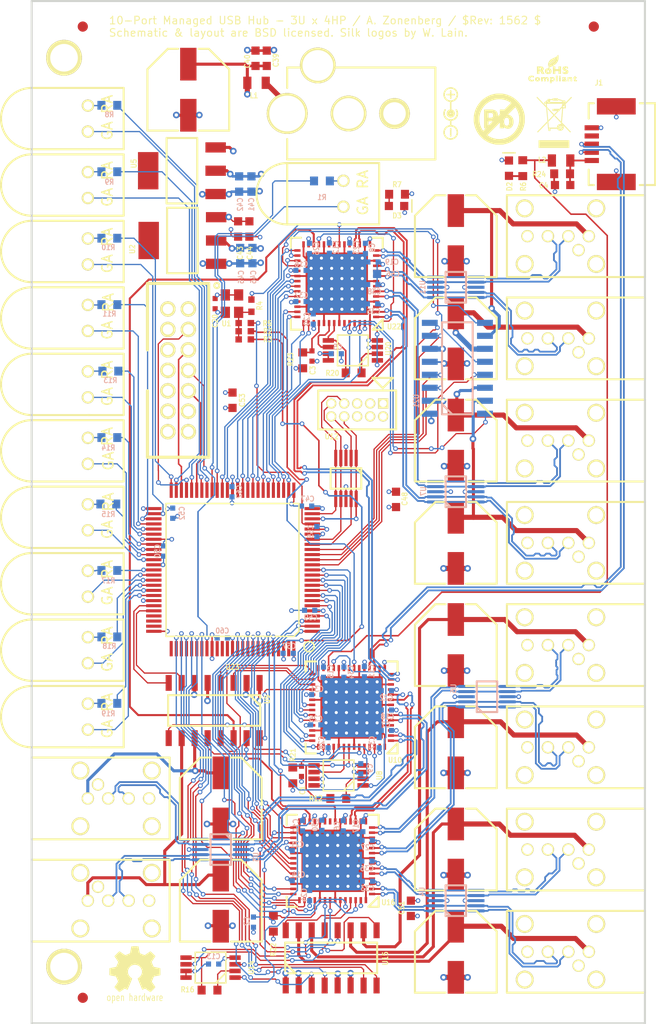
<source format=kicad_pcb>
(kicad_pcb (version 4) (host pcbnew "(2014-08-16 BZR 5077)-product")
  (layers (0 F.Cu signal) (1 In1.Cu signal) (2 In2.Cu signal) (31 B.Cu signal) (34 B.Paste user) (35 F.Paste user) (36 B.SilkS user) (37 F.SilkS user) (38 B.Mask user) (39 F.Mask user) (44 Edge.Cuts user))
  (net 0 "")
  (net 1 /GND)
  (net 2 "Net-(C1-Pad2)")
  (net 3 "Net-(C2-Pad2)")
  (net 4 "Net-(C3-Pad2)")
  (net 5 /VBUS)
  (net 6 /3V3)
  (net 7 /5V0)
  (net 8 /1V8)
  (net 9 "Net-(D2-Pad1)")
  (net 10 "Net-(D3-Pad1)")
  (net 11 /JTAG_TMS)
  (net 12 /JTAG_TCK)
  (net 13 /JTAG_TDO)
  (net 14 /JTAG_TDI)
  (net 15 /STATUS_LED_P)
  (net 16 /PORT1_LED_P)
  (net 17 /PORT2_LED_P)
  (net 18 /PORT3_LED_P)
  (net 19 /PORT4_LED_P)
  (net 20 /PORT5_LED_P)
  (net 21 /PORT6_LED_P)
  (net 22 /PORT7_LED_P)
  (net 23 /PORT8_LED_P)
  (net 24 /PORT9_LED_P)
  (net 25 /PORT10_LED_P)
  (net 26 /SPI_1_MISO)
  (net 27 /SPI_1_DATA)
  (net 28 /SPI_2_MISO)
  (net 29 /SPI_2_DATA)
  (net 30 /SPI_3_MISO)
  (net 31 /SPI_3_DATA)
  (net 32 "Net-(D1-Pad1)")
  (net 33 /STATUS_LED_N)
  (net 34 "Net-(D4-Pad1)")
  (net 35 /PORT1_LED_N)
  (net 36 "Net-(D5-Pad1)")
  (net 37 /PORT2_LED_N)
  (net 38 "Net-(D6-Pad1)")
  (net 39 /PORT3_LED_N)
  (net 40 "Net-(D7-Pad1)")
  (net 41 /PORT4_LED_N)
  (net 42 "Net-(D8-Pad1)")
  (net 43 /PORT5_LED_N)
  (net 44 "Net-(D9-Pad1)")
  (net 45 /PORT6_LED_N)
  (net 46 "Net-(D10-Pad1)")
  (net 47 /PORT7_LED_N)
  (net 48 "Net-(D11-Pad1)")
  (net 49 /PORT8_LED_N)
  (net 50 "Net-(D12-Pad1)")
  (net 51 /PORT9_LED_N)
  (net 52 "Net-(D13-Pad1)")
  (net 53 /PORT10_LED_N)
  (net 54 /PORT1_DATA_N)
  (net 55 /PORT1_DATA_P)
  (net 56 /PORT2_DATA_N)
  (net 57 /PORT2_DATA_P)
  (net 58 /PORT3_DATA_N)
  (net 59 /PORT3_DATA_P)
  (net 60 /PORT4_DATA_N)
  (net 61 /PORT4_DATA_P)
  (net 62 /PORT5_DATA_N)
  (net 63 /PORT5_DATA_P)
  (net 64 /PORT6_DATA_N)
  (net 65 /PORT6_DATA_P)
  (net 66 /PORT7_DATA_N)
  (net 67 /PORT7_DATA_P)
  (net 68 /PORT8_DATA_N)
  (net 69 /PORT8_DATA_P)
  (net 70 /PORT9_DATA_N)
  (net 71 /PORT9_DATA_P)
  (net 72 /PORT10_DATA_N)
  (net 73 /PORT10_DATA_P)
  (net 74 /VBUS_FILTERED)
  (net 75 /CLK_24MHZ)
  (net 76 /SPI_1_CS_N)
  (net 77 /SPI_1_SCK)
  (net 78 /HUB2_DATA_N)
  (net 79 /HUB2_DATA_P)
  (net 80 /HUB1_DATA_N)
  (net 81 /HUB1_DATA_P)
  (net 82 /CLK_24MHZ_1)
  (net 83 /HUB1_STATUS)
  (net 84 /HUB1_FAULT)
  (net 85 /HUB2_STATUS)
  (net 86 /HUB2_FAULT)
  (net 87 /PORT1_STATUS)
  (net 88 /PORT1_FAULT)
  (net 89 /PORT2_STATUS)
  (net 90 /PORT2_FAULT)
  (net 91 /PORT2_PWR_N)
  (net 92 /PORT1_PWR_N)
  (net 93 /SPI_2_CS_N)
  (net 94 /SPI_2_SCK)
  (net 95 /CLK_24MHZ_2)
  (net 96 /PORT3_PWR_N)
  (net 97 /PORT4_PWR_N)
  (net 98 /PORT3_STATUS)
  (net 99 /PORT3_FAULT)
  (net 100 /PORT4_STATUS)
  (net 101 /PORT4_FAULT)
  (net 102 /PORT5_STATUS)
  (net 103 /PORT5_FAULT)
  (net 104 /PORT6_STATUS)
  (net 105 /PORT6_FAULT)
  (net 106 /PORT6_PWR_N)
  (net 107 /PORT5_PWR_N)
  (net 108 /SPI_3_CS_N)
  (net 109 /SPI_3_SCK)
  (net 110 /CLK_24MHZ_3)
  (net 111 /PORT7_PWR_N)
  (net 112 /PORT8_PWR_N)
  (net 113 /PORT7_STATUS)
  (net 114 /PORT7_FAULT)
  (net 115 /PORT8_STATUS)
  (net 116 /PORT8_FAULT)
  (net 117 /PORT9_STATUS)
  (net 118 /PORT9_FAULT)
  (net 119 /PORT10_STATUS)
  (net 120 /PORT10_FAULT)
  (net 121 /PORT10_PWR_N)
  (net 122 /PORT9_PWR_N)
  (net 123 /EXPANSION_SPI_SCK)
  (net 124 /EXPANSION_SPI_CS_N)
  (net 125 /CLK_24MHZ_4)
  (net 126 /PORT1_VBUS)
  (net 127 /PORT2_VBUS)
  (net 128 /PORT3_VBUS)
  (net 129 /PORT4_VBUS)
  (net 130 /PORT5_VBUS)
  (net 131 /PORT6_VBUS)
  (net 132 /PORT7_VBUS)
  (net 133 /PORT8_VBUS)
  (net 134 /PORT9_VBUS)
  (net 135 /PORT10_VBUS)
  (net 136 /HOST_D_N)
  (net 137 /HOST_D_P)
  (net 138 /HUB1_PWR_N)
  (net 139 /HUB2_PWR_N)
  (net 140 /VBUS1_EN_N)
  (net 141 /VBUS2_EN_N)
  (net 142 /PORT2_OVR_N)
  (net 143 /PORT1_OVR_N)
  (net 144 /HUB2_OVR_N)
  (net 145 /HUB2_VBUS)
  (net 146 /HUB1_VBUS)
  (net 147 /HUB1_OVR_N)
  (net 148 /VBUS3_EN_N)
  (net 149 /VBUS4_EN_N)
  (net 150 /VBUS5_EN_N)
  (net 151 /VBUS6_EN_N)
  (net 152 /PORT6_OVR_N)
  (net 153 /PORT5_OVR_N)
  (net 154 /PORT4_OVR_N)
  (net 155 /PORT3_OVR_N)
  (net 156 /VBUS7_EN_N)
  (net 157 /VBUS8_EN_N)
  (net 158 /VBUS9_EN_N)
  (net 159 /VBUS10_EN_N)
  (net 160 /PORT10_OVR_N)
  (net 161 /PORT9_OVR_N)
  (net 162 /PORT8_OVR_N)
  (net 163 /PORT7_OVR_N)
  (net 164 /5V0_RAW)
  (net 165 /EXPANSION_SPI_MOSI)
  (net 166 /EXPANSION_SPI_MISO)
  (module azonenberg:QFP_100_0.5MM (layer F.Cu) (at 39.65 75.65 180)
    (fp_text reference U23 (at 0 -9.5 180) (layer F.SilkS) (effects (font (size 0.508 0.457) (thickness 0.1))))
    (fp_text value XC2C128-7VQG100C hide)
    (pad 1 smd rect (at -7.8 -6 180) (size 1.5 0.3) (layers F.Cu F.Paste F.Mask) (net 91 /PORT2_PWR_N))
    (pad 2 smd rect (at -7.8 -5.5 180) (size 1.5 0.3) (layers F.Cu F.Paste F.Mask) (net 106 /PORT6_PWR_N))
    (pad 3 smd rect (at -7.8 -5 180) (size 1.5 0.3) (layers F.Cu F.Paste F.Mask) (net 107 /PORT5_PWR_N))
    (pad 4 smd rect (at -7.8 -4.5 180) (size 1.5 0.3) (layers F.Cu F.Paste F.Mask) (net 92 /PORT1_PWR_N))
    (pad 5 smd rect (at -7.8 -4 180) (size 1.5 0.3) (layers F.Cu F.Paste F.Mask) (net 6 /3V3))
    (pad 6 smd rect (at -7.8 -3.5 180) (size 1.5 0.3) (layers F.Cu F.Paste F.Mask) (net 88 /PORT1_FAULT))
    (pad 7 smd rect (at -7.8 -3 180) (size 1.5 0.3) (layers F.Cu F.Paste F.Mask) (net 87 /PORT1_STATUS))
    (pad 8 smd rect (at -7.8 -2.5 180) (size 1.5 0.3) (layers F.Cu F.Paste F.Mask) (net 90 /PORT2_FAULT))
    (pad 9 smd rect (at -7.8 -2 180) (size 1.5 0.3) (layers F.Cu F.Paste F.Mask) (net 89 /PORT2_STATUS))
    (pad 10 smd rect (at -7.8 -1.5 180) (size 1.5 0.3) (layers F.Cu F.Paste F.Mask) (net 84 /HUB1_FAULT))
    (pad 11 smd rect (at -7.8 -1 180) (size 1.5 0.3) (layers F.Cu F.Paste F.Mask) (net 83 /HUB1_STATUS))
    (pad 12 smd rect (at -7.8 -0.5 180) (size 1.5 0.3) (layers F.Cu F.Paste F.Mask) (net 86 /HUB2_FAULT))
    (pad 13 smd rect (at -7.8 0 180) (size 1.5 0.3) (layers F.Cu F.Paste F.Mask) (net 85 /HUB2_STATUS))
    (pad 14 smd rect (at -7.8 0.5 180) (size 1.5 0.3) (layers F.Cu F.Paste F.Mask) (net 156 /VBUS7_EN_N))
    (pad 15 smd rect (at -7.8 1 180) (size 1.5 0.3) (layers F.Cu F.Paste F.Mask) (net 157 /VBUS8_EN_N))
    (pad 16 smd rect (at -7.8 1.5 180) (size 1.5 0.3) (layers F.Cu F.Paste F.Mask) (net 158 /VBUS9_EN_N))
    (pad 17 smd rect (at -7.8 2 180) (size 1.5 0.3) (layers F.Cu F.Paste F.Mask) (net 159 /VBUS10_EN_N))
    (pad 18 smd rect (at -7.8 2.5 180) (size 1.5 0.3) (layers F.Cu F.Paste F.Mask) (net 166 /EXPANSION_SPI_MISO))
    (pad 19 smd rect (at -7.8 3 180) (size 1.5 0.3) (layers F.Cu F.Paste F.Mask) (net 165 /EXPANSION_SPI_MOSI))
    (pad 20 smd rect (at -7.8 3.5 180) (size 1.5 0.3) (layers F.Cu F.Paste F.Mask) (net 6 /3V3))
    (pad 21 smd rect (at -7.8 4 180) (size 1.5 0.3) (layers F.Cu F.Paste F.Mask) (net 1 /GND))
    (pad 22 smd rect (at -7.8 4.5 180) (size 1.5 0.3) (layers F.Cu F.Paste F.Mask) (net 125 /CLK_24MHZ_4))
    (pad 23 smd rect (at -7.8 5 180) (size 1.5 0.3) (layers F.Cu F.Paste F.Mask) (net 123 /EXPANSION_SPI_SCK))
    (pad 24 smd rect (at -7.8 5.5 180) (size 1.5 0.3) (layers F.Cu F.Paste F.Mask) (net 124 /EXPANSION_SPI_CS_N))
    (pad 25 smd rect (at -7.8 6 180) (size 1.5 0.3) (layers F.Cu F.Paste F.Mask) (net 1 /GND))
    (pad 26 smd rect (at -6 7.8 270) (size 1.5 0.3) (layers F.Cu F.Paste F.Mask) (net 8 /1V8))
    (pad 27 smd rect (at -5.5 7.8 270) (size 1.5 0.3) (layers F.Cu F.Paste F.Mask) (net 112 /PORT8_PWR_N))
    (pad 28 smd rect (at -5 7.8 270) (size 1.5 0.3) (layers F.Cu F.Paste F.Mask) (net 111 /PORT7_PWR_N))
    (pad 29 smd rect (at -4.5 7.8 270) (size 1.5 0.3) (layers F.Cu F.Paste F.Mask) (net 114 /PORT7_FAULT))
    (pad 30 smd rect (at -4 7.8 270) (size 1.5 0.3) (layers F.Cu F.Paste F.Mask) (net 113 /PORT7_STATUS))
    (pad 31 smd rect (at -3.5 7.8 270) (size 1.5 0.3) (layers F.Cu F.Paste F.Mask) (net 1 /GND))
    (pad 32 smd rect (at -3 7.8 270) (size 1.5 0.3) (layers F.Cu F.Paste F.Mask) (net 116 /PORT8_FAULT))
    (pad 33 smd rect (at -2.5 7.8 270) (size 1.5 0.3) (layers F.Cu F.Paste F.Mask) (net 115 /PORT8_STATUS))
    (pad 34 smd rect (at -2 7.8 270) (size 1.5 0.3) (layers F.Cu F.Paste F.Mask) (net 118 /PORT9_FAULT))
    (pad 35 smd rect (at -1.5 7.8 270) (size 1.5 0.3) (layers F.Cu F.Paste F.Mask) (net 117 /PORT9_STATUS))
    (pad 36 smd rect (at -1 7.8 270) (size 1.5 0.3) (layers F.Cu F.Paste F.Mask) (net 120 /PORT10_FAULT))
    (pad 37 smd rect (at -0.5 7.8 270) (size 1.5 0.3) (layers F.Cu F.Paste F.Mask) (net 119 /PORT10_STATUS))
    (pad 38 smd rect (at 0 7.8 270) (size 1.5 0.3) (layers F.Cu F.Paste F.Mask) (net 6 /3V3))
    (pad 39 smd rect (at 0.5 7.8 270) (size 1.5 0.3) (layers F.Cu F.Paste F.Mask) (net 122 /PORT9_PWR_N))
    (pad 40 smd rect (at 1 7.8 270) (size 1.5 0.3) (layers F.Cu F.Paste F.Mask) (net 121 /PORT10_PWR_N))
    (pad 41 smd rect (at 1.5 7.8 270) (size 1.5 0.3) (layers F.Cu F.Paste F.Mask) (net 33 /STATUS_LED_N))
    (pad 42 smd rect (at 2 7.8 270) (size 1.5 0.3) (layers F.Cu F.Paste F.Mask) (net 15 /STATUS_LED_P))
    (pad 43 smd rect (at 2.5 7.8 270) (size 1.5 0.3) (layers F.Cu F.Paste F.Mask) (net 16 /PORT1_LED_P))
    (pad 44 smd rect (at 3 7.8 270) (size 1.5 0.3) (layers F.Cu F.Paste F.Mask) (net 35 /PORT1_LED_N))
    (pad 45 smd rect (at 3.5 7.8 270) (size 1.5 0.3) (layers F.Cu F.Paste F.Mask) (net 14 /JTAG_TDI))
    (pad 46 smd rect (at 4 7.8 270) (size 1.5 0.3) (layers F.Cu F.Paste F.Mask) (net 17 /PORT2_LED_P))
    (pad 47 smd rect (at 4.5 7.8 270) (size 1.5 0.3) (layers F.Cu F.Paste F.Mask) (net 11 /JTAG_TMS))
    (pad 48 smd rect (at 5 7.8 270) (size 1.5 0.3) (layers F.Cu F.Paste F.Mask) (net 12 /JTAG_TCK))
    (pad 49 smd rect (at 5.5 7.8 270) (size 1.5 0.3) (layers F.Cu F.Paste F.Mask) (net 37 /PORT2_LED_N))
    (pad 50 smd rect (at 6 7.8 270) (size 1.5 0.3) (layers F.Cu F.Paste F.Mask) (net 18 /PORT3_LED_P))
    (pad 51 smd rect (at 7.7 6 180) (size 1.5 0.3) (layers F.Cu F.Paste F.Mask) (net 6 /3V3))
    (pad 52 smd rect (at 7.7 5.5 180) (size 1.5 0.3) (layers F.Cu F.Paste F.Mask) (net 39 /PORT3_LED_N))
    (pad 53 smd rect (at 7.7 5 180) (size 1.5 0.3) (layers F.Cu F.Paste F.Mask) (net 19 /PORT4_LED_P))
    (pad 54 smd rect (at 7.7 4.5 180) (size 1.5 0.3) (layers F.Cu F.Paste F.Mask) (net 41 /PORT4_LED_N))
    (pad 55 smd rect (at 7.7 4 180) (size 1.5 0.3) (layers F.Cu F.Paste F.Mask) (net 20 /PORT5_LED_P))
    (pad 56 smd rect (at 7.7 3.5 180) (size 1.5 0.3) (layers F.Cu F.Paste F.Mask) (net 43 /PORT5_LED_N))
    (pad 57 smd rect (at 7.7 3 180) (size 1.5 0.3) (layers F.Cu F.Paste F.Mask) (net 8 /1V8))
    (pad 58 smd rect (at 7.7 2.5 180) (size 1.5 0.3) (layers F.Cu F.Paste F.Mask) (net 21 /PORT6_LED_P))
    (pad 59 smd rect (at 7.7 2 180) (size 1.5 0.3) (layers F.Cu F.Paste F.Mask) (net 45 /PORT6_LED_N))
    (pad 60 smd rect (at 7.7 1.5 180) (size 1.5 0.3) (layers F.Cu F.Paste F.Mask) (net 22 /PORT7_LED_P))
    (pad 61 smd rect (at 7.7 1 180) (size 1.5 0.3) (layers F.Cu F.Paste F.Mask) (net 47 /PORT7_LED_N))
    (pad 62 smd rect (at 7.7 0.5 180) (size 1.5 0.3) (layers F.Cu F.Paste F.Mask) (net 1 /GND))
    (pad 63 smd rect (at 7.7 0 180) (size 1.5 0.3) (layers F.Cu F.Paste F.Mask) (net 23 /PORT8_LED_P))
    (pad 64 smd rect (at 7.7 -0.5 180) (size 1.5 0.3) (layers F.Cu F.Paste F.Mask) (net 49 /PORT8_LED_N))
    (pad 65 smd rect (at 7.7 -1 180) (size 1.5 0.3) (layers F.Cu F.Paste F.Mask) (net 24 /PORT9_LED_P))
    (pad 66 smd rect (at 7.7 -1.5 180) (size 1.5 0.3) (layers F.Cu F.Paste F.Mask) (net 51 /PORT9_LED_N))
    (pad 67 smd rect (at 7.7 -2 180) (size 1.5 0.3) (layers F.Cu F.Paste F.Mask) (net 25 /PORT10_LED_P))
    (pad 68 smd rect (at 7.7 -2.5 180) (size 1.5 0.3) (layers F.Cu F.Paste F.Mask) (net 53 /PORT10_LED_N))
    (pad 69 smd rect (at 7.7 -3 180) (size 1.5 0.3) (layers F.Cu F.Paste F.Mask) (net 1 /GND))
    (pad 70 smd rect (at 7.7 -3.5 180) (size 1.5 0.3) (layers F.Cu F.Paste F.Mask) (net 141 /VBUS2_EN_N))
    (pad 71 smd rect (at 7.7 -4 180) (size 1.5 0.3) (layers F.Cu F.Paste F.Mask) (net 140 /VBUS1_EN_N))
    (pad 72 smd rect (at 7.7 -4.5 180) (size 1.5 0.3) (layers F.Cu F.Paste F.Mask))
    (pad 73 smd rect (at 7.7 -5 180) (size 1.5 0.3) (layers F.Cu F.Paste F.Mask))
    (pad 74 smd rect (at 7.7 -5.5 180) (size 1.5 0.3) (layers F.Cu F.Paste F.Mask))
    (pad 75 smd rect (at 7.7 -6 180) (size 1.5 0.3) (layers F.Cu F.Paste F.Mask) (net 1 /GND))
    (pad 76 smd rect (at 6 -7.7 270) (size 1.5 0.3) (layers F.Cu F.Paste F.Mask))
    (pad 77 smd rect (at 5.5 -7.7 270) (size 1.5 0.3) (layers F.Cu F.Paste F.Mask) (net 148 /VBUS3_EN_N))
    (pad 78 smd rect (at 5 -7.7 270) (size 1.5 0.3) (layers F.Cu F.Paste F.Mask) (net 149 /VBUS4_EN_N))
    (pad 79 smd rect (at 4.5 -7.7 270) (size 1.5 0.3) (layers F.Cu F.Paste F.Mask) (net 150 /VBUS5_EN_N))
    (pad 80 smd rect (at 4 -7.7 270) (size 1.5 0.3) (layers F.Cu F.Paste F.Mask) (net 151 /VBUS6_EN_N))
    (pad 81 smd rect (at 3.5 -7.7 270) (size 1.5 0.3) (layers F.Cu F.Paste F.Mask) (net 97 /PORT4_PWR_N))
    (pad 82 smd rect (at 3 -7.7 270) (size 1.5 0.3) (layers F.Cu F.Paste F.Mask) (net 96 /PORT3_PWR_N))
    (pad 83 smd rect (at 2.5 -7.7 270) (size 1.5 0.3) (layers F.Cu F.Paste F.Mask) (net 13 /JTAG_TDO))
    (pad 84 smd rect (at 2 -7.7 270) (size 1.5 0.3) (layers F.Cu F.Paste F.Mask) (net 1 /GND))
    (pad 85 smd rect (at 1.5 -7.7 270) (size 1.5 0.3) (layers F.Cu F.Paste F.Mask))
    (pad 86 smd rect (at 1 -7.7 270) (size 1.5 0.3) (layers F.Cu F.Paste F.Mask))
    (pad 87 smd rect (at 0.5 -7.7 270) (size 1.5 0.3) (layers F.Cu F.Paste F.Mask))
    (pad 88 smd rect (at 0 -7.7 270) (size 1.5 0.3) (layers F.Cu F.Paste F.Mask) (net 6 /3V3))
    (pad 89 smd rect (at -0.5 -7.7 270) (size 1.5 0.3) (layers F.Cu F.Paste F.Mask) (net 99 /PORT3_FAULT))
    (pad 90 smd rect (at -1 -7.7 270) (size 1.5 0.3) (layers F.Cu F.Paste F.Mask) (net 98 /PORT3_STATUS))
    (pad 91 smd rect (at -1.5 -7.7 270) (size 1.5 0.3) (layers F.Cu F.Paste F.Mask) (net 101 /PORT4_FAULT))
    (pad 92 smd rect (at -2 -7.7 270) (size 1.5 0.3) (layers F.Cu F.Paste F.Mask) (net 100 /PORT4_STATUS))
    (pad 93 smd rect (at -2.5 -7.7 270) (size 1.5 0.3) (layers F.Cu F.Paste F.Mask) (net 103 /PORT5_FAULT))
    (pad 94 smd rect (at -3 -7.7 270) (size 1.5 0.3) (layers F.Cu F.Paste F.Mask) (net 102 /PORT5_STATUS))
    (pad 95 smd rect (at -3.5 -7.7 270) (size 1.5 0.3) (layers F.Cu F.Paste F.Mask) (net 105 /PORT6_FAULT))
    (pad 96 smd rect (at -4 -7.7 270) (size 1.5 0.3) (layers F.Cu F.Paste F.Mask) (net 104 /PORT6_STATUS))
    (pad 97 smd rect (at -4.5 -7.7 270) (size 1.5 0.3) (layers F.Cu F.Paste F.Mask))
    (pad 98 smd rect (at -5 -7.7 270) (size 1.5 0.3) (layers F.Cu F.Paste F.Mask) (net 6 /3V3))
    (pad 99 smd rect (at -5.5 -7.7 270) (size 1.5 0.3) (layers F.Cu F.Paste F.Mask))
    (pad 100 smd rect (at -6 -7.7 270) (size 1.5 0.3) (layers F.Cu F.Paste F.Mask) (net 1 /GND))
  )
  (module azonenberg:CAP_AL_6.3MM_SMT (layer F.Cu) (at 38.5 108)
    (fp_text reference C58 hide)
    (fp_text value "150 uF" hide)
    (pad 1 smd rect (at 0 -2.5) (size 1.6 3.2) (layers F.Cu F.Paste F.Mask) (net 127 /PORT2_VBUS))
    (pad 2 smd rect (at 0 2.5) (size 1.6 3.2) (layers F.Cu F.Paste F.Mask) (net 1 /GND))
  )
  (module azonenberg:CAP_AL_6.3MM_SMT (layer F.Cu) (at 38.5 98)
    (fp_text reference C54 hide)
    (fp_text value "150 uF" hide)
    (pad 1 smd rect (at 0 -2.5) (size 1.6 3.2) (layers F.Cu F.Paste F.Mask) (net 126 /PORT1_VBUS))
    (pad 2 smd rect (at 0 2.5) (size 1.6 3.2) (layers F.Cu F.Paste F.Mask) (net 1 /GND))
  )
  (module azonenberg:SOIC_16_3.9MM (layer F.Cu) (at 49.3 113.6)
    (fp_text reference U15 (at 5.3 0.05 90) (layer F.SilkS) (effects (font (size 0.508 0.457) (thickness 0.1))))
    (fp_text value TPS2044BD hide)
    (pad 1 smd rect (at -4.445 2.7) (size 0.6 1.55) (layers F.Cu F.Paste F.Mask) (net 1 /GND))
    (pad 2 smd rect (at -3.175 2.7) (size 0.6 1.55) (layers F.Cu F.Paste F.Mask) (net 7 /5V0))
    (pad 3 smd rect (at -1.905 2.7) (size 0.6 1.55) (layers F.Cu F.Paste F.Mask) (net 148 /VBUS3_EN_N))
    (pad 4 smd rect (at -0.635 2.7) (size 0.6 1.55) (layers F.Cu F.Paste F.Mask) (net 149 /VBUS4_EN_N))
    (pad 5 smd rect (at 0.635 2.7) (size 0.6 1.55) (layers F.Cu F.Paste F.Mask) (net 1 /GND))
    (pad 6 smd rect (at 1.905 2.7) (size 0.6 1.55) (layers F.Cu F.Paste F.Mask) (net 7 /5V0))
    (pad 7 smd rect (at 3.175 2.7) (size 0.6 1.55) (layers F.Cu F.Paste F.Mask) (net 150 /VBUS5_EN_N))
    (pad 8 smd rect (at 4.445 2.7) (size 0.6 1.55) (layers F.Cu F.Paste F.Mask) (net 151 /VBUS6_EN_N))
    (pad 9 smd rect (at 4.445 -2.7) (size 0.6 1.55) (layers F.Cu F.Paste F.Mask) (net 152 /PORT6_OVR_N))
    (pad 10 smd rect (at 3.175 -2.7) (size 0.6 1.55) (layers F.Cu F.Paste F.Mask) (net 131 /PORT6_VBUS))
    (pad 11 smd rect (at 1.905 -2.7) (size 0.6 1.55) (layers F.Cu F.Paste F.Mask) (net 130 /PORT5_VBUS))
    (pad 12 smd rect (at 0.635 -2.7) (size 0.6 1.55) (layers F.Cu F.Paste F.Mask) (net 153 /PORT5_OVR_N))
    (pad 13 smd rect (at -0.635 -2.7) (size 0.6 1.55) (layers F.Cu F.Paste F.Mask) (net 154 /PORT4_OVR_N))
    (pad 14 smd rect (at -1.905 -2.7) (size 0.6 1.55) (layers F.Cu F.Paste F.Mask) (net 129 /PORT4_VBUS))
    (pad 15 smd rect (at -3.175 -2.7) (size 0.6 1.55) (layers F.Cu F.Paste F.Mask) (net 128 /PORT3_VBUS))
    (pad 16 smd rect (at -4.445 -2.7) (size 0.6 1.55) (layers F.Cu F.Paste F.Mask) (net 155 /PORT3_OVR_N))
  )
  (module azonenberg:QFN_56_0.5MM_8x8MM (layer F.Cu) (at 49.85 47.65 180)
    (fp_text reference U22 (at -5.6 -4.2 180) (layer F.SilkS) (effects (font (size 0.508 0.457) (thickness 0.1))))
    (fp_text value CY7C65631 hide)
    (pad 1 smd rect (at -3.85 -3.25 180) (size 0.6 0.25) (layers F.Cu F.Paste F.Mask) (net 66 /PORT7_DATA_N))
    (pad 2 smd rect (at -3.85 -2.75 180) (size 0.6 0.25) (layers F.Cu F.Paste F.Mask) (net 67 /PORT7_DATA_P))
    (pad 3 smd rect (at -3.85 -2.25 180) (size 0.6 0.25) (layers F.Cu F.Paste F.Mask) (net 6 /3V3))
    (pad 4 smd rect (at -3.85 -1.75 180) (size 0.6 0.25) (layers F.Cu F.Paste F.Mask) (net 1 /GND))
    (pad 5 smd rect (at -3.85 -1.25 180) (size 0.6 0.25) (layers F.Cu F.Paste F.Mask) (net 68 /PORT8_DATA_N))
    (pad 6 smd rect (at -3.85 -0.75 180) (size 0.6 0.25) (layers F.Cu F.Paste F.Mask) (net 69 /PORT8_DATA_P))
    (pad 7 smd rect (at -3.85 -0.25 180) (size 0.6 0.25) (layers F.Cu F.Paste F.Mask) (net 6 /3V3))
    (pad 8 smd rect (at -3.85 0.25 180) (size 0.6 0.25) (layers F.Cu F.Paste F.Mask) (net 1 /GND))
    (pad 9 smd rect (at -3.85 0.75 180) (size 0.6 0.25) (layers F.Cu F.Paste F.Mask) (net 70 /PORT9_DATA_N))
    (pad 10 smd rect (at -3.85 1.25 180) (size 0.6 0.25) (layers F.Cu F.Paste F.Mask) (net 71 /PORT9_DATA_P))
    (pad 11 smd rect (at -3.85 1.75 180) (size 0.6 0.25) (layers F.Cu F.Paste F.Mask) (net 6 /3V3))
    (pad 12 smd rect (at -3.85 2.25 180) (size 0.6 0.25) (layers F.Cu F.Paste F.Mask) (net 1 /GND))
    (pad 13 smd rect (at -3.85 2.75 180) (size 0.6 0.25) (layers F.Cu F.Paste F.Mask) (net 72 /PORT10_DATA_N))
    (pad 14 smd rect (at -3.85 3.25 180) (size 0.6 0.25) (layers F.Cu F.Paste F.Mask) (net 73 /PORT10_DATA_P))
    (pad 15 smd rect (at -3.25 3.85 270) (size 0.6 0.25) (layers F.Cu F.Paste F.Mask) (net 6 /3V3))
    (pad 16 smd rect (at -2.75 3.85 270) (size 0.6 0.25) (layers F.Cu F.Paste F.Mask) (net 1 /GND))
    (pad 17 smd rect (at -2.25 3.85 270) (size 0.6 0.25) (layers F.Cu F.Paste F.Mask) (net 78 /HUB2_DATA_N))
    (pad 18 smd rect (at -1.75 3.85 270) (size 0.6 0.25) (layers F.Cu F.Paste F.Mask) (net 79 /HUB2_DATA_P))
    (pad 19 smd rect (at -1.25 3.85 270) (size 0.6 0.25) (layers F.Cu F.Paste F.Mask) (net 6 /3V3))
    (pad 20 smd rect (at -0.75 3.85 270) (size 0.6 0.25) (layers F.Cu F.Paste F.Mask) (net 1 /GND))
    (pad 21 smd rect (at -0.25 3.85 270) (size 0.6 0.25) (layers F.Cu F.Paste F.Mask) (net 110 /CLK_24MHZ_3))
    (pad 22 smd rect (at 0.25 3.85 270) (size 0.6 0.25) (layers F.Cu F.Paste F.Mask))
    (pad 23 smd rect (at 0.75 3.85 270) (size 0.6 0.25) (layers F.Cu F.Paste F.Mask) (net 6 /3V3))
    (pad 24 smd rect (at 1.25 3.85 270) (size 0.6 0.25) (layers F.Cu F.Paste F.Mask) (net 1 /GND))
    (pad 25 smd rect (at 1.75 3.85 270) (size 0.6 0.25) (layers F.Cu F.Paste F.Mask) (net 108 /SPI_3_CS_N))
    (pad 26 smd rect (at 2.25 3.85 270) (size 0.6 0.25) (layers F.Cu F.Paste F.Mask) (net 145 /HUB2_VBUS))
    (pad 27 smd rect (at 2.75 3.85 270) (size 0.6 0.25) (layers F.Cu F.Paste F.Mask) (net 6 /3V3))
    (pad 28 smd rect (at 3.25 3.85 270) (size 0.6 0.25) (layers F.Cu F.Paste F.Mask) (net 1 /GND))
    (pad 29 smd rect (at 3.85 3.25 180) (size 0.6 0.25) (layers F.Cu F.Paste F.Mask) (net 121 /PORT10_PWR_N))
    (pad 30 smd rect (at 3.85 2.75 180) (size 0.6 0.25) (layers F.Cu F.Paste F.Mask) (net 160 /PORT10_OVR_N))
    (pad 31 smd rect (at 3.85 2.25 180) (size 0.6 0.25) (layers F.Cu F.Paste F.Mask) (net 122 /PORT9_PWR_N))
    (pad 32 smd rect (at 3.85 1.75 180) (size 0.6 0.25) (layers F.Cu F.Paste F.Mask) (net 161 /PORT9_OVR_N))
    (pad 33 smd rect (at 3.85 1.25 180) (size 0.6 0.25) (layers F.Cu F.Paste F.Mask) (net 6 /3V3))
    (pad 34 smd rect (at 3.85 0.75 180) (size 0.6 0.25) (layers F.Cu F.Paste F.Mask) (net 1 /GND))
    (pad 35 smd rect (at 3.85 0.25 180) (size 0.6 0.25) (layers F.Cu F.Paste F.Mask) (net 119 /PORT10_STATUS))
    (pad 36 smd rect (at 3.85 -0.25 180) (size 0.6 0.25) (layers F.Cu F.Paste F.Mask) (net 120 /PORT10_FAULT))
    (pad 37 smd rect (at 3.85 -0.75 180) (size 0.6 0.25) (layers F.Cu F.Paste F.Mask) (net 117 /PORT9_STATUS))
    (pad 38 smd rect (at 3.85 -1.25 180) (size 0.6 0.25) (layers F.Cu F.Paste F.Mask) (net 118 /PORT9_FAULT))
    (pad 39 smd rect (at 3.85 -1.75 180) (size 0.6 0.25) (layers F.Cu F.Paste F.Mask) (net 6 /3V3))
    (pad 40 smd rect (at 3.85 -2.25 180) (size 0.6 0.25) (layers F.Cu F.Paste F.Mask) (net 1 /GND))
    (pad 41 smd rect (at 3.85 -2.75 180) (size 0.6 0.25) (layers F.Cu F.Paste F.Mask) (net 115 /PORT8_STATUS))
    (pad 42 smd rect (at 3.85 -3.25 180) (size 0.6 0.25) (layers F.Cu F.Paste F.Mask) (net 116 /PORT8_FAULT))
    (pad 43 smd rect (at 3.25 -3.85 270) (size 0.6 0.25) (layers F.Cu F.Paste F.Mask) (net 113 /PORT7_STATUS))
    (pad 44 smd rect (at 2.75 -3.85 270) (size 0.6 0.25) (layers F.Cu F.Paste F.Mask) (net 114 /PORT7_FAULT))
    (pad 45 smd rect (at 2.25 -3.85 270) (size 0.6 0.25) (layers F.Cu F.Paste F.Mask) (net 6 /3V3))
    (pad 46 smd rect (at 1.75 -3.85 270) (size 0.6 0.25) (layers F.Cu F.Paste F.Mask) (net 4 "Net-(C3-Pad2)"))
    (pad 47 smd rect (at 1.25 -3.85 270) (size 0.6 0.25) (layers F.Cu F.Paste F.Mask) (net 1 /GND))
    (pad 48 smd rect (at 0.75 -3.85 270) (size 0.6 0.25) (layers F.Cu F.Paste F.Mask) (net 109 /SPI_3_SCK))
    (pad 49 smd rect (at 0.25 -3.85 270) (size 0.6 0.25) (layers F.Cu F.Paste F.Mask) (net 31 /SPI_3_DATA))
    (pad 50 smd rect (at -0.25 -3.85 270) (size 0.6 0.25) (layers F.Cu F.Paste F.Mask) (net 1 /GND))
    (pad 51 smd rect (at -0.75 -3.85 270) (size 0.6 0.25) (layers F.Cu F.Paste F.Mask) (net 163 /PORT7_OVR_N))
    (pad 52 smd rect (at -1.25 -3.85 270) (size 0.6 0.25) (layers F.Cu F.Paste F.Mask) (net 111 /PORT7_PWR_N))
    (pad 53 smd rect (at -1.75 -3.85 270) (size 0.6 0.25) (layers F.Cu F.Paste F.Mask) (net 162 /PORT8_OVR_N))
    (pad 54 smd rect (at -2.25 -3.85 270) (size 0.6 0.25) (layers F.Cu F.Paste F.Mask) (net 112 /PORT8_PWR_N))
    (pad 55 smd rect (at -2.75 -3.85 270) (size 0.6 0.25) (layers F.Cu F.Paste F.Mask) (net 6 /3V3))
    (pad 56 smd rect (at -3.25 -3.85 270) (size 0.6 0.25) (layers F.Cu F.Paste F.Mask) (net 1 /GND))
    (pad PAD smd rect (at 0 0 180) (size 6.1 6.1) (layers F.Cu F.Mask) (net 1 /GND))
    (pad PAD thru_hole rect (at -2.5 2.5 180) (size 0.75 0.75) (drill 0.3) (layers *.Cu F.Paste F.Mask) (net 1 /GND))
    (pad PAD thru_hole rect (at -2.5 1.5 180) (size 0.75 0.75) (drill 0.3) (layers *.Cu F.Paste F.Mask) (net 1 /GND))
    (pad PAD thru_hole rect (at -2.5 0.5 180) (size 0.75 0.75) (drill 0.3) (layers *.Cu F.Paste F.Mask) (net 1 /GND))
    (pad PAD thru_hole rect (at -2.5 -0.5 180) (size 0.75 0.75) (drill 0.3) (layers *.Cu F.Paste F.Mask) (net 1 /GND))
    (pad PAD thru_hole rect (at -2.5 -1.5 180) (size 0.75 0.75) (drill 0.3) (layers *.Cu F.Paste F.Mask) (net 1 /GND))
    (pad PAD thru_hole rect (at -2.5 -2.5 180) (size 0.75 0.75) (drill 0.3) (layers *.Cu F.Paste F.Mask) (net 1 /GND))
    (pad PAD thru_hole rect (at -1.5 -2.5 180) (size 0.75 0.75) (drill 0.3) (layers *.Cu F.Paste F.Mask) (net 1 /GND))
    (pad PAD thru_hole rect (at -1.5 -1.5 180) (size 0.75 0.75) (drill 0.3) (layers *.Cu F.Paste F.Mask) (net 1 /GND))
    (pad PAD thru_hole rect (at -1.5 -0.5 180) (size 0.75 0.75) (drill 0.3) (layers *.Cu F.Paste F.Mask) (net 1 /GND))
    (pad PAD thru_hole rect (at -1.5 0.5 180) (size 0.75 0.75) (drill 0.3) (layers *.Cu F.Paste F.Mask) (net 1 /GND))
    (pad PAD thru_hole rect (at -1.5 1.5 180) (size 0.75 0.75) (drill 0.3) (layers *.Cu F.Paste F.Mask) (net 1 /GND))
    (pad PAD thru_hole rect (at -1.5 2.5 180) (size 0.75 0.75) (drill 0.3) (layers *.Cu F.Paste F.Mask) (net 1 /GND))
    (pad PAD thru_hole rect (at -0.5 2.5 180) (size 0.75 0.75) (drill 0.3) (layers *.Cu F.Paste F.Mask) (net 1 /GND))
    (pad PAD thru_hole rect (at -0.5 1.5 180) (size 0.75 0.75) (drill 0.3) (layers *.Cu F.Paste F.Mask) (net 1 /GND))
    (pad PAD thru_hole rect (at -0.5 0.5 180) (size 0.75 0.75) (drill 0.3) (layers *.Cu F.Paste F.Mask) (net 1 /GND))
    (pad PAD thru_hole rect (at -0.5 -0.5 180) (size 0.75 0.75) (drill 0.3) (layers *.Cu F.Paste F.Mask) (net 1 /GND))
    (pad PAD thru_hole rect (at -0.5 -1.5 180) (size 0.75 0.75) (drill 0.3) (layers *.Cu F.Paste F.Mask) (net 1 /GND))
    (pad PAD thru_hole rect (at -0.5 -2.5 180) (size 0.75 0.75) (drill 0.3) (layers *.Cu F.Paste F.Mask) (net 1 /GND))
    (pad PAD thru_hole rect (at 0.5 -2.5 180) (size 0.75 0.75) (drill 0.3) (layers *.Cu F.Paste F.Mask) (net 1 /GND))
    (pad PAD thru_hole rect (at 0.5 -1.5 180) (size 0.75 0.75) (drill 0.3) (layers *.Cu F.Paste F.Mask) (net 1 /GND))
    (pad PAD thru_hole rect (at 0.5 -0.5 180) (size 0.75 0.75) (drill 0.3) (layers *.Cu F.Paste F.Mask) (net 1 /GND))
    (pad PAD thru_hole rect (at 0.5 0.5 180) (size 0.75 0.75) (drill 0.3) (layers *.Cu F.Paste F.Mask) (net 1 /GND))
    (pad PAD thru_hole rect (at 0.5 1.5 180) (size 0.75 0.75) (drill 0.3) (layers *.Cu F.Paste F.Mask) (net 1 /GND))
    (pad PAD thru_hole rect (at 0.5 2.5 180) (size 0.75 0.75) (drill 0.3) (layers *.Cu F.Paste F.Mask) (net 1 /GND))
    (pad PAD thru_hole rect (at 1.5 2.5 180) (size 0.75 0.75) (drill 0.3) (layers *.Cu F.Paste F.Mask) (net 1 /GND))
    (pad PAD thru_hole rect (at 1.5 1.5 180) (size 0.75 0.75) (drill 0.3) (layers *.Cu F.Paste F.Mask) (net 1 /GND))
    (pad PAD thru_hole rect (at 1.5 0.5 180) (size 0.75 0.75) (drill 0.3) (layers *.Cu F.Paste F.Mask) (net 1 /GND))
    (pad PAD thru_hole rect (at 1.5 -0.5 180) (size 0.75 0.75) (drill 0.3) (layers *.Cu F.Paste F.Mask) (net 1 /GND))
    (pad PAD thru_hole rect (at 1.5 -1.5 180) (size 0.75 0.75) (drill 0.3) (layers *.Cu F.Paste F.Mask) (net 1 /GND))
    (pad PAD thru_hole rect (at 1.5 -2.5 180) (size 0.75 0.75) (drill 0.3) (layers *.Cu F.Paste F.Mask) (net 1 /GND))
    (pad PAD thru_hole rect (at 2.5 -2.5 180) (size 0.75 0.75) (drill 0.3) (layers *.Cu F.Paste F.Mask) (net 1 /GND))
    (pad PAD thru_hole rect (at 2.5 -1.5 180) (size 0.75 0.75) (drill 0.3) (layers *.Cu F.Paste F.Mask) (net 1 /GND))
    (pad PAD thru_hole rect (at 2.5 -0.5 180) (size 0.75 0.75) (drill 0.3) (layers *.Cu F.Paste F.Mask) (net 1 /GND))
    (pad PAD thru_hole rect (at 2.5 0.5 180) (size 0.75 0.75) (drill 0.3) (layers *.Cu F.Paste F.Mask) (net 1 /GND))
    (pad PAD thru_hole rect (at 2.5 1.5 180) (size 0.75 0.75) (drill 0.3) (layers *.Cu F.Paste F.Mask) (net 1 /GND))
    (pad PAD thru_hole rect (at 2.5 2.5 180) (size 0.75 0.75) (drill 0.3) (layers *.Cu F.Paste F.Mask) (net 1 /GND))
  )
  (module azonenberg:QFN_56_0.5MM_8x8MM (layer F.Cu) (at 49.45 104.1 180)
    (fp_text reference U16 (at -5.45 -4.075 180) (layer F.SilkS) (effects (font (size 0.508 0.457) (thickness 0.1))))
    (fp_text value CY7C65631 hide)
    (pad 1 smd rect (at -3.85 -3.25 180) (size 0.6 0.25) (layers F.Cu F.Paste F.Mask) (net 58 /PORT3_DATA_N))
    (pad 2 smd rect (at -3.85 -2.75 180) (size 0.6 0.25) (layers F.Cu F.Paste F.Mask) (net 59 /PORT3_DATA_P))
    (pad 3 smd rect (at -3.85 -2.25 180) (size 0.6 0.25) (layers F.Cu F.Paste F.Mask) (net 6 /3V3))
    (pad 4 smd rect (at -3.85 -1.75 180) (size 0.6 0.25) (layers F.Cu F.Paste F.Mask) (net 1 /GND))
    (pad 5 smd rect (at -3.85 -1.25 180) (size 0.6 0.25) (layers F.Cu F.Paste F.Mask) (net 60 /PORT4_DATA_N))
    (pad 6 smd rect (at -3.85 -0.75 180) (size 0.6 0.25) (layers F.Cu F.Paste F.Mask) (net 61 /PORT4_DATA_P))
    (pad 7 smd rect (at -3.85 -0.25 180) (size 0.6 0.25) (layers F.Cu F.Paste F.Mask) (net 6 /3V3))
    (pad 8 smd rect (at -3.85 0.25 180) (size 0.6 0.25) (layers F.Cu F.Paste F.Mask) (net 1 /GND))
    (pad 9 smd rect (at -3.85 0.75 180) (size 0.6 0.25) (layers F.Cu F.Paste F.Mask) (net 62 /PORT5_DATA_N))
    (pad 10 smd rect (at -3.85 1.25 180) (size 0.6 0.25) (layers F.Cu F.Paste F.Mask) (net 63 /PORT5_DATA_P))
    (pad 11 smd rect (at -3.85 1.75 180) (size 0.6 0.25) (layers F.Cu F.Paste F.Mask) (net 6 /3V3))
    (pad 12 smd rect (at -3.85 2.25 180) (size 0.6 0.25) (layers F.Cu F.Paste F.Mask) (net 1 /GND))
    (pad 13 smd rect (at -3.85 2.75 180) (size 0.6 0.25) (layers F.Cu F.Paste F.Mask) (net 64 /PORT6_DATA_N))
    (pad 14 smd rect (at -3.85 3.25 180) (size 0.6 0.25) (layers F.Cu F.Paste F.Mask) (net 65 /PORT6_DATA_P))
    (pad 15 smd rect (at -3.25 3.85 270) (size 0.6 0.25) (layers F.Cu F.Paste F.Mask) (net 6 /3V3))
    (pad 16 smd rect (at -2.75 3.85 270) (size 0.6 0.25) (layers F.Cu F.Paste F.Mask) (net 1 /GND))
    (pad 17 smd rect (at -2.25 3.85 270) (size 0.6 0.25) (layers F.Cu F.Paste F.Mask) (net 80 /HUB1_DATA_N))
    (pad 18 smd rect (at -1.75 3.85 270) (size 0.6 0.25) (layers F.Cu F.Paste F.Mask) (net 81 /HUB1_DATA_P))
    (pad 19 smd rect (at -1.25 3.85 270) (size 0.6 0.25) (layers F.Cu F.Paste F.Mask) (net 6 /3V3))
    (pad 20 smd rect (at -0.75 3.85 270) (size 0.6 0.25) (layers F.Cu F.Paste F.Mask) (net 1 /GND))
    (pad 21 smd rect (at -0.25 3.85 270) (size 0.6 0.25) (layers F.Cu F.Paste F.Mask) (net 95 /CLK_24MHZ_2))
    (pad 22 smd rect (at 0.25 3.85 270) (size 0.6 0.25) (layers F.Cu F.Paste F.Mask))
    (pad 23 smd rect (at 0.75 3.85 270) (size 0.6 0.25) (layers F.Cu F.Paste F.Mask) (net 6 /3V3))
    (pad 24 smd rect (at 1.25 3.85 270) (size 0.6 0.25) (layers F.Cu F.Paste F.Mask) (net 1 /GND))
    (pad 25 smd rect (at 1.75 3.85 270) (size 0.6 0.25) (layers F.Cu F.Paste F.Mask) (net 93 /SPI_2_CS_N))
    (pad 26 smd rect (at 2.25 3.85 270) (size 0.6 0.25) (layers F.Cu F.Paste F.Mask) (net 146 /HUB1_VBUS))
    (pad 27 smd rect (at 2.75 3.85 270) (size 0.6 0.25) (layers F.Cu F.Paste F.Mask) (net 6 /3V3))
    (pad 28 smd rect (at 3.25 3.85 270) (size 0.6 0.25) (layers F.Cu F.Paste F.Mask) (net 1 /GND))
    (pad 29 smd rect (at 3.85 3.25 180) (size 0.6 0.25) (layers F.Cu F.Paste F.Mask) (net 106 /PORT6_PWR_N))
    (pad 30 smd rect (at 3.85 2.75 180) (size 0.6 0.25) (layers F.Cu F.Paste F.Mask) (net 152 /PORT6_OVR_N))
    (pad 31 smd rect (at 3.85 2.25 180) (size 0.6 0.25) (layers F.Cu F.Paste F.Mask) (net 107 /PORT5_PWR_N))
    (pad 32 smd rect (at 3.85 1.75 180) (size 0.6 0.25) (layers F.Cu F.Paste F.Mask) (net 153 /PORT5_OVR_N))
    (pad 33 smd rect (at 3.85 1.25 180) (size 0.6 0.25) (layers F.Cu F.Paste F.Mask) (net 6 /3V3))
    (pad 34 smd rect (at 3.85 0.75 180) (size 0.6 0.25) (layers F.Cu F.Paste F.Mask) (net 1 /GND))
    (pad 35 smd rect (at 3.85 0.25 180) (size 0.6 0.25) (layers F.Cu F.Paste F.Mask) (net 104 /PORT6_STATUS))
    (pad 36 smd rect (at 3.85 -0.25 180) (size 0.6 0.25) (layers F.Cu F.Paste F.Mask) (net 105 /PORT6_FAULT))
    (pad 37 smd rect (at 3.85 -0.75 180) (size 0.6 0.25) (layers F.Cu F.Paste F.Mask) (net 102 /PORT5_STATUS))
    (pad 38 smd rect (at 3.85 -1.25 180) (size 0.6 0.25) (layers F.Cu F.Paste F.Mask) (net 103 /PORT5_FAULT))
    (pad 39 smd rect (at 3.85 -1.75 180) (size 0.6 0.25) (layers F.Cu F.Paste F.Mask) (net 6 /3V3))
    (pad 40 smd rect (at 3.85 -2.25 180) (size 0.6 0.25) (layers F.Cu F.Paste F.Mask) (net 1 /GND))
    (pad 41 smd rect (at 3.85 -2.75 180) (size 0.6 0.25) (layers F.Cu F.Paste F.Mask) (net 100 /PORT4_STATUS))
    (pad 42 smd rect (at 3.85 -3.25 180) (size 0.6 0.25) (layers F.Cu F.Paste F.Mask) (net 101 /PORT4_FAULT))
    (pad 43 smd rect (at 3.25 -3.85 270) (size 0.6 0.25) (layers F.Cu F.Paste F.Mask) (net 98 /PORT3_STATUS))
    (pad 44 smd rect (at 2.75 -3.85 270) (size 0.6 0.25) (layers F.Cu F.Paste F.Mask) (net 99 /PORT3_FAULT))
    (pad 45 smd rect (at 2.25 -3.85 270) (size 0.6 0.25) (layers F.Cu F.Paste F.Mask) (net 6 /3V3))
    (pad 46 smd rect (at 1.75 -3.85 270) (size 0.6 0.25) (layers F.Cu F.Paste F.Mask) (net 3 "Net-(C2-Pad2)"))
    (pad 47 smd rect (at 1.25 -3.85 270) (size 0.6 0.25) (layers F.Cu F.Paste F.Mask) (net 1 /GND))
    (pad 48 smd rect (at 0.75 -3.85 270) (size 0.6 0.25) (layers F.Cu F.Paste F.Mask) (net 94 /SPI_2_SCK))
    (pad 49 smd rect (at 0.25 -3.85 270) (size 0.6 0.25) (layers F.Cu F.Paste F.Mask) (net 29 /SPI_2_DATA))
    (pad 50 smd rect (at -0.25 -3.85 270) (size 0.6 0.25) (layers F.Cu F.Paste F.Mask) (net 1 /GND))
    (pad 51 smd rect (at -0.75 -3.85 270) (size 0.6 0.25) (layers F.Cu F.Paste F.Mask) (net 155 /PORT3_OVR_N))
    (pad 52 smd rect (at -1.25 -3.85 270) (size 0.6 0.25) (layers F.Cu F.Paste F.Mask) (net 96 /PORT3_PWR_N))
    (pad 53 smd rect (at -1.75 -3.85 270) (size 0.6 0.25) (layers F.Cu F.Paste F.Mask) (net 154 /PORT4_OVR_N))
    (pad 54 smd rect (at -2.25 -3.85 270) (size 0.6 0.25) (layers F.Cu F.Paste F.Mask) (net 97 /PORT4_PWR_N))
    (pad 55 smd rect (at -2.75 -3.85 270) (size 0.6 0.25) (layers F.Cu F.Paste F.Mask) (net 6 /3V3))
    (pad 56 smd rect (at -3.25 -3.85 270) (size 0.6 0.25) (layers F.Cu F.Paste F.Mask) (net 1 /GND))
    (pad PAD smd rect (at 0 0 180) (size 6.1 6.1) (layers F.Cu F.Mask) (net 1 /GND))
    (pad PAD thru_hole rect (at -2.5 2.5 180) (size 0.75 0.75) (drill 0.3) (layers *.Cu F.Paste F.Mask) (net 1 /GND))
    (pad PAD thru_hole rect (at -2.5 1.5 180) (size 0.75 0.75) (drill 0.3) (layers *.Cu F.Paste F.Mask) (net 1 /GND))
    (pad PAD thru_hole rect (at -2.5 0.5 180) (size 0.75 0.75) (drill 0.3) (layers *.Cu F.Paste F.Mask) (net 1 /GND))
    (pad PAD thru_hole rect (at -2.5 -0.5 180) (size 0.75 0.75) (drill 0.3) (layers *.Cu F.Paste F.Mask) (net 1 /GND))
    (pad PAD thru_hole rect (at -2.5 -1.5 180) (size 0.75 0.75) (drill 0.3) (layers *.Cu F.Paste F.Mask) (net 1 /GND))
    (pad PAD thru_hole rect (at -2.5 -2.5 180) (size 0.75 0.75) (drill 0.3) (layers *.Cu F.Paste F.Mask) (net 1 /GND))
    (pad PAD thru_hole rect (at -1.5 -2.5 180) (size 0.75 0.75) (drill 0.3) (layers *.Cu F.Paste F.Mask) (net 1 /GND))
    (pad PAD thru_hole rect (at -1.5 -1.5 180) (size 0.75 0.75) (drill 0.3) (layers *.Cu F.Paste F.Mask) (net 1 /GND))
    (pad PAD thru_hole rect (at -1.5 -0.5 180) (size 0.75 0.75) (drill 0.3) (layers *.Cu F.Paste F.Mask) (net 1 /GND))
    (pad PAD thru_hole rect (at -1.5 0.5 180) (size 0.75 0.75) (drill 0.3) (layers *.Cu F.Paste F.Mask) (net 1 /GND))
    (pad PAD thru_hole rect (at -1.5 1.5 180) (size 0.75 0.75) (drill 0.3) (layers *.Cu F.Paste F.Mask) (net 1 /GND))
    (pad PAD thru_hole rect (at -1.5 2.5 180) (size 0.75 0.75) (drill 0.3) (layers *.Cu F.Paste F.Mask) (net 1 /GND))
    (pad PAD thru_hole rect (at -0.5 2.5 180) (size 0.75 0.75) (drill 0.3) (layers *.Cu F.Paste F.Mask) (net 1 /GND))
    (pad PAD thru_hole rect (at -0.5 1.5 180) (size 0.75 0.75) (drill 0.3) (layers *.Cu F.Paste F.Mask) (net 1 /GND))
    (pad PAD thru_hole rect (at -0.5 0.5 180) (size 0.75 0.75) (drill 0.3) (layers *.Cu F.Paste F.Mask) (net 1 /GND))
    (pad PAD thru_hole rect (at -0.5 -0.5 180) (size 0.75 0.75) (drill 0.3) (layers *.Cu F.Paste F.Mask) (net 1 /GND))
    (pad PAD thru_hole rect (at -0.5 -1.5 180) (size 0.75 0.75) (drill 0.3) (layers *.Cu F.Paste F.Mask) (net 1 /GND))
    (pad PAD thru_hole rect (at -0.5 -2.5 180) (size 0.75 0.75) (drill 0.3) (layers *.Cu F.Paste F.Mask) (net 1 /GND))
    (pad PAD thru_hole rect (at 0.5 -2.5 180) (size 0.75 0.75) (drill 0.3) (layers *.Cu F.Paste F.Mask) (net 1 /GND))
    (pad PAD thru_hole rect (at 0.5 -1.5 180) (size 0.75 0.75) (drill 0.3) (layers *.Cu F.Paste F.Mask) (net 1 /GND))
    (pad PAD thru_hole rect (at 0.5 -0.5 180) (size 0.75 0.75) (drill 0.3) (layers *.Cu F.Paste F.Mask) (net 1 /GND))
    (pad PAD thru_hole rect (at 0.5 0.5 180) (size 0.75 0.75) (drill 0.3) (layers *.Cu F.Paste F.Mask) (net 1 /GND))
    (pad PAD thru_hole rect (at 0.5 1.5 180) (size 0.75 0.75) (drill 0.3) (layers *.Cu F.Paste F.Mask) (net 1 /GND))
    (pad PAD thru_hole rect (at 0.5 2.5 180) (size 0.75 0.75) (drill 0.3) (layers *.Cu F.Paste F.Mask) (net 1 /GND))
    (pad PAD thru_hole rect (at 1.5 2.5 180) (size 0.75 0.75) (drill 0.3) (layers *.Cu F.Paste F.Mask) (net 1 /GND))
    (pad PAD thru_hole rect (at 1.5 1.5 180) (size 0.75 0.75) (drill 0.3) (layers *.Cu F.Paste F.Mask) (net 1 /GND))
    (pad PAD thru_hole rect (at 1.5 0.5 180) (size 0.75 0.75) (drill 0.3) (layers *.Cu F.Paste F.Mask) (net 1 /GND))
    (pad PAD thru_hole rect (at 1.5 -0.5 180) (size 0.75 0.75) (drill 0.3) (layers *.Cu F.Paste F.Mask) (net 1 /GND))
    (pad PAD thru_hole rect (at 1.5 -1.5 180) (size 0.75 0.75) (drill 0.3) (layers *.Cu F.Paste F.Mask) (net 1 /GND))
    (pad PAD thru_hole rect (at 1.5 -2.5 180) (size 0.75 0.75) (drill 0.3) (layers *.Cu F.Paste F.Mask) (net 1 /GND))
    (pad PAD thru_hole rect (at 2.5 -2.5 180) (size 0.75 0.75) (drill 0.3) (layers *.Cu F.Paste F.Mask) (net 1 /GND))
    (pad PAD thru_hole rect (at 2.5 -1.5 180) (size 0.75 0.75) (drill 0.3) (layers *.Cu F.Paste F.Mask) (net 1 /GND))
    (pad PAD thru_hole rect (at 2.5 -0.5 180) (size 0.75 0.75) (drill 0.3) (layers *.Cu F.Paste F.Mask) (net 1 /GND))
    (pad PAD thru_hole rect (at 2.5 0.5 180) (size 0.75 0.75) (drill 0.3) (layers *.Cu F.Paste F.Mask) (net 1 /GND))
    (pad PAD thru_hole rect (at 2.5 1.5 180) (size 0.75 0.75) (drill 0.3) (layers *.Cu F.Paste F.Mask) (net 1 /GND))
    (pad PAD thru_hole rect (at 2.5 2.5 180) (size 0.75 0.75) (drill 0.3) (layers *.Cu F.Paste F.Mask) (net 1 /GND))
  )
  (module azonenberg:CAP_AL_6.3MM_SMT (layer F.Cu) (at 61.5 63)
    (fp_text reference C67 hide)
    (fp_text value "150 uF" hide)
    (pad 1 smd rect (at 0 -2.5) (size 1.6 3.2) (layers F.Cu F.Paste F.Mask) (net 133 /PORT8_VBUS))
    (pad 2 smd rect (at 0 2.5) (size 1.6 3.2) (layers F.Cu F.Paste F.Mask) (net 1 /GND))
  )
  (module azonenberg:CONN_HEADER_1.27MM_2X5 (layer F.Cu) (at 51.85 60 180)
    (fp_text reference P1 hide)
    (fp_text value CONN_10 hide)
    (pad 1 thru_hole rect (at -2.54 0.635 180) (size 1 1) (drill 0.7) (layers *.Cu *.Mask F.SilkS) (net 7 /5V0))
    (pad 2 thru_hole circle (at -2.54 -0.635 180) (size 1 1) (drill 0.7) (layers *.Cu *.Mask F.SilkS) (net 7 /5V0))
    (pad 3 thru_hole circle (at -1.27 0.635 180) (size 1 1) (drill 0.7) (layers *.Cu *.Mask F.SilkS) (net 6 /3V3))
    (pad 4 thru_hole circle (at -1.27 -0.635 180) (size 1 1) (drill 0.7) (layers *.Cu *.Mask F.SilkS) (net 6 /3V3))
    (pad 5 thru_hole circle (at 0 0.635 180) (size 1 1) (drill 0.7) (layers *.Cu *.Mask F.SilkS) (net 1 /GND))
    (pad 6 thru_hole circle (at 0 -0.635 180) (size 1 1) (drill 0.7) (layers *.Cu *.Mask F.SilkS) (net 1 /GND))
    (pad 7 thru_hole circle (at 1.27 0.635 180) (size 1 1) (drill 0.7) (layers *.Cu *.Mask F.SilkS) (net 124 /EXPANSION_SPI_CS_N))
    (pad 8 thru_hole circle (at 1.27 -0.635 180) (size 1 1) (drill 0.7) (layers *.Cu *.Mask F.SilkS) (net 123 /EXPANSION_SPI_SCK))
    (pad 9 thru_hole circle (at 2.54 0.635 180) (size 1 1) (drill 0.7) (layers *.Cu *.Mask F.SilkS) (net 165 /EXPANSION_SPI_MOSI))
    (pad 10 thru_hole circle (at 2.54 -0.635 180) (size 1 1) (drill 0.7) (layers *.Cu *.Mask F.SilkS) (net 166 /EXPANSION_SPI_MISO))
  )
  (module azonenberg:SOT223-4 (layer F.Cu) (at 34.7 36.6 90)
    (fp_text reference U5 (at 0.7 -4.7 90) (layer F.SilkS) (effects (font (size 0.508 0.457) (thickness 0.1))))
    (fp_text value LDO1117-33 hide)
    (pad 4 smd rect (at 0 -3.3 90) (size 3.65 2) (layers F.Cu F.Paste F.Mask))
    (pad 2 smd rect (at 0 3.3 90) (size 1 2) (layers F.Cu F.Paste F.Mask) (net 6 /3V3))
    (pad 1 smd rect (at -2.28 3.3 90) (size 1 2) (layers F.Cu F.Paste F.Mask) (net 1 /GND))
    (pad 3 smd rect (at 2.28 3.3 90) (size 1 2) (layers F.Cu F.Paste F.Mask) (net 7 /5V0))
  )
  (module azonenberg:EIA_0402_CAP_NOSILK (layer F.Cu) (at 46.4 95.35 90)
    (fp_text reference C1 (at -1.85 0.1 90) (layer F.SilkS) (effects (font (size 0.508 0.457) (thickness 0.1))))
    (fp_text value "0.1 uF" hide)
    (pad 1 smd rect (at -0.5 0 90) (size 0.5 0.5) (layers F.Cu F.Paste F.Mask) (net 1 /GND))
    (pad 2 smd rect (at 0.5 0 90) (size 0.5 0.5) (layers F.Cu F.Paste F.Mask) (net 2 "Net-(C1-Pad2)"))
  )
  (module azonenberg:EIA_0402_CAP_NOSILK (layer B.Cu) (at 41.7 110.1 90)
    (fp_text reference C2 (at 0.1 -0.65 90) (layer B.SilkS) (effects (font (size 0.508 0.457) (thickness 0.1)) (justify mirror)))
    (fp_text value "0.1 uF" hide)
    (pad 1 smd rect (at -0.5 0 90) (size 0.5 0.5) (layers B.Cu B.Paste B.Mask) (net 1 /GND))
    (pad 2 smd rect (at 0.5 0 90) (size 0.5 0.5) (layers B.Cu B.Paste B.Mask) (net 3 "Net-(C2-Pad2)"))
  )
  (module azonenberg:EIA_0402_CAP_NOSILK (layer F.Cu) (at 47.425 54.725 90)
    (fp_text reference C3 (at -1.4 0.075 90) (layer F.SilkS) (effects (font (size 0.508 0.457) (thickness 0.1))))
    (fp_text value "0.1 uF" hide)
    (pad 1 smd rect (at -0.5 0 90) (size 0.5 0.5) (layers F.Cu F.Paste F.Mask) (net 1 /GND))
    (pad 2 smd rect (at 0.5 0 90) (size 0.5 0.5) (layers F.Cu F.Paste F.Mask) (net 4 "Net-(C3-Pad2)"))
  )
  (module azonenberg:EIA_0603_CAP_NOSILK (layer F.Cu) (at 71.95 38 180)
    (fp_text reference C4 (at 1.85 -0.05 180) (layer F.SilkS) (effects (font (size 0.508 0.457) (thickness 0.1))))
    (fp_text value "4.7 uF" hide)
    (pad 1 smd rect (at -0.75 0 180) (size 0.8 0.8) (layers F.Cu F.Paste F.Mask) (net 5 /VBUS))
    (pad 2 smd rect (at 0.75 0 180) (size 0.8 0.8) (layers F.Cu F.Paste F.Mask) (net 1 /GND))
  )
  (module azonenberg:EIA_0402_CAP_NOSILK (layer B.Cu) (at 49.8 54.5)
    (fp_text reference C5 (at 0.15 -0.65) (layer B.SilkS) (effects (font (size 0.508 0.457) (thickness 0.1)) (justify mirror)))
    (fp_text value "0.1 uF" hide)
    (pad 1 smd rect (at -0.5 0) (size 0.5 0.5) (layers B.Cu B.Paste B.Mask) (net 6 /3V3))
    (pad 2 smd rect (at 0.5 0) (size 0.5 0.5) (layers B.Cu B.Paste B.Mask) (net 1 /GND))
  )
  (module azonenberg:EIA_0402_CAP_NOSILK (layer B.Cu) (at 50.475 100.675 270)
    (fp_text reference C6 (at 0 0.6 270) (layer B.SilkS) (effects (font (size 0.508 0.457) (thickness 0.1)) (justify mirror)))
    (fp_text value "0.1 uF" hide)
    (pad 1 smd rect (at -0.5 0 270) (size 0.5 0.5) (layers B.Cu B.Paste B.Mask) (net 6 /3V3))
    (pad 2 smd rect (at 0.5 0 270) (size 0.5 0.5) (layers B.Cu B.Paste B.Mask) (net 1 /GND))
  )
  (module azonenberg:EIA_0402_CAP_NOSILK (layer B.Cu) (at 54.7 91.35 180)
    (fp_text reference C7 (at 0.05 0.55 180) (layer B.SilkS) (effects (font (size 0.508 0.457) (thickness 0.1)) (justify mirror)))
    (fp_text value "0.1 uF" hide)
    (pad 1 smd rect (at -0.5 0 180) (size 0.5 0.5) (layers B.Cu B.Paste B.Mask) (net 6 /3V3))
    (pad 2 smd rect (at 0.5 0 180) (size 0.5 0.5) (layers B.Cu B.Paste B.Mask) (net 1 /GND))
  )
  (module azonenberg:EIA_0402_CAP_NOSILK (layer B.Cu) (at 52.65 44.2 270)
    (fp_text reference C8 (at -0.075 -0.675 270) (layer B.SilkS) (effects (font (size 0.508 0.457) (thickness 0.1)) (justify mirror)))
    (fp_text value "0.1 uF" hide)
    (pad 1 smd rect (at -0.5 0 270) (size 0.5 0.5) (layers B.Cu B.Paste B.Mask) (net 6 /3V3))
    (pad 2 smd rect (at 0.5 0 270) (size 0.5 0.5) (layers B.Cu B.Paste B.Mask) (net 1 /GND))
  )
  (module azonenberg:EIA_0402_CAP_NOSILK (layer B.Cu) (at 52.2 95.1 90)
    (fp_text reference C9 (at 0.05 0.9 90) (layer B.SilkS) (effects (font (size 0.508 0.457) (thickness 0.1)) (justify mirror)))
    (fp_text value "0.1 uF" hide)
    (pad 1 smd rect (at -0.5 0 90) (size 0.5 0.5) (layers B.Cu B.Paste B.Mask) (net 6 /3V3))
    (pad 2 smd rect (at 0.5 0 90) (size 0.5 0.5) (layers B.Cu B.Paste B.Mask) (net 1 /GND))
  )
  (module azonenberg:EIA_0402_CAP_NOSILK (layer B.Cu) (at 46.5 100.675 270)
    (fp_text reference C10 (at -0.025 0.65 270) (layer B.SilkS) (effects (font (size 0.508 0.457) (thickness 0.1)) (justify mirror)))
    (fp_text value "0.1 uF" hide)
    (pad 1 smd rect (at -0.5 0 270) (size 0.5 0.5) (layers B.Cu B.Paste B.Mask) (net 6 /3V3))
    (pad 2 smd rect (at 0.5 0 270) (size 0.5 0.5) (layers B.Cu B.Paste B.Mask) (net 1 /GND))
  )
  (module azonenberg:EIA_0402_CAP_NOSILK (layer B.Cu) (at 52.55 85.6 270)
    (fp_text reference C11 (at -0.05 -0.7 270) (layer B.SilkS) (effects (font (size 0.508 0.457) (thickness 0.1)) (justify mirror)))
    (fp_text value "0.1 uF" hide)
    (pad 1 smd rect (at -0.5 0 270) (size 0.5 0.5) (layers B.Cu B.Paste B.Mask) (net 6 /3V3))
    (pad 2 smd rect (at 0.5 0 270) (size 0.5 0.5) (layers B.Cu B.Paste B.Mask) (net 1 /GND))
  )
  (module azonenberg:EIA_0402_CAP_NOSILK (layer B.Cu) (at 49.125 44.175 270)
    (fp_text reference C12 (at -0.075 -0.65 270) (layer B.SilkS) (effects (font (size 0.508 0.457) (thickness 0.1)) (justify mirror)))
    (fp_text value "0.1 uF" hide)
    (pad 1 smd rect (at -0.5 0 270) (size 0.5 0.5) (layers B.Cu B.Paste B.Mask) (net 6 /3V3))
    (pad 2 smd rect (at 0.5 0 270) (size 0.5 0.5) (layers B.Cu B.Paste B.Mask) (net 1 /GND))
  )
  (module azonenberg:EIA_0402_CAP_NOSILK (layer B.Cu) (at 37.8 114.2)
    (fp_text reference C13 (at 0 -0.75) (layer B.SilkS) (effects (font (size 0.508 0.457) (thickness 0.1)) (justify mirror)))
    (fp_text value "0.1 uF" hide)
    (pad 1 smd rect (at -0.5 0) (size 0.5 0.5) (layers B.Cu B.Paste B.Mask) (net 6 /3V3))
    (pad 2 smd rect (at 0.5 0) (size 0.5 0.5) (layers B.Cu B.Paste B.Mask) (net 1 /GND))
  )
  (module azonenberg:EIA_0402_CAP_NOSILK (layer B.Cu) (at 46 106.05)
    (fp_text reference C14 (at 0.1 -0.6) (layer B.SilkS) (effects (font (size 0.508 0.457) (thickness 0.1)) (justify mirror)))
    (fp_text value "0.1 uF" hide)
    (pad 1 smd rect (at -0.5 0) (size 0.5 0.5) (layers B.Cu B.Paste B.Mask) (net 6 /3V3))
    (pad 2 smd rect (at 0.5 0) (size 0.5 0.5) (layers B.Cu B.Paste B.Mask) (net 1 /GND))
  )
  (module azonenberg:EIA_0402_CAP_NOSILK (layer B.Cu) (at 48.55 85.65 270)
    (fp_text reference C15 (at -0.05 -0.7 270) (layer B.SilkS) (effects (font (size 0.508 0.457) (thickness 0.1)) (justify mirror)))
    (fp_text value "0.1 uF" hide)
    (pad 1 smd rect (at -0.5 0 270) (size 0.5 0.5) (layers B.Cu B.Paste B.Mask) (net 6 /3V3))
    (pad 2 smd rect (at 0.5 0 270) (size 0.5 0.5) (layers B.Cu B.Paste B.Mask) (net 1 /GND))
  )
  (module azonenberg:EIA_0402_CAP_NOSILK (layer B.Cu) (at 46.35 46.35)
    (fp_text reference C16 (at 0.025 -0.625) (layer B.SilkS) (effects (font (size 0.508 0.457) (thickness 0.1)) (justify mirror)))
    (fp_text value "0.1 uF" hide)
    (pad 1 smd rect (at -0.5 0) (size 0.5 0.5) (layers B.Cu B.Paste B.Mask) (net 6 /3V3))
    (pad 2 smd rect (at 0.5 0) (size 0.5 0.5) (layers B.Cu B.Paste B.Mask) (net 1 /GND))
  )
  (module azonenberg:EIA_0402_CAP_NOSILK (layer B.Cu) (at 52.4 100.75 270)
    (fp_text reference C17 (at -0.05 0.675 270) (layer B.SilkS) (effects (font (size 0.508 0.457) (thickness 0.1)) (justify mirror)))
    (fp_text value "0.1 uF" hide)
    (pad 1 smd rect (at -0.5 0 270) (size 0.5 0.5) (layers B.Cu B.Paste B.Mask) (net 6 /3V3))
    (pad 2 smd rect (at 0.5 0 270) (size 0.5 0.5) (layers B.Cu B.Paste B.Mask) (net 1 /GND))
  )
  (module azonenberg:EIA_0402_CAP_NOSILK (layer B.Cu) (at 54.7 89.35 180)
    (fp_text reference C18 (at -0.1 -0.65 180) (layer B.SilkS) (effects (font (size 0.508 0.457) (thickness 0.1)) (justify mirror)))
    (fp_text value "0.1 uF" hide)
    (pad 1 smd rect (at -0.5 0 180) (size 0.5 0.5) (layers B.Cu B.Paste B.Mask) (net 6 /3V3))
    (pad 2 smd rect (at 0.5 0 180) (size 0.5 0.5) (layers B.Cu B.Paste B.Mask) (net 1 /GND))
  )
  (module azonenberg:EIA_0402_CAP_NOSILK (layer B.Cu) (at 53.4 45.525 180)
    (fp_text reference C19 (at -1.85 0 180) (layer B.SilkS) (effects (font (size 0.508 0.457) (thickness 0.1)) (justify mirror)))
    (fp_text value "0.1 uF" hide)
    (pad 1 smd rect (at -0.5 0 180) (size 0.5 0.5) (layers B.Cu B.Paste B.Mask) (net 6 /3V3))
    (pad 2 smd rect (at 0.5 0 180) (size 0.5 0.5) (layers B.Cu B.Paste B.Mask) (net 1 /GND))
  )
  (module azonenberg:EIA_0402_CAP_NOSILK (layer F.Cu) (at 37.95 49.6 270)
    (fp_text reference C20 (at 1.7 0 270) (layer F.SilkS) (effects (font (size 0.508 0.457) (thickness 0.1))))
    (fp_text value "0.1 uF" hide)
    (pad 1 smd rect (at -0.5 0 270) (size 0.5 0.5) (layers F.Cu F.Paste F.Mask) (net 6 /3V3))
    (pad 2 smd rect (at 0.5 0 270) (size 0.5 0.5) (layers F.Cu F.Paste F.Mask) (net 1 /GND))
  )
  (module azonenberg:EIA_0402_CAP_NOSILK (layer B.Cu) (at 46 103.1)
    (fp_text reference C21 (at 0 -0.6) (layer B.SilkS) (effects (font (size 0.508 0.457) (thickness 0.1)) (justify mirror)))
    (fp_text value "0.1 uF" hide)
    (pad 1 smd rect (at -0.5 0) (size 0.5 0.5) (layers B.Cu B.Paste B.Mask) (net 6 /3V3))
    (pad 2 smd rect (at 0.5 0) (size 0.5 0.5) (layers B.Cu B.Paste B.Mask) (net 1 /GND))
  )
  (module azonenberg:EIA_0402_CAP_NOSILK (layer B.Cu) (at 54.7 87.45 180)
    (fp_text reference C22 (at 0 -0.7 180) (layer B.SilkS) (effects (font (size 0.508 0.457) (thickness 0.1)) (justify mirror)))
    (fp_text value "0.1 uF" hide)
    (pad 1 smd rect (at -0.5 0 180) (size 0.5 0.5) (layers B.Cu B.Paste B.Mask) (net 6 /3V3))
    (pad 2 smd rect (at 0.5 0 180) (size 0.5 0.5) (layers B.Cu B.Paste B.Mask) (net 1 /GND))
  )
  (module azonenberg:EIA_0402_CAP_NOSILK (layer B.Cu) (at 51.125 44.175 270)
    (fp_text reference C23 (at -0.075 -0.65 270) (layer B.SilkS) (effects (font (size 0.508 0.457) (thickness 0.1)) (justify mirror)))
    (fp_text value "0.1 uF" hide)
    (pad 1 smd rect (at -0.5 0 270) (size 0.5 0.5) (layers B.Cu B.Paste B.Mask) (net 6 /3V3))
    (pad 2 smd rect (at 0.5 0 270) (size 0.5 0.5) (layers B.Cu B.Paste B.Mask) (net 1 /GND))
  )
  (module azonenberg:EIA_0402_CAP_NOSILK (layer B.Cu) (at 47.2 107.5 90)
    (fp_text reference C24 (at 0.05 -0.55 90) (layer B.SilkS) (effects (font (size 0.508 0.457) (thickness 0.1)) (justify mirror)))
    (fp_text value "0.1 uF" hide)
    (pad 1 smd rect (at -0.5 0 90) (size 0.5 0.5) (layers B.Cu B.Paste B.Mask) (net 6 /3V3))
    (pad 2 smd rect (at 0.5 0 90) (size 0.5 0.5) (layers B.Cu B.Paste B.Mask) (net 1 /GND))
  )
  (module azonenberg:EIA_0402_CAP_NOSILK (layer B.Cu) (at 47.8 90.8)
    (fp_text reference C25 (at 0 -0.6) (layer B.SilkS) (effects (font (size 0.508 0.457) (thickness 0.1)) (justify mirror)))
    (fp_text value "0.1 uF" hide)
    (pad 1 smd rect (at -0.5 0) (size 0.5 0.5) (layers B.Cu B.Paste B.Mask) (net 6 /3V3))
    (pad 2 smd rect (at 0.5 0) (size 0.5 0.5) (layers B.Cu B.Paste B.Mask) (net 1 /GND))
  )
  (module azonenberg:EIA_0402_CAP_NOSILK (layer B.Cu) (at 47.175 44.2 270)
    (fp_text reference C26 (at 0 -0.675 270) (layer B.SilkS) (effects (font (size 0.508 0.457) (thickness 0.1)) (justify mirror)))
    (fp_text value "0.1 uF" hide)
    (pad 1 smd rect (at -0.5 0 270) (size 0.5 0.5) (layers B.Cu B.Paste B.Mask) (net 6 /3V3))
    (pad 2 smd rect (at 0.5 0 270) (size 0.5 0.5) (layers B.Cu B.Paste B.Mask) (net 1 /GND))
  )
  (module azonenberg:EIA_0402_CAP_NOSILK (layer B.Cu) (at 52.825 102.1 180)
    (fp_text reference C27 (at -0.025 -0.7 180) (layer B.SilkS) (effects (font (size 0.508 0.457) (thickness 0.1)) (justify mirror)))
    (fp_text value "0.1 uF" hide)
    (pad 1 smd rect (at -0.5 0 180) (size 0.5 0.5) (layers B.Cu B.Paste B.Mask) (net 6 /3V3))
    (pad 2 smd rect (at 0.5 0 180) (size 0.5 0.5) (layers B.Cu B.Paste B.Mask) (net 1 /GND))
  )
  (module azonenberg:EIA_0402_CAP_NOSILK (layer B.Cu) (at 49 92.55 90)
    (fp_text reference C28 (at 0 -0.65 90) (layer B.SilkS) (effects (font (size 0.508 0.457) (thickness 0.1)) (justify mirror)))
    (fp_text value "0.1 uF" hide)
    (pad 1 smd rect (at -0.5 0 90) (size 0.5 0.5) (layers B.Cu B.Paste B.Mask) (net 6 /3V3))
    (pad 2 smd rect (at 0.5 0 90) (size 0.5 0.5) (layers B.Cu B.Paste B.Mask) (net 1 /GND))
  )
  (module azonenberg:EIA_0402_CAP_NOSILK (layer B.Cu) (at 47.55 51.1 90)
    (fp_text reference C29 (at 0 -0.625 90) (layer B.SilkS) (effects (font (size 0.508 0.457) (thickness 0.1)) (justify mirror)))
    (fp_text value "0.1 uF" hide)
    (pad 1 smd rect (at -0.5 0 90) (size 0.5 0.5) (layers B.Cu B.Paste B.Mask) (net 6 /3V3))
    (pad 2 smd rect (at 0.5 0 90) (size 0.5 0.5) (layers B.Cu B.Paste B.Mask) (net 1 /GND))
  )
  (module azonenberg:EIA_0402_CAP_NOSILK (layer B.Cu) (at 48.4 100.625 270)
    (fp_text reference C30 (at -0.075 0.675 270) (layer B.SilkS) (effects (font (size 0.508 0.457) (thickness 0.1)) (justify mirror)))
    (fp_text value "0.1 uF" hide)
    (pad 1 smd rect (at -0.5 0 270) (size 0.5 0.5) (layers B.Cu B.Paste B.Mask) (net 6 /3V3))
    (pad 2 smd rect (at 0.5 0 270) (size 0.5 0.5) (layers B.Cu B.Paste B.Mask) (net 1 /GND))
  )
  (module azonenberg:EIA_0402_CAP_NOSILK (layer B.Cu) (at 47.9 87.85)
    (fp_text reference C31 (at 0 -0.55) (layer B.SilkS) (effects (font (size 0.508 0.457) (thickness 0.1)) (justify mirror)))
    (fp_text value "0.1 uF" hide)
    (pad 1 smd rect (at -0.5 0) (size 0.5 0.5) (layers B.Cu B.Paste B.Mask) (net 6 /3V3))
    (pad 2 smd rect (at 0.5 0) (size 0.5 0.5) (layers B.Cu B.Paste B.Mask) (net 1 /GND))
  )
  (module azonenberg:EIA_0402_CAP_NOSILK (layer B.Cu) (at 46.35 49.4)
    (fp_text reference C32 (at 0.05 -0.625) (layer B.SilkS) (effects (font (size 0.508 0.457) (thickness 0.1)) (justify mirror)))
    (fp_text value "0.1 uF" hide)
    (pad 1 smd rect (at -0.5 0) (size 0.5 0.5) (layers B.Cu B.Paste B.Mask) (net 6 /3V3))
    (pad 2 smd rect (at 0.5 0) (size 0.5 0.5) (layers B.Cu B.Paste B.Mask) (net 1 /GND))
  )
  (module azonenberg:EIA_0402_CAP_NOSILK (layer B.Cu) (at 52.85 106.1 180)
    (fp_text reference C33 (at 0 -0.7 180) (layer B.SilkS) (effects (font (size 0.508 0.457) (thickness 0.1)) (justify mirror)))
    (fp_text value "0.1 uF" hide)
    (pad 1 smd rect (at -0.5 0 180) (size 0.5 0.5) (layers B.Cu B.Paste B.Mask) (net 6 /3V3))
    (pad 2 smd rect (at 0.5 0 180) (size 0.5 0.5) (layers B.Cu B.Paste B.Mask) (net 1 /GND))
  )
  (module azonenberg:EIA_0402_CAP_NOSILK (layer B.Cu) (at 50.55 85.65 270)
    (fp_text reference C34 (at 0 -0.7 270) (layer B.SilkS) (effects (font (size 0.508 0.457) (thickness 0.1)) (justify mirror)))
    (fp_text value "0.1 uF" hide)
    (pad 1 smd rect (at -0.5 0 270) (size 0.5 0.5) (layers B.Cu B.Paste B.Mask) (net 6 /3V3))
    (pad 2 smd rect (at 0.5 0 270) (size 0.5 0.5) (layers B.Cu B.Paste B.Mask) (net 1 /GND))
  )
  (module azonenberg:EIA_0402_CAP_NOSILK (layer B.Cu) (at 53.35 49.625 180)
    (fp_text reference C35 (at -0.1 -0.725 180) (layer B.SilkS) (effects (font (size 0.508 0.457) (thickness 0.1)) (justify mirror)))
    (fp_text value "0.1 uF" hide)
    (pad 1 smd rect (at -0.5 0 180) (size 0.5 0.5) (layers B.Cu B.Paste B.Mask) (net 6 /3V3))
    (pad 2 smd rect (at 0.5 0 180) (size 0.5 0.5) (layers B.Cu B.Paste B.Mask) (net 1 /GND))
  )
  (module azonenberg:EIA_0402_CAP_NOSILK (layer B.Cu) (at 52.8 104.125 180)
    (fp_text reference C36 (at 0 -0.725 180) (layer B.SilkS) (effects (font (size 0.508 0.457) (thickness 0.1)) (justify mirror)))
    (fp_text value "0.1 uF" hide)
    (pad 1 smd rect (at -0.5 0 180) (size 0.5 0.5) (layers B.Cu B.Paste B.Mask) (net 6 /3V3))
    (pad 2 smd rect (at 0.5 0 180) (size 0.5 0.5) (layers B.Cu B.Paste B.Mask) (net 1 /GND))
  )
  (module azonenberg:EIA_0402_CAP_NOSILK (layer B.Cu) (at 54 92.55 90)
    (fp_text reference C37 (at 0 -0.7 90) (layer B.SilkS) (effects (font (size 0.508 0.457) (thickness 0.1)) (justify mirror)))
    (fp_text value "0.1 uF" hide)
    (pad 1 smd rect (at -0.5 0 90) (size 0.5 0.5) (layers B.Cu B.Paste B.Mask) (net 6 /3V3))
    (pad 2 smd rect (at 0.5 0 90) (size 0.5 0.5) (layers B.Cu B.Paste B.Mask) (net 1 /GND))
  )
  (module azonenberg:EIA_0402_CAP_NOSILK (layer B.Cu) (at 53.375 47.725 180)
    (fp_text reference C38 (at -0.15 -0.7 180) (layer B.SilkS) (effects (font (size 0.508 0.457) (thickness 0.1)) (justify mirror)))
    (fp_text value "0.1 uF" hide)
    (pad 1 smd rect (at -0.5 0 180) (size 0.5 0.5) (layers B.Cu B.Paste B.Mask) (net 6 /3V3))
    (pad 2 smd rect (at 0.5 0 180) (size 0.5 0.5) (layers B.Cu B.Paste B.Mask) (net 1 /GND))
  )
  (module azonenberg:EIA_0603_CAP_NOSILK (layer F.Cu) (at 43 25.6 90)
    (fp_text reference C39 (at -0.2 0.9 90) (layer F.SilkS) (effects (font (size 0.508 0.457) (thickness 0.1))))
    (fp_text value "4.7 uF" hide)
    (pad 1 smd rect (at -0.75 0 90) (size 0.8 0.8) (layers F.Cu F.Paste F.Mask) (net 7 /5V0))
    (pad 2 smd rect (at 0.75 0 90) (size 0.8 0.8) (layers F.Cu F.Paste F.Mask) (net 1 /GND))
  )
  (module azonenberg:EIA_0603_CAP_NOSILK (layer F.Cu) (at 41.9 25.6 90)
    (fp_text reference C40 (at -0.3 -0.8 90) (layer F.SilkS) (effects (font (size 0.508 0.457) (thickness 0.1))))
    (fp_text value "4.7 uF" hide)
    (pad 1 smd rect (at -0.75 0 90) (size 0.8 0.8) (layers F.Cu F.Paste F.Mask) (net 7 /5V0))
    (pad 2 smd rect (at 0.75 0 90) (size 0.8 0.8) (layers F.Cu F.Paste F.Mask) (net 1 /GND))
  )
  (module azonenberg:EIA_0603_CAP_NOSILK (layer B.Cu) (at 41.5 37.9 270)
    (fp_text reference C41 (at 2 0 270) (layer B.SilkS) (effects (font (size 0.508 0.457) (thickness 0.1)) (justify mirror)))
    (fp_text value "4.7 uF" hide)
    (pad 1 smd rect (at -0.75 0 270) (size 0.8 0.8) (layers B.Cu B.Paste B.Mask) (net 6 /3V3))
    (pad 2 smd rect (at 0.75 0 270) (size 0.8 0.8) (layers B.Cu B.Paste B.Mask) (net 1 /GND))
  )
  (module azonenberg:EIA_0603_CAP_NOSILK (layer B.Cu) (at 40.3 37.9 270)
    (fp_text reference C42 (at 2 -0.1 270) (layer B.SilkS) (effects (font (size 0.508 0.457) (thickness 0.1)) (justify mirror)))
    (fp_text value "4.7 uF" hide)
    (pad 1 smd rect (at -0.75 0 270) (size 0.8 0.8) (layers B.Cu B.Paste B.Mask) (net 6 /3V3))
    (pad 2 smd rect (at 0.75 0 270) (size 0.8 0.8) (layers B.Cu B.Paste B.Mask) (net 1 /GND))
  )
  (module azonenberg:EIA_0603_CAP_NOSILK (layer F.Cu) (at 40.2 42.3 270)
    (fp_text reference C43 (at 2.35 -0.2 270) (layer F.SilkS) (effects (font (size 0.508 0.457) (thickness 0.1))))
    (fp_text value "4.7 uF" hide)
    (pad 1 smd rect (at -0.75 0 270) (size 0.8 0.8) (layers F.Cu F.Paste F.Mask) (net 6 /3V3))
    (pad 2 smd rect (at 0.75 0 270) (size 0.8 0.8) (layers F.Cu F.Paste F.Mask) (net 1 /GND))
  )
  (module azonenberg:EIA_0603_CAP_NOSILK (layer F.Cu) (at 41.3 42.3 270)
    (fp_text reference C44 (at 2.35 -0.05 270) (layer F.SilkS) (effects (font (size 0.508 0.457) (thickness 0.1))))
    (fp_text value "4.7 uF" hide)
    (pad 1 smd rect (at -0.75 0 270) (size 0.8 0.8) (layers F.Cu F.Paste F.Mask) (net 6 /3V3))
    (pad 2 smd rect (at 0.75 0 270) (size 0.8 0.8) (layers F.Cu F.Paste F.Mask) (net 1 /GND))
  )
  (module azonenberg:EIA_0603_CAP_NOSILK (layer B.Cu) (at 40.4 44.9 270)
    (fp_text reference C45 (at 2.1 -0.1 270) (layer B.SilkS) (effects (font (size 0.508 0.457) (thickness 0.1)) (justify mirror)))
    (fp_text value "4.7 uF" hide)
    (pad 1 smd rect (at -0.75 0 270) (size 0.8 0.8) (layers B.Cu B.Paste B.Mask) (net 8 /1V8))
    (pad 2 smd rect (at 0.75 0 270) (size 0.8 0.8) (layers B.Cu B.Paste B.Mask) (net 1 /GND))
  )
  (module azonenberg:EIA_0603_CAP_NOSILK (layer B.Cu) (at 41.6 44.9 270)
    (fp_text reference C46 (at 2.1 -0.1 270) (layer B.SilkS) (effects (font (size 0.508 0.457) (thickness 0.1)) (justify mirror)))
    (fp_text value "4.7 uF" hide)
    (pad 1 smd rect (at -0.75 0 270) (size 0.8 0.8) (layers B.Cu B.Paste B.Mask) (net 8 /1V8))
    (pad 2 smd rect (at 0.75 0 270) (size 0.8 0.8) (layers B.Cu B.Paste B.Mask) (net 1 /GND))
  )
  (module azonenberg:EIA_0402_CAP_NOSILK (layer B.Cu) (at 46.9 69.4)
    (fp_text reference C47 (at 0.1 -0.7) (layer B.SilkS) (effects (font (size 0.508 0.457) (thickness 0.1)) (justify mirror)))
    (fp_text value "0.1 uF" hide)
    (pad 1 smd rect (at -0.5 0) (size 0.5 0.5) (layers B.Cu B.Paste B.Mask) (net 8 /1V8))
    (pad 2 smd rect (at 0.5 0) (size 0.5 0.5) (layers B.Cu B.Paste B.Mask) (net 1 /GND))
  )
  (module azonenberg:EIA_0402_CAP_NOSILK (layer B.Cu) (at 32.9 73.8 270)
    (fp_text reference C50 (at 0 0.6 270) (layer B.SilkS) (effects (font (size 0.508 0.457) (thickness 0.1)) (justify mirror)))
    (fp_text value "0.1 uF" hide)
    (pad 1 smd rect (at -0.5 0 270) (size 0.5 0.5) (layers B.Cu B.Paste B.Mask) (net 8 /1V8))
    (pad 2 smd rect (at 0.5 0 270) (size 0.5 0.5) (layers B.Cu B.Paste B.Mask) (net 1 /GND))
  )
  (module azonenberg:EIA_0603_CAP_NOSILK (layer F.Cu) (at 57.1 108.75 270)
    (fp_text reference C51 (at -0.05 0.9 270) (layer F.SilkS) (effects (font (size 0.508 0.457) (thickness 0.1))))
    (fp_text value "4.7 uF" hide)
    (pad 1 smd rect (at -0.75 0 270) (size 0.8 0.8) (layers F.Cu F.Paste F.Mask) (net 6 /3V3))
    (pad 2 smd rect (at 0.75 0 270) (size 0.8 0.8) (layers F.Cu F.Paste F.Mask) (net 1 /GND))
  )
  (module azonenberg:EIA_0402_CAP_NOSILK (layer B.Cu) (at 33.8 70.1 270)
    (fp_text reference C52 (at 0 -0.9 270) (layer B.SilkS) (effects (font (size 0.508 0.457) (thickness 0.1)) (justify mirror)))
    (fp_text value "0.1 uF" hide)
    (pad 1 smd rect (at -0.5 0 270) (size 0.5 0.5) (layers B.Cu B.Paste B.Mask) (net 6 /3V3))
    (pad 2 smd rect (at 0.5 0 270) (size 0.5 0.5) (layers B.Cu B.Paste B.Mask) (net 1 /GND))
  )
  (module azonenberg:EIA_0603_CAP_NOSILK (layer F.Cu) (at 39.65 59.05 90)
    (fp_text reference C53 (at 0 0.95 90) (layer F.SilkS) (effects (font (size 0.508 0.457) (thickness 0.1))))
    (fp_text value "4.7 uF" hide)
    (pad 1 smd rect (at -0.75 0 90) (size 0.8 0.8) (layers F.Cu F.Paste F.Mask) (net 6 /3V3))
    (pad 2 smd rect (at 0.75 0 90) (size 0.8 0.8) (layers F.Cu F.Paste F.Mask) (net 1 /GND))
  )
  (module azonenberg:EIA_0402_CAP_NOSILK (layer B.Cu) (at 47.9 71.9 90)
    (fp_text reference C55 (at 0 -0.6 90) (layer B.SilkS) (effects (font (size 0.508 0.457) (thickness 0.1)) (justify mirror)))
    (fp_text value "0.1 uF" hide)
    (pad 1 smd rect (at -0.5 0 90) (size 0.5 0.5) (layers B.Cu B.Paste B.Mask) (net 6 /3V3))
    (pad 2 smd rect (at 0.5 0 90) (size 0.5 0.5) (layers B.Cu B.Paste B.Mask) (net 1 /GND))
  )
  (module azonenberg:EIA_0603_CAP_NOSILK (layer B.Cu) (at 53.05 46.7 180)
    (fp_text reference C56 (at -2.3 0 180) (layer B.SilkS) (effects (font (size 0.508 0.457) (thickness 0.1)) (justify mirror)))
    (fp_text value "4.7 uF" hide)
    (pad 1 smd rect (at -0.75 0 180) (size 0.8 0.8) (layers B.Cu B.Paste B.Mask) (net 6 /3V3))
    (pad 2 smd rect (at 0.75 0 180) (size 0.8 0.8) (layers B.Cu B.Paste B.Mask) (net 1 /GND))
  )
  (module azonenberg:EIA_0402_CAP_NOSILK (layer B.Cu) (at 45.1 83.8)
    (fp_text reference C57 (at 0.1 -0.7) (layer B.SilkS) (effects (font (size 0.508 0.457) (thickness 0.1)) (justify mirror)))
    (fp_text value "0.1 uF" hide)
    (pad 1 smd rect (at -0.5 0) (size 0.5 0.5) (layers B.Cu B.Paste B.Mask) (net 6 /3V3))
    (pad 2 smd rect (at 0.5 0) (size 0.5 0.5) (layers B.Cu B.Paste B.Mask) (net 1 /GND))
  )
  (module azonenberg:EIA_0402_CAP_NOSILK (layer B.Cu) (at 47.2 79.6 180)
    (fp_text reference C59 (at -0.1 -0.7 180) (layer B.SilkS) (effects (font (size 0.508 0.457) (thickness 0.1)) (justify mirror)))
    (fp_text value "0.1 uF" hide)
    (pad 1 smd rect (at -0.5 0 180) (size 0.5 0.5) (layers B.Cu B.Paste B.Mask) (net 6 /3V3))
    (pad 2 smd rect (at 0.5 0 180) (size 0.5 0.5) (layers B.Cu B.Paste B.Mask) (net 1 /GND))
  )
  (module azonenberg:EIA_0402_CAP_NOSILK (layer B.Cu) (at 38.65 82.3 180)
    (fp_text reference C60 (at 0 0.7 180) (layer B.SilkS) (effects (font (size 0.508 0.457) (thickness 0.1)) (justify mirror)))
    (fp_text value "0.1 uF" hide)
    (pad 1 smd rect (at -0.5 0 180) (size 0.5 0.5) (layers B.Cu B.Paste B.Mask) (net 6 /3V3))
    (pad 2 smd rect (at 0.5 0 180) (size 0.5 0.5) (layers B.Cu B.Paste B.Mask) (net 1 /GND))
  )
  (module azonenberg:EIA_0402_CAP_NOSILK (layer B.Cu) (at 39.6 68 270)
    (fp_text reference C62 (at 0 -0.7 270) (layer B.SilkS) (effects (font (size 0.508 0.457) (thickness 0.1)) (justify mirror)))
    (fp_text value "0.1 uF" hide)
    (pad 1 smd rect (at -0.5 0 270) (size 0.5 0.5) (layers B.Cu B.Paste B.Mask) (net 6 /3V3))
    (pad 2 smd rect (at 0.5 0 270) (size 0.5 0.5) (layers B.Cu B.Paste B.Mask) (net 1 /GND))
  )
  (module azonenberg:EIA_0603_LED (layer F.Cu) (at 66.7 36.35 90)
    (fp_text reference D2 (at -1.8 0.05 90) (layer F.SilkS) (effects (font (size 0.508 0.457) (thickness 0.1))))
    (fp_text value GREEN hide)
    (pad 1 smd rect (at -0.75 0 90) (size 0.8 0.8) (layers F.Cu F.Paste F.Mask) (net 9 "Net-(D2-Pad1)"))
    (pad 2 smd rect (at 0.75 0 90) (size 0.8 0.8) (layers F.Cu F.Paste F.Mask) (net 1 /GND))
  )
  (module azonenberg:EIA_0603_LED (layer F.Cu) (at 55.7 40.05)
    (fp_text reference D3 (at 0.05 0.95) (layer F.SilkS) (effects (font (size 0.508 0.457) (thickness 0.1))))
    (fp_text value GREEN hide)
    (pad 1 smd rect (at -0.75 0) (size 0.8 0.8) (layers F.Cu F.Paste F.Mask) (net 10 "Net-(D3-Pad1)"))
    (pad 2 smd rect (at 0.75 0) (size 0.8 0.8) (layers F.Cu F.Paste F.Mask) (net 1 /GND))
  )
  (module azonenberg:XILINX_JTAG_PTH_MOLEX_0878311420 (layer F.Cu) (at 34.325 56.125 270)
    (fp_text reference J7 hide)
    (fp_text value XILINX_JTAG hide)
    (pad 1 thru_hole circle (at -6 1 270) (size 1.5 1.5) (drill 1) (layers *.Cu *.Mask F.SilkS))
    (pad 2 thru_hole circle (at -6 -1 270) (size 1.5 1.5) (drill 1) (layers *.Cu *.Mask F.SilkS) (net 6 /3V3))
    (pad 3 thru_hole circle (at -4 1 270) (size 1.5 1.5) (drill 1) (layers *.Cu *.Mask F.SilkS) (net 1 /GND))
    (pad 4 thru_hole circle (at -4 -1 270) (size 1.5 1.5) (drill 1) (layers *.Cu *.Mask F.SilkS) (net 11 /JTAG_TMS))
    (pad 5 thru_hole circle (at -2 1 270) (size 1.5 1.5) (drill 1) (layers *.Cu *.Mask F.SilkS) (net 1 /GND))
    (pad 6 thru_hole circle (at -2 -1 270) (size 1.5 1.5) (drill 1) (layers *.Cu *.Mask F.SilkS) (net 12 /JTAG_TCK))
    (pad 7 thru_hole circle (at 0 1 270) (size 1.5 1.5) (drill 1) (layers *.Cu *.Mask F.SilkS) (net 1 /GND))
    (pad 8 thru_hole circle (at 0 -1 270) (size 1.5 1.5) (drill 1) (layers *.Cu *.Mask F.SilkS) (net 13 /JTAG_TDO))
    (pad 9 thru_hole circle (at 2 1 270) (size 1.5 1.5) (drill 1) (layers *.Cu *.Mask F.SilkS) (net 1 /GND))
    (pad 10 thru_hole circle (at 2 -1 270) (size 1.5 1.5) (drill 1) (layers *.Cu *.Mask F.SilkS) (net 14 /JTAG_TDI))
    (pad 11 thru_hole circle (at 4 1 270) (size 1.5 1.5) (drill 1) (layers *.Cu *.Mask F.SilkS) (net 1 /GND))
    (pad 12 thru_hole circle (at 4 -1 270) (size 1.5 1.5) (drill 1) (layers *.Cu *.Mask F.SilkS))
    (pad 13 thru_hole circle (at 6 1 270) (size 1.5 1.5) (drill 1) (layers *.Cu *.Mask F.SilkS))
    (pad 14 thru_hole circle (at 6 -1 270) (size 1.5 1.5) (drill 1) (layers *.Cu *.Mask F.SilkS))
  )
  (module azonenberg:EIA_0805_INDUCTOR_NOSILK (layer F.Cu) (at 42 28)
    (fp_text reference L1 (at -0.25 1.25) (layer F.SilkS) (effects (font (size 0.508 0.457) (thickness 0.1))))
    (fp_text value "120R 5A" hide)
    (pad 1 smd rect (at -0.9 0) (size 0.8 1.2) (layers F.Cu F.Paste F.Mask) (net 7 /5V0))
    (pad 2 smd rect (at 0.9 0) (size 0.8 1.2) (layers F.Cu F.Paste F.Mask) (net 164 /5V0_RAW))
  )
  (module azonenberg:EIA_0603_RES_NOSILK (layer B.Cu) (at 48.4 37.6 180)
    (fp_text reference R1 (at 0 -1.6 180) (layer B.SilkS) (effects (font (size 0.508 0.457) (thickness 0.1)) (justify mirror)))
    (fp_text value 470 hide)
    (pad 1 smd rect (at -0.775 0 180) (size 0.787 0.864) (layers B.Cu B.Paste B.Mask) (net 32 "Net-(D1-Pad1)"))
    (pad 2 smd rect (at 0.775 0 180) (size 0.787 0.864) (layers B.Cu B.Paste B.Mask) (net 15 /STATUS_LED_P))
  )
  (module azonenberg:EIA_0603_RES_NOSILK (layer F.Cu) (at 68.05 36.35 270)
    (fp_text reference R6 (at 1.8 -0.05 270) (layer F.SilkS) (effects (font (size 0.508 0.457) (thickness 0.1))))
    (fp_text value 470 hide)
    (pad 1 smd rect (at -0.775 0 270) (size 0.787 0.864) (layers F.Cu F.Paste F.Mask) (net 74 /VBUS_FILTERED))
    (pad 2 smd rect (at 0.775 0 270) (size 0.787 0.864) (layers F.Cu F.Paste F.Mask) (net 9 "Net-(D2-Pad1)"))
  )
  (module azonenberg:EIA_0603_RES_NOSILK (layer F.Cu) (at 55.75 38.9 180)
    (fp_text reference R7 (at 0 0.95 180) (layer F.SilkS) (effects (font (size 0.508 0.457) (thickness 0.1))))
    (fp_text value 470 hide)
    (pad 1 smd rect (at -0.775 0 180) (size 0.787 0.864) (layers F.Cu F.Paste F.Mask) (net 7 /5V0))
    (pad 2 smd rect (at 0.775 0 180) (size 0.787 0.864) (layers F.Cu F.Paste F.Mask) (net 10 "Net-(D3-Pad1)"))
  )
  (module azonenberg:EIA_0603_RES_NOSILK (layer B.Cu) (at 27.6 30.2 180)
    (fp_text reference R8 (at 0 -0.9 180) (layer B.SilkS) (effects (font (size 0.508 0.457) (thickness 0.1)) (justify mirror)))
    (fp_text value 470 hide)
    (pad 1 smd rect (at -0.775 0 180) (size 0.787 0.864) (layers B.Cu B.Paste B.Mask) (net 16 /PORT1_LED_P))
    (pad 2 smd rect (at 0.775 0 180) (size 0.787 0.864) (layers B.Cu B.Paste B.Mask) (net 34 "Net-(D4-Pad1)"))
  )
  (module azonenberg:EIA_0603_RES_NOSILK (layer B.Cu) (at 27.6 36.7 180)
    (fp_text reference R9 (at 0 -1 180) (layer B.SilkS) (effects (font (size 0.508 0.457) (thickness 0.1)) (justify mirror)))
    (fp_text value 470 hide)
    (pad 1 smd rect (at -0.775 0 180) (size 0.787 0.864) (layers B.Cu B.Paste B.Mask) (net 17 /PORT2_LED_P))
    (pad 2 smd rect (at 0.775 0 180) (size 0.787 0.864) (layers B.Cu B.Paste B.Mask) (net 36 "Net-(D5-Pad1)"))
  )
  (module azonenberg:EIA_0603_RES_NOSILK (layer B.Cu) (at 27.6 43.2 180)
    (fp_text reference R10 (at 0.1 -0.9 180) (layer B.SilkS) (effects (font (size 0.508 0.457) (thickness 0.1)) (justify mirror)))
    (fp_text value 470 hide)
    (pad 1 smd rect (at -0.775 0 180) (size 0.787 0.864) (layers B.Cu B.Paste B.Mask) (net 18 /PORT3_LED_P))
    (pad 2 smd rect (at 0.775 0 180) (size 0.787 0.864) (layers B.Cu B.Paste B.Mask) (net 38 "Net-(D6-Pad1)"))
  )
  (module azonenberg:EIA_0603_RES_NOSILK (layer B.Cu) (at 27.6 49.7 180)
    (fp_text reference R11 (at 0 -0.9 180) (layer B.SilkS) (effects (font (size 0.508 0.457) (thickness 0.1)) (justify mirror)))
    (fp_text value 470 hide)
    (pad 1 smd rect (at -0.775 0 180) (size 0.787 0.864) (layers B.Cu B.Paste B.Mask) (net 19 /PORT4_LED_P))
    (pad 2 smd rect (at 0.775 0 180) (size 0.787 0.864) (layers B.Cu B.Paste B.Mask) (net 40 "Net-(D7-Pad1)"))
  )
  (module azonenberg:EIA_0603_RES_NOSILK (layer F.Cu) (at 50 98 180)
    (fp_text reference R12 (at 2.2 0 180) (layer F.SilkS) (effects (font (size 0.508 0.457) (thickness 0.1))))
    (fp_text value 1K hide)
    (pad 1 smd rect (at -0.775 0 180) (size 0.787 0.864) (layers F.Cu F.Paste F.Mask) (net 26 /SPI_1_MISO))
    (pad 2 smd rect (at 0.775 0 180) (size 0.787 0.864) (layers F.Cu F.Paste F.Mask) (net 27 /SPI_1_DATA))
  )
  (module azonenberg:EIA_0603_RES_NOSILK (layer B.Cu) (at 27.7 56.2 180)
    (fp_text reference R13 (at 0 -0.9 180) (layer B.SilkS) (effects (font (size 0.508 0.457) (thickness 0.1)) (justify mirror)))
    (fp_text value 470 hide)
    (pad 1 smd rect (at -0.775 0 180) (size 0.787 0.864) (layers B.Cu B.Paste B.Mask) (net 20 /PORT5_LED_P))
    (pad 2 smd rect (at 0.775 0 180) (size 0.787 0.864) (layers B.Cu B.Paste B.Mask) (net 42 "Net-(D8-Pad1)"))
  )
  (module azonenberg:EIA_0603_RES_NOSILK (layer B.Cu) (at 27.6 62.7 180)
    (fp_text reference R14 (at 0.1 -1 180) (layer B.SilkS) (effects (font (size 0.508 0.457) (thickness 0.1)) (justify mirror)))
    (fp_text value 470 hide)
    (pad 1 smd rect (at -0.775 0 180) (size 0.787 0.864) (layers B.Cu B.Paste B.Mask) (net 21 /PORT6_LED_P))
    (pad 2 smd rect (at 0.775 0 180) (size 0.787 0.864) (layers B.Cu B.Paste B.Mask) (net 44 "Net-(D9-Pad1)"))
  )
  (module azonenberg:EIA_0603_RES_NOSILK (layer B.Cu) (at 27.5 69.2 180)
    (fp_text reference R15 (at 0 -1 180) (layer B.SilkS) (effects (font (size 0.508 0.457) (thickness 0.1)) (justify mirror)))
    (fp_text value 470 hide)
    (pad 1 smd rect (at -0.775 0 180) (size 0.787 0.864) (layers B.Cu B.Paste B.Mask) (net 22 /PORT7_LED_P))
    (pad 2 smd rect (at 0.775 0 180) (size 0.787 0.864) (layers B.Cu B.Paste B.Mask) (net 46 "Net-(D10-Pad1)"))
  )
  (module azonenberg:EIA_0603_RES_NOSILK (layer F.Cu) (at 37.4 116.75 180)
    (fp_text reference R16 (at 2.15 0.05 180) (layer F.SilkS) (effects (font (size 0.508 0.457) (thickness 0.1))))
    (fp_text value 1K hide)
    (pad 1 smd rect (at -0.775 0 180) (size 0.787 0.864) (layers F.Cu F.Paste F.Mask) (net 28 /SPI_2_MISO))
    (pad 2 smd rect (at 0.775 0 180) (size 0.787 0.864) (layers F.Cu F.Paste F.Mask) (net 29 /SPI_2_DATA))
  )
  (module azonenberg:EIA_0603_RES_NOSILK (layer B.Cu) (at 27.6 75.7 180)
    (fp_text reference R17 (at 0.1 -1 180) (layer B.SilkS) (effects (font (size 0.508 0.457) (thickness 0.1)) (justify mirror)))
    (fp_text value 470 hide)
    (pad 1 smd rect (at -0.775 0 180) (size 0.787 0.864) (layers B.Cu B.Paste B.Mask) (net 23 /PORT8_LED_P))
    (pad 2 smd rect (at 0.775 0 180) (size 0.787 0.864) (layers B.Cu B.Paste B.Mask) (net 48 "Net-(D11-Pad1)"))
  )
  (module azonenberg:EIA_0603_RES_NOSILK (layer B.Cu) (at 27.6 82.2 180)
    (fp_text reference R18 (at 0 -0.9 180) (layer B.SilkS) (effects (font (size 0.508 0.457) (thickness 0.1)) (justify mirror)))
    (fp_text value 470 hide)
    (pad 1 smd rect (at -0.775 0 180) (size 0.787 0.864) (layers B.Cu B.Paste B.Mask) (net 24 /PORT9_LED_P))
    (pad 2 smd rect (at 0.775 0 180) (size 0.787 0.864) (layers B.Cu B.Paste B.Mask) (net 50 "Net-(D12-Pad1)"))
  )
  (module azonenberg:EIA_0603_RES_NOSILK (layer B.Cu) (at 27.6 88.7 180)
    (fp_text reference R19 (at 0.1 -1 180) (layer B.SilkS) (effects (font (size 0.508 0.457) (thickness 0.1)) (justify mirror)))
    (fp_text value 470 hide)
    (pad 1 smd rect (at -0.775 0 180) (size 0.787 0.864) (layers B.Cu B.Paste B.Mask) (net 25 /PORT10_LED_P))
    (pad 2 smd rect (at 0.775 0 180) (size 0.787 0.864) (layers B.Cu B.Paste B.Mask) (net 52 "Net-(D13-Pad1)"))
  )
  (module azonenberg:EIA_0603_RES_NOSILK (layer F.Cu) (at 51.5 56.375 180)
    (fp_text reference R20 (at 2.075 -0.025 180) (layer F.SilkS) (effects (font (size 0.508 0.457) (thickness 0.1))))
    (fp_text value 1K hide)
    (pad 1 smd rect (at -0.775 0 180) (size 0.787 0.864) (layers F.Cu F.Paste F.Mask) (net 30 /SPI_3_MISO))
    (pad 2 smd rect (at 0.775 0 180) (size 0.787 0.864) (layers F.Cu F.Paste F.Mask) (net 31 /SPI_3_DATA))
  )
  (module azonenberg:EIA_0603_RES_NOSILK (layer F.Cu) (at 45.55 95.75 90)
    (fp_text reference R21 (at 2 0 90) (layer F.SilkS) (effects (font (size 0.508 0.457) (thickness 0.1))))
    (fp_text value 100K hide)
    (pad 1 smd rect (at -0.775 0 90) (size 0.787 0.864) (layers F.Cu F.Paste F.Mask) (net 6 /3V3))
    (pad 2 smd rect (at 0.775 0 90) (size 0.787 0.864) (layers F.Cu F.Paste F.Mask) (net 2 "Net-(C1-Pad2)"))
  )
  (module azonenberg:EIA_0603_RES_NOSILK (layer F.Cu) (at 43.65 110.25 90)
    (fp_text reference R22 (at -2.55 0 90) (layer F.SilkS) (effects (font (size 0.508 0.457) (thickness 0.1))))
    (fp_text value 100K hide)
    (pad 1 smd rect (at -0.775 0 90) (size 0.787 0.864) (layers F.Cu F.Paste F.Mask) (net 6 /3V3))
    (pad 2 smd rect (at 0.775 0 90) (size 0.787 0.864) (layers F.Cu F.Paste F.Mask) (net 3 "Net-(C2-Pad2)"))
  )
  (module azonenberg:EIA_0603_RES_NOSILK (layer F.Cu) (at 46.525 55.15 90)
    (fp_text reference R23 (at 0.1 -1.2 90) (layer F.SilkS) (effects (font (size 0.508 0.457) (thickness 0.1))))
    (fp_text value 100K hide)
    (pad 1 smd rect (at -0.775 0 90) (size 0.787 0.864) (layers F.Cu F.Paste F.Mask) (net 6 /3V3))
    (pad 2 smd rect (at 0.775 0 90) (size 0.787 0.864) (layers F.Cu F.Paste F.Mask) (net 4 "Net-(C3-Pad2)"))
  )
  (module azonenberg:EIA_0603_RES_NOSILK (layer F.Cu) (at 71.9 36.9 180)
    (fp_text reference R24 (at 2.25 -0.05 180) (layer F.SilkS) (effects (font (size 0.508 0.457) (thickness 0.1))))
    (fp_text value 100K hide)
    (pad 1 smd rect (at -0.775 0 180) (size 0.787 0.864) (layers F.Cu F.Paste F.Mask) (net 5 /VBUS))
    (pad 2 smd rect (at 0.775 0 180) (size 0.787 0.864) (layers F.Cu F.Paste F.Mask) (net 1 /GND))
  )
  (module azonenberg:OSCILLATOR_2.5x2.0 (layer F.Cu) (at 39.6 49.6 90)
    (fp_text reference U1 (at -1.95 -0.55 180) (layer F.SilkS) (effects (font (size 0.508 0.457) (thickness 0.1))))
    (fp_text value "24 MHz" hide)
    (pad 3 smd rect (at -0.85 0.65 90) (size 1.1 0.9) (layers F.Cu F.Paste F.Mask) (net 75 /CLK_24MHZ))
    (pad 4 smd rect (at 0.85 0.65 90) (size 1.1 0.9) (layers F.Cu F.Paste F.Mask) (net 6 /3V3))
    (pad 1 smd rect (at 0.85 -0.65 90) (size 1.1 0.9) (layers F.Cu F.Paste F.Mask) (net 6 /3V3))
    (pad 2 smd rect (at -0.85 -0.65 90) (size 1.1 0.9) (layers F.Cu F.Paste F.Mask) (net 1 /GND))
  )
  (module azonenberg:FIDUCIAL_1MM (layer F.Cu) (at 25 22.5)
    (fp_text reference FIDUCIAL_1MM hide)
    (fp_text value VAL** hide)
    (pad "" smd circle (at 0 0) (size 1 1) (layers F.Cu F.Mask) (clearance 1))
  )
  (module azonenberg:FIDUCIAL_1MM (layer F.Cu) (at 75 22.5)
    (fp_text reference FIDUCIAL_1MM hide)
    (fp_text value VAL** hide)
    (pad "" smd circle (at 0 0) (size 1 1) (layers F.Cu F.Mask) (clearance 1))
  )
  (module azonenberg:FIDUCIAL_1MM (layer F.Cu) (at 25 117.5)
    (fp_text reference FIDUCIAL_1MM hide)
    (fp_text value VAL** hide)
    (pad "" smd circle (at 0 0) (size 1 1) (layers F.Cu F.Mask) (clearance 1))
  )
  (module azonenberg:CONN_FCI_USB_73725-0110BLF (layer F.Cu) (at 20 98 270)
    (fp_text reference J2 hide)
    (fp_text value USB_2 hide)
    (pad 4 thru_hole circle (at -2.72 -11.76 270) (size 1.75 1.75) (drill 1.35) (layers *.Cu *.Mask F.SilkS) (net 1 /GND))
    (pad 4 thru_hole circle (at 2.72 -11.76 270) (size 1.75 1.75) (drill 1.35) (layers *.Cu *.Mask F.SilkS) (net 1 /GND))
    (pad 4 thru_hole circle (at 2.72 -4.76 270) (size 1.75 1.75) (drill 1.35) (layers *.Cu *.Mask F.SilkS) (net 1 /GND))
    (pad 4 thru_hole circle (at -2.72 -4.76 270) (size 1.75 1.75) (drill 1.35) (layers *.Cu *.Mask F.SilkS) (net 1 /GND))
    (pad 1 thru_hole circle (at 0 -5.49 270) (size 1.2 1.2) (drill 0.92) (layers *.Cu *.Mask F.SilkS) (net 126 /PORT1_VBUS))
    (pad 2 thru_hole circle (at 0 -7.49 270) (size 1.2 1.2) (drill 0.92) (layers *.Cu *.Mask F.SilkS) (net 54 /PORT1_DATA_N))
    (pad 3 thru_hole circle (at 0 -9.49 270) (size 1.2 1.2) (drill 0.92) (layers *.Cu *.Mask F.SilkS) (net 55 /PORT1_DATA_P))
    (pad 4 thru_hole circle (at 0 -11.49 270) (size 1.2 1.2) (drill 0.92) (layers *.Cu *.Mask F.SilkS) (net 1 /GND))
    (pad 5 thru_hole circle (at -1.36 -6.49 270) (size 1.2 1.2) (drill 0.92) (layers *.Cu *.Mask F.SilkS))
  )
  (module azonenberg:CONN_FCI_USB_73725-0110BLF (layer F.Cu) (at 20 108 270)
    (fp_text reference J3 hide)
    (fp_text value USB_2 hide)
    (pad 4 thru_hole circle (at -2.72 -11.76 270) (size 1.75 1.75) (drill 1.35) (layers *.Cu *.Mask F.SilkS) (net 1 /GND))
    (pad 4 thru_hole circle (at 2.72 -11.76 270) (size 1.75 1.75) (drill 1.35) (layers *.Cu *.Mask F.SilkS) (net 1 /GND))
    (pad 4 thru_hole circle (at 2.72 -4.76 270) (size 1.75 1.75) (drill 1.35) (layers *.Cu *.Mask F.SilkS) (net 1 /GND))
    (pad 4 thru_hole circle (at -2.72 -4.76 270) (size 1.75 1.75) (drill 1.35) (layers *.Cu *.Mask F.SilkS) (net 1 /GND))
    (pad 1 thru_hole circle (at 0 -5.49 270) (size 1.2 1.2) (drill 0.92) (layers *.Cu *.Mask F.SilkS) (net 127 /PORT2_VBUS))
    (pad 2 thru_hole circle (at 0 -7.49 270) (size 1.2 1.2) (drill 0.92) (layers *.Cu *.Mask F.SilkS) (net 56 /PORT2_DATA_N))
    (pad 3 thru_hole circle (at 0 -9.49 270) (size 1.2 1.2) (drill 0.92) (layers *.Cu *.Mask F.SilkS) (net 57 /PORT2_DATA_P))
    (pad 4 thru_hole circle (at 0 -11.49 270) (size 1.2 1.2) (drill 0.92) (layers *.Cu *.Mask F.SilkS) (net 1 /GND))
    (pad 5 thru_hole circle (at -1.36 -6.49 270) (size 1.2 1.2) (drill 0.92) (layers *.Cu *.Mask F.SilkS))
  )
  (module azonenberg:CONN_FCI_USB_73725-0110BLF (layer F.Cu) (at 80 113 90)
    (fp_text reference J4 hide)
    (fp_text value USB_2 hide)
    (pad 4 thru_hole circle (at -2.72 -11.76 90) (size 1.75 1.75) (drill 1.35) (layers *.Cu *.Mask F.SilkS) (net 1 /GND))
    (pad 4 thru_hole circle (at 2.72 -11.76 90) (size 1.75 1.75) (drill 1.35) (layers *.Cu *.Mask F.SilkS) (net 1 /GND))
    (pad 4 thru_hole circle (at 2.72 -4.76 90) (size 1.75 1.75) (drill 1.35) (layers *.Cu *.Mask F.SilkS) (net 1 /GND))
    (pad 4 thru_hole circle (at -2.72 -4.76 90) (size 1.75 1.75) (drill 1.35) (layers *.Cu *.Mask F.SilkS) (net 1 /GND))
    (pad 1 thru_hole circle (at 0 -5.49 90) (size 1.2 1.2) (drill 0.92) (layers *.Cu *.Mask F.SilkS) (net 128 /PORT3_VBUS))
    (pad 2 thru_hole circle (at 0 -7.49 90) (size 1.2 1.2) (drill 0.92) (layers *.Cu *.Mask F.SilkS) (net 58 /PORT3_DATA_N))
    (pad 3 thru_hole circle (at 0 -9.49 90) (size 1.2 1.2) (drill 0.92) (layers *.Cu *.Mask F.SilkS) (net 59 /PORT3_DATA_P))
    (pad 4 thru_hole circle (at 0 -11.49 90) (size 1.2 1.2) (drill 0.92) (layers *.Cu *.Mask F.SilkS) (net 1 /GND))
    (pad 5 thru_hole circle (at -1.36 -6.49 90) (size 1.2 1.2) (drill 0.92) (layers *.Cu *.Mask F.SilkS))
  )
  (module azonenberg:CONN_FCI_USB_73725-0110BLF (layer F.Cu) (at 80 103 90)
    (fp_text reference J5 hide)
    (fp_text value USB_2 hide)
    (pad 4 thru_hole circle (at -2.72 -11.76 90) (size 1.75 1.75) (drill 1.35) (layers *.Cu *.Mask F.SilkS) (net 1 /GND))
    (pad 4 thru_hole circle (at 2.72 -11.76 90) (size 1.75 1.75) (drill 1.35) (layers *.Cu *.Mask F.SilkS) (net 1 /GND))
    (pad 4 thru_hole circle (at 2.72 -4.76 90) (size 1.75 1.75) (drill 1.35) (layers *.Cu *.Mask F.SilkS) (net 1 /GND))
    (pad 4 thru_hole circle (at -2.72 -4.76 90) (size 1.75 1.75) (drill 1.35) (layers *.Cu *.Mask F.SilkS) (net 1 /GND))
    (pad 1 thru_hole circle (at 0 -5.49 90) (size 1.2 1.2) (drill 0.92) (layers *.Cu *.Mask F.SilkS) (net 129 /PORT4_VBUS))
    (pad 2 thru_hole circle (at 0 -7.49 90) (size 1.2 1.2) (drill 0.92) (layers *.Cu *.Mask F.SilkS) (net 60 /PORT4_DATA_N))
    (pad 3 thru_hole circle (at 0 -9.49 90) (size 1.2 1.2) (drill 0.92) (layers *.Cu *.Mask F.SilkS) (net 61 /PORT4_DATA_P))
    (pad 4 thru_hole circle (at 0 -11.49 90) (size 1.2 1.2) (drill 0.92) (layers *.Cu *.Mask F.SilkS) (net 1 /GND))
    (pad 5 thru_hole circle (at -1.36 -6.49 90) (size 1.2 1.2) (drill 0.92) (layers *.Cu *.Mask F.SilkS))
  )
  (module azonenberg:CONN_FCI_USB_73725-0110BLF (layer F.Cu) (at 80 93 90)
    (fp_text reference J6 hide)
    (fp_text value USB_2 hide)
    (pad 4 thru_hole circle (at -2.72 -11.76 90) (size 1.75 1.75) (drill 1.35) (layers *.Cu *.Mask F.SilkS) (net 1 /GND))
    (pad 4 thru_hole circle (at 2.72 -11.76 90) (size 1.75 1.75) (drill 1.35) (layers *.Cu *.Mask F.SilkS) (net 1 /GND))
    (pad 4 thru_hole circle (at 2.72 -4.76 90) (size 1.75 1.75) (drill 1.35) (layers *.Cu *.Mask F.SilkS) (net 1 /GND))
    (pad 4 thru_hole circle (at -2.72 -4.76 90) (size 1.75 1.75) (drill 1.35) (layers *.Cu *.Mask F.SilkS) (net 1 /GND))
    (pad 1 thru_hole circle (at 0 -5.49 90) (size 1.2 1.2) (drill 0.92) (layers *.Cu *.Mask F.SilkS) (net 130 /PORT5_VBUS))
    (pad 2 thru_hole circle (at 0 -7.49 90) (size 1.2 1.2) (drill 0.92) (layers *.Cu *.Mask F.SilkS) (net 62 /PORT5_DATA_N))
    (pad 3 thru_hole circle (at 0 -9.49 90) (size 1.2 1.2) (drill 0.92) (layers *.Cu *.Mask F.SilkS) (net 63 /PORT5_DATA_P))
    (pad 4 thru_hole circle (at 0 -11.49 90) (size 1.2 1.2) (drill 0.92) (layers *.Cu *.Mask F.SilkS) (net 1 /GND))
    (pad 5 thru_hole circle (at -1.36 -6.49 90) (size 1.2 1.2) (drill 0.92) (layers *.Cu *.Mask F.SilkS))
  )
  (module azonenberg:CONN_FCI_USB_73725-0110BLF (layer F.Cu) (at 80 83 90)
    (fp_text reference J8 hide)
    (fp_text value USB_2 hide)
    (pad 4 thru_hole circle (at -2.72 -11.76 90) (size 1.75 1.75) (drill 1.35) (layers *.Cu *.Mask F.SilkS) (net 1 /GND))
    (pad 4 thru_hole circle (at 2.72 -11.76 90) (size 1.75 1.75) (drill 1.35) (layers *.Cu *.Mask F.SilkS) (net 1 /GND))
    (pad 4 thru_hole circle (at 2.72 -4.76 90) (size 1.75 1.75) (drill 1.35) (layers *.Cu *.Mask F.SilkS) (net 1 /GND))
    (pad 4 thru_hole circle (at -2.72 -4.76 90) (size 1.75 1.75) (drill 1.35) (layers *.Cu *.Mask F.SilkS) (net 1 /GND))
    (pad 1 thru_hole circle (at 0 -5.49 90) (size 1.2 1.2) (drill 0.92) (layers *.Cu *.Mask F.SilkS) (net 131 /PORT6_VBUS))
    (pad 2 thru_hole circle (at 0 -7.49 90) (size 1.2 1.2) (drill 0.92) (layers *.Cu *.Mask F.SilkS) (net 64 /PORT6_DATA_N))
    (pad 3 thru_hole circle (at 0 -9.49 90) (size 1.2 1.2) (drill 0.92) (layers *.Cu *.Mask F.SilkS) (net 65 /PORT6_DATA_P))
    (pad 4 thru_hole circle (at 0 -11.49 90) (size 1.2 1.2) (drill 0.92) (layers *.Cu *.Mask F.SilkS) (net 1 /GND))
    (pad 5 thru_hole circle (at -1.36 -6.49 90) (size 1.2 1.2) (drill 0.92) (layers *.Cu *.Mask F.SilkS))
  )
  (module azonenberg:CONN_FCI_USB_73725-0110BLF (layer F.Cu) (at 80 73 90)
    (fp_text reference J9 hide)
    (fp_text value USB_2 hide)
    (pad 4 thru_hole circle (at -2.72 -11.76 90) (size 1.75 1.75) (drill 1.35) (layers *.Cu *.Mask F.SilkS) (net 1 /GND))
    (pad 4 thru_hole circle (at 2.72 -11.76 90) (size 1.75 1.75) (drill 1.35) (layers *.Cu *.Mask F.SilkS) (net 1 /GND))
    (pad 4 thru_hole circle (at 2.72 -4.76 90) (size 1.75 1.75) (drill 1.35) (layers *.Cu *.Mask F.SilkS) (net 1 /GND))
    (pad 4 thru_hole circle (at -2.72 -4.76 90) (size 1.75 1.75) (drill 1.35) (layers *.Cu *.Mask F.SilkS) (net 1 /GND))
    (pad 1 thru_hole circle (at 0 -5.49 90) (size 1.2 1.2) (drill 0.92) (layers *.Cu *.Mask F.SilkS) (net 132 /PORT7_VBUS))
    (pad 2 thru_hole circle (at 0 -7.49 90) (size 1.2 1.2) (drill 0.92) (layers *.Cu *.Mask F.SilkS) (net 66 /PORT7_DATA_N))
    (pad 3 thru_hole circle (at 0 -9.49 90) (size 1.2 1.2) (drill 0.92) (layers *.Cu *.Mask F.SilkS) (net 67 /PORT7_DATA_P))
    (pad 4 thru_hole circle (at 0 -11.49 90) (size 1.2 1.2) (drill 0.92) (layers *.Cu *.Mask F.SilkS) (net 1 /GND))
    (pad 5 thru_hole circle (at -1.36 -6.49 90) (size 1.2 1.2) (drill 0.92) (layers *.Cu *.Mask F.SilkS))
  )
  (module azonenberg:CONN_FCI_USB_73725-0110BLF (layer F.Cu) (at 80 63 90)
    (fp_text reference J10 hide)
    (fp_text value USB_2 hide)
    (pad 4 thru_hole circle (at -2.72 -11.76 90) (size 1.75 1.75) (drill 1.35) (layers *.Cu *.Mask F.SilkS) (net 1 /GND))
    (pad 4 thru_hole circle (at 2.72 -11.76 90) (size 1.75 1.75) (drill 1.35) (layers *.Cu *.Mask F.SilkS) (net 1 /GND))
    (pad 4 thru_hole circle (at 2.72 -4.76 90) (size 1.75 1.75) (drill 1.35) (layers *.Cu *.Mask F.SilkS) (net 1 /GND))
    (pad 4 thru_hole circle (at -2.72 -4.76 90) (size 1.75 1.75) (drill 1.35) (layers *.Cu *.Mask F.SilkS) (net 1 /GND))
    (pad 1 thru_hole circle (at 0 -5.49 90) (size 1.2 1.2) (drill 0.92) (layers *.Cu *.Mask F.SilkS) (net 133 /PORT8_VBUS))
    (pad 2 thru_hole circle (at 0 -7.49 90) (size 1.2 1.2) (drill 0.92) (layers *.Cu *.Mask F.SilkS) (net 68 /PORT8_DATA_N))
    (pad 3 thru_hole circle (at 0 -9.49 90) (size 1.2 1.2) (drill 0.92) (layers *.Cu *.Mask F.SilkS) (net 69 /PORT8_DATA_P))
    (pad 4 thru_hole circle (at 0 -11.49 90) (size 1.2 1.2) (drill 0.92) (layers *.Cu *.Mask F.SilkS) (net 1 /GND))
    (pad 5 thru_hole circle (at -1.36 -6.49 90) (size 1.2 1.2) (drill 0.92) (layers *.Cu *.Mask F.SilkS))
  )
  (module azonenberg:CONN_FCI_USB_73725-0110BLF (layer F.Cu) (at 80 53 90)
    (fp_text reference J11 hide)
    (fp_text value USB_2 hide)
    (pad 4 thru_hole circle (at -2.72 -11.76 90) (size 1.75 1.75) (drill 1.35) (layers *.Cu *.Mask F.SilkS) (net 1 /GND))
    (pad 4 thru_hole circle (at 2.72 -11.76 90) (size 1.75 1.75) (drill 1.35) (layers *.Cu *.Mask F.SilkS) (net 1 /GND))
    (pad 4 thru_hole circle (at 2.72 -4.76 90) (size 1.75 1.75) (drill 1.35) (layers *.Cu *.Mask F.SilkS) (net 1 /GND))
    (pad 4 thru_hole circle (at -2.72 -4.76 90) (size 1.75 1.75) (drill 1.35) (layers *.Cu *.Mask F.SilkS) (net 1 /GND))
    (pad 1 thru_hole circle (at 0 -5.49 90) (size 1.2 1.2) (drill 0.92) (layers *.Cu *.Mask F.SilkS) (net 134 /PORT9_VBUS))
    (pad 2 thru_hole circle (at 0 -7.49 90) (size 1.2 1.2) (drill 0.92) (layers *.Cu *.Mask F.SilkS) (net 70 /PORT9_DATA_N))
    (pad 3 thru_hole circle (at 0 -9.49 90) (size 1.2 1.2) (drill 0.92) (layers *.Cu *.Mask F.SilkS) (net 71 /PORT9_DATA_P))
    (pad 4 thru_hole circle (at 0 -11.49 90) (size 1.2 1.2) (drill 0.92) (layers *.Cu *.Mask F.SilkS) (net 1 /GND))
    (pad 5 thru_hole circle (at -1.36 -6.49 90) (size 1.2 1.2) (drill 0.92) (layers *.Cu *.Mask F.SilkS))
  )
  (module azonenberg:CONN_FCI_USB_73725-0110BLF (layer F.Cu) (at 80 43 90)
    (fp_text reference J12 hide)
    (fp_text value USB_2 hide)
    (pad 4 thru_hole circle (at -2.72 -11.76 90) (size 1.75 1.75) (drill 1.35) (layers *.Cu *.Mask F.SilkS) (net 1 /GND))
    (pad 4 thru_hole circle (at 2.72 -11.76 90) (size 1.75 1.75) (drill 1.35) (layers *.Cu *.Mask F.SilkS) (net 1 /GND))
    (pad 4 thru_hole circle (at 2.72 -4.76 90) (size 1.75 1.75) (drill 1.35) (layers *.Cu *.Mask F.SilkS) (net 1 /GND))
    (pad 4 thru_hole circle (at -2.72 -4.76 90) (size 1.75 1.75) (drill 1.35) (layers *.Cu *.Mask F.SilkS) (net 1 /GND))
    (pad 1 thru_hole circle (at 0 -5.49 90) (size 1.2 1.2) (drill 0.92) (layers *.Cu *.Mask F.SilkS) (net 135 /PORT10_VBUS))
    (pad 2 thru_hole circle (at 0 -7.49 90) (size 1.2 1.2) (drill 0.92) (layers *.Cu *.Mask F.SilkS) (net 72 /PORT10_DATA_N))
    (pad 3 thru_hole circle (at 0 -9.49 90) (size 1.2 1.2) (drill 0.92) (layers *.Cu *.Mask F.SilkS) (net 73 /PORT10_DATA_P))
    (pad 4 thru_hole circle (at 0 -11.49 90) (size 1.2 1.2) (drill 0.92) (layers *.Cu *.Mask F.SilkS) (net 1 /GND))
    (pad 5 thru_hole circle (at -1.36 -6.49 90) (size 1.2 1.2) (drill 0.92) (layers *.Cu *.Mask F.SilkS))
  )
  (module azonenberg:SOP_8_0.5MM_3MM (layer F.Cu) (at 50.025 95.75 90)
    (fp_text reference U8 (at 0 4 90) (layer F.SilkS) (effects (font (size 0.508 0.457) (thickness 0.1))))
    (fp_text value 25LC080 hide)
    (pad 1 smd rect (at -0.975 2.4 90) (size 0.45 1.1) (layers F.Cu F.Paste F.Mask) (net 76 /SPI_1_CS_N))
    (pad 2 smd rect (at -0.325 2.4 90) (size 0.45 1.1) (layers F.Cu F.Paste F.Mask) (net 26 /SPI_1_MISO))
    (pad 3 smd rect (at 0.325 2.4 90) (size 0.45 1.1) (layers F.Cu F.Paste F.Mask) (net 6 /3V3))
    (pad 4 smd rect (at 0.975 2.4 90) (size 0.45 1.1) (layers F.Cu F.Paste F.Mask) (net 1 /GND))
    (pad 5 smd rect (at 0.975 -2.4 90) (size 0.45 1.1) (layers F.Cu F.Paste F.Mask) (net 27 /SPI_1_DATA))
    (pad 6 smd rect (at 0.325 -2.4 90) (size 0.45 1.1) (layers F.Cu F.Paste F.Mask) (net 77 /SPI_1_SCK))
    (pad 7 smd rect (at -0.325 -2.4 90) (size 0.45 1.1) (layers F.Cu F.Paste F.Mask) (net 6 /3V3))
    (pad 8 smd rect (at -0.975 -2.4 90) (size 0.45 1.1) (layers F.Cu F.Paste F.Mask) (net 6 /3V3))
  )
  (module azonenberg:SOP_8_0.5MM_3MM (layer F.Cu) (at 37.5 114.55 90)
    (fp_text reference U14 (at 0 4 90) (layer F.SilkS) (effects (font (size 0.508 0.457) (thickness 0.1))))
    (fp_text value 25LC080 hide)
    (pad 1 smd rect (at -0.975 2.4 90) (size 0.45 1.1) (layers F.Cu F.Paste F.Mask) (net 93 /SPI_2_CS_N))
    (pad 2 smd rect (at -0.325 2.4 90) (size 0.45 1.1) (layers F.Cu F.Paste F.Mask) (net 28 /SPI_2_MISO))
    (pad 3 smd rect (at 0.325 2.4 90) (size 0.45 1.1) (layers F.Cu F.Paste F.Mask) (net 6 /3V3))
    (pad 4 smd rect (at 0.975 2.4 90) (size 0.45 1.1) (layers F.Cu F.Paste F.Mask) (net 1 /GND))
    (pad 5 smd rect (at 0.975 -2.4 90) (size 0.45 1.1) (layers F.Cu F.Paste F.Mask) (net 29 /SPI_2_DATA))
    (pad 6 smd rect (at 0.325 -2.4 90) (size 0.45 1.1) (layers F.Cu F.Paste F.Mask) (net 94 /SPI_2_SCK))
    (pad 7 smd rect (at -0.325 -2.4 90) (size 0.45 1.1) (layers F.Cu F.Paste F.Mask) (net 6 /3V3))
    (pad 8 smd rect (at -0.975 -2.4 90) (size 0.45 1.1) (layers F.Cu F.Paste F.Mask) (net 6 /3V3))
  )
  (module azonenberg:SOP_8_0.5MM_3MM (layer F.Cu) (at 51.425 54.175 90)
    (fp_text reference U20 (at 0.175 3.475 90) (layer F.SilkS) (effects (font (size 0.508 0.457) (thickness 0.1))))
    (fp_text value 25LC080 hide)
    (pad 1 smd rect (at -0.975 2.4 90) (size 0.45 1.1) (layers F.Cu F.Paste F.Mask) (net 108 /SPI_3_CS_N))
    (pad 2 smd rect (at -0.325 2.4 90) (size 0.45 1.1) (layers F.Cu F.Paste F.Mask) (net 30 /SPI_3_MISO))
    (pad 3 smd rect (at 0.325 2.4 90) (size 0.45 1.1) (layers F.Cu F.Paste F.Mask) (net 6 /3V3))
    (pad 4 smd rect (at 0.975 2.4 90) (size 0.45 1.1) (layers F.Cu F.Paste F.Mask) (net 1 /GND))
    (pad 5 smd rect (at 0.975 -2.4 90) (size 0.45 1.1) (layers F.Cu F.Paste F.Mask) (net 31 /SPI_3_DATA))
    (pad 6 smd rect (at 0.325 -2.4 90) (size 0.45 1.1) (layers F.Cu F.Paste F.Mask) (net 109 /SPI_3_SCK))
    (pad 7 smd rect (at -0.325 -2.4 90) (size 0.45 1.1) (layers F.Cu F.Paste F.Mask) (net 6 /3V3))
    (pad 8 smd rect (at -0.975 -2.4 90) (size 0.45 1.1) (layers F.Cu F.Paste F.Mask) (net 6 /3V3))
  )
  (module azonenberg:LED_INDICATOR_2.54MM_5MM_RG_RA (layer F.Cu) (at 50.5 38.85 270)
    (fp_text reference D1 hide)
    (fp_text value R/G hide)
    (fp_text user GA (at 1.2 -1.9 270) (layer F.SilkS))
    (fp_text user RA (at -1.4 -1.9 270) (layer F.SilkS))
    (pad 1 thru_hole circle (at -1.27 0 270) (size 1.2 1.2) (drill 0.85) (layers *.Cu *.Mask F.SilkS) (net 32 "Net-(D1-Pad1)"))
    (pad 2 thru_hole circle (at 1.27 0 270) (size 1.2 1.2) (drill 0.85) (layers *.Cu *.Mask F.SilkS) (net 33 /STATUS_LED_N))
  )
  (module azonenberg:LED_INDICATOR_2.54MM_5MM_RG_RA (layer F.Cu) (at 25.5 31.5 270)
    (fp_text reference D4 hide)
    (fp_text value R/G hide)
    (fp_text user GA (at 1.2 -1.9 270) (layer F.SilkS))
    (fp_text user RA (at -1.4 -1.9 270) (layer F.SilkS))
    (pad 1 thru_hole circle (at -1.27 0 270) (size 1.2 1.2) (drill 0.85) (layers *.Cu *.Mask F.SilkS) (net 34 "Net-(D4-Pad1)"))
    (pad 2 thru_hole circle (at 1.27 0 270) (size 1.2 1.2) (drill 0.85) (layers *.Cu *.Mask F.SilkS) (net 35 /PORT1_LED_N))
  )
  (module azonenberg:LED_INDICATOR_2.54MM_5MM_RG_RA (layer F.Cu) (at 25.5 38 270)
    (fp_text reference D5 hide)
    (fp_text value R/G hide)
    (fp_text user GA (at 1.2 -1.9 270) (layer F.SilkS))
    (fp_text user RA (at -1.4 -1.9 270) (layer F.SilkS))
    (pad 1 thru_hole circle (at -1.27 0 270) (size 1.2 1.2) (drill 0.85) (layers *.Cu *.Mask F.SilkS) (net 36 "Net-(D5-Pad1)"))
    (pad 2 thru_hole circle (at 1.27 0 270) (size 1.2 1.2) (drill 0.85) (layers *.Cu *.Mask F.SilkS) (net 37 /PORT2_LED_N))
  )
  (module azonenberg:LED_INDICATOR_2.54MM_5MM_RG_RA (layer F.Cu) (at 25.5 44.5 270)
    (fp_text reference D6 hide)
    (fp_text value R/G hide)
    (fp_text user GA (at 1.2 -1.9 270) (layer F.SilkS))
    (fp_text user RA (at -1.4 -1.9 270) (layer F.SilkS))
    (pad 1 thru_hole circle (at -1.27 0 270) (size 1.2 1.2) (drill 0.85) (layers *.Cu *.Mask F.SilkS) (net 38 "Net-(D6-Pad1)"))
    (pad 2 thru_hole circle (at 1.27 0 270) (size 1.2 1.2) (drill 0.85) (layers *.Cu *.Mask F.SilkS) (net 39 /PORT3_LED_N))
  )
  (module azonenberg:LED_INDICATOR_2.54MM_5MM_RG_RA (layer F.Cu) (at 25.5 51 270)
    (fp_text reference D7 hide)
    (fp_text value R/G hide)
    (fp_text user GA (at 1.2 -1.9 270) (layer F.SilkS))
    (fp_text user RA (at -1.5 -2 270) (layer F.SilkS))
    (pad 1 thru_hole circle (at -1.27 0 270) (size 1.2 1.2) (drill 0.85) (layers *.Cu *.Mask F.SilkS) (net 40 "Net-(D7-Pad1)"))
    (pad 2 thru_hole circle (at 1.27 0 270) (size 1.2 1.2) (drill 0.85) (layers *.Cu *.Mask F.SilkS) (net 41 /PORT4_LED_N))
  )
  (module azonenberg:LED_INDICATOR_2.54MM_5MM_RG_RA (layer F.Cu) (at 25.5 57.5 270)
    (fp_text reference D8 hide)
    (fp_text value R/G hide)
    (fp_text user GA (at 1.2 -1.9 270) (layer F.SilkS))
    (fp_text user RA (at -1.4 -1.9 270) (layer F.SilkS))
    (pad 1 thru_hole circle (at -1.27 0 270) (size 1.2 1.2) (drill 0.85) (layers *.Cu *.Mask F.SilkS) (net 42 "Net-(D8-Pad1)"))
    (pad 2 thru_hole circle (at 1.27 0 270) (size 1.2 1.2) (drill 0.85) (layers *.Cu *.Mask F.SilkS) (net 43 /PORT5_LED_N))
  )
  (module azonenberg:LED_INDICATOR_2.54MM_5MM_RG_RA (layer F.Cu) (at 25.5 64 270)
    (fp_text reference D9 hide)
    (fp_text value R/G hide)
    (fp_text user GA (at 1 -2 270) (layer F.SilkS))
    (fp_text user RA (at -1.4 -1.9 270) (layer F.SilkS))
    (pad 1 thru_hole circle (at -1.27 0 270) (size 1.2 1.2) (drill 0.85) (layers *.Cu *.Mask F.SilkS) (net 44 "Net-(D9-Pad1)"))
    (pad 2 thru_hole circle (at 1.27 0 270) (size 1.2 1.2) (drill 0.85) (layers *.Cu *.Mask F.SilkS) (net 45 /PORT6_LED_N))
  )
  (module azonenberg:LED_INDICATOR_2.54MM_5MM_RG_RA (layer F.Cu) (at 25.5 70.5 270)
    (fp_text reference D10 hide)
    (fp_text value R/G hide)
    (fp_text user GA (at 1.2 -1.9 270) (layer F.SilkS))
    (fp_text user RA (at -1.5 -2 270) (layer F.SilkS))
    (pad 1 thru_hole circle (at -1.27 0 270) (size 1.2 1.2) (drill 0.85) (layers *.Cu *.Mask F.SilkS) (net 46 "Net-(D10-Pad1)"))
    (pad 2 thru_hole circle (at 1.27 0 270) (size 1.2 1.2) (drill 0.85) (layers *.Cu *.Mask F.SilkS) (net 47 /PORT7_LED_N))
  )
  (module azonenberg:LED_INDICATOR_2.54MM_5MM_RG_RA (layer F.Cu) (at 25.5 77 270)
    (fp_text reference D11 hide)
    (fp_text value R/G hide)
    (fp_text user GA (at 1.2 -1.9 270) (layer F.SilkS))
    (fp_text user RA (at -1.4 -1.9 270) (layer F.SilkS))
    (pad 1 thru_hole circle (at -1.27 0 270) (size 1.2 1.2) (drill 0.85) (layers *.Cu *.Mask F.SilkS) (net 48 "Net-(D11-Pad1)"))
    (pad 2 thru_hole circle (at 1.27 0 270) (size 1.2 1.2) (drill 0.85) (layers *.Cu *.Mask F.SilkS) (net 49 /PORT8_LED_N))
  )
  (module azonenberg:LED_INDICATOR_2.54MM_5MM_RG_RA (layer F.Cu) (at 25.5 83.5 270)
    (fp_text reference D12 hide)
    (fp_text value R/G hide)
    (fp_text user GA (at 1.2 -1.9 270) (layer F.SilkS))
    (fp_text user RA (at -1.4 -1.9 270) (layer F.SilkS))
    (pad 1 thru_hole circle (at -1.27 0 270) (size 1.2 1.2) (drill 0.85) (layers *.Cu *.Mask F.SilkS) (net 50 "Net-(D12-Pad1)"))
    (pad 2 thru_hole circle (at 1.27 0 270) (size 1.2 1.2) (drill 0.85) (layers *.Cu *.Mask F.SilkS) (net 51 /PORT9_LED_N))
  )
  (module azonenberg:LED_INDICATOR_2.54MM_5MM_RG_RA (layer F.Cu) (at 25.5 90 270)
    (fp_text reference D13 hide)
    (fp_text value R/G hide)
    (fp_text user GA (at 1.2 -1.9 270) (layer F.SilkS))
    (fp_text user RA (at -1.4 -1.9 270) (layer F.SilkS))
    (pad 1 thru_hole circle (at -1.27 0 270) (size 1.2 1.2) (drill 0.85) (layers *.Cu *.Mask F.SilkS) (net 52 "Net-(D13-Pad1)"))
    (pad 2 thru_hole circle (at 1.27 0 270) (size 1.2 1.2) (drill 0.85) (layers *.Cu *.Mask F.SilkS) (net 53 /PORT10_LED_N))
  )
  (module walter-logos:Logo_silk_OSHW_6x6mm (layer F.Cu) (at 30.1 114.7)
    (fp_text reference G*** hide)
    (fp_text value LOGO hide)
  )
  (module walter-logos:Logo_silk_Lead-Free_5x5mm (layer F.Cu) (at 65.75 31.55)
    (fp_text reference G*** hide)
    (fp_text value LOGO hide)
  )
  (module walter-logos:Logo_silk_WEEE_3.4x5mm (layer F.Cu) (at 71.1 31.9)
    (fp_text reference G*** hide)
    (fp_text value LOGO hide)
  )
  (module walter-logos:Logo_silk_polarity_center_5x1.4mm (layer F.Cu) (at 61 31 90)
    (fp_text reference G*** hide)
    (fp_text value LOGO hide)
  )
  (module walter-logos:Logo_silk_ROHS_5x2.8mm (layer F.Cu) (at 71 26.65)
    (fp_text reference G*** hide)
    (fp_text value LOGO hide)
  )
  (module azonenberg:EIA_0402_RES_NOSILK (layer F.Cu) (at 40.85 52.3)
    (fp_text reference R2 (at 2.25 0) (layer F.SilkS) (effects (font (size 0.508 0.457) (thickness 0.1))))
    (fp_text value 33 hide)
    (pad 1 smd rect (at -0.597 0) (size 0.635 0.61) (layers F.Cu F.Paste F.Mask) (net 75 /CLK_24MHZ))
    (pad 2 smd rect (at 0.597 0) (size 0.635 0.61) (layers F.Cu F.Paste F.Mask) (net 82 /CLK_24MHZ_1))
  )
  (module azonenberg:EIA_0402_RES_NOSILK (layer F.Cu) (at 40.85 53.1)
    (fp_text reference R3 (at 2.25 0) (layer F.SilkS) (effects (font (size 0.508 0.457) (thickness 0.1))))
    (fp_text value 33 hide)
    (pad 1 smd rect (at -0.597 0) (size 0.635 0.61) (layers F.Cu F.Paste F.Mask) (net 75 /CLK_24MHZ))
    (pad 2 smd rect (at 0.597 0) (size 0.635 0.61) (layers F.Cu F.Paste F.Mask) (net 95 /CLK_24MHZ_2))
  )
  (module azonenberg:EIA_0402_RES_NOSILK (layer F.Cu) (at 41.5 49.8 90)
    (fp_text reference R4 (at 0 0.8 90) (layer F.SilkS) (effects (font (size 0.508 0.457) (thickness 0.1))))
    (fp_text value 33 hide)
    (pad 1 smd rect (at -0.597 0 90) (size 0.635 0.61) (layers F.Cu F.Paste F.Mask) (net 75 /CLK_24MHZ))
    (pad 2 smd rect (at 0.597 0 90) (size 0.635 0.61) (layers F.Cu F.Paste F.Mask) (net 110 /CLK_24MHZ_3))
  )
  (module azonenberg:EIA_0402_RES_NOSILK (layer F.Cu) (at 40.85 51.5)
    (fp_text reference R5 (at 2.2 0.05) (layer F.SilkS) (effects (font (size 0.508 0.457) (thickness 0.1))))
    (fp_text value 33 hide)
    (pad 1 smd rect (at -0.597 0) (size 0.635 0.61) (layers F.Cu F.Paste F.Mask) (net 75 /CLK_24MHZ))
    (pad 2 smd rect (at 0.597 0) (size 0.635 0.61) (layers F.Cu F.Paste F.Mask) (net 125 /CLK_24MHZ_4))
  )
  (module azonenberg:SOP_10_0.5MM_3MM (layer B.Cu) (at 38.5 103 270)
    (fp_text reference U3 (at 0.725 -3.45 270) (layer B.SilkS) (effects (font (size 0.508 0.457) (thickness 0.1)) (justify mirror)))
    (fp_text value RCLAMP0514M hide)
    (pad 1 smd rect (at -1 -2 270) (size 0.3 1.6) (layers B.Cu B.Paste B.Mask) (net 54 /PORT1_DATA_N))
    (pad 2 smd rect (at -0.5 -2 270) (size 0.3 1.6) (layers B.Cu B.Paste B.Mask) (net 55 /PORT1_DATA_P))
    (pad 3 smd rect (at 0 -2 270) (size 0.3 1.6) (layers B.Cu B.Paste B.Mask) (net 6 /3V3))
    (pad 4 smd rect (at 0.5 -2 270) (size 0.3 1.6) (layers B.Cu B.Paste B.Mask) (net 56 /PORT2_DATA_N))
    (pad 5 smd rect (at 1 -2 270) (size 0.3 1.6) (layers B.Cu B.Paste B.Mask) (net 57 /PORT2_DATA_P))
    (pad 6 smd rect (at 1 2 270) (size 0.3 1.6) (layers B.Cu B.Paste B.Mask) (net 57 /PORT2_DATA_P))
    (pad 7 smd rect (at 0.5 2 270) (size 0.3 1.6) (layers B.Cu B.Paste B.Mask) (net 56 /PORT2_DATA_N))
    (pad 8 smd rect (at 0 2 270) (size 0.3 1.6) (layers B.Cu B.Paste B.Mask) (net 1 /GND))
    (pad 9 smd rect (at -0.5 2 270) (size 0.3 1.6) (layers B.Cu B.Paste B.Mask) (net 55 /PORT1_DATA_P))
    (pad 10 smd rect (at -1 2 270) (size 0.3 1.6) (layers B.Cu B.Paste B.Mask) (net 54 /PORT1_DATA_N))
  )
  (module azonenberg:SOP_10_0.5MM_3MM (layer B.Cu) (at 61.5 108 90)
    (fp_text reference U4 (at 0.875 -3.3 90) (layer B.SilkS) (effects (font (size 0.508 0.457) (thickness 0.1)) (justify mirror)))
    (fp_text value RCLAMP0514M hide)
    (pad 1 smd rect (at -1 -2 90) (size 0.3 1.6) (layers B.Cu B.Paste B.Mask) (net 58 /PORT3_DATA_N))
    (pad 2 smd rect (at -0.5 -2 90) (size 0.3 1.6) (layers B.Cu B.Paste B.Mask) (net 59 /PORT3_DATA_P))
    (pad 3 smd rect (at 0 -2 90) (size 0.3 1.6) (layers B.Cu B.Paste B.Mask) (net 6 /3V3))
    (pad 4 smd rect (at 0.5 -2 90) (size 0.3 1.6) (layers B.Cu B.Paste B.Mask) (net 60 /PORT4_DATA_N))
    (pad 5 smd rect (at 1 -2 90) (size 0.3 1.6) (layers B.Cu B.Paste B.Mask) (net 61 /PORT4_DATA_P))
    (pad 6 smd rect (at 1 2 90) (size 0.3 1.6) (layers B.Cu B.Paste B.Mask) (net 61 /PORT4_DATA_P))
    (pad 7 smd rect (at 0.5 2 90) (size 0.3 1.6) (layers B.Cu B.Paste B.Mask) (net 60 /PORT4_DATA_N))
    (pad 8 smd rect (at 0 2 90) (size 0.3 1.6) (layers B.Cu B.Paste B.Mask) (net 1 /GND))
    (pad 9 smd rect (at -0.5 2 90) (size 0.3 1.6) (layers B.Cu B.Paste B.Mask) (net 59 /PORT3_DATA_P))
    (pad 10 smd rect (at -1 2 90) (size 0.3 1.6) (layers B.Cu B.Paste B.Mask) (net 58 /PORT3_DATA_N))
  )
  (module azonenberg:SOP_10_0.5MM_3MM (layer B.Cu) (at 64.55 88.05 90)
    (fp_text reference U6 (at 0.8 -3.275 90) (layer B.SilkS) (effects (font (size 0.508 0.457) (thickness 0.1)) (justify mirror)))
    (fp_text value RCLAMP0514M hide)
    (pad 1 smd rect (at -1 -2 90) (size 0.3 1.6) (layers B.Cu B.Paste B.Mask) (net 62 /PORT5_DATA_N))
    (pad 2 smd rect (at -0.5 -2 90) (size 0.3 1.6) (layers B.Cu B.Paste B.Mask) (net 63 /PORT5_DATA_P))
    (pad 3 smd rect (at 0 -2 90) (size 0.3 1.6) (layers B.Cu B.Paste B.Mask) (net 6 /3V3))
    (pad 4 smd rect (at 0.5 -2 90) (size 0.3 1.6) (layers B.Cu B.Paste B.Mask) (net 64 /PORT6_DATA_N))
    (pad 5 smd rect (at 1 -2 90) (size 0.3 1.6) (layers B.Cu B.Paste B.Mask) (net 65 /PORT6_DATA_P))
    (pad 6 smd rect (at 1 2 90) (size 0.3 1.6) (layers B.Cu B.Paste B.Mask) (net 65 /PORT6_DATA_P))
    (pad 7 smd rect (at 0.5 2 90) (size 0.3 1.6) (layers B.Cu B.Paste B.Mask) (net 64 /PORT6_DATA_N))
    (pad 8 smd rect (at 0 2 90) (size 0.3 1.6) (layers B.Cu B.Paste B.Mask) (net 1 /GND))
    (pad 9 smd rect (at -0.5 2 90) (size 0.3 1.6) (layers B.Cu B.Paste B.Mask) (net 63 /PORT5_DATA_P))
    (pad 10 smd rect (at -1 2 90) (size 0.3 1.6) (layers B.Cu B.Paste B.Mask) (net 62 /PORT5_DATA_N))
  )
  (module azonenberg:SOP_10_0.5MM_3MM (layer B.Cu) (at 61.5 68 90)
    (fp_text reference U7 (at 0.05 -3.175 90) (layer B.SilkS) (effects (font (size 0.508 0.457) (thickness 0.1)) (justify mirror)))
    (fp_text value RCLAMP0514M hide)
    (pad 1 smd rect (at -1 -2 90) (size 0.3 1.6) (layers B.Cu B.Paste B.Mask) (net 66 /PORT7_DATA_N))
    (pad 2 smd rect (at -0.5 -2 90) (size 0.3 1.6) (layers B.Cu B.Paste B.Mask) (net 67 /PORT7_DATA_P))
    (pad 3 smd rect (at 0 -2 90) (size 0.3 1.6) (layers B.Cu B.Paste B.Mask) (net 6 /3V3))
    (pad 4 smd rect (at 0.5 -2 90) (size 0.3 1.6) (layers B.Cu B.Paste B.Mask) (net 68 /PORT8_DATA_N))
    (pad 5 smd rect (at 1 -2 90) (size 0.3 1.6) (layers B.Cu B.Paste B.Mask) (net 69 /PORT8_DATA_P))
    (pad 6 smd rect (at 1 2 90) (size 0.3 1.6) (layers B.Cu B.Paste B.Mask) (net 69 /PORT8_DATA_P))
    (pad 7 smd rect (at 0.5 2 90) (size 0.3 1.6) (layers B.Cu B.Paste B.Mask) (net 68 /PORT8_DATA_N))
    (pad 8 smd rect (at 0 2 90) (size 0.3 1.6) (layers B.Cu B.Paste B.Mask) (net 1 /GND))
    (pad 9 smd rect (at -0.5 2 90) (size 0.3 1.6) (layers B.Cu B.Paste B.Mask) (net 67 /PORT7_DATA_P))
    (pad 10 smd rect (at -1 2 90) (size 0.3 1.6) (layers B.Cu B.Paste B.Mask) (net 66 /PORT7_DATA_N))
  )
  (module azonenberg:SOP_10_0.5MM_3MM (layer B.Cu) (at 61.5 48 90)
    (fp_text reference U11 (at 0 -3.25 90) (layer B.SilkS) (effects (font (size 0.508 0.457) (thickness 0.1)) (justify mirror)))
    (fp_text value RCLAMP0514M hide)
    (pad 1 smd rect (at -1 -2 90) (size 0.3 1.6) (layers B.Cu B.Paste B.Mask) (net 70 /PORT9_DATA_N))
    (pad 2 smd rect (at -0.5 -2 90) (size 0.3 1.6) (layers B.Cu B.Paste B.Mask) (net 71 /PORT9_DATA_P))
    (pad 3 smd rect (at 0 -2 90) (size 0.3 1.6) (layers B.Cu B.Paste B.Mask) (net 6 /3V3))
    (pad 4 smd rect (at 0.5 -2 90) (size 0.3 1.6) (layers B.Cu B.Paste B.Mask) (net 72 /PORT10_DATA_N))
    (pad 5 smd rect (at 1 -2 90) (size 0.3 1.6) (layers B.Cu B.Paste B.Mask) (net 73 /PORT10_DATA_P))
    (pad 6 smd rect (at 1 2 90) (size 0.3 1.6) (layers B.Cu B.Paste B.Mask) (net 73 /PORT10_DATA_P))
    (pad 7 smd rect (at 0.5 2 90) (size 0.3 1.6) (layers B.Cu B.Paste B.Mask) (net 72 /PORT10_DATA_N))
    (pad 8 smd rect (at 0 2 90) (size 0.3 1.6) (layers B.Cu B.Paste B.Mask) (net 1 /GND))
    (pad 9 smd rect (at -0.5 2 90) (size 0.3 1.6) (layers B.Cu B.Paste B.Mask) (net 71 /PORT9_DATA_P))
    (pad 10 smd rect (at -1 2 90) (size 0.3 1.6) (layers B.Cu B.Paste B.Mask) (net 70 /PORT9_DATA_N))
  )
  (module azonenberg:SOP_10_0.5MM_3MM (layer F.Cu) (at 50.75 66.7 180)
    (fp_text reference U12 (at 1.4 4.1 180) (layer F.SilkS) (effects (font (size 0.508 0.457) (thickness 0.1))))
    (fp_text value RCLAMP0514M hide)
    (pad 1 smd rect (at -1 2 180) (size 0.3 1.6) (layers F.Cu F.Paste F.Mask) (net 123 /EXPANSION_SPI_SCK))
    (pad 2 smd rect (at -0.5 2 180) (size 0.3 1.6) (layers F.Cu F.Paste F.Mask) (net 166 /EXPANSION_SPI_MISO))
    (pad 3 smd rect (at 0 2 180) (size 0.3 1.6) (layers F.Cu F.Paste F.Mask) (net 6 /3V3))
    (pad 4 smd rect (at 0.5 2 180) (size 0.3 1.6) (layers F.Cu F.Paste F.Mask) (net 165 /EXPANSION_SPI_MOSI))
    (pad 5 smd rect (at 1 2 180) (size 0.3 1.6) (layers F.Cu F.Paste F.Mask) (net 124 /EXPANSION_SPI_CS_N))
    (pad 6 smd rect (at 1 -2 180) (size 0.3 1.6) (layers F.Cu F.Paste F.Mask) (net 124 /EXPANSION_SPI_CS_N))
    (pad 7 smd rect (at 0.5 -2 180) (size 0.3 1.6) (layers F.Cu F.Paste F.Mask) (net 165 /EXPANSION_SPI_MOSI))
    (pad 8 smd rect (at 0 -2 180) (size 0.3 1.6) (layers F.Cu F.Paste F.Mask) (net 1 /GND))
    (pad 9 smd rect (at -0.5 -2 180) (size 0.3 1.6) (layers F.Cu F.Paste F.Mask) (net 166 /EXPANSION_SPI_MISO))
    (pad 10 smd rect (at -1 -2 180) (size 0.3 1.6) (layers F.Cu F.Paste F.Mask) (net 123 /EXPANSION_SPI_SCK))
  )
  (module azonenberg:EIA_0603_CAP_NOSILK (layer F.Cu) (at 55.65 68.75 270)
    (fp_text reference C48 (at -0.05 -0.85 270) (layer F.SilkS) (effects (font (size 0.508 0.457) (thickness 0.1))))
    (fp_text value "4.7 uF" hide)
    (pad 1 smd rect (at -0.75 0 270) (size 0.8 0.8) (layers F.Cu F.Paste F.Mask) (net 6 /3V3))
    (pad 2 smd rect (at 0.75 0 270) (size 0.8 0.8) (layers F.Cu F.Paste F.Mask) (net 1 /GND))
  )
  (module azonenberg:CAP_AL_6.3MM_SMT (layer F.Cu) (at 35.325 28.675)
    (fp_text reference C49 hide)
    (fp_text value "150 uF" hide)
    (pad 1 smd rect (at 0 -2.5) (size 1.6 3.2) (layers F.Cu F.Paste F.Mask) (net 7 /5V0))
    (pad 2 smd rect (at 0 2.5) (size 1.6 3.2) (layers F.Cu F.Paste F.Mask) (net 1 /GND))
  )
  (module azonenberg:CAP_AL_6.3MM_SMT (layer F.Cu) (at 61.5 113)
    (fp_text reference C61 hide)
    (fp_text value "150 uF" hide)
    (pad 1 smd rect (at 0 -2.5) (size 1.6 3.2) (layers F.Cu F.Paste F.Mask) (net 128 /PORT3_VBUS))
    (pad 2 smd rect (at 0 2.5) (size 1.6 3.2) (layers F.Cu F.Paste F.Mask) (net 1 /GND))
  )
  (module azonenberg:CAP_AL_6.3MM_SMT (layer F.Cu) (at 61.5 103)
    (fp_text reference C63 hide)
    (fp_text value "150 uF" hide)
    (pad 1 smd rect (at 0 -2.5) (size 1.6 3.2) (layers F.Cu F.Paste F.Mask) (net 129 /PORT4_VBUS))
    (pad 2 smd rect (at 0 2.5) (size 1.6 3.2) (layers F.Cu F.Paste F.Mask) (net 1 /GND))
  )
  (module azonenberg:CAP_AL_6.3MM_SMT (layer F.Cu) (at 61.5 93)
    (fp_text reference C64 hide)
    (fp_text value "150 uF" hide)
    (pad 1 smd rect (at 0 -2.5) (size 1.6 3.2) (layers F.Cu F.Paste F.Mask) (net 130 /PORT5_VBUS))
    (pad 2 smd rect (at 0 2.5) (size 1.6 3.2) (layers F.Cu F.Paste F.Mask) (net 1 /GND))
  )
  (module azonenberg:CAP_AL_6.3MM_SMT (layer F.Cu) (at 61.5 83)
    (fp_text reference C65 hide)
    (fp_text value "150 uF" hide)
    (pad 1 smd rect (at 0 -2.5) (size 1.6 3.2) (layers F.Cu F.Paste F.Mask) (net 131 /PORT6_VBUS))
    (pad 2 smd rect (at 0 2.5) (size 1.6 3.2) (layers F.Cu F.Paste F.Mask) (net 1 /GND))
  )
  (module azonenberg:CAP_AL_6.3MM_SMT (layer F.Cu) (at 61.5 73)
    (fp_text reference C66 hide)
    (fp_text value "150 uF" hide)
    (pad 1 smd rect (at 0 -2.5) (size 1.6 3.2) (layers F.Cu F.Paste F.Mask) (net 132 /PORT7_VBUS))
    (pad 2 smd rect (at 0 2.5) (size 1.6 3.2) (layers F.Cu F.Paste F.Mask) (net 1 /GND))
  )
  (module azonenberg:CAP_AL_6.3MM_SMT (layer F.Cu) (at 61.5 53)
    (fp_text reference C68 hide)
    (fp_text value "150 uF" hide)
    (pad 1 smd rect (at 0 -2.5) (size 1.6 3.2) (layers F.Cu F.Paste F.Mask) (net 134 /PORT9_VBUS))
    (pad 2 smd rect (at 0 2.5) (size 1.6 3.2) (layers F.Cu F.Paste F.Mask) (net 1 /GND))
  )
  (module azonenberg:CAP_AL_6.3MM_SMT (layer F.Cu) (at 61.5 43)
    (fp_text reference C69 hide)
    (fp_text value "150 uF" hide)
    (pad 1 smd rect (at 0 -2.5) (size 1.6 3.2) (layers F.Cu F.Paste F.Mask) (net 135 /PORT10_VBUS))
    (pad 2 smd rect (at 0 2.5) (size 1.6 3.2) (layers F.Cu F.Paste F.Mask) (net 1 /GND))
  )
  (module azonenberg:CONN_HIROSE_UX60S-MB-5ST_MINI_USB (layer F.Cu) (at 75.5 34 180)
    (fp_text reference J1 (at 0 6 180) (layer F.SilkS) (effects (font (size 0.508 0.457) (thickness 0.1))))
    (fp_text value USB hide)
    (pad 1 smd rect (at 0.7 -1.6 180) (size 1.4 0.5) (layers F.Cu F.Paste F.Mask) (net 5 /VBUS))
    (pad 2 smd rect (at 0.7 -0.8 180) (size 1.4 0.5) (layers F.Cu F.Paste F.Mask) (net 136 /HOST_D_N))
    (pad 3 smd rect (at 0.7 0 180) (size 1.4 0.5) (layers F.Cu F.Paste F.Mask) (net 137 /HOST_D_P))
    (pad 4 smd rect (at 0.7 0.8 180) (size 1.4 0.5) (layers F.Cu F.Paste F.Mask))
    (pad 5 smd rect (at 0.7 1.6 180) (size 1.4 0.5) (layers F.Cu F.Paste F.Mask) (net 1 /GND))
    (pad 6 smd rect (at -1.7 -3.7 180) (size 3.8 1.6) (layers F.Cu F.Paste F.Mask) (net 1 /GND))
    (pad 7 smd rect (at -1.7 3.7 180) (size 3.8 1.6) (layers F.Cu F.Paste F.Mask) (net 1 /GND))
  )
  (module azonenberg:SOIC_16_3.9MM (layer F.Cu) (at 37.85 89.4 180)
    (fp_text reference U9 (at -5.2 1.1 270) (layer F.SilkS) (effects (font (size 0.508 0.457) (thickness 0.1))))
    (fp_text value TPS2044BD hide)
    (pad 1 smd rect (at -4.445 2.7 180) (size 0.6 1.55) (layers F.Cu F.Paste F.Mask) (net 1 /GND))
    (pad 2 smd rect (at -3.175 2.7 180) (size 0.6 1.55) (layers F.Cu F.Paste F.Mask) (net 7 /5V0))
    (pad 3 smd rect (at -1.905 2.7 180) (size 0.6 1.55) (layers F.Cu F.Paste F.Mask) (net 138 /HUB1_PWR_N))
    (pad 4 smd rect (at -0.635 2.7 180) (size 0.6 1.55) (layers F.Cu F.Paste F.Mask) (net 139 /HUB2_PWR_N))
    (pad 5 smd rect (at 0.635 2.7 180) (size 0.6 1.55) (layers F.Cu F.Paste F.Mask) (net 1 /GND))
    (pad 6 smd rect (at 1.905 2.7 180) (size 0.6 1.55) (layers F.Cu F.Paste F.Mask) (net 7 /5V0))
    (pad 7 smd rect (at 3.175 2.7 180) (size 0.6 1.55) (layers F.Cu F.Paste F.Mask) (net 140 /VBUS1_EN_N))
    (pad 8 smd rect (at 4.445 2.7 180) (size 0.6 1.55) (layers F.Cu F.Paste F.Mask) (net 141 /VBUS2_EN_N))
    (pad 9 smd rect (at 4.445 -2.7 180) (size 0.6 1.55) (layers F.Cu F.Paste F.Mask) (net 142 /PORT2_OVR_N))
    (pad 10 smd rect (at 3.175 -2.7 180) (size 0.6 1.55) (layers F.Cu F.Paste F.Mask) (net 127 /PORT2_VBUS))
    (pad 11 smd rect (at 1.905 -2.7 180) (size 0.6 1.55) (layers F.Cu F.Paste F.Mask) (net 126 /PORT1_VBUS))
    (pad 12 smd rect (at 0.635 -2.7 180) (size 0.6 1.55) (layers F.Cu F.Paste F.Mask) (net 143 /PORT1_OVR_N))
    (pad 13 smd rect (at -0.635 -2.7 180) (size 0.6 1.55) (layers F.Cu F.Paste F.Mask) (net 144 /HUB2_OVR_N))
    (pad 14 smd rect (at -1.905 -2.7 180) (size 0.6 1.55) (layers F.Cu F.Paste F.Mask) (net 145 /HUB2_VBUS))
    (pad 15 smd rect (at -3.175 -2.7 180) (size 0.6 1.55) (layers F.Cu F.Paste F.Mask) (net 146 /HUB1_VBUS))
    (pad 16 smd rect (at -4.445 -2.7 180) (size 0.6 1.55) (layers F.Cu F.Paste F.Mask) (net 147 /HUB1_OVR_N))
  )
  (module azonenberg:SOIC_16_3.9MM (layer B.Cu) (at 61.65 55.925 90)
    (fp_text reference U21 (at -3.2 -4.025 90) (layer B.SilkS) (effects (font (size 0.508 0.457) (thickness 0.1)) (justify mirror)))
    (fp_text value TPS2044BD hide)
    (pad 1 smd rect (at -4.445 -2.7 90) (size 0.6 1.55) (layers B.Cu B.Paste B.Mask) (net 1 /GND))
    (pad 2 smd rect (at -3.175 -2.7 90) (size 0.6 1.55) (layers B.Cu B.Paste B.Mask) (net 7 /5V0))
    (pad 3 smd rect (at -1.905 -2.7 90) (size 0.6 1.55) (layers B.Cu B.Paste B.Mask) (net 156 /VBUS7_EN_N))
    (pad 4 smd rect (at -0.635 -2.7 90) (size 0.6 1.55) (layers B.Cu B.Paste B.Mask) (net 157 /VBUS8_EN_N))
    (pad 5 smd rect (at 0.635 -2.7 90) (size 0.6 1.55) (layers B.Cu B.Paste B.Mask) (net 1 /GND))
    (pad 6 smd rect (at 1.905 -2.7 90) (size 0.6 1.55) (layers B.Cu B.Paste B.Mask) (net 7 /5V0))
    (pad 7 smd rect (at 3.175 -2.7 90) (size 0.6 1.55) (layers B.Cu B.Paste B.Mask) (net 158 /VBUS9_EN_N))
    (pad 8 smd rect (at 4.445 -2.7 90) (size 0.6 1.55) (layers B.Cu B.Paste B.Mask) (net 159 /VBUS10_EN_N))
    (pad 9 smd rect (at 4.445 2.7 90) (size 0.6 1.55) (layers B.Cu B.Paste B.Mask) (net 160 /PORT10_OVR_N))
    (pad 10 smd rect (at 3.175 2.7 90) (size 0.6 1.55) (layers B.Cu B.Paste B.Mask) (net 135 /PORT10_VBUS))
    (pad 11 smd rect (at 1.905 2.7 90) (size 0.6 1.55) (layers B.Cu B.Paste B.Mask) (net 134 /PORT9_VBUS))
    (pad 12 smd rect (at 0.635 2.7 90) (size 0.6 1.55) (layers B.Cu B.Paste B.Mask) (net 161 /PORT9_OVR_N))
    (pad 13 smd rect (at -0.635 2.7 90) (size 0.6 1.55) (layers B.Cu B.Paste B.Mask) (net 162 /PORT8_OVR_N))
    (pad 14 smd rect (at -1.905 2.7 90) (size 0.6 1.55) (layers B.Cu B.Paste B.Mask) (net 133 /PORT8_VBUS))
    (pad 15 smd rect (at -3.175 2.7 90) (size 0.6 1.55) (layers B.Cu B.Paste B.Mask) (net 132 /PORT7_VBUS))
    (pad 16 smd rect (at -4.445 2.7 90) (size 0.6 1.55) (layers B.Cu B.Paste B.Mask) (net 163 /PORT7_OVR_N))
  )
  (module azonenberg:EIA_0805_INDUCTOR_NOSILK (layer F.Cu) (at 71.8 35.6)
    (fp_text reference L2 (at -1.85 -0.05) (layer F.SilkS) (effects (font (size 0.508 0.457) (thickness 0.1))))
    (fp_text value 600R hide)
    (pad 1 smd rect (at -0.9 0) (size 0.8 1.2) (layers F.Cu F.Paste F.Mask) (net 74 /VBUS_FILTERED))
    (pad 2 smd rect (at 0.9 0) (size 0.8 1.2) (layers F.Cu F.Paste F.Mask) (net 5 /VBUS))
  )
  (module azonenberg:CONN_CUI_PJ-058BH_HIPWR_BARREL_NOSLOT (layer F.Cu) (at 51.5 31 180)
    (fp_text reference K1 hide)
    (fp_text value "DC JACK" hide)
    (pad "" thru_hole circle (at -4 0 180) (size 3 3) (drill 2.2) (layers *.Cu *.Mask F.SilkS))
    (pad 2 thru_hole circle (at 0.5 0 180) (size 3.5 3.5) (drill 3) (layers *.Cu *.Mask F.SilkS) (net 1 /GND))
    (pad 1 thru_hole circle (at 6.5 0 180) (size 4 4) (drill 3.5) (layers *.Cu *.Mask F.SilkS) (net 164 /5V0_RAW))
    (pad 3 thru_hole circle (at 3.5 4.7 180) (size 3.5 3.5) (drill 3) (layers *.Cu *.Mask F.SilkS))
  )
  (module azonenberg:MECHANICAL_EUROCARD_3U_FRONTHOLES (layer F.Cu) (at 20 70)
    (fp_text reference MECHANICAL_EUROCARD_3U_FRONTHOLES hide)
    (fp_text value VAL** hide)
    (pad "" np_thru_hole circle (at 3.165 44.45) (size 3.5 3.5) (drill 2.7) (layers *.Cu *.Mask F.SilkS))
    (pad "" np_thru_hole circle (at 3.165 -44.45) (size 3.5 3.5) (drill 2.7) (layers *.Cu *.Mask F.SilkS))
  )
  (module azonenberg:SOT223-4 (layer F.Cu) (at 34.75 43.425 90)
    (fp_text reference U2 (at -0.85 -4.9 90) (layer F.SilkS) (effects (font (size 0.508 0.457) (thickness 0.1))))
    (fp_text value LDO1117-18 hide)
    (pad 4 smd rect (at 0 -3.3 90) (size 3.65 2) (layers F.Cu F.Paste F.Mask))
    (pad 2 smd rect (at 0 3.3 90) (size 1 2) (layers F.Cu F.Paste F.Mask) (net 8 /1V8))
    (pad 1 smd rect (at -2.28 3.3 90) (size 1 2) (layers F.Cu F.Paste F.Mask) (net 1 /GND))
    (pad 3 smd rect (at 2.28 3.3 90) (size 1 2) (layers F.Cu F.Paste F.Mask) (net 6 /3V3))
  )
  (module azonenberg:QFN_56_0.5MM_8x8MM (layer F.Cu) (at 51.3 89.1 180)
    (fp_text reference U10 (at -4.25 -5.15 180) (layer F.SilkS) (effects (font (size 0.508 0.457) (thickness 0.1))))
    (fp_text value CY7C65631 hide)
    (pad 1 smd rect (at -3.85 -3.25 180) (size 0.6 0.25) (layers F.Cu F.Paste F.Mask) (net 54 /PORT1_DATA_N))
    (pad 2 smd rect (at -3.85 -2.75 180) (size 0.6 0.25) (layers F.Cu F.Paste F.Mask) (net 55 /PORT1_DATA_P))
    (pad 3 smd rect (at -3.85 -2.25 180) (size 0.6 0.25) (layers F.Cu F.Paste F.Mask) (net 6 /3V3))
    (pad 4 smd rect (at -3.85 -1.75 180) (size 0.6 0.25) (layers F.Cu F.Paste F.Mask) (net 1 /GND))
    (pad 5 smd rect (at -3.85 -1.25 180) (size 0.6 0.25) (layers F.Cu F.Paste F.Mask) (net 56 /PORT2_DATA_N))
    (pad 6 smd rect (at -3.85 -0.75 180) (size 0.6 0.25) (layers F.Cu F.Paste F.Mask) (net 57 /PORT2_DATA_P))
    (pad 7 smd rect (at -3.85 -0.25 180) (size 0.6 0.25) (layers F.Cu F.Paste F.Mask) (net 6 /3V3))
    (pad 8 smd rect (at -3.85 0.25 180) (size 0.6 0.25) (layers F.Cu F.Paste F.Mask) (net 1 /GND))
    (pad 9 smd rect (at -3.85 0.75 180) (size 0.6 0.25) (layers F.Cu F.Paste F.Mask) (net 80 /HUB1_DATA_N))
    (pad 10 smd rect (at -3.85 1.25 180) (size 0.6 0.25) (layers F.Cu F.Paste F.Mask) (net 81 /HUB1_DATA_P))
    (pad 11 smd rect (at -3.85 1.75 180) (size 0.6 0.25) (layers F.Cu F.Paste F.Mask) (net 6 /3V3))
    (pad 12 smd rect (at -3.85 2.25 180) (size 0.6 0.25) (layers F.Cu F.Paste F.Mask) (net 1 /GND))
    (pad 13 smd rect (at -3.85 2.75 180) (size 0.6 0.25) (layers F.Cu F.Paste F.Mask) (net 78 /HUB2_DATA_N))
    (pad 14 smd rect (at -3.85 3.25 180) (size 0.6 0.25) (layers F.Cu F.Paste F.Mask) (net 79 /HUB2_DATA_P))
    (pad 15 smd rect (at -3.25 3.85 270) (size 0.6 0.25) (layers F.Cu F.Paste F.Mask) (net 6 /3V3))
    (pad 16 smd rect (at -2.75 3.85 270) (size 0.6 0.25) (layers F.Cu F.Paste F.Mask) (net 1 /GND))
    (pad 17 smd rect (at -2.25 3.85 270) (size 0.6 0.25) (layers F.Cu F.Paste F.Mask) (net 136 /HOST_D_N))
    (pad 18 smd rect (at -1.75 3.85 270) (size 0.6 0.25) (layers F.Cu F.Paste F.Mask) (net 137 /HOST_D_P))
    (pad 19 smd rect (at -1.25 3.85 270) (size 0.6 0.25) (layers F.Cu F.Paste F.Mask) (net 6 /3V3))
    (pad 20 smd rect (at -0.75 3.85 270) (size 0.6 0.25) (layers F.Cu F.Paste F.Mask) (net 1 /GND))
    (pad 21 smd rect (at -0.25 3.85 270) (size 0.6 0.25) (layers F.Cu F.Paste F.Mask) (net 82 /CLK_24MHZ_1))
    (pad 22 smd rect (at 0.25 3.85 270) (size 0.6 0.25) (layers F.Cu F.Paste F.Mask))
    (pad 23 smd rect (at 0.75 3.85 270) (size 0.6 0.25) (layers F.Cu F.Paste F.Mask) (net 6 /3V3))
    (pad 24 smd rect (at 1.25 3.85 270) (size 0.6 0.25) (layers F.Cu F.Paste F.Mask) (net 1 /GND))
    (pad 25 smd rect (at 1.75 3.85 270) (size 0.6 0.25) (layers F.Cu F.Paste F.Mask) (net 76 /SPI_1_CS_N))
    (pad 26 smd rect (at 2.25 3.85 270) (size 0.6 0.25) (layers F.Cu F.Paste F.Mask) (net 74 /VBUS_FILTERED))
    (pad 27 smd rect (at 2.75 3.85 270) (size 0.6 0.25) (layers F.Cu F.Paste F.Mask) (net 6 /3V3))
    (pad 28 smd rect (at 3.25 3.85 270) (size 0.6 0.25) (layers F.Cu F.Paste F.Mask) (net 1 /GND))
    (pad 29 smd rect (at 3.85 3.25 180) (size 0.6 0.25) (layers F.Cu F.Paste F.Mask) (net 139 /HUB2_PWR_N))
    (pad 30 smd rect (at 3.85 2.75 180) (size 0.6 0.25) (layers F.Cu F.Paste F.Mask) (net 144 /HUB2_OVR_N))
    (pad 31 smd rect (at 3.85 2.25 180) (size 0.6 0.25) (layers F.Cu F.Paste F.Mask) (net 138 /HUB1_PWR_N))
    (pad 32 smd rect (at 3.85 1.75 180) (size 0.6 0.25) (layers F.Cu F.Paste F.Mask) (net 147 /HUB1_OVR_N))
    (pad 33 smd rect (at 3.85 1.25 180) (size 0.6 0.25) (layers F.Cu F.Paste F.Mask) (net 6 /3V3))
    (pad 34 smd rect (at 3.85 0.75 180) (size 0.6 0.25) (layers F.Cu F.Paste F.Mask) (net 1 /GND))
    (pad 35 smd rect (at 3.85 0.25 180) (size 0.6 0.25) (layers F.Cu F.Paste F.Mask) (net 85 /HUB2_STATUS))
    (pad 36 smd rect (at 3.85 -0.25 180) (size 0.6 0.25) (layers F.Cu F.Paste F.Mask) (net 86 /HUB2_FAULT))
    (pad 37 smd rect (at 3.85 -0.75 180) (size 0.6 0.25) (layers F.Cu F.Paste F.Mask) (net 83 /HUB1_STATUS))
    (pad 38 smd rect (at 3.85 -1.25 180) (size 0.6 0.25) (layers F.Cu F.Paste F.Mask) (net 84 /HUB1_FAULT))
    (pad 39 smd rect (at 3.85 -1.75 180) (size 0.6 0.25) (layers F.Cu F.Paste F.Mask) (net 6 /3V3))
    (pad 40 smd rect (at 3.85 -2.25 180) (size 0.6 0.25) (layers F.Cu F.Paste F.Mask) (net 1 /GND))
    (pad 41 smd rect (at 3.85 -2.75 180) (size 0.6 0.25) (layers F.Cu F.Paste F.Mask) (net 89 /PORT2_STATUS))
    (pad 42 smd rect (at 3.85 -3.25 180) (size 0.6 0.25) (layers F.Cu F.Paste F.Mask) (net 90 /PORT2_FAULT))
    (pad 43 smd rect (at 3.25 -3.85 270) (size 0.6 0.25) (layers F.Cu F.Paste F.Mask) (net 87 /PORT1_STATUS))
    (pad 44 smd rect (at 2.75 -3.85 270) (size 0.6 0.25) (layers F.Cu F.Paste F.Mask) (net 88 /PORT1_FAULT))
    (pad 45 smd rect (at 2.25 -3.85 270) (size 0.6 0.25) (layers F.Cu F.Paste F.Mask) (net 6 /3V3))
    (pad 46 smd rect (at 1.75 -3.85 270) (size 0.6 0.25) (layers F.Cu F.Paste F.Mask) (net 2 "Net-(C1-Pad2)"))
    (pad 47 smd rect (at 1.25 -3.85 270) (size 0.6 0.25) (layers F.Cu F.Paste F.Mask) (net 1 /GND))
    (pad 48 smd rect (at 0.75 -3.85 270) (size 0.6 0.25) (layers F.Cu F.Paste F.Mask) (net 77 /SPI_1_SCK))
    (pad 49 smd rect (at 0.25 -3.85 270) (size 0.6 0.25) (layers F.Cu F.Paste F.Mask) (net 27 /SPI_1_DATA))
    (pad 50 smd rect (at -0.25 -3.85 270) (size 0.6 0.25) (layers F.Cu F.Paste F.Mask) (net 1 /GND))
    (pad 51 smd rect (at -0.75 -3.85 270) (size 0.6 0.25) (layers F.Cu F.Paste F.Mask) (net 143 /PORT1_OVR_N))
    (pad 52 smd rect (at -1.25 -3.85 270) (size 0.6 0.25) (layers F.Cu F.Paste F.Mask) (net 92 /PORT1_PWR_N))
    (pad 53 smd rect (at -1.75 -3.85 270) (size 0.6 0.25) (layers F.Cu F.Paste F.Mask) (net 142 /PORT2_OVR_N))
    (pad 54 smd rect (at -2.25 -3.85 270) (size 0.6 0.25) (layers F.Cu F.Paste F.Mask) (net 91 /PORT2_PWR_N))
    (pad 55 smd rect (at -2.75 -3.85 270) (size 0.6 0.25) (layers F.Cu F.Paste F.Mask) (net 6 /3V3))
    (pad 56 smd rect (at -3.25 -3.85 270) (size 0.6 0.25) (layers F.Cu F.Paste F.Mask) (net 1 /GND))
    (pad PAD smd rect (at 0 0 180) (size 6.1 6.1) (layers F.Cu F.Mask) (net 1 /GND))
    (pad PAD thru_hole rect (at -2.5 2.5 180) (size 0.75 0.75) (drill 0.3) (layers *.Cu F.Paste F.Mask) (net 1 /GND))
    (pad PAD thru_hole rect (at -2.5 1.5 180) (size 0.75 0.75) (drill 0.3) (layers *.Cu F.Paste F.Mask) (net 1 /GND))
    (pad PAD thru_hole rect (at -2.5 0.5 180) (size 0.75 0.75) (drill 0.3) (layers *.Cu F.Paste F.Mask) (net 1 /GND))
    (pad PAD thru_hole rect (at -2.5 -0.5 180) (size 0.75 0.75) (drill 0.3) (layers *.Cu F.Paste F.Mask) (net 1 /GND))
    (pad PAD thru_hole rect (at -2.5 -1.5 180) (size 0.75 0.75) (drill 0.3) (layers *.Cu F.Paste F.Mask) (net 1 /GND))
    (pad PAD thru_hole rect (at -2.5 -2.5 180) (size 0.75 0.75) (drill 0.3) (layers *.Cu F.Paste F.Mask) (net 1 /GND))
    (pad PAD thru_hole rect (at -1.5 -2.5 180) (size 0.75 0.75) (drill 0.3) (layers *.Cu F.Paste F.Mask) (net 1 /GND))
    (pad PAD thru_hole rect (at -1.5 -1.5 180) (size 0.75 0.75) (drill 0.3) (layers *.Cu F.Paste F.Mask) (net 1 /GND))
    (pad PAD thru_hole rect (at -1.5 -0.5 180) (size 0.75 0.75) (drill 0.3) (layers *.Cu F.Paste F.Mask) (net 1 /GND))
    (pad PAD thru_hole rect (at -1.5 0.5 180) (size 0.75 0.75) (drill 0.3) (layers *.Cu F.Paste F.Mask) (net 1 /GND))
    (pad PAD thru_hole rect (at -1.5 1.5 180) (size 0.75 0.75) (drill 0.3) (layers *.Cu F.Paste F.Mask) (net 1 /GND))
    (pad PAD thru_hole rect (at -1.5 2.5 180) (size 0.75 0.75) (drill 0.3) (layers *.Cu F.Paste F.Mask) (net 1 /GND))
    (pad PAD thru_hole rect (at -0.5 2.5 180) (size 0.75 0.75) (drill 0.3) (layers *.Cu F.Paste F.Mask) (net 1 /GND))
    (pad PAD thru_hole rect (at -0.5 1.5 180) (size 0.75 0.75) (drill 0.3) (layers *.Cu F.Paste F.Mask) (net 1 /GND))
    (pad PAD thru_hole rect (at -0.5 0.5 180) (size 0.75 0.75) (drill 0.3) (layers *.Cu F.Paste F.Mask) (net 1 /GND))
    (pad PAD thru_hole rect (at -0.5 -0.5 180) (size 0.75 0.75) (drill 0.3) (layers *.Cu F.Paste F.Mask) (net 1 /GND))
    (pad PAD thru_hole rect (at -0.5 -1.5 180) (size 0.75 0.75) (drill 0.3) (layers *.Cu F.Paste F.Mask) (net 1 /GND))
    (pad PAD thru_hole rect (at -0.5 -2.5 180) (size 0.75 0.75) (drill 0.3) (layers *.Cu F.Paste F.Mask) (net 1 /GND))
    (pad PAD thru_hole rect (at 0.5 -2.5 180) (size 0.75 0.75) (drill 0.3) (layers *.Cu F.Paste F.Mask) (net 1 /GND))
    (pad PAD thru_hole rect (at 0.5 -1.5 180) (size 0.75 0.75) (drill 0.3) (layers *.Cu F.Paste F.Mask) (net 1 /GND))
    (pad PAD thru_hole rect (at 0.5 -0.5 180) (size 0.75 0.75) (drill 0.3) (layers *.Cu F.Paste F.Mask) (net 1 /GND))
    (pad PAD thru_hole rect (at 0.5 0.5 180) (size 0.75 0.75) (drill 0.3) (layers *.Cu F.Paste F.Mask) (net 1 /GND))
    (pad PAD thru_hole rect (at 0.5 1.5 180) (size 0.75 0.75) (drill 0.3) (layers *.Cu F.Paste F.Mask) (net 1 /GND))
    (pad PAD thru_hole rect (at 0.5 2.5 180) (size 0.75 0.75) (drill 0.3) (layers *.Cu F.Paste F.Mask) (net 1 /GND))
    (pad PAD thru_hole rect (at 1.5 2.5 180) (size 0.75 0.75) (drill 0.3) (layers *.Cu F.Paste F.Mask) (net 1 /GND))
    (pad PAD thru_hole rect (at 1.5 1.5 180) (size 0.75 0.75) (drill 0.3) (layers *.Cu F.Paste F.Mask) (net 1 /GND))
    (pad PAD thru_hole rect (at 1.5 0.5 180) (size 0.75 0.75) (drill 0.3) (layers *.Cu F.Paste F.Mask) (net 1 /GND))
    (pad PAD thru_hole rect (at 1.5 -0.5 180) (size 0.75 0.75) (drill 0.3) (layers *.Cu F.Paste F.Mask) (net 1 /GND))
    (pad PAD thru_hole rect (at 1.5 -1.5 180) (size 0.75 0.75) (drill 0.3) (layers *.Cu F.Paste F.Mask) (net 1 /GND))
    (pad PAD thru_hole rect (at 1.5 -2.5 180) (size 0.75 0.75) (drill 0.3) (layers *.Cu F.Paste F.Mask) (net 1 /GND))
    (pad PAD thru_hole rect (at 2.5 -2.5 180) (size 0.75 0.75) (drill 0.3) (layers *.Cu F.Paste F.Mask) (net 1 /GND))
    (pad PAD thru_hole rect (at 2.5 -1.5 180) (size 0.75 0.75) (drill 0.3) (layers *.Cu F.Paste F.Mask) (net 1 /GND))
    (pad PAD thru_hole rect (at 2.5 -0.5 180) (size 0.75 0.75) (drill 0.3) (layers *.Cu F.Paste F.Mask) (net 1 /GND))
    (pad PAD thru_hole rect (at 2.5 0.5 180) (size 0.75 0.75) (drill 0.3) (layers *.Cu F.Paste F.Mask) (net 1 /GND))
    (pad PAD thru_hole rect (at 2.5 1.5 180) (size 0.75 0.75) (drill 0.3) (layers *.Cu F.Paste F.Mask) (net 1 /GND))
    (pad PAD thru_hole rect (at 2.5 2.5 180) (size 0.75 0.75) (drill 0.3) (layers *.Cu F.Paste F.Mask) (net 1 /GND))
  )
  (gr_text "10-Port Managed USB Hub - 3U x 4HP / A. Zonenberg / $Rev: 1562 $\nSchematic & layout are BSD licensed. Silk logos by W. Lain." (at 27.5 22.5) (layer F.SilkS) (effects (font (size 0.75 0.75) (thickness 0.1)) (justify left)))
  (gr_line (start 80 20) (end 20 20) (layer Edge.Cuts) (width 0.2))
  (gr_line (start 80 120) (end 80 20) (layer Edge.Cuts) (width 0.2))
  (gr_line (start 20 120) (end 80 120) (layer Edge.Cuts) (width 0.2))
  (gr_line (start 20 20) (end 20 120) (layer Edge.Cuts) (width 0.2))
  (segment (start 39.65 58.3) (end 38.95 58.3) (width 0.125) (layer F.Cu) (net 1))
  (via (at 38.95 58.3) (size 0.457) (drill 0.254) (layers F.Cu B.Cu) (net 1))
  (segment (start 57.1 109.5) (end 57.75 109.5) (width 0.125) (layer F.Cu) (net 1))
  (via (at 57.75 109.5) (size 0.457) (drill 0.254) (layers F.Cu B.Cu) (net 1))
  (segment (start 55.65 69.5) (end 54.95 69.5) (width 0.125) (layer F.Cu) (net 1))
  (via (at 54.95 69.5) (size 0.457) (drill 0.254) (layers F.Cu B.Cu) (net 1))
  (segment (start 54.2 91.35) (end 54.05 91.35) (width 0.125) (layer B.Cu) (net 1))
  (segment (start 54.05 91.35) (end 53.8 91.6) (width 0.125) (layer B.Cu) (net 1))
  (segment (start 52.55 86.1) (end 52.55 86.35) (width 0.125) (layer B.Cu) (net 1))
  (segment (start 52.55 86.35) (end 52.8 86.6) (width 0.125) (layer B.Cu) (net 1))
  (segment (start 48.55 86.15) (end 48.55 86.35) (width 0.125) (layer B.Cu) (net 1))
  (segment (start 48.55 86.35) (end 48.8 86.6) (width 0.125) (layer B.Cu) (net 1))
  (segment (start 54.2 89.35) (end 54.05 89.35) (width 0.125) (layer B.Cu) (net 1))
  (segment (start 54.05 89.35) (end 53.8 89.6) (width 0.125) (layer B.Cu) (net 1))
  (segment (start 54.2 87.45) (end 53.95 87.45) (width 0.125) (layer B.Cu) (net 1))
  (segment (start 53.95 87.45) (end 53.8 87.6) (width 0.125) (layer B.Cu) (net 1))
  (segment (start 54 92.05) (end 54 91.8) (width 0.125) (layer B.Cu) (net 1))
  (segment (start 54 91.8) (end 53.8 91.6) (width 0.125) (layer B.Cu) (net 1))
  (segment (start 49 92.05) (end 49 91.8) (width 0.125) (layer B.Cu) (net 1))
  (segment (start 49 91.8) (end 48.8 91.6) (width 0.125) (layer B.Cu) (net 1))
  (segment (start 48.3 90.8) (end 48.6 90.8) (width 0.125) (layer B.Cu) (net 1))
  (segment (start 48.6 90.8) (end 48.8 90.6) (width 0.125) (layer B.Cu) (net 1))
  (segment (start 48.4 87.85) (end 48.55 87.85) (width 0.125) (layer B.Cu) (net 1))
  (segment (start 48.55 87.85) (end 48.8 87.6) (width 0.125) (layer B.Cu) (net 1))
  (segment (start 50.55 86.15) (end 50.55 86.35) (width 0.125) (layer B.Cu) (net 1))
  (segment (start 50.55 86.35) (end 50.8 86.6) (width 0.125) (layer B.Cu) (net 1))
  (segment (start 52.2 94.6) (end 51.7 94.6) (width 0.125) (layer B.Cu) (net 1))
  (segment (start 51.7 94.6) (end 51.55 94.75) (width 0.125) (layer B.Cu) (net 1))
  (segment (start 46.4 95.85) (end 46.4 96.35) (width 0.125) (layer F.Cu) (net 1))
  (via (at 46.4 96.35) (size 0.457) (drill 0.254) (layers F.Cu B.Cu) (net 1))
  (segment (start 52.425 94.775) (end 51.575 94.775) (width 0.125) (layer F.Cu) (net 1))
  (segment (start 51.575 94.775) (end 51.55 94.75) (width 0.125) (layer F.Cu) (net 1))
  (via (at 51.55 94.75) (size 0.457) (drill 0.254) (layers F.Cu B.Cu) (net 1))
  (segment (start 42.3 88.45) (end 42.3 86.705) (width 0.3) (layer F.Cu) (net 1))
  (segment (start 42.3 86.705) (end 42.295 86.7) (width 0.3) (layer F.Cu) (net 1))
  (via (at 42.3 88.45) (size 0.65) (drill 0.33) (layers F.Cu B.Cu) (net 1))
  (segment (start 37.215 86.7) (end 37.215 88.43501) (width 0.3) (layer F.Cu) (net 1))
  (segment (start 37.215 88.43501) (end 37.2 88.45001) (width 0.3) (layer F.Cu) (net 1))
  (via (at 37.2 88.45001) (size 0.65) (drill 0.33) (layers F.Cu B.Cu) (net 1))
  (segment (start 50.05 92.95) (end 50.05 91.85) (width 0.175) (layer F.Cu) (net 1))
  (segment (start 50.05 91.85) (end 49.8 91.6) (width 0.175) (layer F.Cu) (net 1))
  (segment (start 51.55 92.95) (end 51.55 91.85) (width 0.175) (layer F.Cu) (net 1))
  (segment (start 51.55 91.85) (end 51.8 91.6) (width 0.175) (layer F.Cu) (net 1))
  (segment (start 54.55 92.95) (end 54.55 91.8) (width 0.175) (layer F.Cu) (net 1))
  (segment (start 54.55 91.8) (end 54.35 91.6) (width 0.175) (layer F.Cu) (net 1))
  (segment (start 54.35 91.6) (end 53.8 91.6) (width 0.175) (layer F.Cu) (net 1))
  (segment (start 55.15 90.85) (end 54.05 90.85) (width 0.175) (layer F.Cu) (net 1))
  (segment (start 54.05 90.85) (end 53.8 90.6) (width 0.175) (layer F.Cu) (net 1))
  (segment (start 55.15 88.85) (end 54.05 88.85) (width 0.175) (layer F.Cu) (net 1))
  (segment (start 54.05 88.85) (end 53.8 88.6) (width 0.175) (layer F.Cu) (net 1))
  (segment (start 55.15 86.85) (end 54.05 86.85) (width 0.175) (layer F.Cu) (net 1))
  (segment (start 54.05 86.85) (end 53.8 86.6) (width 0.175) (layer F.Cu) (net 1))
  (segment (start 54.05 85.25) (end 54.05 86.35) (width 0.175) (layer F.Cu) (net 1))
  (segment (start 54.05 86.35) (end 53.8 86.6) (width 0.175) (layer F.Cu) (net 1))
  (segment (start 52.05 85.25) (end 52.05 86.35) (width 0.175) (layer F.Cu) (net 1))
  (segment (start 52.05 86.35) (end 51.8 86.6) (width 0.175) (layer F.Cu) (net 1))
  (segment (start 50.05 85.25) (end 50.05 86.35) (width 0.175) (layer F.Cu) (net 1))
  (segment (start 50.05 86.35) (end 49.8 86.6) (width 0.175) (layer F.Cu) (net 1))
  (segment (start 48.8 86.6) (end 48.25 86.6) (width 0.175) (layer F.Cu) (net 1))
  (segment (start 48.25 86.6) (end 48.05 86.4) (width 0.175) (layer F.Cu) (net 1))
  (segment (start 48.05 86.4) (end 48.05 85.25) (width 0.175) (layer F.Cu) (net 1))
  (segment (start 47.45 88.35) (end 48.55 88.35) (width 0.175) (layer F.Cu) (net 1))
  (segment (start 48.55 88.35) (end 48.8 88.6) (width 0.175) (layer F.Cu) (net 1))
  (segment (start 47.45 91.35) (end 49.05 91.35) (width 0.175) (layer F.Cu) (net 1))
  (segment (start 49.05 91.35) (end 51.3 89.1) (width 0.175) (layer F.Cu) (net 1))
  (segment (start 49.8 91.6) (end 48.8 91.6) (width 0.175) (layer F.Cu) (net 1))
  (segment (start 50.8 91.6) (end 49.8 91.6) (width 0.175) (layer F.Cu) (net 1))
  (segment (start 51.8 91.6) (end 50.8 91.6) (width 0.175) (layer F.Cu) (net 1))
  (segment (start 52.8 91.6) (end 51.8 91.6) (width 0.175) (layer F.Cu) (net 1))
  (segment (start 53.8 91.6) (end 52.8 91.6) (width 0.175) (layer F.Cu) (net 1))
  (segment (start 53.8 90.6) (end 53.8 91.6) (width 0.175) (layer F.Cu) (net 1))
  (segment (start 51.8 90.6) (end 53.8 90.6) (width 0.175) (layer F.Cu) (net 1))
  (segment (start 51.8 90.6) (end 52.8 90.6) (width 0.175) (layer F.Cu) (net 1))
  (segment (start 50.8 90.6) (end 51.8 90.6) (width 0.175) (layer F.Cu) (net 1))
  (segment (start 49.8 90.6) (end 50.8 90.6) (width 0.175) (layer F.Cu) (net 1))
  (segment (start 48.8 90.6) (end 49.8 90.6) (width 0.175) (layer F.Cu) (net 1))
  (segment (start 48.8 89.6) (end 48.8 90.6) (width 0.175) (layer F.Cu) (net 1))
  (segment (start 49.8 89.6) (end 48.8 89.6) (width 0.175) (layer F.Cu) (net 1))
  (segment (start 50.8 89.6) (end 49.8 89.6) (width 0.175) (layer F.Cu) (net 1))
  (segment (start 51.8 89.6) (end 50.8 89.6) (width 0.175) (layer F.Cu) (net 1))
  (segment (start 52.8 89.6) (end 51.8 89.6) (width 0.175) (layer F.Cu) (net 1))
  (segment (start 53.8 89.6) (end 52.8 89.6) (width 0.175) (layer F.Cu) (net 1))
  (segment (start 53.8 88.6) (end 53.8 89.6) (width 0.175) (layer F.Cu) (net 1))
  (segment (start 52.8 88.6) (end 53.8 88.6) (width 0.175) (layer F.Cu) (net 1))
  (segment (start 51.8 88.6) (end 52.8 88.6) (width 0.175) (layer F.Cu) (net 1))
  (segment (start 49.8 88.6) (end 51.8 88.6) (width 0.175) (layer F.Cu) (net 1))
  (segment (start 49.8 88.6) (end 50.8 88.6) (width 0.175) (layer F.Cu) (net 1))
  (segment (start 48.8 88.6) (end 49.8 88.6) (width 0.175) (layer F.Cu) (net 1))
  (segment (start 48.8 87.6) (end 48.8 88.6) (width 0.175) (layer F.Cu) (net 1))
  (segment (start 49.8 87.6) (end 48.8 87.6) (width 0.175) (layer F.Cu) (net 1))
  (segment (start 50.8 87.6) (end 49.8 87.6) (width 0.175) (layer F.Cu) (net 1))
  (segment (start 51.8 87.6) (end 50.8 87.6) (width 0.175) (layer F.Cu) (net 1))
  (segment (start 52.8 87.6) (end 51.8 87.6) (width 0.175) (layer F.Cu) (net 1))
  (segment (start 53.8 87.6) (end 52.8 87.6) (width 0.175) (layer F.Cu) (net 1))
  (segment (start 53.8 86.6) (end 53.8 87.6) (width 0.175) (layer F.Cu) (net 1))
  (segment (start 52.8 86.6) (end 53.8 86.6) (width 0.175) (layer F.Cu) (net 1))
  (segment (start 51.8 86.6) (end 52.8 86.6) (width 0.175) (layer F.Cu) (net 1))
  (segment (start 50.8 86.6) (end 51.8 86.6) (width 0.175) (layer F.Cu) (net 1))
  (segment (start 50.8 86.6) (end 49.8 86.6) (width 0.175) (layer F.Cu) (net 1))
  (segment (start 48.8 86.6) (end 49.8 86.6) (width 0.175) (layer F.Cu) (net 1))
  (segment (start 39.6 68.5) (end 39.6 69.1) (width 0.125) (layer B.Cu) (net 1))
  (via (at 39.6 69.1) (size 0.457) (drill 0.254) (layers F.Cu B.Cu) (net 1))
  (segment (start 46.7 79.6) (end 45.448902 79.6) (width 0.125) (layer B.Cu) (net 1))
  (segment (start 45.448902 79.6) (end 45.42149 79.627412) (width 0.125) (layer B.Cu) (net 1))
  (via (at 45.42149 79.627412) (size 0.457) (drill 0.254) (layers F.Cu B.Cu) (net 1))
  (segment (start 45.6 83.8) (end 45.6 84.325) (width 0.125) (layer B.Cu) (net 1))
  (segment (start 45.6 84.325) (end 45.65 84.375) (width 0.125) (layer B.Cu) (net 1))
  (segment (start 47.9 71.4) (end 48.6 71.4) (width 0.125) (layer B.Cu) (net 1))
  (segment (start 48.6 71.4) (end 48.875 71.675) (width 0.125) (layer B.Cu) (net 1))
  (segment (start 33.8 70.6) (end 34.064242 70.6) (width 0.125) (layer B.Cu) (net 1))
  (segment (start 34.064242 70.6) (end 34.275001 70.389241) (width 0.125) (layer B.Cu) (net 1))
  (via (at 34.275001 70.389241) (size 0.457) (drill 0.254) (layers F.Cu B.Cu) (net 1))
  (segment (start 32.9 74.3) (end 32.9 75.09649) (width 0.125) (layer B.Cu) (net 1))
  (segment (start 32.9 75.09649) (end 32.84649 75.15) (width 0.125) (layer B.Cu) (net 1))
  (segment (start 47.4 69.4) (end 48.2 69.4) (width 0.125) (layer B.Cu) (net 1))
  (segment (start 48.2 69.4) (end 48.45 69.65) (width 0.125) (layer B.Cu) (net 1))
  (segment (start 40.2 43.05) (end 39.675 43.05) (width 0.125) (layer F.Cu) (net 1))
  (segment (start 39.675 43.05) (end 39.5 42.875) (width 0.125) (layer F.Cu) (net 1))
  (segment (start 39.5 42.875) (end 39.5 42.33399) (width 0.125) (layer F.Cu) (net 1))
  (via (at 39.5 42.33399) (size 0.457) (drill 0.254) (layers F.Cu B.Cu) (net 1))
  (segment (start 41.3 43.05) (end 42.299999 43.05) (width 0.125) (layer F.Cu) (net 1))
  (segment (start 42.299999 43.05) (end 42.345946 43.095947) (width 0.125) (layer F.Cu) (net 1))
  (via (at 42.345946 43.095947) (size 0.457) (drill 0.254) (layers F.Cu B.Cu) (net 1))
  (segment (start 41.3 43.05) (end 40.2 43.05) (width 0.125) (layer F.Cu) (net 1))
  (segment (start 37.95 50.1) (end 37.95 50.2) (width 0.125) (layer F.Cu) (net 1))
  (segment (start 37.95 50.2) (end 38.2 50.45) (width 0.125) (layer F.Cu) (net 1))
  (segment (start 50.3 54.5) (end 50.3 55.22149) (width 0.125) (layer B.Cu) (net 1))
  (segment (start 50.3 55.22149) (end 50.29649 55.225) (width 0.125) (layer B.Cu) (net 1))
  (via (at 50.29649 55.225) (size 0.457) (drill 0.254) (layers F.Cu B.Cu) (net 1))
  (segment (start 56.45 40.05) (end 56.45 40.65) (width 0.125) (layer F.Cu) (net 1))
  (segment (start 56.45 40.65) (end 56.5 40.7) (width 0.125) (layer F.Cu) (net 1))
  (via (at 56.5 40.7) (size 0.457) (drill 0.254) (layers F.Cu B.Cu) (net 1))
  (segment (start 41.6 45.65) (end 42.35 45.65) (width 0.25) (layer B.Cu) (net 1))
  (segment (start 42.35 45.65) (end 42.4 45.6) (width 0.25) (layer B.Cu) (net 1))
  (via (at 42.4 45.6) (size 0.65) (drill 0.33) (layers F.Cu B.Cu) (net 1))
  (segment (start 40.4 45.65) (end 41.6 45.65) (width 0.25) (layer B.Cu) (net 1))
  (segment (start 39.325 45.675) (end 40.375 45.675) (width 0.25) (layer B.Cu) (net 1))
  (segment (start 40.375 45.675) (end 40.4 45.65) (width 0.25) (layer B.Cu) (net 1))
  (segment (start 41.5 38.65) (end 42.25 38.65) (width 0.25) (layer B.Cu) (net 1))
  (segment (start 42.25 38.65) (end 42.3 38.6) (width 0.25) (layer B.Cu) (net 1))
  (via (at 42.3 38.6) (size 0.65) (drill 0.33) (layers F.Cu B.Cu) (net 1))
  (segment (start 40.3 38.65) (end 39.55 38.65) (width 0.25) (layer B.Cu) (net 1))
  (segment (start 39.55 38.65) (end 39.3 38.9) (width 0.25) (layer B.Cu) (net 1))
  (segment (start 40.3 38.65) (end 41.5 38.65) (width 0.25) (layer B.Cu) (net 1))
  (segment (start 43.7 24.8) (end 43.05 24.8) (width 0.25) (layer F.Cu) (net 1))
  (segment (start 43.05 24.8) (end 43 24.85) (width 0.25) (layer F.Cu) (net 1))
  (via (at 43.7 24.8) (size 0.65) (drill 0.33) (layers F.Cu B.Cu) (net 1))
  (segment (start 41.9 24.85) (end 41.15 24.85) (width 0.25) (layer F.Cu) (net 1))
  (segment (start 41.15 24.85) (end 41.1 24.8) (width 0.25) (layer F.Cu) (net 1))
  (via (at 41.1 24.8) (size 0.65) (drill 0.33) (layers F.Cu B.Cu) (net 1))
  (segment (start 41.9 24.85) (end 43 24.85) (width 0.25) (layer F.Cu) (net 1))
  (segment (start 39.3 38.9) (end 38.02 38.9) (width 0.3) (layer F.Cu) (net 1))
  (segment (start 38.02 38.9) (end 38 38.88) (width 0.3) (layer F.Cu) (net 1))
  (via (at 39.3 38.9) (size 0.65) (drill 0.33) (layers F.Cu B.Cu) (net 1))
  (segment (start 38 38.88) (end 36.72 38.88) (width 0.3) (layer F.Cu) (net 1))
  (segment (start 36.72 38.88) (end 36.7 38.9) (width 0.3) (layer F.Cu) (net 1))
  (via (at 36.7 38.9) (size 0.65) (drill 0.33) (layers F.Cu B.Cu) (net 1))
  (segment (start 39.325 45.675) (end 38.08 45.675) (width 0.3) (layer F.Cu) (net 1))
  (segment (start 38.08 45.675) (end 38.05 45.705) (width 0.3) (layer F.Cu) (net 1))
  (via (at 39.325 45.675) (size 0.65) (drill 0.33) (layers F.Cu B.Cu) (net 1))
  (segment (start 38.05 45.705) (end 36.78 45.705) (width 0.3) (layer F.Cu) (net 1))
  (segment (start 36.78 45.705) (end 36.75 45.675) (width 0.3) (layer F.Cu) (net 1))
  (via (at 36.75 45.675) (size 0.65) (drill 0.33) (layers F.Cu B.Cu) (net 1))
  (segment (start 36.4 31.15) (end 35.35 31.15) (width 0.3) (layer F.Cu) (net 1))
  (segment (start 35.35 31.15) (end 35.325 31.175) (width 0.3) (layer F.Cu) (net 1))
  (via (at 36.4 31.15) (size 0.65) (drill 0.33) (layers F.Cu B.Cu) (net 1))
  (segment (start 35.325 31.175) (end 34.175 31.175) (width 0.3) (layer F.Cu) (net 1))
  (segment (start 34.175 31.175) (end 34.15 31.15) (width 0.3) (layer F.Cu) (net 1))
  (via (at 34.15 31.15) (size 0.65) (drill 0.33) (layers F.Cu B.Cu) (net 1))
  (segment (start 59.1 60.395) (end 59.1 61.075) (width 0.175) (layer B.Cu) (net 1))
  (via (at 59.1 61.075) (size 0.65) (drill 0.33) (layers F.Cu B.Cu) (net 1))
  (segment (start 59.1 55.315) (end 60.215 55.315) (width 0.175) (layer B.Cu) (net 1))
  (segment (start 60.215 55.315) (end 60.35 55.45) (width 0.175) (layer B.Cu) (net 1))
  (segment (start 43.15 66.85) (end 43.15 67.85) (width 0.15) (layer F.Cu) (net 1))
  (via (at 43.15 66.85) (size 0.457) (drill 0.254) (layers F.Cu B.Cu) (net 1))
  (segment (start 48.45 69.65) (end 47.45 69.65) (width 0.15) (layer F.Cu) (net 1))
  (via (at 48.45 69.65) (size 0.457) (drill 0.254) (layers F.Cu B.Cu) (net 1))
  (segment (start 48.875 71.675) (end 47.475 71.675) (width 0.15) (layer F.Cu) (net 1))
  (segment (start 47.475 71.675) (end 47.45 71.65) (width 0.15) (layer F.Cu) (net 1))
  (via (at 48.875 71.675) (size 0.457) (drill 0.254) (layers F.Cu B.Cu) (net 1))
  (segment (start 45.65 84.375) (end 45.65 83.35) (width 0.15) (layer F.Cu) (net 1))
  (via (at 45.65 84.375) (size 0.457) (drill 0.254) (layers F.Cu B.Cu) (net 1))
  (segment (start 37.65 84.325) (end 37.65 83.35) (width 0.15) (layer F.Cu) (net 1))
  (via (at 37.65 84.325) (size 0.457) (drill 0.254) (layers F.Cu B.Cu) (net 1))
  (segment (start 33.275 81.65) (end 31.95 81.65) (width 0.15) (layer F.Cu) (net 1))
  (via (at 33.275 81.65) (size 0.457) (drill 0.254) (layers F.Cu B.Cu) (net 1))
  (segment (start 30.925 78.65) (end 31.95 78.65) (width 0.15) (layer F.Cu) (net 1))
  (via (at 30.925 78.65) (size 0.457) (drill 0.254) (layers F.Cu B.Cu) (net 1))
  (segment (start 47.55 50.6) (end 47.55 50.35) (width 0.15) (layer B.Cu) (net 1))
  (segment (start 47.55 50.35) (end 47.35 50.15) (width 0.15) (layer B.Cu) (net 1))
  (segment (start 52.85 49.625) (end 52.825 49.625) (width 0.15) (layer B.Cu) (net 1))
  (segment (start 52.825 49.625) (end 52.35 49.15) (width 0.15) (layer B.Cu) (net 1))
  (segment (start 52.875 47.725) (end 52.775 47.725) (width 0.15) (layer B.Cu) (net 1))
  (segment (start 52.775 47.725) (end 52.35 48.15) (width 0.15) (layer B.Cu) (net 1))
  (segment (start 52.9 45.525) (end 52.725 45.525) (width 0.15) (layer B.Cu) (net 1))
  (segment (start 52.725 45.525) (end 52.35 45.15) (width 0.15) (layer B.Cu) (net 1))
  (segment (start 52.65 44.7) (end 52.65 44.85) (width 0.15) (layer B.Cu) (net 1))
  (segment (start 52.65 44.85) (end 52.35 45.15) (width 0.15) (layer B.Cu) (net 1))
  (segment (start 51.125 44.675) (end 51.125 44.925) (width 0.15) (layer B.Cu) (net 1))
  (segment (start 51.125 44.925) (end 51.35 45.15) (width 0.15) (layer B.Cu) (net 1))
  (segment (start 49.125 44.675) (end 49.125 44.925) (width 0.15) (layer B.Cu) (net 1))
  (segment (start 49.125 44.925) (end 49.35 45.15) (width 0.15) (layer B.Cu) (net 1))
  (segment (start 47.175 44.7) (end 47.175 44.975) (width 0.15) (layer B.Cu) (net 1))
  (segment (start 47.175 44.975) (end 47.35 45.15) (width 0.15) (layer B.Cu) (net 1))
  (segment (start 46.85 49.4) (end 47.1 49.4) (width 0.15) (layer B.Cu) (net 1))
  (segment (start 47.1 49.4) (end 47.35 49.15) (width 0.15) (layer B.Cu) (net 1))
  (segment (start 46.85 46.35) (end 47.15 46.35) (width 0.15) (layer B.Cu) (net 1))
  (segment (start 47.15 46.35) (end 47.35 46.15) (width 0.15) (layer B.Cu) (net 1))
  (segment (start 47.425 55.225) (end 47.925 55.225) (width 0.15) (layer F.Cu) (net 1))
  (via (at 47.925 55.225) (size 0.457) (drill 0.254) (layers F.Cu B.Cu) (net 1))
  (segment (start 53.1 51.5) (end 53.1 53.075) (width 0.15) (layer F.Cu) (net 1))
  (segment (start 53.1 53.075) (end 52.975 53.2) (width 0.15) (layer F.Cu) (net 1))
  (segment (start 53.825 53.2) (end 52.975 53.2) (width 0.15) (layer F.Cu) (net 1))
  (via (at 52.975 53.2) (size 0.457) (drill 0.254) (layers F.Cu B.Cu) (net 1))
  (segment (start 52.6 43.8) (end 52.6 44.9) (width 0.175) (layer F.Cu) (net 1))
  (segment (start 52.6 44.9) (end 52.35 45.15) (width 0.175) (layer F.Cu) (net 1))
  (segment (start 50.6 43.8) (end 50.6 44.9) (width 0.175) (layer F.Cu) (net 1))
  (segment (start 50.6 44.9) (end 50.35 45.15) (width 0.175) (layer F.Cu) (net 1))
  (segment (start 46.6 43.8) (end 46.6 44.95) (width 0.175) (layer F.Cu) (net 1))
  (segment (start 46.6 44.95) (end 46.8 45.15) (width 0.175) (layer F.Cu) (net 1))
  (segment (start 46.8 45.15) (end 47.35 45.15) (width 0.175) (layer F.Cu) (net 1))
  (segment (start 48.6 43.8) (end 48.6 44.9) (width 0.175) (layer F.Cu) (net 1))
  (segment (start 48.6 44.9) (end 48.35 45.15) (width 0.175) (layer F.Cu) (net 1))
  (segment (start 46 46.9) (end 47.1 46.9) (width 0.175) (layer F.Cu) (net 1))
  (segment (start 47.1 46.9) (end 47.35 47.15) (width 0.175) (layer F.Cu) (net 1))
  (segment (start 46 49.9) (end 47.1 49.9) (width 0.175) (layer F.Cu) (net 1))
  (segment (start 47.1 49.9) (end 47.35 50.15) (width 0.175) (layer F.Cu) (net 1))
  (segment (start 48.6 51.5) (end 48.6 50.35) (width 0.175) (layer F.Cu) (net 1))
  (segment (start 48.6 50.35) (end 48.8 50.15) (width 0.175) (layer F.Cu) (net 1))
  (segment (start 48.8 50.15) (end 49.35 50.15) (width 0.175) (layer F.Cu) (net 1))
  (segment (start 50.1 51.5) (end 50.1 50.4) (width 0.175) (layer F.Cu) (net 1))
  (segment (start 50.1 50.4) (end 50.35 50.15) (width 0.175) (layer F.Cu) (net 1))
  (segment (start 53.1 51.5) (end 53.1 50.35) (width 0.175) (layer F.Cu) (net 1))
  (segment (start 53.1 50.35) (end 52.9 50.15) (width 0.175) (layer F.Cu) (net 1))
  (segment (start 52.9 50.15) (end 52.35 50.15) (width 0.175) (layer F.Cu) (net 1))
  (segment (start 53.7 47.4) (end 52.6 47.4) (width 0.175) (layer F.Cu) (net 1))
  (segment (start 52.6 47.4) (end 52.35 47.15) (width 0.175) (layer F.Cu) (net 1))
  (segment (start 53.7 49.4) (end 52.6 49.4) (width 0.175) (layer F.Cu) (net 1))
  (segment (start 52.6 49.4) (end 52.35 49.15) (width 0.175) (layer F.Cu) (net 1))
  (segment (start 51.35 50.15) (end 52.35 50.15) (width 0.175) (layer F.Cu) (net 1))
  (segment (start 50.35 50.15) (end 51.35 50.15) (width 0.175) (layer F.Cu) (net 1))
  (segment (start 48.35 50.15) (end 50.35 50.15) (width 0.175) (layer F.Cu) (net 1))
  (segment (start 48.35 50.15) (end 49.35 50.15) (width 0.175) (layer F.Cu) (net 1))
  (segment (start 47.35 50.15) (end 48.35 50.15) (width 0.175) (layer F.Cu) (net 1))
  (segment (start 47.35 49.15) (end 47.35 50.15) (width 0.175) (layer F.Cu) (net 1))
  (segment (start 48.35 49.15) (end 47.35 49.15) (width 0.175) (layer F.Cu) (net 1))
  (segment (start 50.35 49.15) (end 48.35 49.15) (width 0.175) (layer F.Cu) (net 1))
  (segment (start 50.35 49.15) (end 49.35 49.15) (width 0.175) (layer F.Cu) (net 1))
  (segment (start 51.35 49.15) (end 50.35 49.15) (width 0.175) (layer F.Cu) (net 1))
  (segment (start 52.35 49.15) (end 51.35 49.15) (width 0.175) (layer F.Cu) (net 1))
  (segment (start 52.35 48.15) (end 52.35 49.15) (width 0.175) (layer F.Cu) (net 1))
  (segment (start 51.35 48.15) (end 52.35 48.15) (width 0.175) (layer F.Cu) (net 1))
  (segment (start 50.35 48.15) (end 51.35 48.15) (width 0.175) (layer F.Cu) (net 1))
  (segment (start 49.35 48.15) (end 50.35 48.15) (width 0.175) (layer F.Cu) (net 1))
  (segment (start 48.35 48.15) (end 49.35 48.15) (width 0.175) (layer F.Cu) (net 1))
  (segment (start 47.35 48.15) (end 48.35 48.15) (width 0.175) (layer F.Cu) (net 1))
  (segment (start 47.35 47.15) (end 47.35 48.15) (width 0.175) (layer F.Cu) (net 1))
  (segment (start 48.35 47.15) (end 47.35 47.15) (width 0.175) (layer F.Cu) (net 1))
  (segment (start 49.35 47.15) (end 48.35 47.15) (width 0.175) (layer F.Cu) (net 1))
  (segment (start 50.35 47.15) (end 49.35 47.15) (width 0.175) (layer F.Cu) (net 1))
  (segment (start 51.35 47.15) (end 50.35 47.15) (width 0.175) (layer F.Cu) (net 1))
  (segment (start 52.35 47.15) (end 51.35 47.15) (width 0.175) (layer F.Cu) (net 1))
  (segment (start 52.35 46.15) (end 52.35 47.15) (width 0.175) (layer F.Cu) (net 1))
  (segment (start 51.35 46.15) (end 52.35 46.15) (width 0.175) (layer F.Cu) (net 1))
  (segment (start 50.35 46.15) (end 51.35 46.15) (width 0.175) (layer F.Cu) (net 1))
  (segment (start 49.35 46.15) (end 50.35 46.15) (width 0.175) (layer F.Cu) (net 1))
  (segment (start 48.35 46.15) (end 49.35 46.15) (width 0.175) (layer F.Cu) (net 1))
  (segment (start 47.35 46.15) (end 48.35 46.15) (width 0.175) (layer F.Cu) (net 1))
  (segment (start 47.35 45.15) (end 47.35 46.15) (width 0.175) (layer F.Cu) (net 1))
  (segment (start 48.35 45.15) (end 47.35 45.15) (width 0.175) (layer F.Cu) (net 1))
  (segment (start 49.35 45.15) (end 48.35 45.15) (width 0.175) (layer F.Cu) (net 1))
  (segment (start 50.35 45.15) (end 49.35 45.15) (width 0.175) (layer F.Cu) (net 1))
  (segment (start 50.35 45.15) (end 51.35 45.15) (width 0.175) (layer F.Cu) (net 1))
  (segment (start 52.35 45.15) (end 51.35 45.15) (width 0.175) (layer F.Cu) (net 1))
  (segment (start 53.7 45.4) (end 52.6 45.4) (width 0.175) (layer F.Cu) (net 1))
  (segment (start 52.6 45.4) (end 52.35 45.15) (width 0.175) (layer F.Cu) (net 1))
  (segment (start 66.7 35.6) (end 66.05 35.6) (width 0.175) (layer F.Cu) (net 1))
  (segment (start 66.05 35.6) (end 66 35.55) (width 0.175) (layer F.Cu) (net 1))
  (via (at 66 35.55) (size 0.457) (drill 0.254) (layers F.Cu B.Cu) (net 1))
  (segment (start 71.2 38) (end 71.2 38.65) (width 0.175) (layer F.Cu) (net 1))
  (via (at 71.2 38.65) (size 0.457) (drill 0.254) (layers F.Cu B.Cu) (net 1))
  (segment (start 71.125 36.9) (end 71.125 37.925) (width 0.175) (layer F.Cu) (net 1))
  (segment (start 71.125 37.925) (end 71.2 38) (width 0.175) (layer F.Cu) (net 1))
  (segment (start 74.8 32.4) (end 75.7 32.4) (width 0.175) (layer F.Cu) (net 1))
  (via (at 75.7 32.4) (size 0.457) (drill 0.254) (layers F.Cu B.Cu) (net 1))
  (segment (start 77.2 36.6) (end 77.2 37.7) (width 0.175) (layer F.Cu) (net 1))
  (via (at 77.2 36.6) (size 0.457) (drill 0.254) (layers F.Cu B.Cu) (net 1))
  (segment (start 77.2 30.3) (end 77.2 31.35) (width 0.175) (layer F.Cu) (net 1))
  (via (at 77.2 31.35) (size 0.457) (drill 0.254) (layers F.Cu B.Cu) (net 1))
  (segment (start 63.5 108) (end 62.4 108) (width 0.175) (layer B.Cu) (net 1))
  (via (at 62.4 108) (size 0.457) (drill 0.254) (layers F.Cu B.Cu) (net 1))
  (segment (start 62.55 45.45) (end 61.55 45.45) (width 0.5) (layer F.Cu) (net 1))
  (segment (start 61.55 45.45) (end 61.5 45.5) (width 0.5) (layer F.Cu) (net 1))
  (via (at 62.55 45.45) (size 0.65) (drill 0.33) (layers F.Cu B.Cu) (net 1))
  (segment (start 61.5 45.5) (end 60.45 45.5) (width 0.5) (layer F.Cu) (net 1))
  (segment (start 60.45 45.5) (end 60.4 45.45) (width 0.5) (layer F.Cu) (net 1))
  (via (at 60.4 45.45) (size 0.65) (drill 0.33) (layers F.Cu B.Cu) (net 1))
  (segment (start 62.6 55.45) (end 61.55 55.45) (width 0.5) (layer F.Cu) (net 1))
  (segment (start 61.55 55.45) (end 61.5 55.5) (width 0.5) (layer F.Cu) (net 1))
  (via (at 62.6 55.45) (size 0.65) (drill 0.33) (layers F.Cu B.Cu) (net 1))
  (segment (start 61.5 55.5) (end 60.4 55.5) (width 0.5) (layer F.Cu) (net 1))
  (segment (start 60.4 55.5) (end 60.35 55.45) (width 0.5) (layer F.Cu) (net 1))
  (via (at 60.35 55.45) (size 0.65) (drill 0.33) (layers F.Cu B.Cu) (net 1))
  (segment (start 62.6 65.5) (end 61.5 65.5) (width 0.5) (layer F.Cu) (net 1))
  (via (at 62.6 65.5) (size 0.65) (drill 0.33) (layers F.Cu B.Cu) (net 1))
  (segment (start 61.5 65.5) (end 60.35 65.5) (width 0.5) (layer F.Cu) (net 1))
  (via (at 60.35 65.5) (size 0.65) (drill 0.33) (layers F.Cu B.Cu) (net 1))
  (segment (start 62.65 75.5) (end 61.5 75.5) (width 0.5) (layer F.Cu) (net 1))
  (via (at 62.65 75.5) (size 0.65) (drill 0.33) (layers F.Cu B.Cu) (net 1))
  (segment (start 61.5 75.5) (end 60.3 75.5) (width 0.5) (layer F.Cu) (net 1))
  (via (at 60.3 75.5) (size 0.65) (drill 0.33) (layers F.Cu B.Cu) (net 1))
  (segment (start 62.6 85.5) (end 61.5 85.5) (width 0.5) (layer F.Cu) (net 1))
  (via (at 62.6 85.5) (size 0.65) (drill 0.33) (layers F.Cu B.Cu) (net 1))
  (segment (start 61.5 85.5) (end 60.35 85.5) (width 0.5) (layer F.Cu) (net 1))
  (via (at 60.35 85.5) (size 0.65) (drill 0.33) (layers F.Cu B.Cu) (net 1))
  (segment (start 62.65 95.5) (end 61.5 95.5) (width 0.5) (layer F.Cu) (net 1))
  (via (at 62.65 95.5) (size 0.65) (drill 0.33) (layers F.Cu B.Cu) (net 1))
  (segment (start 61.5 95.5) (end 60.3 95.5) (width 0.5) (layer F.Cu) (net 1))
  (via (at 60.3 95.5) (size 0.65) (drill 0.33) (layers F.Cu B.Cu) (net 1))
  (segment (start 61.5 115.5) (end 62.65 115.5) (width 0.5) (layer F.Cu) (net 1))
  (via (at 62.65 115.5) (size 0.65) (drill 0.33) (layers F.Cu B.Cu) (net 1))
  (segment (start 62.65 105.5) (end 61.5 105.5) (width 0.5) (layer F.Cu) (net 1))
  (via (at 62.65 105.5) (size 0.65) (drill 0.33) (layers F.Cu B.Cu) (net 1))
  (segment (start 61.5 105.5) (end 60.3 105.5) (width 0.5) (layer F.Cu) (net 1))
  (via (at 60.3 105.5) (size 0.65) (drill 0.33) (layers F.Cu B.Cu) (net 1))
  (segment (start 61.5 115.5) (end 60.3 115.5) (width 0.5) (layer F.Cu) (net 1))
  (via (at 60.3 115.5) (size 0.65) (drill 0.33) (layers F.Cu B.Cu) (net 1))
  (segment (start 63.5 68) (end 62.4 68) (width 0.175) (layer B.Cu) (net 1))
  (via (at 62.4 68) (size 0.457) (drill 0.254) (layers F.Cu B.Cu) (net 1))
  (segment (start 63.5 48) (end 62.35 48) (width 0.175) (layer B.Cu) (net 1))
  (via (at 62.35 48) (size 0.457) (drill 0.254) (layers F.Cu B.Cu) (net 1))
  (via (at 38.2 50.45) (size 0.457) (drill 0.254) (layers F.Cu B.Cu) (net 1))
  (segment (start 38.95 50.45) (end 38.2 50.45) (width 0.125) (layer F.Cu) (net 1))
  (via (at 45.097872 46.874555) (size 0.457) (drill 0.254) (layers F.Cu B.Cu) (net 1))
  (segment (start 45.974555 46.874555) (end 46 46.9) (width 0.125) (layer F.Cu) (net 1))
  (segment (start 45.097872 46.874555) (end 45.974555 46.874555) (width 0.125) (layer F.Cu) (net 1))
  (via (at 32.84649 75.15) (size 0.457) (drill 0.254) (layers F.Cu B.Cu) (net 1))
  (segment (start 31.95 75.15) (end 32.84649 75.15) (width 0.125) (layer F.Cu) (net 1))
  (via (at 50.75 67.5) (size 0.457) (drill 0.254) (layers F.Cu B.Cu) (net 1))
  (segment (start 50.75 68.7) (end 50.75 67.5) (width 0.125) (layer F.Cu) (net 1))
  (via (at 37.15 100.5) (size 0.65) (drill 0.33) (layers F.Cu B.Cu) (net 1))
  (segment (start 37.15 100.5) (end 38.5 100.5) (width 0.3) (layer F.Cu) (net 1))
  (via (at 39.7 100.5) (size 0.65) (drill 0.33) (layers F.Cu B.Cu) (net 1))
  (segment (start 38.5 100.5) (end 39.7 100.5) (width 0.3) (layer F.Cu) (net 1))
  (via (at 39.65 110.45) (size 0.65) (drill 0.33) (layers F.Cu B.Cu) (net 1))
  (segment (start 39.6 110.5) (end 39.65 110.45) (width 0.3) (layer F.Cu) (net 1))
  (segment (start 38.5 110.5) (end 39.6 110.5) (width 0.3) (layer F.Cu) (net 1))
  (via (at 37.25 110.45) (size 0.65) (drill 0.33) (layers F.Cu B.Cu) (net 1))
  (segment (start 38.45 110.45) (end 38.5 110.5) (width 0.3) (layer F.Cu) (net 1))
  (segment (start 37.25 110.45) (end 38.45 110.45) (width 0.3) (layer F.Cu) (net 1))
  (via (at 35.4 103) (size 0.457) (drill 0.254) (layers F.Cu B.Cu) (net 1))
  (segment (start 36.5 103) (end 35.4 103) (width 0.175) (layer B.Cu) (net 1))
  (segment (start 46.95 101.6) (end 47.95 101.6) (width 0.175) (layer F.Cu) (net 1))
  (segment (start 47.95 101.6) (end 48.95 101.6) (width 0.175) (layer F.Cu) (net 1))
  (segment (start 48.95 101.6) (end 49.95 101.6) (width 0.175) (layer F.Cu) (net 1))
  (segment (start 48.95 101.6) (end 50.95 101.6) (width 0.175) (layer F.Cu) (net 1))
  (segment (start 50.95 101.6) (end 51.95 101.6) (width 0.175) (layer F.Cu) (net 1))
  (segment (start 51.95 101.6) (end 51.95 102.6) (width 0.175) (layer F.Cu) (net 1))
  (segment (start 51.95 102.6) (end 50.95 102.6) (width 0.175) (layer F.Cu) (net 1))
  (segment (start 50.95 102.6) (end 49.95 102.6) (width 0.175) (layer F.Cu) (net 1))
  (segment (start 49.95 102.6) (end 48.95 102.6) (width 0.175) (layer F.Cu) (net 1))
  (segment (start 48.95 102.6) (end 47.95 102.6) (width 0.175) (layer F.Cu) (net 1))
  (segment (start 47.95 102.6) (end 46.95 102.6) (width 0.175) (layer F.Cu) (net 1))
  (segment (start 46.95 102.6) (end 46.95 103.6) (width 0.175) (layer F.Cu) (net 1))
  (segment (start 46.95 103.6) (end 47.95 103.6) (width 0.175) (layer F.Cu) (net 1))
  (segment (start 47.95 103.6) (end 48.95 103.6) (width 0.175) (layer F.Cu) (net 1))
  (segment (start 48.95 103.6) (end 49.95 103.6) (width 0.175) (layer F.Cu) (net 1))
  (segment (start 48.95 103.6) (end 50.95 103.6) (width 0.175) (layer F.Cu) (net 1))
  (segment (start 50.95 103.6) (end 51.95 103.6) (width 0.175) (layer F.Cu) (net 1))
  (segment (start 51.95 103.6) (end 51.95 104.6) (width 0.175) (layer F.Cu) (net 1))
  (segment (start 51.95 104.6) (end 50.95 104.6) (width 0.175) (layer F.Cu) (net 1))
  (segment (start 50.95 104.6) (end 49.95 104.6) (width 0.175) (layer F.Cu) (net 1))
  (segment (start 49.95 104.6) (end 49.45 104.1) (width 0.175) (layer F.Cu) (net 1))
  (segment (start 49.95 104.6) (end 48.95 104.6) (width 0.175) (layer F.Cu) (net 1))
  (segment (start 48.95 104.6) (end 47.95 104.6) (width 0.175) (layer F.Cu) (net 1))
  (segment (start 47.95 104.6) (end 46.95 104.6) (width 0.175) (layer F.Cu) (net 1))
  (segment (start 46.95 104.6) (end 46.95 105.6) (width 0.175) (layer F.Cu) (net 1))
  (segment (start 46.95 105.6) (end 47.95 105.6) (width 0.175) (layer F.Cu) (net 1))
  (segment (start 47.95 105.6) (end 48.95 105.6) (width 0.175) (layer F.Cu) (net 1))
  (segment (start 48.95 105.6) (end 49.95 105.6) (width 0.175) (layer F.Cu) (net 1))
  (segment (start 49.95 105.6) (end 50.95 105.6) (width 0.175) (layer F.Cu) (net 1))
  (segment (start 50.95 105.6) (end 51.95 105.6) (width 0.175) (layer F.Cu) (net 1))
  (segment (start 51.95 105.6) (end 51.95 106.6) (width 0.175) (layer F.Cu) (net 1))
  (segment (start 51.95 106.6) (end 50.95 106.6) (width 0.175) (layer F.Cu) (net 1))
  (segment (start 50.95 106.6) (end 49.95 106.6) (width 0.175) (layer F.Cu) (net 1))
  (segment (start 49.95 106.6) (end 48.95 106.6) (width 0.175) (layer F.Cu) (net 1))
  (segment (start 48.95 106.6) (end 47.95 106.6) (width 0.175) (layer F.Cu) (net 1))
  (segment (start 47.95 106.6) (end 46.95 106.6) (width 0.175) (layer F.Cu) (net 1))
  (segment (start 46.7 103.35) (end 46.95 103.6) (width 0.175) (layer F.Cu) (net 1))
  (segment (start 45.6 103.35) (end 46.7 103.35) (width 0.175) (layer F.Cu) (net 1))
  (segment (start 46.4 101.6) (end 46.95 101.6) (width 0.175) (layer F.Cu) (net 1))
  (segment (start 46.2 101.4) (end 46.4 101.6) (width 0.175) (layer F.Cu) (net 1))
  (segment (start 46.2 100.25) (end 46.2 101.4) (width 0.175) (layer F.Cu) (net 1))
  (segment (start 48.2 101.35) (end 47.95 101.6) (width 0.175) (layer F.Cu) (net 1))
  (segment (start 48.2 100.25) (end 48.2 101.35) (width 0.175) (layer F.Cu) (net 1))
  (segment (start 50.2 101.35) (end 49.95 101.6) (width 0.175) (layer F.Cu) (net 1))
  (segment (start 50.2 100.25) (end 50.2 101.35) (width 0.175) (layer F.Cu) (net 1))
  (segment (start 52.2 101.35) (end 51.95 101.6) (width 0.175) (layer F.Cu) (net 1))
  (segment (start 52.2 100.25) (end 52.2 101.35) (width 0.175) (layer F.Cu) (net 1))
  (segment (start 52.2 101.85) (end 51.95 101.6) (width 0.175) (layer F.Cu) (net 1))
  (segment (start 53.3 101.85) (end 52.2 101.85) (width 0.175) (layer F.Cu) (net 1))
  (segment (start 52.2 103.85) (end 51.95 103.6) (width 0.175) (layer F.Cu) (net 1))
  (segment (start 53.3 103.85) (end 52.2 103.85) (width 0.175) (layer F.Cu) (net 1))
  (segment (start 52.2 105.85) (end 51.95 105.6) (width 0.175) (layer F.Cu) (net 1))
  (segment (start 53.3 105.85) (end 52.2 105.85) (width 0.175) (layer F.Cu) (net 1))
  (segment (start 52.5 106.6) (end 51.95 106.6) (width 0.175) (layer F.Cu) (net 1))
  (segment (start 52.7 106.8) (end 52.5 106.6) (width 0.175) (layer F.Cu) (net 1))
  (segment (start 52.7 107.95) (end 52.7 106.8) (width 0.175) (layer F.Cu) (net 1))
  (segment (start 49.7 106.85) (end 49.95 106.6) (width 0.175) (layer F.Cu) (net 1))
  (segment (start 49.7 107.95) (end 49.7 106.85) (width 0.175) (layer F.Cu) (net 1))
  (segment (start 48.2 106.85) (end 47.95 106.6) (width 0.175) (layer F.Cu) (net 1))
  (segment (start 48.2 107.95) (end 48.2 106.85) (width 0.175) (layer F.Cu) (net 1))
  (segment (start 46.7 106.35) (end 46.95 106.6) (width 0.175) (layer F.Cu) (net 1))
  (segment (start 45.6 106.35) (end 46.7 106.35) (width 0.175) (layer F.Cu) (net 1))
  (segment (start 52.3 103.95) (end 51.95 103.6) (width 0.175) (layer B.Cu) (net 1))
  (segment (start 52.3 104.125) (end 52.3 103.95) (width 0.175) (layer B.Cu) (net 1))
  (segment (start 52.325 101.975) (end 51.95 101.6) (width 0.175) (layer B.Cu) (net 1))
  (segment (start 52.325 102.1) (end 52.325 101.975) (width 0.175) (layer B.Cu) (net 1))
  (segment (start 52.3 101.25) (end 51.95 101.6) (width 0.175) (layer B.Cu) (net 1))
  (segment (start 52.4 101.25) (end 52.3 101.25) (width 0.175) (layer B.Cu) (net 1))
  (segment (start 50.375 101.175) (end 49.95 101.6) (width 0.175) (layer B.Cu) (net 1))
  (segment (start 50.475 101.175) (end 50.375 101.175) (width 0.175) (layer B.Cu) (net 1))
  (segment (start 48.4 101.15) (end 47.95 101.6) (width 0.175) (layer B.Cu) (net 1))
  (segment (start 48.4 101.125) (end 48.4 101.15) (width 0.175) (layer B.Cu) (net 1))
  (segment (start 46.525 101.175) (end 46.95 101.6) (width 0.175) (layer B.Cu) (net 1))
  (segment (start 46.5 101.175) (end 46.525 101.175) (width 0.175) (layer B.Cu) (net 1))
  (segment (start 46.5 103.05) (end 46.95 102.6) (width 0.175) (layer B.Cu) (net 1))
  (segment (start 46.5 103.1) (end 46.5 103.05) (width 0.175) (layer B.Cu) (net 1))
  (segment (start 46.5 106.05) (end 46.95 105.6) (width 0.175) (layer B.Cu) (net 1))
  (segment (start 47.2 106.85) (end 46.95 106.6) (width 0.175) (layer B.Cu) (net 1))
  (segment (start 47.2 107) (end 47.2 106.85) (width 0.175) (layer B.Cu) (net 1))
  (segment (start 52.35 106) (end 51.95 105.6) (width 0.175) (layer B.Cu) (net 1))
  (segment (start 52.35 106.1) (end 52.35 106) (width 0.175) (layer B.Cu) (net 1))
  (via (at 38.9 113.65) (size 0.457) (drill 0.254) (layers F.Cu B.Cu) (net 1))
  (segment (start 38.975 113.575) (end 38.9 113.65) (width 0.125) (layer F.Cu) (net 1))
  (segment (start 39.9 113.575) (end 38.975 113.575) (width 0.125) (layer F.Cu) (net 1))
  (segment (start 38.85 113.65) (end 38.3 114.2) (width 0.125) (layer B.Cu) (net 1))
  (segment (start 38.9 113.65) (end 38.85 113.65) (width 0.125) (layer B.Cu) (net 1))
  (via (at 44.85 115.1) (size 0.65) (drill 0.33) (layers F.Cu B.Cu) (net 1))
  (segment (start 44.855 115.105) (end 44.85 115.1) (width 0.3) (layer F.Cu) (net 1))
  (segment (start 44.855 116.3) (end 44.855 115.105) (width 0.3) (layer F.Cu) (net 1))
  (via (at 49.95 115.15) (size 0.65) (drill 0.33) (layers F.Cu B.Cu) (net 1))
  (segment (start 49.95 116.285) (end 49.935 116.3) (width 0.3) (layer F.Cu) (net 1))
  (segment (start 49.95 115.15) (end 49.95 116.285) (width 0.3) (layer F.Cu) (net 1))
  (via (at 67.65 88.05) (size 0.457) (drill 0.254) (layers F.Cu B.Cu) (net 1))
  (segment (start 66.55 88.05) (end 67.65 88.05) (width 0.175) (layer B.Cu) (net 1))
  (via (at 37.65 81.97851) (size 0.457) (drill 0.254) (layers F.Cu B.Cu) (net 1))
  (segment (start 37.65 83.35) (end 37.65 81.97851) (width 0.125) (layer F.Cu) (net 1))
  (segment (start 37.97149 82.3) (end 37.65 81.97851) (width 0.125) (layer B.Cu) (net 1))
  (segment (start 38.15 82.3) (end 37.97149 82.3) (width 0.125) (layer B.Cu) (net 1))
  (via (at 41.7 111.1) (size 0.457) (drill 0.254) (layers F.Cu B.Cu) (net 1))
  (segment (start 41.7 110.6) (end 41.7 111.1) (width 0.125) (layer B.Cu) (net 1))
  (segment (start 46.4 94.85) (end 45.675 94.85) (width 0.125) (layer F.Cu) (net 2))
  (segment (start 45.675 94.85) (end 45.55 94.975) (width 0.125) (layer F.Cu) (net 2))
  (segment (start 49.55 92.95) (end 49.55 93.85) (width 0.125) (layer F.Cu) (net 2))
  (segment (start 46.4 94.475) (end 46.4 94.85) (width 0.125) (layer F.Cu) (net 2))
  (segment (start 49.55 93.85) (end 49.25 94.15) (width 0.125) (layer F.Cu) (net 2))
  (segment (start 49.25 94.15) (end 46.725 94.15) (width 0.125) (layer F.Cu) (net 2))
  (segment (start 46.725 94.15) (end 46.4 94.475) (width 0.125) (layer F.Cu) (net 2))
  (via (at 43.65 110.1) (size 0.457) (drill 0.254) (layers F.Cu B.Cu) (net 3))
  (segment (start 43.65 109.475) (end 43.65 110.1) (width 0.125) (layer F.Cu) (net 3))
  (segment (start 41.7 109.6) (end 43.15 109.6) (width 0.125) (layer B.Cu) (net 3))
  (segment (start 43.65 110.1) (end 43.15 109.6) (width 0.125) (layer B.Cu) (net 3))
  (segment (start 44.487118 109.64999) (end 44.312128 109.475) (width 0.125) (layer F.Cu) (net 3))
  (segment (start 47.3 109.64999) (end 44.487118 109.64999) (width 0.125) (layer F.Cu) (net 3))
  (segment (start 44.312128 109.475) (end 43.65 109.475) (width 0.125) (layer F.Cu) (net 3))
  (segment (start 47.7 109.24999) (end 47.3 109.64999) (width 0.125) (layer F.Cu) (net 3))
  (segment (start 47.7 107.95) (end 47.7 109.24999) (width 0.125) (layer F.Cu) (net 3))
  (segment (start 48.1 52.361078) (end 48.1 51.5) (width 0.15) (layer F.Cu) (net 4))
  (segment (start 47.425 54.225) (end 47.425 53.036078) (width 0.15) (layer F.Cu) (net 4))
  (segment (start 47.425 53.036078) (end 48.1 52.361078) (width 0.15) (layer F.Cu) (net 4))
  (segment (start 46.525 54.375) (end 47.275 54.375) (width 0.15) (layer F.Cu) (net 4))
  (segment (start 47.275 54.375) (end 47.425 54.225) (width 0.15) (layer F.Cu) (net 4))
  (segment (start 72.675 36.9) (end 72.675 37.975) (width 0.175) (layer F.Cu) (net 5))
  (segment (start 72.675 37.975) (end 72.7 38) (width 0.175) (layer F.Cu) (net 5))
  (segment (start 72.7 35.6) (end 72.7 36.875) (width 0.175) (layer F.Cu) (net 5))
  (segment (start 72.7 36.875) (end 72.675 36.9) (width 0.175) (layer F.Cu) (net 5))
  (segment (start 74.8 35.6) (end 72.7 35.6) (width 0.175) (layer F.Cu) (net 5))
  (segment (start 39.65 59.8) (end 38.95 59.8) (width 0.125) (layer F.Cu) (net 6))
  (via (at 38.95 59.8) (size 0.457) (drill 0.254) (layers F.Cu B.Cu) (net 6))
  (segment (start 57.1 108) (end 57.8 108) (width 0.125) (layer F.Cu) (net 6))
  (via (at 57.8 108) (size 0.457) (drill 0.254) (layers F.Cu B.Cu) (net 6))
  (segment (start 55.65 68) (end 54.95 68) (width 0.125) (layer F.Cu) (net 6))
  (via (at 54.95 68) (size 0.457) (drill 0.254) (layers F.Cu B.Cu) (net 6))
  (segment (start 55.2 91.35) (end 55.675 91.35) (width 0.125) (layer B.Cu) (net 6))
  (segment (start 52.55 85.1) (end 52.55 84.675) (width 0.125) (layer B.Cu) (net 6))
  (segment (start 52.55 84.675) (end 52.575 84.65) (width 0.125) (layer B.Cu) (net 6))
  (segment (start 48.55 85.15) (end 48.55 84.675) (width 0.125) (layer B.Cu) (net 6))
  (segment (start 55.2 89.35) (end 55.675 89.35) (width 0.125) (layer B.Cu) (net 6))
  (segment (start 55.2 87.45) (end 55.6 87.45) (width 0.125) (layer B.Cu) (net 6))
  (segment (start 55.6 87.45) (end 55.7 87.35) (width 0.125) (layer B.Cu) (net 6))
  (segment (start 54 93.05) (end 54 93.475) (width 0.125) (layer B.Cu) (net 6))
  (segment (start 54 93.475) (end 54.05 93.525) (width 0.125) (layer B.Cu) (net 6))
  (segment (start 49 93.05) (end 49 93.525) (width 0.125) (layer B.Cu) (net 6))
  (segment (start 49 93.525) (end 49.025 93.55) (width 0.125) (layer B.Cu) (net 6))
  (segment (start 47.3 90.8) (end 46.9 90.8) (width 0.125) (layer B.Cu) (net 6))
  (segment (start 46.9 90.8) (end 46.85 90.85) (width 0.125) (layer B.Cu) (net 6))
  (segment (start 47.4 87.85) (end 46.875 87.85) (width 0.125) (layer B.Cu) (net 6))
  (segment (start 50.55 85.15) (end 50.55 84.675) (width 0.125) (layer B.Cu) (net 6))
  (segment (start 52.2 95.6) (end 51.75 95.6) (width 0.125) (layer B.Cu) (net 6))
  (segment (start 51.75 95.6) (end 51.55 95.4) (width 0.125) (layer B.Cu) (net 6))
  (segment (start 45.55 96.525) (end 45.55 97.2) (width 0.125) (layer F.Cu) (net 6))
  (via (at 45.55 97.2) (size 0.457) (drill 0.254) (layers F.Cu B.Cu) (net 6))
  (segment (start 48.45 96.75) (end 47.65 96.75) (width 0.125) (layer F.Cu) (net 6))
  (segment (start 47.65 96.75) (end 47.625 96.725) (width 0.125) (layer F.Cu) (net 6))
  (via (at 48.45 96.75) (size 0.457) (drill 0.254) (layers F.Cu B.Cu) (net 6))
  (segment (start 48.45 96.1) (end 47.65 96.1) (width 0.125) (layer F.Cu) (net 6))
  (segment (start 47.65 96.1) (end 47.625 96.075) (width 0.125) (layer F.Cu) (net 6))
  (via (at 48.45 96.1) (size 0.457) (drill 0.254) (layers F.Cu B.Cu) (net 6))
  (segment (start 52.425 95.425) (end 51.575 95.425) (width 0.125) (layer F.Cu) (net 6))
  (segment (start 51.575 95.425) (end 51.55 95.4) (width 0.125) (layer F.Cu) (net 6))
  (via (at 51.55 95.4) (size 0.457) (drill 0.254) (layers F.Cu B.Cu) (net 6))
  (segment (start 46.85 90.85) (end 47.45 90.85) (width 0.15) (layer F.Cu) (net 6))
  (via (at 46.85 90.85) (size 0.457) (drill 0.254) (layers F.Cu B.Cu) (net 6))
  (segment (start 52.575 84.65) (end 52.575 85.225) (width 0.15) (layer F.Cu) (net 6))
  (segment (start 52.575 85.225) (end 52.55 85.25) (width 0.15) (layer F.Cu) (net 6))
  (via (at 52.575 84.65) (size 0.457) (drill 0.254) (layers F.Cu B.Cu) (net 6))
  (segment (start 50.55 85.25) (end 50.55 84.675) (width 0.15) (layer F.Cu) (net 6))
  (via (at 50.55 84.675) (size 0.457) (drill 0.254) (layers F.Cu B.Cu) (net 6))
  (segment (start 48.55 84.675) (end 48.55 85.25) (width 0.15) (layer F.Cu) (net 6))
  (via (at 48.55 84.675) (size 0.457) (drill 0.254) (layers F.Cu B.Cu) (net 6))
  (segment (start 46.875 87.85) (end 47.45 87.85) (width 0.15) (layer F.Cu) (net 6))
  (via (at 46.875 87.85) (size 0.457) (drill 0.254) (layers F.Cu B.Cu) (net 6))
  (segment (start 54.525 84.675) (end 54.525 85.225) (width 0.15) (layer F.Cu) (net 6))
  (segment (start 54.525 85.225) (end 54.55 85.25) (width 0.15) (layer F.Cu) (net 6))
  (via (at 54.525 84.675) (size 0.457) (drill 0.254) (layers F.Cu B.Cu) (net 6))
  (segment (start 55.7 87.35) (end 55.15 87.35) (width 0.15) (layer F.Cu) (net 6))
  (via (at 55.7 87.35) (size 0.457) (drill 0.254) (layers F.Cu B.Cu) (net 6))
  (segment (start 55.675 89.35) (end 55.15 89.35) (width 0.15) (layer F.Cu) (net 6))
  (via (at 55.675 89.35) (size 0.457) (drill 0.254) (layers F.Cu B.Cu) (net 6))
  (segment (start 55.675 91.35) (end 55.15 91.35) (width 0.15) (layer F.Cu) (net 6))
  (via (at 55.675 91.35) (size 0.457) (drill 0.254) (layers F.Cu B.Cu) (net 6))
  (segment (start 54.05 93.525) (end 54.05 92.95) (width 0.15) (layer F.Cu) (net 6))
  (via (at 54.05 93.525) (size 0.457) (drill 0.254) (layers F.Cu B.Cu) (net 6))
  (segment (start 49.05 92.95) (end 49.05 93.525) (width 0.15) (layer F.Cu) (net 6))
  (segment (start 49.05 93.525) (end 49.025 93.55) (width 0.15) (layer F.Cu) (net 6))
  (via (at 49.025 93.55) (size 0.457) (drill 0.254) (layers F.Cu B.Cu) (net 6))
  (segment (start 53.825 53.85) (end 53.05 53.85) (width 0.175) (layer F.Cu) (net 6))
  (segment (start 53.05 53.85) (end 53 53.9) (width 0.175) (layer F.Cu) (net 6))
  (via (at 53 53.9) (size 0.457) (drill 0.254) (layers F.Cu B.Cu) (net 6))
  (segment (start 39.65 66.55) (end 39.65 67.45) (width 0.125) (layer B.Cu) (net 6))
  (segment (start 39.65 67.45) (end 39.6 67.5) (width 0.125) (layer B.Cu) (net 6))
  (segment (start 47.7 79.6) (end 48.475 79.6) (width 0.125) (layer B.Cu) (net 6))
  (segment (start 48.475 79.6) (end 48.525 79.65) (width 0.125) (layer B.Cu) (net 6))
  (segment (start 44.6 83.8) (end 44.6 84.325) (width 0.125) (layer B.Cu) (net 6))
  (segment (start 44.6 84.325) (end 44.65 84.375) (width 0.125) (layer B.Cu) (net 6))
  (segment (start 47.9 72.4) (end 48.2 72.4) (width 0.125) (layer B.Cu) (net 6))
  (segment (start 48.2 72.4) (end 48.475 72.125) (width 0.125) (layer B.Cu) (net 6))
  (segment (start 33.8 69.6) (end 33.340213 69.6) (width 0.125) (layer B.Cu) (net 6))
  (segment (start 33.340213 69.6) (end 33.275 69.665213) (width 0.125) (layer B.Cu) (net 6))
  (via (at 33.275 69.665213) (size 0.457) (drill 0.254) (layers F.Cu B.Cu) (net 6))
  (segment (start 40.2 41.55) (end 39.7 41.55) (width 0.125) (layer F.Cu) (net 6))
  (segment (start 39.7 41.55) (end 39.275 41.125) (width 0.125) (layer F.Cu) (net 6))
  (segment (start 41.3 41.55) (end 40.2 41.55) (width 0.125) (layer F.Cu) (net 6))
  (segment (start 38.15 48.75) (end 38.15 48.9) (width 0.125) (layer F.Cu) (net 6))
  (segment (start 38.15 48.9) (end 37.95 49.1) (width 0.125) (layer F.Cu) (net 6))
  (segment (start 49.3 54.5) (end 48.225 54.5) (width 0.125) (layer B.Cu) (net 6))
  (segment (start 48.225 54.5) (end 48.2 54.475) (width 0.125) (layer B.Cu) (net 6))
  (segment (start 53.8 46.7) (end 53.8 47.65) (width 0.125) (layer B.Cu) (net 6))
  (segment (start 53.8 47.65) (end 53.875 47.725) (width 0.125) (layer B.Cu) (net 6))
  (segment (start 53.8 46.7) (end 53.8 45.625) (width 0.125) (layer B.Cu) (net 6))
  (segment (start 53.8 45.625) (end 53.9 45.525) (width 0.125) (layer B.Cu) (net 6))
  (segment (start 40.3 37.15) (end 39.65 37.15) (width 0.25) (layer B.Cu) (net 6))
  (segment (start 39.65 37.15) (end 39.425 36.925) (width 0.25) (layer B.Cu) (net 6))
  (segment (start 41.5 37.15) (end 42.23057 37.15) (width 0.25) (layer B.Cu) (net 6))
  (segment (start 42.23057 37.15) (end 42.45557 36.925) (width 0.25) (layer B.Cu) (net 6))
  (via (at 42.45557 36.925) (size 0.65) (drill 0.33) (layers F.Cu B.Cu) (net 6))
  (segment (start 40.3 37.15) (end 41.5 37.15) (width 0.25) (layer B.Cu) (net 6))
  (segment (start 38 36.6) (end 39.1 36.6) (width 0.3) (layer F.Cu) (net 6))
  (segment (start 39.1 36.6) (end 39.425 36.925) (width 0.3) (layer F.Cu) (net 6))
  (segment (start 38.05 41.145) (end 39.255 41.145) (width 0.3) (layer F.Cu) (net 6))
  (segment (start 39.255 41.145) (end 39.275 41.125) (width 0.3) (layer F.Cu) (net 6))
  (via (at 39.275 41.125) (size 0.65) (drill 0.33) (layers F.Cu B.Cu) (net 6))
  (via (at 39.425 36.925) (size 0.65) (drill 0.33) (layers F.Cu B.Cu) (net 6))
  (segment (start 30.925 69.65) (end 31.95 69.65) (width 0.15) (layer F.Cu) (net 6))
  (via (at 30.925 69.65) (size 0.457) (drill 0.254) (layers F.Cu B.Cu) (net 6))
  (segment (start 44.65 84.375) (end 44.65 83.35) (width 0.15) (layer F.Cu) (net 6))
  (via (at 44.65 84.375) (size 0.457) (drill 0.254) (layers F.Cu B.Cu) (net 6))
  (segment (start 48.525 79.65) (end 47.45 79.65) (width 0.15) (layer F.Cu) (net 6))
  (via (at 48.525 79.65) (size 0.457) (drill 0.254) (layers F.Cu B.Cu) (net 6))
  (segment (start 48.475 72.125) (end 47.475 72.125) (width 0.15) (layer F.Cu) (net 6))
  (segment (start 47.475 72.125) (end 47.45 72.15) (width 0.15) (layer F.Cu) (net 6))
  (via (at 48.475 72.125) (size 0.457) (drill 0.254) (layers F.Cu B.Cu) (net 6))
  (segment (start 47.55 51.6) (end 47.55 52) (width 0.15) (layer B.Cu) (net 6))
  (segment (start 47.55 52) (end 47.6 52.05) (width 0.15) (layer B.Cu) (net 6))
  (segment (start 53.85 49.625) (end 54.175 49.625) (width 0.15) (layer B.Cu) (net 6))
  (segment (start 54.175 49.625) (end 54.3 49.75) (width 0.15) (layer B.Cu) (net 6))
  (segment (start 53.875 47.725) (end 54.325 47.725) (width 0.15) (layer B.Cu) (net 6))
  (segment (start 54.325 47.725) (end 54.35 47.75) (width 0.15) (layer B.Cu) (net 6))
  (segment (start 53.9 45.525) (end 54.125 45.525) (width 0.15) (layer B.Cu) (net 6))
  (segment (start 54.125 45.525) (end 54.35 45.75) (width 0.15) (layer B.Cu) (net 6))
  (segment (start 52.65 43.7) (end 53.1 43.25) (width 0.15) (layer B.Cu) (net 6))
  (segment (start 51.125 43.675) (end 51.125 43.275) (width 0.15) (layer B.Cu) (net 6))
  (segment (start 51.125 43.275) (end 51.1 43.25) (width 0.15) (layer B.Cu) (net 6))
  (segment (start 49.125 43.675) (end 49.125 43.275) (width 0.15) (layer B.Cu) (net 6))
  (segment (start 49.125 43.275) (end 49.1 43.25) (width 0.15) (layer B.Cu) (net 6))
  (segment (start 47.175 43.7) (end 47.175 43.325) (width 0.15) (layer B.Cu) (net 6))
  (segment (start 47.175 43.325) (end 47.1 43.25) (width 0.15) (layer B.Cu) (net 6))
  (segment (start 45.85 49.4) (end 45.45 49.4) (width 0.15) (layer B.Cu) (net 6))
  (segment (start 45.45 49.4) (end 45.4 49.45) (width 0.15) (layer B.Cu) (net 6))
  (segment (start 45.85 46.35) (end 45.35 46.35) (width 0.15) (layer B.Cu) (net 6))
  (segment (start 46.525 55.925) (end 45.85 55.925) (width 0.15) (layer F.Cu) (net 6))
  (via (at 45.85 55.925) (size 0.457) (drill 0.254) (layers F.Cu B.Cu) (net 6))
  (segment (start 49.025 54.5) (end 49.025 55.15) (width 0.15) (layer F.Cu) (net 6))
  (segment (start 49.025 54.5) (end 48.225 54.5) (width 0.175) (layer F.Cu) (net 6))
  (segment (start 48.225 54.5) (end 48.2 54.475) (width 0.175) (layer F.Cu) (net 6))
  (via (at 48.2 54.475) (size 0.457) (drill 0.254) (layers F.Cu B.Cu) (net 6))
  (segment (start 47.1 43.25) (end 47.1 43.8) (width 0.175) (layer F.Cu) (net 6))
  (via (at 47.1 43.25) (size 0.457) (drill 0.254) (layers F.Cu B.Cu) (net 6))
  (segment (start 49.1 43.25) (end 49.1 43.8) (width 0.175) (layer F.Cu) (net 6))
  (via (at 49.1 43.25) (size 0.457) (drill 0.254) (layers F.Cu B.Cu) (net 6))
  (segment (start 51.1 43.25) (end 51.1 43.8) (width 0.175) (layer F.Cu) (net 6))
  (via (at 51.1 43.25) (size 0.457) (drill 0.254) (layers F.Cu B.Cu) (net 6))
  (segment (start 53.1 43.25) (end 53.1 43.8) (width 0.175) (layer F.Cu) (net 6))
  (via (at 53.1 43.25) (size 0.457) (drill 0.254) (layers F.Cu B.Cu) (net 6))
  (segment (start 52.6 52.05) (end 52.6 51.5) (width 0.175) (layer F.Cu) (net 6))
  (via (at 52.6 52.05) (size 0.457) (drill 0.254) (layers F.Cu B.Cu) (net 6))
  (segment (start 47.6 52.05) (end 47.6 51.5) (width 0.175) (layer F.Cu) (net 6))
  (via (at 47.6 52.05) (size 0.457) (drill 0.254) (layers F.Cu B.Cu) (net 6))
  (segment (start 45.4 49.45) (end 45.95 49.45) (width 0.175) (layer F.Cu) (net 6))
  (segment (start 45.95 49.45) (end 46 49.4) (width 0.175) (layer F.Cu) (net 6))
  (via (at 45.4 49.45) (size 0.457) (drill 0.254) (layers F.Cu B.Cu) (net 6))
  (segment (start 46 46.4) (end 45.4 46.4) (width 0.175) (layer F.Cu) (net 6))
  (segment (start 45.4 46.4) (end 45.35 46.35) (width 0.175) (layer F.Cu) (net 6))
  (via (at 45.35 46.35) (size 0.457) (drill 0.254) (layers F.Cu B.Cu) (net 6))
  (segment (start 59.5 48) (end 60.65 48) (width 0.175) (layer B.Cu) (net 6))
  (via (at 60.65 48) (size 0.457) (drill 0.254) (layers F.Cu B.Cu) (net 6))
  (segment (start 53.7 49.9) (end 54.15 49.9) (width 0.175) (layer F.Cu) (net 6))
  (segment (start 54.15 49.9) (end 54.3 49.75) (width 0.175) (layer F.Cu) (net 6))
  (via (at 54.3 49.75) (size 0.457) (drill 0.254) (layers F.Cu B.Cu) (net 6))
  (segment (start 53.7 47.9) (end 54.2 47.9) (width 0.175) (layer F.Cu) (net 6))
  (segment (start 54.2 47.9) (end 54.35 47.75) (width 0.175) (layer F.Cu) (net 6))
  (via (at 54.35 47.75) (size 0.457) (drill 0.254) (layers F.Cu B.Cu) (net 6))
  (segment (start 53.7 45.9) (end 54.2 45.9) (width 0.175) (layer F.Cu) (net 6))
  (segment (start 54.2 45.9) (end 54.35 45.75) (width 0.175) (layer F.Cu) (net 6))
  (via (at 54.35 45.75) (size 0.457) (drill 0.254) (layers F.Cu B.Cu) (net 6))
  (segment (start 61 68) (end 59.5 68) (width 0.175) (layer B.Cu) (net 6))
  (via (at 61 68) (size 0.457) (drill 0.254) (layers F.Cu B.Cu) (net 6))
  (segment (start 60.65 108) (end 59.5 108) (width 0.175) (layer B.Cu) (net 6))
  (via (at 60.65 108) (size 0.457) (drill 0.254) (layers F.Cu B.Cu) (net 6))
  (segment (start 40.25 48.75) (end 38.95 48.75) (width 0.125) (layer F.Cu) (net 6))
  (via (at 38.15 48.75) (size 0.457) (drill 0.254) (layers F.Cu B.Cu) (net 6))
  (segment (start 38.95 48.75) (end 38.15 48.75) (width 0.125) (layer F.Cu) (net 6))
  (via (at 39.65 66.55) (size 0.457) (drill 0.254) (layers F.Cu B.Cu) (net 6))
  (segment (start 39.65 67.85) (end 39.65 66.55) (width 0.125) (layer F.Cu) (net 6))
  (via (at 50.75 63.6) (size 0.457) (drill 0.254) (layers F.Cu B.Cu) (net 6))
  (segment (start 50.75 64.7) (end 50.75 63.6) (width 0.125) (layer F.Cu) (net 6))
  (via (at 41.55 103) (size 0.457) (drill 0.254) (layers F.Cu B.Cu) (net 6))
  (segment (start 40.5 103) (end 41.55 103) (width 0.175) (layer B.Cu) (net 6))
  (via (at 53.9 102.3) (size 0.457) (drill 0.254) (layers F.Cu B.Cu) (net 6))
  (segment (start 53.85 102.35) (end 53.9 102.3) (width 0.175) (layer F.Cu) (net 6))
  (segment (start 53.3 102.35) (end 53.85 102.35) (width 0.175) (layer F.Cu) (net 6))
  (via (at 52.7 99.65) (size 0.457) (drill 0.254) (layers F.Cu B.Cu) (net 6))
  (segment (start 52.7 99.65) (end 52.7 100.25) (width 0.175) (layer F.Cu) (net 6))
  (via (at 50.7 99.65) (size 0.457) (drill 0.254) (layers F.Cu B.Cu) (net 6))
  (segment (start 50.7 99.65) (end 50.7 100.25) (width 0.175) (layer F.Cu) (net 6))
  (via (at 53.9 104.35) (size 0.457) (drill 0.254) (layers F.Cu B.Cu) (net 6))
  (segment (start 53.9 104.35) (end 53.3 104.35) (width 0.175) (layer F.Cu) (net 6))
  (via (at 52.2 108.5) (size 0.457) (drill 0.254) (layers F.Cu B.Cu) (net 6))
  (segment (start 52.2 108.5) (end 52.2 107.95) (width 0.175) (layer F.Cu) (net 6))
  (via (at 53.9 106.35) (size 0.457) (drill 0.254) (layers F.Cu B.Cu) (net 6))
  (segment (start 53.9 106.35) (end 53.3 106.35) (width 0.175) (layer F.Cu) (net 6))
  (via (at 47.2 108.5) (size 0.457) (drill 0.254) (layers F.Cu B.Cu) (net 6))
  (segment (start 47.2 108.5) (end 47.2 107.95) (width 0.175) (layer F.Cu) (net 6))
  (via (at 45 105.825) (size 0.457) (drill 0.254) (layers F.Cu B.Cu) (net 6))
  (segment (start 45.025 105.85) (end 45 105.825) (width 0.175) (layer F.Cu) (net 6))
  (segment (start 45.6 105.85) (end 45.025 105.85) (width 0.175) (layer F.Cu) (net 6))
  (via (at 45 102.85) (size 0.457) (drill 0.254) (layers F.Cu B.Cu) (net 6))
  (segment (start 45 102.85) (end 45.6 102.85) (width 0.175) (layer F.Cu) (net 6))
  (via (at 48.7 99.7) (size 0.457) (drill 0.254) (layers F.Cu B.Cu) (net 6))
  (segment (start 48.7 100.25) (end 48.7 99.7) (width 0.175) (layer F.Cu) (net 6))
  (via (at 46.7 99.675) (size 0.457) (drill 0.254) (layers F.Cu B.Cu) (net 6))
  (segment (start 46.7 100.25) (end 46.7 99.675) (width 0.175) (layer F.Cu) (net 6))
  (segment (start 53.675 104.125) (end 53.9 104.35) (width 0.175) (layer B.Cu) (net 6))
  (segment (start 53.3 104.125) (end 53.675 104.125) (width 0.175) (layer B.Cu) (net 6))
  (segment (start 53.7 102.1) (end 53.9 102.3) (width 0.175) (layer B.Cu) (net 6))
  (segment (start 53.325 102.1) (end 53.7 102.1) (width 0.175) (layer B.Cu) (net 6))
  (segment (start 52.4 99.95) (end 52.7 99.65) (width 0.175) (layer B.Cu) (net 6))
  (segment (start 52.4 100.25) (end 52.4 99.95) (width 0.175) (layer B.Cu) (net 6))
  (segment (start 50.475 99.875) (end 50.7 99.65) (width 0.175) (layer B.Cu) (net 6))
  (segment (start 50.475 100.175) (end 50.475 99.875) (width 0.175) (layer B.Cu) (net 6))
  (segment (start 48.4 100) (end 48.7 99.7) (width 0.175) (layer B.Cu) (net 6))
  (segment (start 48.4 100.125) (end 48.4 100) (width 0.175) (layer B.Cu) (net 6))
  (segment (start 46.5 99.875) (end 46.7 99.675) (width 0.175) (layer B.Cu) (net 6))
  (segment (start 46.5 100.175) (end 46.5 99.875) (width 0.175) (layer B.Cu) (net 6))
  (segment (start 45.25 103.1) (end 45 102.85) (width 0.175) (layer B.Cu) (net 6))
  (segment (start 45.5 103.1) (end 45.25 103.1) (width 0.175) (layer B.Cu) (net 6))
  (segment (start 45.225 106.05) (end 45 105.825) (width 0.175) (layer B.Cu) (net 6))
  (segment (start 45.5 106.05) (end 45.225 106.05) (width 0.175) (layer B.Cu) (net 6))
  (segment (start 47.2 108) (end 47.2 108.5) (width 0.175) (layer B.Cu) (net 6))
  (segment (start 53.65 106.1) (end 53.9 106.35) (width 0.175) (layer B.Cu) (net 6))
  (segment (start 53.35 106.1) (end 53.65 106.1) (width 0.175) (layer B.Cu) (net 6))
  (via (at 35.95 114.9) (size 0.457) (drill 0.254) (layers F.Cu B.Cu) (net 6))
  (segment (start 36.225 114.9) (end 35.95 114.9) (width 0.125) (layer B.Cu) (net 6))
  (segment (start 36.925 114.2) (end 36.225 114.9) (width 0.125) (layer B.Cu) (net 6))
  (segment (start 37.3 114.2) (end 36.925 114.2) (width 0.125) (layer B.Cu) (net 6))
  (segment (start 35.125 114.9) (end 35.1 114.875) (width 0.125) (layer F.Cu) (net 6))
  (segment (start 35.95 114.9) (end 35.125 114.9) (width 0.125) (layer F.Cu) (net 6))
  (segment (start 35.1 114.875) (end 35.1 115.525) (width 0.125) (layer F.Cu) (net 6))
  (via (at 40.8 114.25) (size 0.457) (drill 0.254) (layers F.Cu B.Cu) (net 6))
  (segment (start 39.925 114.25) (end 39.9 114.225) (width 0.125) (layer F.Cu) (net 6))
  (segment (start 40.8 114.25) (end 39.925 114.25) (width 0.125) (layer F.Cu) (net 6))
  (via (at 61.4 88.05) (size 0.457) (drill 0.254) (layers F.Cu B.Cu) (net 6))
  (segment (start 62.55 88.05) (end 61.4 88.05) (width 0.175) (layer B.Cu) (net 6))
  (via (at 39.65 82.301744) (size 0.457) (drill 0.254) (layers F.Cu B.Cu) (net 6))
  (segment (start 39.65 83.35) (end 39.65 82.301744) (width 0.125) (layer F.Cu) (net 6))
  (segment (start 39.648256 82.3) (end 39.65 82.301744) (width 0.125) (layer B.Cu) (net 6))
  (segment (start 39.15 82.3) (end 39.648256 82.3) (width 0.125) (layer B.Cu) (net 6))
  (via (at 43.65 111.75) (size 0.457) (drill 0.254) (layers F.Cu B.Cu) (net 6))
  (segment (start 43.65 111.025) (end 43.65 111.75) (width 0.125) (layer F.Cu) (net 6))
  (segment (start 41.025 86.7) (end 41.025 87.775) (width 0.3) (layer F.Cu) (net 7))
  (segment (start 41.025 87.775) (end 40.95 87.85) (width 0.3) (layer F.Cu) (net 7))
  (via (at 40.95 87.85) (size 0.65) (drill 0.33) (layers F.Cu B.Cu) (net 7))
  (segment (start 35.945 86.7) (end 35.945 87.805) (width 0.3) (layer F.Cu) (net 7))
  (segment (start 35.945 87.805) (end 35.9 87.85) (width 0.3) (layer F.Cu) (net 7))
  (via (at 35.9 87.85) (size 0.65) (drill 0.33) (layers F.Cu B.Cu) (net 7))
  (segment (start 56.525 38.9) (end 57.15 38.9) (width 0.125) (layer F.Cu) (net 7))
  (segment (start 57.15 38.9) (end 57.2 38.85) (width 0.125) (layer F.Cu) (net 7))
  (via (at 57.2 38.85) (size 0.457) (drill 0.254) (layers F.Cu B.Cu) (net 7))
  (segment (start 40.979546 26.304546) (end 40.85 26.175) (width 0.3) (layer F.Cu) (net 7))
  (segment (start 41.1 26.425) (end 40.979546 26.304546) (width 0.3) (layer F.Cu) (net 7))
  (segment (start 40.979546 26.304546) (end 41.025 26.35) (width 0.25) (layer F.Cu) (net 7))
  (segment (start 41.025 26.35) (end 41.9 26.35) (width 0.25) (layer F.Cu) (net 7))
  (segment (start 43 26.35) (end 41.9 26.35) (width 0.25) (layer F.Cu) (net 7))
  (segment (start 38 34.32) (end 39.361956 34.32) (width 0.3) (layer F.Cu) (net 7))
  (segment (start 39.361956 34.32) (end 39.725 34.683044) (width 0.3) (layer F.Cu) (net 7))
  (via (at 39.725 34.683044) (size 0.65) (drill 0.33) (layers F.Cu B.Cu) (net 7))
  (segment (start 41.1 28) (end 41.1 26.425) (width 0.3) (layer F.Cu) (net 7))
  (segment (start 35.325 26.175) (end 40.85 26.175) (width 0.3) (layer F.Cu) (net 7))
  (segment (start 59.826773 59.125) (end 59.1 59.125) (width 0.5) (layer B.Cu) (net 7))
  (segment (start 60.249998 59.125) (end 59.826773 59.125) (width 0.5) (layer B.Cu) (net 7))
  (segment (start 59.826773 59.125) (end 58.775 59.125) (width 0.5) (layer B.Cu) (net 7))
  (segment (start 58.775 59.125) (end 58.75 59.1) (width 0.5) (layer B.Cu) (net 7))
  (via (at 60.249998 59.125) (size 0.65) (drill 0.33) (layers F.Cu B.Cu) (net 7))
  (segment (start 41.1 29.119449) (end 41.1 28) (width 0.5) (layer F.Cu) (net 7))
  (via (at 41.1 29.119449) (size 0.65) (drill 0.33) (layers F.Cu B.Cu) (net 7))
  (segment (start 59.1 54.045) (end 60.18 54.045) (width 0.5) (layer B.Cu) (net 7))
  (segment (start 60.18 54.045) (end 60.2 54.025) (width 0.5) (layer B.Cu) (net 7))
  (via (at 60.2 54.025) (size 0.65) (drill 0.33) (layers F.Cu B.Cu) (net 7))
  (via (at 46.1 115.1) (size 0.65) (drill 0.33) (layers F.Cu B.Cu) (net 7))
  (segment (start 46.125 115.125) (end 46.1 115.1) (width 0.3) (layer F.Cu) (net 7))
  (segment (start 46.125 116.3) (end 46.125 115.125) (width 0.3) (layer F.Cu) (net 7))
  (via (at 51.2 115.1) (size 0.65) (drill 0.33) (layers F.Cu B.Cu) (net 7))
  (segment (start 51.2 116.295) (end 51.205 116.3) (width 0.3) (layer F.Cu) (net 7))
  (segment (start 51.2 115.1) (end 51.2 116.295) (width 0.3) (layer F.Cu) (net 7))
  (segment (start 32.9 73.3) (end 32.9 72.925) (width 0.125) (layer B.Cu) (net 8))
  (segment (start 32.9 72.925) (end 33.175 72.65) (width 0.125) (layer B.Cu) (net 8))
  (segment (start 33.175 72.65) (end 33.70351 72.65) (width 0.125) (layer B.Cu) (net 8))
  (segment (start 46.4 69.4) (end 45.62149 69.4) (width 0.125) (layer B.Cu) (net 8))
  (segment (start 45.62149 69.4) (end 45.42149 69.2) (width 0.125) (layer B.Cu) (net 8))
  (segment (start 38.05 43.425) (end 38.825 43.425) (width 0.25) (layer F.Cu) (net 8))
  (segment (start 38.825 43.425) (end 39.6 44.2) (width 0.25) (layer F.Cu) (net 8))
  (segment (start 39.6 44.2) (end 40.35 44.2) (width 0.25) (layer B.Cu) (net 8))
  (segment (start 40.35 44.2) (end 40.4 44.15) (width 0.25) (layer B.Cu) (net 8))
  (via (at 39.6 44.2) (size 0.65) (drill 0.33) (layers F.Cu B.Cu) (net 8))
  (segment (start 41.6 44.15) (end 42.35 44.15) (width 0.25) (layer B.Cu) (net 8))
  (segment (start 42.35 44.15) (end 42.4 44.2) (width 0.25) (layer B.Cu) (net 8))
  (via (at 42.4 44.2) (size 0.65) (drill 0.33) (layers F.Cu B.Cu) (net 8))
  (segment (start 40.4 44.15) (end 41.6 44.15) (width 0.25) (layer B.Cu) (net 8))
  (via (at 30.85 72.65) (size 0.457) (drill 0.254) (layers F.Cu B.Cu) (net 8))
  (segment (start 31.95 72.65) (end 30.85 72.65) (width 0.125) (layer F.Cu) (net 8))
  (via (at 33.70351 72.65) (size 0.457) (drill 0.254) (layers F.Cu B.Cu) (net 8))
  (segment (start 30.85 72.65) (end 33.70351 72.65) (width 0.125) (layer F.Cu) (net 8))
  (via (at 45.42149 69.2) (size 0.457) (drill 0.254) (layers F.Cu B.Cu) (net 8))
  (segment (start 45.65 68.97149) (end 45.65 67.85) (width 0.125) (layer F.Cu) (net 8))
  (segment (start 45.42149 69.2) (end 45.65 68.97149) (width 0.125) (layer F.Cu) (net 8))
  (segment (start 68.05 37.125) (end 66.725 37.125) (width 0.175) (layer F.Cu) (net 9))
  (segment (start 66.725 37.125) (end 66.7 37.1) (width 0.175) (layer F.Cu) (net 9))
  (segment (start 54.975 38.9) (end 54.975 40.025) (width 0.125) (layer F.Cu) (net 10))
  (segment (start 54.975 40.025) (end 54.95 40.05) (width 0.125) (layer F.Cu) (net 10))
  (segment (start 35.15 66.85) (end 35.15 67.85) (width 0.15) (layer F.Cu) (net 11))
  (via (at 35.15 66.85) (size 0.457) (drill 0.254) (layers F.Cu B.Cu) (net 11))
  (segment (start 34.387499 53.062501) (end 35.325 52.125) (width 0.125) (layer F.Cu) (net 11))
  (segment (start 32.874999 53.062501) (end 34.387499 53.062501) (width 0.125) (layer F.Cu) (net 11))
  (segment (start 32.387499 53.550001) (end 32.874999 53.062501) (width 0.125) (layer F.Cu) (net 11))
  (via (at 32.4 67.1) (size 0.457) (drill 0.254) (layers F.Cu B.Cu) (net 11))
  (segment (start 32.4 65.929573) (end 32.4 67.1) (width 0.125) (layer F.Cu) (net 11))
  (segment (start 32.387499 65.917072) (end 32.4 65.929573) (width 0.125) (layer F.Cu) (net 11))
  (segment (start 32.387499 65.917072) (end 32.387499 53.550001) (width 0.125) (layer F.Cu) (net 11))
  (segment (start 32.628499 67.328499) (end 32.4 67.1) (width 0.125) (layer B.Cu) (net 11))
  (segment (start 34.287183 67.328499) (end 32.628499 67.328499) (width 0.125) (layer B.Cu) (net 11))
  (segment (start 34.765682 66.85) (end 34.287183 67.328499) (width 0.125) (layer B.Cu) (net 11))
  (segment (start 35.15 66.85) (end 34.765682 66.85) (width 0.125) (layer B.Cu) (net 11))
  (segment (start 35.325 54.125) (end 34.374999 55.075001) (width 0.15) (layer F.Cu) (net 12))
  (segment (start 34.65 65.551405) (end 34.374999 65.276404) (width 0.15) (layer F.Cu) (net 12))
  (segment (start 34.65 67.85) (end 34.65 65.551405) (width 0.15) (layer F.Cu) (net 12))
  (segment (start 34.374999 55.075001) (end 34.374999 65.276404) (width 0.15) (layer F.Cu) (net 12))
  (segment (start 37.15 82.3) (end 37.15 83.35) (width 0.15) (layer F.Cu) (net 13))
  (via (at 37.15 82.3) (size 0.457) (drill 0.254) (layers F.Cu B.Cu) (net 13))
  (segment (start 35.325 56.125) (end 36.85 57.65) (width 0.125) (layer F.Cu) (net 13))
  (via (at 36.92851 65.7) (size 0.457) (drill 0.254) (layers F.Cu B.Cu) (net 13))
  (segment (start 36.85 65.62149) (end 36.92851 65.7) (width 0.125) (layer F.Cu) (net 13))
  (segment (start 36.85 57.65) (end 36.85 65.62149) (width 0.125) (layer F.Cu) (net 13))
  (segment (start 37.9 68.322875) (end 36.275001 69.947874) (width 0.125) (layer B.Cu) (net 13))
  (segment (start 37.9 66.67149) (end 37.9 68.322875) (width 0.125) (layer B.Cu) (net 13))
  (segment (start 36.92851 65.7) (end 37.9 66.67149) (width 0.125) (layer B.Cu) (net 13))
  (segment (start 37.15 81.089525) (end 36.275001 80.214526) (width 0.125) (layer B.Cu) (net 13))
  (segment (start 37.15 82.3) (end 37.15 81.089525) (width 0.125) (layer B.Cu) (net 13))
  (segment (start 36.275001 69.947874) (end 36.275001 80.214526) (width 0.15) (layer B.Cu) (net 13))
  (segment (start 36.5 59.3) (end 35.325 58.125) (width 0.15) (layer F.Cu) (net 14))
  (segment (start 36.15 65.282812) (end 36.5 64.932812) (width 0.15) (layer F.Cu) (net 14))
  (segment (start 36.15 67.85) (end 36.15 65.282812) (width 0.15) (layer F.Cu) (net 14))
  (segment (start 36.5 64.932812) (end 36.5 59.3) (width 0.15) (layer F.Cu) (net 14))
  (via (at 37.65 65.617405) (size 0.457) (drill 0.254) (layers F.Cu B.Cu) (net 15))
  (segment (start 37.65 65.617405) (end 37.65 67.85) (width 0.125) (layer F.Cu) (net 15))
  (segment (start 37.75 65.194258) (end 37.65 65.294258) (width 0.125) (layer B.Cu) (net 15))
  (segment (start 38.616001 50.649681) (end 37.75 51.515682) (width 0.125) (layer B.Cu) (net 15))
  (segment (start 37.75 51.515682) (end 37.75 65.194258) (width 0.125) (layer B.Cu) (net 15))
  (segment (start 37.95 46.9) (end 38.616001 47.566001) (width 0.125) (layer B.Cu) (net 15))
  (segment (start 37.95 43.046433) (end 37.95 46.9) (width 0.125) (layer B.Cu) (net 15))
  (segment (start 38.246433 42.75) (end 37.95 43.046433) (width 0.125) (layer B.Cu) (net 15))
  (segment (start 41.75 42.75) (end 38.246433 42.75) (width 0.125) (layer B.Cu) (net 15))
  (segment (start 37.65 65.294258) (end 37.65 65.617405) (width 0.125) (layer B.Cu) (net 15))
  (segment (start 43.572778 37.827222) (end 43.572778 40.927222) (width 0.125) (layer B.Cu) (net 15))
  (segment (start 43.572778 40.927222) (end 41.75 42.75) (width 0.125) (layer B.Cu) (net 15))
  (segment (start 43.8 37.6) (end 43.572778 37.827222) (width 0.125) (layer B.Cu) (net 15))
  (segment (start 38.616001 47.566001) (end 38.616001 50.649681) (width 0.125) (layer B.Cu) (net 15))
  (segment (start 47.625 37.6) (end 43.8 37.6) (width 0.125) (layer B.Cu) (net 15))
  (via (at 37.15 66.8) (size 0.457) (drill 0.254) (layers F.Cu B.Cu) (net 16))
  (segment (start 37.15 66.8) (end 37.15 67.85) (width 0.125) (layer F.Cu) (net 16))
  (segment (start 36.187499 38.050999) (end 28.375 30.2385) (width 0.125) (layer B.Cu) (net 16))
  (segment (start 37.15 47.890471) (end 36.187499 46.92797) (width 0.125) (layer B.Cu) (net 16))
  (segment (start 28.375 30.2385) (end 28.375 30.2) (width 0.125) (layer B.Cu) (net 16))
  (segment (start 37.15 64.55) (end 37.15 47.890471) (width 0.125) (layer B.Cu) (net 16))
  (segment (start 36.5 65.2) (end 37.15 64.55) (width 0.125) (layer B.Cu) (net 16))
  (segment (start 36.187499 46.92797) (end 36.187499 38.050999) (width 0.125) (layer B.Cu) (net 16))
  (segment (start 36.5 65.887172) (end 36.5 65.2) (width 0.125) (layer B.Cu) (net 16))
  (segment (start 37.15 66.537172) (end 36.5 65.887172) (width 0.125) (layer B.Cu) (net 16))
  (segment (start 37.15 66.8) (end 37.15 66.537172) (width 0.125) (layer B.Cu) (net 16))
  (via (at 35.670559 66.589721) (size 0.457) (drill 0.254) (layers F.Cu B.Cu) (net 17))
  (segment (start 35.65 66.61028) (end 35.670559 66.589721) (width 0.125) (layer F.Cu) (net 17))
  (segment (start 35.65 67.85) (end 35.65 66.61028) (width 0.125) (layer F.Cu) (net 17))
  (segment (start 32.75 36.7) (end 28.375 36.7) (width 0.125) (layer B.Cu) (net 17))
  (segment (start 35.687479 39.637479) (end 32.75 36.7) (width 0.125) (layer B.Cu) (net 17))
  (segment (start 35.687479 47.135084) (end 35.687479 39.637479) (width 0.125) (layer B.Cu) (net 17))
  (segment (start 36.64998 48.097583) (end 35.687479 47.135084) (width 0.125) (layer B.Cu) (net 17))
  (segment (start 36.64998 64.342888) (end 36.64998 48.097583) (width 0.125) (layer B.Cu) (net 17))
  (segment (start 35.670559 65.322309) (end 36.64998 64.342888) (width 0.125) (layer B.Cu) (net 17))
  (segment (start 35.670559 66.589721) (end 35.670559 65.322309) (width 0.125) (layer B.Cu) (net 17))
  (via (at 33.65 66.532254) (size 0.457) (drill 0.254) (layers F.Cu B.Cu) (net 18))
  (segment (start 33.65 67.85) (end 33.65 66.532254) (width 0.125) (layer F.Cu) (net 18))
  (segment (start 32.1 64.982254) (end 33.65 66.532254) (width 0.125) (layer B.Cu) (net 18))
  (segment (start 32.1 45.3) (end 32.1 64.982254) (width 0.125) (layer B.Cu) (net 18))
  (segment (start 30 43.2) (end 32.1 45.3) (width 0.125) (layer B.Cu) (net 18))
  (segment (start 28.375 43.2) (end 30 43.2) (width 0.125) (layer B.Cu) (net 18))
  (via (at 30.846498 70.65) (size 0.457) (drill 0.254) (layers F.Cu B.Cu) (net 19))
  (segment (start 31.95 70.65) (end 30.846498 70.65) (width 0.125) (layer F.Cu) (net 19))
  (segment (start 31.01028 49.7) (end 28.375 49.7) (width 0.125) (layer B.Cu) (net 19))
  (segment (start 31.341001 50.030721) (end 31.01028 49.7) (width 0.125) (layer B.Cu) (net 19))
  (segment (start 31.341001 70.155497) (end 31.341001 50.030721) (width 0.125) (layer B.Cu) (net 19))
  (segment (start 30.846498 70.65) (end 31.341001 70.155497) (width 0.125) (layer B.Cu) (net 19))
  (via (at 30.9 71.65) (size 0.457) (drill 0.254) (layers F.Cu B.Cu) (net 20))
  (segment (start 30.9 71.65) (end 31.95 71.65) (width 0.125) (layer F.Cu) (net 20))
  (segment (start 29.422131 56.2) (end 28.475 56.2) (width 0.125) (layer B.Cu) (net 20))
  (segment (start 30 56.777869) (end 29.422131 56.2) (width 0.125) (layer B.Cu) (net 20))
  (segment (start 30 71.315682) (end 30 56.777869) (width 0.125) (layer B.Cu) (net 20))
  (segment (start 30.334318 71.65) (end 30 71.315682) (width 0.125) (layer B.Cu) (net 20))
  (segment (start 30.9 71.65) (end 30.334318 71.65) (width 0.125) (layer B.Cu) (net 20))
  (via (at 30.500799 73.115602) (size 0.457) (drill 0.254) (layers F.Cu B.Cu) (net 21))
  (segment (start 31.915602 73.115602) (end 31.95 73.15) (width 0.125) (layer F.Cu) (net 21))
  (segment (start 30.500799 73.115602) (end 31.915602 73.115602) (width 0.125) (layer F.Cu) (net 21))
  (segment (start 29.001644 62.7) (end 28.375 62.7) (width 0.125) (layer B.Cu) (net 21))
  (segment (start 29.49998 63.198336) (end 29.001644 62.7) (width 0.125) (layer B.Cu) (net 21))
  (segment (start 29.49998 72.114783) (end 29.49998 63.198336) (width 0.125) (layer B.Cu) (net 21))
  (segment (start 30.500799 73.115602) (end 29.49998 72.114783) (width 0.125) (layer B.Cu) (net 21))
  (segment (start 28.275 69.757) (end 28.99996 70.48196) (width 0.125) (layer B.Cu) (net 22))
  (segment (start 28.275 69.2) (end 28.275 69.757) (width 0.125) (layer B.Cu) (net 22))
  (via (at 30.5 74.15) (size 0.457) (drill 0.254) (layers F.Cu B.Cu) (net 22))
  (segment (start 30.5 74.084052) (end 30.5 74.15) (width 0.125) (layer B.Cu) (net 22))
  (segment (start 28.99996 72.584012) (end 30.5 74.084052) (width 0.125) (layer B.Cu) (net 22))
  (segment (start 28.99996 70.48196) (end 28.99996 72.584012) (width 0.125) (layer B.Cu) (net 22))
  (segment (start 30.5 74.15) (end 31.95 74.15) (width 0.125) (layer F.Cu) (net 22))
  (via (at 30.95 75.65) (size 0.457) (drill 0.254) (layers F.Cu B.Cu) (net 23))
  (segment (start 30.9 75.7) (end 30.95 75.65) (width 0.125) (layer B.Cu) (net 23))
  (segment (start 28.375 75.7) (end 30.9 75.7) (width 0.125) (layer B.Cu) (net 23))
  (segment (start 30.95 75.65) (end 31.95 75.65) (width 0.125) (layer F.Cu) (net 23))
  (via (at 30.9 76.65) (size 0.457) (drill 0.254) (layers F.Cu B.Cu) (net 24))
  (segment (start 31.95 76.65) (end 30.9 76.65) (width 0.125) (layer F.Cu) (net 24))
  (segment (start 28.375 78.477826) (end 28.375 82.2) (width 0.125) (layer B.Cu) (net 24))
  (segment (start 28.375 78.416837) (end 28.375 78.477826) (width 0.125) (layer B.Cu) (net 24))
  (segment (start 30.141837 76.65) (end 28.375 78.416837) (width 0.125) (layer B.Cu) (net 24))
  (segment (start 30.9 76.65) (end 30.141837 76.65) (width 0.125) (layer B.Cu) (net 24))
  (via (at 30.95 77.65) (size 0.457) (drill 0.254) (layers F.Cu B.Cu) (net 25))
  (segment (start 31.95 77.65) (end 30.95 77.65) (width 0.125) (layer F.Cu) (net 25))
  (segment (start 28.375 87.870343) (end 28.375 88.7) (width 0.125) (layer B.Cu) (net 25))
  (segment (start 29.206011 87.039332) (end 28.375 87.870343) (width 0.125) (layer B.Cu) (net 25))
  (segment (start 29.206011 78.508434) (end 29.206011 87.039332) (width 0.125) (layer B.Cu) (net 25))
  (segment (start 30.064445 77.65) (end 29.206011 78.508434) (width 0.125) (layer B.Cu) (net 25))
  (segment (start 30.95 77.65) (end 30.064445 77.65) (width 0.125) (layer B.Cu) (net 25))
  (segment (start 50.775 96.625) (end 51.325 96.075) (width 0.125) (layer F.Cu) (net 26))
  (segment (start 51.325 96.075) (end 52.425 96.075) (width 0.125) (layer F.Cu) (net 26))
  (segment (start 50.775 98) (end 50.775 96.625) (width 0.125) (layer F.Cu) (net 26))
  (segment (start 51.05 92.95) (end 51.05 94.66601) (width 0.125) (layer F.Cu) (net 27))
  (segment (start 51.05 94.66601) (end 50.96601 94.75) (width 0.125) (layer F.Cu) (net 27))
  (segment (start 49.44101 94.75) (end 50.96601 94.75) (width 0.125) (layer B.Cu) (net 27))
  (via (at 50.96601 94.75) (size 0.457) (drill 0.254) (layers F.Cu B.Cu) (net 27))
  (segment (start 47.625 94.775) (end 49.41601 94.775) (width 0.125) (layer F.Cu) (net 27))
  (segment (start 49.41601 94.775) (end 49.44101 94.75) (width 0.125) (layer F.Cu) (net 27))
  (via (at 49.44101 94.75) (size 0.457) (drill 0.254) (layers F.Cu B.Cu) (net 27))
  (segment (start 46.925 94.775) (end 46.850001 94.849999) (width 0.15) (layer F.Cu) (net 27))
  (segment (start 47.625 94.775) (end 46.925 94.775) (width 0.15) (layer F.Cu) (net 27))
  (segment (start 47.764998 98) (end 49.225 98) (width 0.15) (layer F.Cu) (net 27))
  (segment (start 46.850001 97.085003) (end 47.764998 98) (width 0.15) (layer F.Cu) (net 27))
  (segment (start 46.850001 94.849999) (end 46.850001 97.085003) (width 0.15) (layer F.Cu) (net 27))
  (segment (start 38.175 116.7115) (end 38.2 116.6865) (width 0.125) (layer F.Cu) (net 28))
  (segment (start 38.175 116.75) (end 38.175 116.7115) (width 0.125) (layer F.Cu) (net 28))
  (segment (start 38.2 116.6865) (end 38.2 115.2) (width 0.125) (layer F.Cu) (net 28))
  (segment (start 38.525 114.875) (end 39.9 114.875) (width 0.125) (layer F.Cu) (net 28))
  (segment (start 38.2 115.2) (end 38.525 114.875) (width 0.125) (layer F.Cu) (net 28))
  (via (at 49.2 109) (size 0.457) (drill 0.254) (layers F.Cu B.Cu) (net 29))
  (segment (start 49.2 107.95) (end 49.2 109) (width 0.125) (layer F.Cu) (net 29))
  (via (at 45.5 113.83751) (size 0.457) (drill 0.254) (layers F.Cu B.Cu) (net 29))
  (segment (start 36.65 116.725) (end 36.625 116.75) (width 0.125) (layer F.Cu) (net 29))
  (via (at 49.25 111.93398) (size 0.457) (drill 0.254) (layers F.Cu B.Cu) (net 29))
  (segment (start 49.2 111.88398) (end 49.25 111.93398) (width 0.125) (layer B.Cu) (net 29))
  (segment (start 49.2 109) (end 49.2 111.88398) (width 0.125) (layer B.Cu) (net 29))
  (via (at 48.330981 112.99649) (size 0.457) (drill 0.254) (layers F.Cu B.Cu) (net 29))
  (segment (start 48.330981 112.852999) (end 48.330981 112.99649) (width 0.125) (layer F.Cu) (net 29))
  (segment (start 49.25 111.93398) (end 48.330981 112.852999) (width 0.125) (layer F.Cu) (net 29))
  (segment (start 48.330981 112.99649) (end 47.489961 113.83751) (width 0.125) (layer B.Cu) (net 29))
  (segment (start 47.489961 113.83751) (end 45.5 113.83751) (width 0.125) (layer B.Cu) (net 29))
  (segment (start 36.625 116.7885) (end 36.625 116.75) (width 0.125) (layer F.Cu) (net 29))
  (segment (start 41.571444 113.02501) (end 37.54999 113.02501) (width 0.125) (layer F.Cu) (net 29))
  (segment (start 42.383944 113.83751) (end 41.571444 113.02501) (width 0.125) (layer F.Cu) (net 29))
  (segment (start 37.54999 113.02501) (end 37 113.575) (width 0.125) (layer F.Cu) (net 29))
  (segment (start 45.5 113.83751) (end 42.383944 113.83751) (width 0.125) (layer F.Cu) (net 29))
  (segment (start 36.625 113.58586) (end 36.63586 113.575) (width 0.125) (layer F.Cu) (net 29))
  (segment (start 36.625 116.75) (end 36.625 113.58586) (width 0.125) (layer F.Cu) (net 29))
  (segment (start 36.63586 113.575) (end 35.1 113.575) (width 0.125) (layer F.Cu) (net 29))
  (segment (start 37 113.575) (end 36.63586 113.575) (width 0.125) (layer F.Cu) (net 29))
  (segment (start 52.275 54.925) (end 52.7 54.5) (width 0.15) (layer F.Cu) (net 30))
  (segment (start 52.7 54.5) (end 53.825 54.5) (width 0.15) (layer F.Cu) (net 30))
  (segment (start 52.275 56.375) (end 52.275 54.925) (width 0.15) (layer F.Cu) (net 30))
  (segment (start 49.025 53.2) (end 49.725 53.2) (width 0.15) (layer F.Cu) (net 31))
  (segment (start 49.725 53.2) (end 50.725 54.2) (width 0.15) (layer F.Cu) (net 31))
  (segment (start 50.725 54.2) (end 50.725 56.375) (width 0.15) (layer F.Cu) (net 31))
  (segment (start 49.025 53.2) (end 49.025 52.825) (width 0.15) (layer F.Cu) (net 31))
  (segment (start 49.025 52.825) (end 49.6 52.25) (width 0.15) (layer F.Cu) (net 31))
  (segment (start 49.6 52.25) (end 49.6 51.5) (width 0.15) (layer F.Cu) (net 31))
  (segment (start 49.175 37.6) (end 50.48 37.6) (width 0.125) (layer B.Cu) (net 32))
  (segment (start 50.48 37.6) (end 50.5 37.58) (width 0.125) (layer B.Cu) (net 32))
  (via (at 38.15 65.961188) (size 0.457) (drill 0.254) (layers F.Cu B.Cu) (net 33))
  (segment (start 38.15 67.85) (end 38.15 65.961188) (width 0.125) (layer F.Cu) (net 33))
  (segment (start 38.866011 50.753238) (end 38.15 51.469248) (width 0.125) (layer B.Cu) (net 33))
  (segment (start 38.866011 47.462444) (end 38.866011 50.753238) (width 0.125) (layer B.Cu) (net 33))
  (segment (start 38.20001 46.796443) (end 38.866011 47.462444) (width 0.125) (layer B.Cu) (net 33))
  (segment (start 38.20001 43.14999) (end 38.20001 46.796443) (width 0.125) (layer B.Cu) (net 33))
  (segment (start 38.34999 43.00001) (end 38.20001 43.14999) (width 0.125) (layer B.Cu) (net 33))
  (segment (start 41.853557 43.00001) (end 38.34999 43.00001) (width 0.125) (layer B.Cu) (net 33))
  (segment (start 38.15 51.469248) (end 38.15 65.961188) (width 0.125) (layer B.Cu) (net 33))
  (segment (start 44.733566 40.12) (end 41.853557 43.00001) (width 0.125) (layer B.Cu) (net 33))
  (segment (start 50.5 40.12) (end 44.733566 40.12) (width 0.125) (layer B.Cu) (net 33))
  (segment (start 25.5 30.23) (end 26.795 30.23) (width 0.125) (layer B.Cu) (net 34))
  (segment (start 26.795 30.23) (end 26.825 30.2) (width 0.125) (layer B.Cu) (net 34))
  (segment (start 25.5 32.77) (end 30.552934 32.77) (width 0.125) (layer B.Cu) (net 35))
  (segment (start 30.552934 32.77) (end 35.937489 38.154555) (width 0.125) (layer B.Cu) (net 35))
  (segment (start 35.937489 47.031527) (end 36.305963 47.4) (width 0.125) (layer B.Cu) (net 35))
  (segment (start 35.937489 38.154555) (end 35.937489 47.031527) (width 0.125) (layer B.Cu) (net 35))
  (segment (start 36.305963 47.4) (end 36.89999 47.994027) (width 0.125) (layer B.Cu) (net 35))
  (segment (start 36.89999 64.446444) (end 36.24999 65.096443) (width 0.125) (layer B.Cu) (net 35))
  (segment (start 36.89999 47.994027) (end 36.89999 64.446444) (width 0.125) (layer B.Cu) (net 35))
  (segment (start 36.24999 66.225488) (end 36.587251 66.562749) (width 0.125) (layer B.Cu) (net 35))
  (via (at 36.587251 66.562749) (size 0.457) (drill 0.254) (layers F.Cu B.Cu) (net 35))
  (segment (start 36.24999 65.096443) (end 36.24999 66.225488) (width 0.125) (layer B.Cu) (net 35))
  (segment (start 36.587251 67.787251) (end 36.65 67.85) (width 0.125) (layer F.Cu) (net 35))
  (segment (start 36.587251 66.562749) (end 36.587251 67.787251) (width 0.125) (layer F.Cu) (net 35))
  (segment (start 26.825 36.7) (end 25.53 36.7) (width 0.125) (layer B.Cu) (net 36))
  (segment (start 25.53 36.7) (end 25.5 36.73) (width 0.125) (layer B.Cu) (net 36))
  (via (at 34.15 66.85) (size 0.457) (drill 0.254) (layers F.Cu B.Cu) (net 37))
  (segment (start 34.15 67.85) (end 34.15 66.85) (width 0.125) (layer F.Cu) (net 37))
  (segment (start 35.420549 65.579451) (end 34.15 66.85) (width 0.125) (layer B.Cu) (net 37))
  (segment (start 36.39997 64.239332) (end 35.420549 65.218753) (width 0.125) (layer B.Cu) (net 37))
  (segment (start 36.39997 48.29997) (end 36.39997 64.239332) (width 0.125) (layer B.Cu) (net 37))
  (segment (start 35.437469 47.337469) (end 36.39997 48.29997) (width 0.125) (layer B.Cu) (net 37))
  (segment (start 35.420549 65.218753) (end 35.420549 65.579451) (width 0.125) (layer B.Cu) (net 37))
  (segment (start 35.437469 40.337469) (end 35.437469 47.337469) (width 0.125) (layer B.Cu) (net 37))
  (segment (start 34.37 39.27) (end 35.437469 40.337469) (width 0.125) (layer B.Cu) (net 37))
  (segment (start 25.5 39.27) (end 34.37 39.27) (width 0.125) (layer B.Cu) (net 37))
  (segment (start 26.825 43.2) (end 25.53 43.2) (width 0.125) (layer B.Cu) (net 38))
  (segment (start 25.53 43.2) (end 25.5 43.23) (width 0.125) (layer B.Cu) (net 38))
  (segment (start 25.5 45.77) (end 30.67 45.77) (width 0.125) (layer B.Cu) (net 39))
  (segment (start 30.67 45.77) (end 31.84999 46.94999) (width 0.125) (layer B.Cu) (net 39))
  (segment (start 31.84999 46.94999) (end 31.84999 68.24999) (width 0.125) (layer B.Cu) (net 39))
  (via (at 32.84649 70.1476) (size 0.457) (drill 0.254) (layers F.Cu B.Cu) (net 39))
  (segment (start 32.84649 69.24649) (end 32.84649 70.1476) (width 0.125) (layer B.Cu) (net 39))
  (segment (start 31.84999 68.24999) (end 32.84649 69.24649) (width 0.125) (layer B.Cu) (net 39))
  (segment (start 31.9524 70.1476) (end 31.95 70.15) (width 0.125) (layer F.Cu) (net 39))
  (segment (start 32.84649 70.1476) (end 31.9524 70.1476) (width 0.125) (layer F.Cu) (net 39))
  (segment (start 25.5 49.73) (end 26.795 49.73) (width 0.125) (layer B.Cu) (net 40))
  (segment (start 26.795 49.73) (end 26.825 49.7) (width 0.125) (layer B.Cu) (net 40))
  (via (at 30.430497 71.130497) (size 0.457) (drill 0.254) (layers F.Cu B.Cu) (net 41))
  (segment (start 30.45 71.15) (end 30.430497 71.130497) (width 0.125) (layer F.Cu) (net 41))
  (segment (start 31.95 71.15) (end 30.45 71.15) (width 0.125) (layer F.Cu) (net 41))
  (segment (start 29.903336 52.27) (end 25.5 52.27) (width 0.125) (layer B.Cu) (net 41))
  (segment (start 30.430497 52.797161) (end 29.903336 52.27) (width 0.125) (layer B.Cu) (net 41))
  (segment (start 30.430497 71.130497) (end 30.430497 52.797161) (width 0.125) (layer B.Cu) (net 41))
  (segment (start 26.925 56.2) (end 25.53 56.2) (width 0.125) (layer B.Cu) (net 42))
  (segment (start 25.53 56.2) (end 25.5 56.23) (width 0.125) (layer B.Cu) (net 42))
  (via (at 30.577163 72.134255) (size 0.457) (drill 0.254) (layers F.Cu B.Cu) (net 43))
  (segment (start 31.934255 72.134255) (end 31.95 72.15) (width 0.125) (layer F.Cu) (net 43))
  (segment (start 30.577163 72.134255) (end 31.934255 72.134255) (width 0.125) (layer F.Cu) (net 43))
  (segment (start 28.861482 58.77) (end 25.5 58.77) (width 0.125) (layer B.Cu) (net 43))
  (segment (start 29.74999 59.658508) (end 28.861482 58.77) (width 0.125) (layer B.Cu) (net 43))
  (segment (start 29.74999 71.419239) (end 29.74999 59.658508) (width 0.125) (layer B.Cu) (net 43))
  (segment (start 30.465006 72.134255) (end 29.74999 71.419239) (width 0.125) (layer B.Cu) (net 43))
  (segment (start 30.577163 72.134255) (end 30.465006 72.134255) (width 0.125) (layer B.Cu) (net 43))
  (segment (start 26.825 62.7) (end 25.53 62.7) (width 0.125) (layer B.Cu) (net 44))
  (segment (start 25.53 62.7) (end 25.5 62.73) (width 0.125) (layer B.Cu) (net 44))
  (via (at 30.9 73.65) (size 0.457) (drill 0.254) (layers F.Cu B.Cu) (net 45))
  (segment (start 30.9 73.65) (end 31.95 73.65) (width 0.125) (layer F.Cu) (net 45))
  (segment (start 28.354742 65.27) (end 25.5 65.27) (width 0.125) (layer B.Cu) (net 45))
  (segment (start 29.24997 66.165228) (end 28.354742 65.27) (width 0.125) (layer B.Cu) (net 45))
  (segment (start 29.24997 72.480455) (end 29.24997 66.165228) (width 0.125) (layer B.Cu) (net 45))
  (segment (start 30.419515 73.65) (end 29.24997 72.480455) (width 0.125) (layer B.Cu) (net 45))
  (segment (start 30.9 73.65) (end 30.419515 73.65) (width 0.125) (layer B.Cu) (net 45))
  (segment (start 25.5 69.23) (end 26.695 69.23) (width 0.125) (layer B.Cu) (net 46))
  (segment (start 26.695 69.23) (end 26.725 69.2) (width 0.125) (layer B.Cu) (net 46))
  (via (at 30.95 74.65) (size 0.457) (drill 0.254) (layers F.Cu B.Cu) (net 47))
  (segment (start 31.95 74.65) (end 30.95 74.65) (width 0.125) (layer F.Cu) (net 47))
  (segment (start 30.384318 74.65) (end 27.504318 71.77) (width 0.125) (layer B.Cu) (net 47))
  (segment (start 30.95 74.65) (end 30.384318 74.65) (width 0.125) (layer B.Cu) (net 47))
  (segment (start 25.5 71.77) (end 27.504318 71.77) (width 0.125) (layer B.Cu) (net 47))
  (segment (start 26.825 75.7) (end 26.3065 75.7) (width 0.125) (layer B.Cu) (net 48))
  (segment (start 26.3065 75.7) (end 26.2765 75.73) (width 0.125) (layer B.Cu) (net 48))
  (segment (start 26.2765 75.73) (end 25.5 75.73) (width 0.125) (layer B.Cu) (net 48))
  (via (at 30.627163 76.134255) (size 0.457) (drill 0.254) (layers F.Cu B.Cu) (net 49))
  (segment (start 30.642908 76.15) (end 30.627163 76.134255) (width 0.125) (layer F.Cu) (net 49))
  (segment (start 31.95 76.15) (end 30.642908 76.15) (width 0.125) (layer F.Cu) (net 49))
  (segment (start 30.627163 76.134255) (end 30.304016 76.134255) (width 0.125) (layer B.Cu) (net 49))
  (segment (start 27.119374 76.650626) (end 25.5 78.27) (width 0.125) (layer B.Cu) (net 49))
  (segment (start 29.787645 76.650626) (end 27.119374 76.650626) (width 0.125) (layer B.Cu) (net 49))
  (segment (start 30.304016 76.134255) (end 29.787645 76.650626) (width 0.125) (layer B.Cu) (net 49))
  (segment (start 25.5 82.23) (end 26.795 82.23) (width 0.125) (layer B.Cu) (net 50))
  (segment (start 26.795 82.23) (end 26.825 82.2) (width 0.125) (layer B.Cu) (net 50))
  (via (at 30.6 77.15) (size 0.457) (drill 0.254) (layers F.Cu B.Cu) (net 51))
  (segment (start 31.95 77.15) (end 30.6 77.15) (width 0.125) (layer F.Cu) (net 51))
  (segment (start 26.968002 84.77) (end 25.5 84.77) (width 0.125) (layer B.Cu) (net 51))
  (segment (start 28.956001 82.782001) (end 26.968002 84.77) (width 0.125) (layer B.Cu) (net 51))
  (segment (start 28.956001 78.404877) (end 28.956001 82.782001) (width 0.125) (layer B.Cu) (net 51))
  (segment (start 30.210878 77.15) (end 28.956001 78.404877) (width 0.125) (layer B.Cu) (net 51))
  (segment (start 30.6 77.15) (end 30.210878 77.15) (width 0.125) (layer B.Cu) (net 51))
  (segment (start 26.825 88.7) (end 25.53 88.7) (width 0.125) (layer B.Cu) (net 52))
  (segment (start 25.53 88.7) (end 25.5 88.73) (width 0.125) (layer B.Cu) (net 52))
  (via (at 30.55 78.15) (size 0.457) (drill 0.254) (layers F.Cu B.Cu) (net 53))
  (segment (start 31.95 78.15) (end 30.55 78.15) (width 0.125) (layer F.Cu) (net 53))
  (segment (start 28.13 91.27) (end 25.5 91.27) (width 0.125) (layer B.Cu) (net 53))
  (segment (start 29.456021 89.943979) (end 28.13 91.27) (width 0.125) (layer B.Cu) (net 53))
  (segment (start 30.01716 78.15) (end 29.456021 78.711139) (width 0.125) (layer B.Cu) (net 53))
  (segment (start 30.55 78.15) (end 30.01716 78.15) (width 0.125) (layer B.Cu) (net 53))
  (segment (start 29.456021 78.711139) (end 29.456021 89.943979) (width 0.125) (layer B.Cu) (net 53))
  (via (at 56.102863 92.35583) (size 0.457) (drill 0.254) (layers F.Cu B.Cu) (net 54))
  (segment (start 56.097033 92.35) (end 56.102863 92.35583) (width 0.175) (layer F.Cu) (net 54))
  (segment (start 55.15 92.35) (end 56.097033 92.35) (width 0.175) (layer F.Cu) (net 54))
  (segment (start 36.5 102) (end 40.5 102) (width 0.175) (layer B.Cu) (net 54))
  (segment (start 35.435825 102) (end 36.5 102) (width 0.175) (layer B.Cu) (net 54))
  (segment (start 35.340943 102.094882) (end 35.435825 102) (width 0.175) (layer B.Cu) (net 54))
  (segment (start 34.4 101.975722) (end 34.51916 102.094882) (width 0.175) (layer B.Cu) (net 54))
  (segment (start 32.25 96.4) (end 34.4 98.55) (width 0.175) (layer B.Cu) (net 54))
  (segment (start 28.6 96.4) (end 32.25 96.4) (width 0.175) (layer B.Cu) (net 54))
  (segment (start 34.4 98.55) (end 34.4 101.975722) (width 0.175) (layer B.Cu) (net 54))
  (segment (start 28.193578 97.296422) (end 28.193578 96.806422) (width 0.175) (layer B.Cu) (net 54))
  (segment (start 34.51916 102.094882) (end 35.340943 102.094882) (width 0.175) (layer B.Cu) (net 54))
  (segment (start 28.193578 96.806422) (end 28.6 96.4) (width 0.175) (layer B.Cu) (net 54))
  (segment (start 27.49 98) (end 28.193578 97.296422) (width 0.175) (layer B.Cu) (net 54))
  (segment (start 56.759709 93.743375) (end 57.145547 93.743375) (width 0.175) (layer B.Cu) (net 54))
  (segment (start 57.34999 93.538932) (end 57.34999 92.473808) (width 0.175) (layer B.Cu) (net 54))
  (segment (start 52.988922 97.9) (end 55.193614 95.695308) (width 0.175) (layer B.Cu) (net 54))
  (segment (start 56.301095 94.201989) (end 56.759709 93.743375) (width 0.175) (layer B.Cu) (net 54))
  (segment (start 51.803736 97.7) (end 52.35 97.7) (width 0.175) (layer B.Cu) (net 54))
  (segment (start 50.418268 97.7) (end 50.980687 97.7) (width 0.175) (layer B.Cu) (net 54))
  (segment (start 57.34999 92.473808) (end 57.126172 92.24999) (width 0.175) (layer B.Cu) (net 54))
  (segment (start 50.218268 97.9) (end 50.418268 97.7) (width 0.175) (layer B.Cu) (net 54))
  (segment (start 42.481277 99.618723) (end 44.2 97.9) (width 0.175) (layer B.Cu) (net 54))
  (segment (start 51.603736 97.9) (end 51.803736 97.7) (width 0.175) (layer B.Cu) (net 54))
  (segment (start 42.481277 100.170957) (end 42.481277 99.618723) (width 0.175) (layer B.Cu) (net 54))
  (segment (start 51.180687 97.9) (end 51.603736 97.9) (width 0.175) (layer B.Cu) (net 54))
  (segment (start 57.126172 92.24999) (end 56.55001 92.24999) (width 0.175) (layer B.Cu) (net 54))
  (segment (start 50.980687 97.7) (end 51.180687 97.9) (width 0.175) (layer B.Cu) (net 54))
  (segment (start 42.2 100.452234) (end 42.481277 100.170957) (width 0.175) (layer B.Cu) (net 54))
  (segment (start 42.2 101.155484) (end 42.2 100.452234) (width 0.175) (layer B.Cu) (net 54))
  (segment (start 52.55 97.9) (end 52.988922 97.9) (width 0.175) (layer B.Cu) (net 54))
  (segment (start 44.2 97.9) (end 50.218268 97.9) (width 0.175) (layer B.Cu) (net 54))
  (segment (start 56.301095 94.587827) (end 56.301095 94.201989) (width 0.175) (layer B.Cu) (net 54))
  (segment (start 42.481277 102.068723) (end 42.481277 101.436761) (width 0.175) (layer B.Cu) (net 54))
  (segment (start 56.108531 94.780391) (end 56.301095 94.587827) (width 0.175) (layer B.Cu) (net 54))
  (segment (start 42.428385 102.121615) (end 42.481277 102.068723) (width 0.175) (layer B.Cu) (net 54))
  (segment (start 52.35 97.7) (end 52.55 97.9) (width 0.175) (layer B.Cu) (net 54))
  (segment (start 41.863425 102.121615) (end 42.428385 102.121615) (width 0.175) (layer B.Cu) (net 54))
  (segment (start 41.74181 102) (end 41.863425 102.121615) (width 0.175) (layer B.Cu) (net 54))
  (segment (start 56.44417 92.35583) (end 56.102863 92.35583) (width 0.175) (layer B.Cu) (net 54))
  (segment (start 56.55001 92.24999) (end 56.44417 92.35583) (width 0.175) (layer B.Cu) (net 54))
  (segment (start 42.481277 101.436761) (end 42.2 101.155484) (width 0.175) (layer B.Cu) (net 54))
  (segment (start 57.145547 93.743375) (end 57.34999 93.538932) (width 0.175) (layer B.Cu) (net 54))
  (segment (start 40.5 102) (end 41.74181 102) (width 0.175) (layer B.Cu) (net 54))
  (segment (start 55.193614 95.695308) (end 55.193614 95.260853) (width 0.175) (layer B.Cu) (net 54))
  (segment (start 55.670635 94.780391) (end 56.108531 94.780391) (width 0.175) (layer B.Cu) (net 54))
  (segment (start 55.342764 95.108262) (end 55.670635 94.780391) (width 0.175) (layer B.Cu) (net 54))
  (segment (start 55.342764 95.111703) (end 55.342764 95.108262) (width 0.175) (layer B.Cu) (net 54))
  (segment (start 55.342764 95.111703) (end 55.193614 95.260853) (width 0.175) (layer B.Cu) (net 54))
  (via (at 56.073055 91.774592) (size 0.457) (drill 0.254) (layers F.Cu B.Cu) (net 55))
  (segment (start 55.997647 91.85) (end 56.073055 91.774592) (width 0.175) (layer F.Cu) (net 55))
  (segment (start 55.15 91.85) (end 55.997647 91.85) (width 0.175) (layer F.Cu) (net 55))
  (segment (start 40.5 102.5) (end 36.5 102.5) (width 0.175) (layer B.Cu) (net 55))
  (segment (start 34.09999 102.09999) (end 34.394892 102.394892) (width 0.175) (layer B.Cu) (net 55))
  (segment (start 34.09999 98.674268) (end 34.09999 102.09999) (width 0.175) (layer B.Cu) (net 55))
  (segment (start 35.425722 102.5) (end 36.5 102.5) (width 0.175) (layer B.Cu) (net 55))
  (segment (start 28.724268 96.70001) (end 32.125732 96.70001) (width 0.175) (layer B.Cu) (net 55))
  (segment (start 28.493588 96.93069) (end 28.724268 96.70001) (width 0.175) (layer B.Cu) (net 55))
  (segment (start 28.493588 97.293588) (end 28.493588 96.93069) (width 0.175) (layer B.Cu) (net 55))
  (segment (start 28.600001 97.400001) (end 28.493588 97.293588) (width 0.175) (layer B.Cu) (net 55))
  (segment (start 28.890001 97.400001) (end 28.600001 97.400001) (width 0.175) (layer B.Cu) (net 55))
  (segment (start 35.320614 102.394892) (end 35.425722 102.5) (width 0.175) (layer B.Cu) (net 55))
  (segment (start 34.394892 102.394892) (end 35.320614 102.394892) (width 0.175) (layer B.Cu) (net 55))
  (segment (start 29.49 98) (end 28.890001 97.400001) (width 0.175) (layer B.Cu) (net 55))
  (segment (start 32.557694 97.131972) (end 32.557694 97.457694) (width 0.175) (layer B.Cu) (net 55))
  (segment (start 32.125732 96.70001) (end 32.557694 97.131972) (width 0.175) (layer B.Cu) (net 55))
  (segment (start 32.975383 97.875383) (end 33.301105 97.875383) (width 0.175) (layer B.Cu) (net 55))
  (segment (start 32.557694 97.457694) (end 32.975383 97.875383) (width 0.175) (layer B.Cu) (net 55))
  (segment (start 33.301105 97.875383) (end 34.09999 98.674268) (width 0.175) (layer B.Cu) (net 55))
  (segment (start 56.396202 91.774592) (end 56.073055 91.774592) (width 0.175) (layer B.Cu) (net 55))
  (segment (start 57.250441 91.949981) (end 56.57159 91.94998) (width 0.175) (layer B.Cu) (net 55))
  (segment (start 57.65 92.34954) (end 57.250441 91.949981) (width 0.175) (layer B.Cu) (net 55))
  (segment (start 57.65 93.6632) (end 57.65 92.34954) (width 0.175) (layer B.Cu) (net 55))
  (segment (start 53.113191 98.200009) (end 57.65 93.6632) (width 0.175) (layer B.Cu) (net 55))
  (segment (start 56.57159 91.94998) (end 56.396202 91.774592) (width 0.175) (layer B.Cu) (net 55))
  (segment (start 44.324268 98.20001) (end 53.113191 98.200009) (width 0.175) (layer B.Cu) (net 55))
  (segment (start 42.781287 99.742991) (end 44.324268 98.20001) (width 0.175) (layer B.Cu) (net 55))
  (segment (start 42.781287 102.218713) (end 42.781287 99.742991) (width 0.175) (layer B.Cu) (net 55))
  (segment (start 42.578375 102.421625) (end 42.781287 102.218713) (width 0.175) (layer B.Cu) (net 55))
  (segment (start 41.852653 102.421625) (end 42.578375 102.421625) (width 0.175) (layer B.Cu) (net 55))
  (segment (start 41.774278 102.5) (end 41.852653 102.421625) (width 0.175) (layer B.Cu) (net 55))
  (segment (start 40.5 102.5) (end 41.774278 102.5) (width 0.175) (layer B.Cu) (net 55))
  (segment (start 36.5 103.5) (end 40.5 103.5) (width 0.175) (layer B.Cu) (net 56))
  (segment (start 35.403139 103.621861) (end 35.525 103.5) (width 0.175) (layer B.Cu) (net 56))
  (segment (start 29.078139 103.621861) (end 35.403139 103.621861) (width 0.175) (layer B.Cu) (net 56))
  (segment (start 28.296365 104.403635) (end 29.078139 103.621861) (width 0.175) (layer B.Cu) (net 56))
  (segment (start 35.525 103.5) (end 36.5 103.5) (width 0.175) (layer B.Cu) (net 56))
  (segment (start 28.296365 107.193635) (end 28.296365 104.403635) (width 0.175) (layer B.Cu) (net 56))
  (segment (start 27.49 108) (end 28.296365 107.193635) (width 0.175) (layer B.Cu) (net 56))
  (via (at 56.1 90.4) (size 0.457) (drill 0.254) (layers F.Cu B.Cu) (net 56))
  (segment (start 56.05 90.35) (end 56.1 90.4) (width 0.175) (layer F.Cu) (net 56))
  (segment (start 55.15 90.35) (end 56.05 90.35) (width 0.175) (layer F.Cu) (net 56))
  (segment (start 41.475 103.5) (end 40.5 103.5) (width 0.175) (layer B.Cu) (net 56))
  (segment (start 42.702408 103.497592) (end 42.55 103.65) (width 0.175) (layer B.Cu) (net 56))
  (segment (start 42.702408 103.317772) (end 42.702408 103.497592) (width 0.175) (layer B.Cu) (net 56))
  (segment (start 43.171241 103.028759) (end 42.991421 103.028759) (width 0.175) (layer B.Cu) (net 56))
  (segment (start 44.2 102) (end 43.959555 102.240445) (width 0.175) (layer B.Cu) (net 56))
  (segment (start 41.625 103.65) (end 41.475 103.5) (width 0.175) (layer B.Cu) (net 56))
  (segment (start 53.611636 98.45) (end 53.361636 98.7) (width 0.175) (layer B.Cu) (net 56))
  (segment (start 54.65 98.7) (end 54.376905 98.7) (width 0.175) (layer B.Cu) (net 56))
  (segment (start 43.427305 102.772695) (end 43.171241 103.028759) (width 0.175) (layer B.Cu) (net 56))
  (segment (start 54.376905 98.7) (end 54.126905 98.45) (width 0.175) (layer B.Cu) (net 56))
  (segment (start 57.492137 95.407863) (end 57.492137 95.857863) (width 0.175) (layer B.Cu) (net 56))
  (segment (start 53.361636 98.7) (end 45.1 98.7) (width 0.175) (layer B.Cu) (net 56))
  (segment (start 58.1217 95.2283) (end 57.6717 95.2283) (width 0.175) (layer B.Cu) (net 56))
  (segment (start 58.35 95) (end 58.1217 95.2283) (width 0.175) (layer B.Cu) (net 56))
  (segment (start 42.991421 103.028759) (end 42.702408 103.317772) (width 0.175) (layer B.Cu) (net 56))
  (segment (start 58.35 92.34735) (end 58.35 95) (width 0.175) (layer B.Cu) (net 56))
  (segment (start 58.1 92.09735) (end 58.35 92.34735) (width 0.175) (layer B.Cu) (net 56))
  (segment (start 43.959555 102.240445) (end 43.71241 102.240445) (width 0.175) (layer B.Cu) (net 56))
  (segment (start 58.1 91.238452) (end 58.1 92.09735) (width 0.175) (layer B.Cu) (net 56))
  (segment (start 44.2 99.6) (end 44.2 102) (width 0.175) (layer B.Cu) (net 56))
  (segment (start 45.1 98.7) (end 44.2 99.6) (width 0.175) (layer B.Cu) (net 56))
  (segment (start 57.492137 95.857863) (end 54.65 98.7) (width 0.175) (layer B.Cu) (net 56))
  (segment (start 42.55 103.65) (end 41.625 103.65) (width 0.175) (layer B.Cu) (net 56))
  (segment (start 58.35 90.988452) (end 58.1 91.238452) (width 0.175) (layer B.Cu) (net 56))
  (segment (start 43.427305 102.52555) (end 43.427305 102.772695) (width 0.175) (layer B.Cu) (net 56))
  (segment (start 58.35 90.75) (end 58.35 90.988452) (width 0.175) (layer B.Cu) (net 56))
  (segment (start 54.126905 98.45) (end 53.611636 98.45) (width 0.175) (layer B.Cu) (net 56))
  (segment (start 43.71241 102.240445) (end 43.427305 102.52555) (width 0.175) (layer B.Cu) (net 56))
  (segment (start 57.776871 90.176871) (end 58.35 90.75) (width 0.175) (layer B.Cu) (net 56))
  (segment (start 57.6717 95.2283) (end 57.492137 95.407863) (width 0.175) (layer B.Cu) (net 56))
  (segment (start 56.323129 90.176871) (end 57.776871 90.176871) (width 0.175) (layer B.Cu) (net 56))
  (segment (start 56.1 90.4) (end 56.323129 90.176871) (width 0.175) (layer B.Cu) (net 56))
  (segment (start 40.5 104) (end 36.5 104) (width 0.175) (layer B.Cu) (net 57))
  (segment (start 35.429868 103.921871) (end 35.507997 104) (width 0.175) (layer B.Cu) (net 57))
  (segment (start 33.966795 103.921871) (end 35.429868 103.921871) (width 0.175) (layer B.Cu) (net 57))
  (segment (start 33.55 104.05) (end 33.838666 104.05) (width 0.175) (layer B.Cu) (net 57))
  (segment (start 33.421871 103.921871) (end 33.55 104.05) (width 0.175) (layer B.Cu) (net 57))
  (segment (start 30.694123 104.15) (end 30.922252 103.921871) (width 0.175) (layer B.Cu) (net 57))
  (segment (start 29.95 104.15) (end 30.694123 104.15) (width 0.175) (layer B.Cu) (net 57))
  (segment (start 29.202407 103.921871) (end 29.721871 103.921871) (width 0.175) (layer B.Cu) (net 57))
  (segment (start 29.721871 103.921871) (end 29.95 104.15) (width 0.175) (layer B.Cu) (net 57))
  (segment (start 35.507997 104) (end 36.5 104) (width 0.175) (layer B.Cu) (net 57))
  (segment (start 28.596375 104.847671) (end 28.596375 104.527903) (width 0.175) (layer B.Cu) (net 57))
  (segment (start 28.848704 105.1) (end 28.596375 104.847671) (width 0.175) (layer B.Cu) (net 57))
  (segment (start 28.85 105.1) (end 28.848704 105.1) (width 0.175) (layer B.Cu) (net 57))
  (segment (start 28.85 105.832912) (end 28.85 105.1) (width 0.175) (layer B.Cu) (net 57))
  (segment (start 33.838666 104.05) (end 33.966795 103.921871) (width 0.175) (layer B.Cu) (net 57))
  (segment (start 28.596375 106.086537) (end 28.85 105.832912) (width 0.175) (layer B.Cu) (net 57))
  (segment (start 28.596375 107.106375) (end 28.596375 106.086537) (width 0.175) (layer B.Cu) (net 57))
  (segment (start 30.922252 103.921871) (end 33.421871 103.921871) (width 0.175) (layer B.Cu) (net 57))
  (segment (start 29.49 108) (end 28.596375 107.106375) (width 0.175) (layer B.Cu) (net 57))
  (segment (start 28.596375 104.527903) (end 29.202407 103.921871) (width 0.175) (layer B.Cu) (net 57))
  (via (at 56.1 89.75) (size 0.457) (drill 0.254) (layers F.Cu B.Cu) (net 57))
  (segment (start 56 89.85) (end 56.1 89.75) (width 0.175) (layer F.Cu) (net 57))
  (segment (start 55.15 89.85) (end 56 89.85) (width 0.175) (layer F.Cu) (net 57))
  (segment (start 56.226861 89.876861) (end 56.1 89.75) (width 0.175) (layer B.Cu) (net 57))
  (segment (start 57.901139 89.876861) (end 56.226861 89.876861) (width 0.175) (layer B.Cu) (net 57))
  (segment (start 58.65001 95.124268) (end 58.650009 90.625731) (width 0.175) (layer B.Cu) (net 57))
  (segment (start 54.774269 99.000009) (end 58.65001 95.124268) (width 0.175) (layer B.Cu) (net 57))
  (segment (start 45.224268 99.00001) (end 54.774269 99.000009) (width 0.175) (layer B.Cu) (net 57))
  (segment (start 44.50001 99.724268) (end 45.224268 99.00001) (width 0.175) (layer B.Cu) (net 57))
  (segment (start 58.650009 90.625731) (end 57.901139 89.876861) (width 0.175) (layer B.Cu) (net 57))
  (segment (start 44.50001 102.124268) (end 44.50001 99.724268) (width 0.175) (layer B.Cu) (net 57))
  (segment (start 42.674269 103.950009) (end 44.50001 102.124268) (width 0.175) (layer B.Cu) (net 57))
  (segment (start 41.6 103.95001) (end 42.674269 103.950009) (width 0.175) (layer B.Cu) (net 57))
  (segment (start 41.55001 104) (end 41.6 103.95001) (width 0.175) (layer B.Cu) (net 57))
  (segment (start 40.5 104) (end 41.55001 104) (width 0.175) (layer B.Cu) (net 57))
  (segment (start 63.5 109) (end 64.617973 109) (width 0.175) (layer B.Cu) (net 58))
  (segment (start 64.617973 109) (end 64.722957 108.895016) (width 0.175) (layer B.Cu) (net 58))
  (segment (start 64.722957 108.895016) (end 66.470738 108.895016) (width 0.175) (layer B.Cu) (net 58))
  (segment (start 66.470738 108.895016) (end 66.74999 109.174268) (width 0.175) (layer B.Cu) (net 58))
  (segment (start 66.74999 113.174268) (end 68.025734 114.450011) (width 0.175) (layer B.Cu) (net 58))
  (segment (start 66.74999 109.174268) (end 66.74999 113.174268) (width 0.175) (layer B.Cu) (net 58))
  (segment (start 71.700009 114.199991) (end 71.700009 113.809991) (width 0.175) (layer B.Cu) (net 58))
  (segment (start 68.025734 114.450011) (end 71.449989 114.450011) (width 0.175) (layer B.Cu) (net 58))
  (segment (start 71.449989 114.450011) (end 71.700009 114.199991) (width 0.175) (layer B.Cu) (net 58))
  (segment (start 71.700009 113.809991) (end 72.51 113) (width 0.175) (layer B.Cu) (net 58))
  (via (at 54.35 107.373013) (size 0.457) (drill 0.254) (layers F.Cu B.Cu) (net 58))
  (segment (start 54.326987 107.35) (end 54.35 107.373013) (width 0.175) (layer F.Cu) (net 58))
  (segment (start 53.3 107.35) (end 54.326987 107.35) (width 0.175) (layer F.Cu) (net 58))
  (segment (start 54.741557 107.373013) (end 54.35 107.373013) (width 0.175) (layer B.Cu) (net 58))
  (segment (start 55.49999 107.34999) (end 55.369059 107.219059) (width 0.175) (layer B.Cu) (net 58))
  (segment (start 55.49999 108.523003) (end 55.49999 107.34999) (width 0.175) (layer B.Cu) (net 58))
  (segment (start 55.881178 108.904191) (end 55.49999 108.523003) (width 0.175) (layer B.Cu) (net 58))
  (segment (start 54.895511 107.219059) (end 54.741557 107.373013) (width 0.175) (layer B.Cu) (net 58))
  (segment (start 55.369059 107.219059) (end 54.895511 107.219059) (width 0.175) (layer B.Cu) (net 58))
  (segment (start 58.354191 108.904191) (end 55.881178 108.904191) (width 0.175) (layer B.Cu) (net 58))
  (segment (start 58.45 109) (end 58.354191 108.904191) (width 0.175) (layer B.Cu) (net 58))
  (segment (start 59.5 109) (end 58.45 109) (width 0.175) (layer B.Cu) (net 58))
  (segment (start 59.5 109) (end 63.5 109) (width 0.175) (layer B.Cu) (net 58))
  (segment (start 63.5 108.5) (end 64.580258 108.5) (width 0.175) (layer B.Cu) (net 59))
  (segment (start 71.399999 113.889999) (end 70.51 113) (width 0.175) (layer B.Cu) (net 59))
  (segment (start 67.3 111.7) (end 67.3 112.097756) (width 0.175) (layer B.Cu) (net 59))
  (segment (start 64.580258 108.5) (end 64.675264 108.595006) (width 0.175) (layer B.Cu) (net 59))
  (segment (start 64.675264 108.595006) (end 66.595006 108.595006) (width 0.175) (layer B.Cu) (net 59))
  (segment (start 66.595006 108.595006) (end 67.05 109.05) (width 0.175) (layer B.Cu) (net 59))
  (segment (start 67.05 109.05) (end 67.05 111.45) (width 0.175) (layer B.Cu) (net 59))
  (segment (start 70.350566 114.15) (end 71.3 114.15) (width 0.175) (layer B.Cu) (net 59))
  (segment (start 67.3 112.097756) (end 67.05 112.347756) (width 0.175) (layer B.Cu) (net 59))
  (segment (start 67.05 111.45) (end 67.3 111.7) (width 0.175) (layer B.Cu) (net 59))
  (segment (start 68.15 114.15) (end 69.15 114.15) (width 0.175) (layer B.Cu) (net 59))
  (segment (start 70.100566 113.9) (end 70.350566 114.15) (width 0.175) (layer B.Cu) (net 59))
  (segment (start 67.05 112.347756) (end 67.05 113.05) (width 0.175) (layer B.Cu) (net 59))
  (segment (start 67.05 113.05) (end 68.15 114.15) (width 0.175) (layer B.Cu) (net 59))
  (segment (start 69.15 114.15) (end 69.4 113.9) (width 0.175) (layer B.Cu) (net 59))
  (segment (start 71.399999 114.050001) (end 71.399999 113.889999) (width 0.175) (layer B.Cu) (net 59))
  (segment (start 69.4 113.9) (end 70.100566 113.9) (width 0.175) (layer B.Cu) (net 59))
  (segment (start 71.3 114.15) (end 71.399999 114.050001) (width 0.175) (layer B.Cu) (net 59))
  (via (at 54.35 106.79101) (size 0.457) (drill 0.254) (layers F.Cu B.Cu) (net 59))
  (segment (start 54.29101 106.85) (end 54.35 106.79101) (width 0.175) (layer F.Cu) (net 59))
  (segment (start 53.3 106.85) (end 54.29101 106.85) (width 0.175) (layer F.Cu) (net 59))
  (segment (start 58.525 108.5) (end 59.5 108.5) (width 0.175) (layer B.Cu) (net 59))
  (segment (start 58.52499 108.49999) (end 58.525 108.5) (width 0.175) (layer B.Cu) (net 59))
  (segment (start 58.423038 108.49999) (end 58.52499 108.49999) (width 0.175) (layer B.Cu) (net 59))
  (segment (start 56.005446 108.604181) (end 58.318847 108.604181) (width 0.175) (layer B.Cu) (net 59))
  (segment (start 55.8 108.398735) (end 56.005446 108.604181) (width 0.175) (layer B.Cu) (net 59))
  (segment (start 58.318847 108.604181) (end 58.423038 108.49999) (width 0.175) (layer B.Cu) (net 59))
  (segment (start 55.493328 106.91905) (end 55.8 107.225722) (width 0.175) (layer B.Cu) (net 59))
  (segment (start 54.801186 106.919049) (end 55.493328 106.91905) (width 0.175) (layer B.Cu) (net 59))
  (segment (start 54.673147 106.79101) (end 54.801186 106.919049) (width 0.175) (layer B.Cu) (net 59))
  (segment (start 55.8 107.225722) (end 55.8 108.398735) (width 0.175) (layer B.Cu) (net 59))
  (segment (start 54.35 106.79101) (end 54.673147 106.79101) (width 0.175) (layer B.Cu) (net 59))
  (segment (start 63.5 108.5) (end 59.5 108.5) (width 0.175) (layer B.Cu) (net 59))
  (segment (start 72.51 103) (end 71.650009 103.859991) (width 0.175) (layer B.Cu) (net 60))
  (segment (start 71.650009 103.859991) (end 71.650009 105.049991) (width 0.175) (layer B.Cu) (net 60))
  (segment (start 71.650009 105.049991) (end 69.300216 107.399784) (width 0.175) (layer B.Cu) (net 60))
  (segment (start 69.300216 107.399784) (end 64.770622 107.399784) (width 0.175) (layer B.Cu) (net 60))
  (segment (start 64.770622 107.399784) (end 64.670406 107.5) (width 0.175) (layer B.Cu) (net 60))
  (segment (start 64.670406 107.5) (end 63.5 107.5) (width 0.175) (layer B.Cu) (net 60))
  (via (at 54.248877 105.368987) (size 0.457) (drill 0.254) (layers F.Cu B.Cu) (net 60))
  (segment (start 54.22989 105.35) (end 54.248877 105.368987) (width 0.175) (layer F.Cu) (net 60))
  (segment (start 53.3 105.35) (end 54.22989 105.35) (width 0.175) (layer F.Cu) (net 60))
  (segment (start 54.650767 105.368987) (end 54.248877 105.368987) (width 0.175) (layer B.Cu) (net 60))
  (segment (start 54.781603 105.218397) (end 54.706733 105.293267) (width 0.175) (layer B.Cu) (net 60))
  (segment (start 54.706733 105.293267) (end 54.706733 105.313021) (width 0.175) (layer B.Cu) (net 60))
  (segment (start 55.518397 105.218397) (end 54.781603 105.218397) (width 0.175) (layer B.Cu) (net 60))
  (segment (start 57.658386 107.358386) (end 55.518397 105.218397) (width 0.175) (layer B.Cu) (net 60))
  (segment (start 54.706733 105.313021) (end 54.650767 105.368987) (width 0.175) (layer B.Cu) (net 60))
  (segment (start 58.458366 107.358386) (end 57.658386 107.358386) (width 0.175) (layer B.Cu) (net 60))
  (segment (start 58.59998 107.5) (end 58.458366 107.358386) (width 0.175) (layer B.Cu) (net 60))
  (segment (start 59.5 107.5) (end 58.59998 107.5) (width 0.175) (layer B.Cu) (net 60))
  (segment (start 63.5 107.5) (end 59.5 107.5) (width 0.175) (layer B.Cu) (net 60))
  (segment (start 64.801334 107.099774) (end 66.930912 107.099774) (width 0.175) (layer B.Cu) (net 61))
  (segment (start 68.844912 107.099774) (end 69.175948 107.099774) (width 0.175) (layer B.Cu) (net 61))
  (segment (start 63.5 107) (end 64.70156 107) (width 0.175) (layer B.Cu) (net 61))
  (segment (start 64.70156 107) (end 64.801334 107.099774) (width 0.175) (layer B.Cu) (net 61))
  (segment (start 66.930912 107.099774) (end 67.130686 106.9) (width 0.175) (layer B.Cu) (net 61))
  (segment (start 70.612552 105.337448) (end 70.938274 105.337448) (width 0.175) (layer B.Cu) (net 61))
  (segment (start 70.238816 105.711184) (end 70.612552 105.337448) (width 0.175) (layer B.Cu) (net 61))
  (segment (start 67.130686 106.9) (end 67.45 106.9) (width 0.175) (layer B.Cu) (net 61))
  (segment (start 67.45 106.9) (end 67.649774 107.099774) (width 0.175) (layer B.Cu) (net 61))
  (segment (start 71.35 103.84) (end 70.51 103) (width 0.175) (layer B.Cu) (net 61))
  (segment (start 67.649774 107.099774) (end 68.200226 107.099774) (width 0.175) (layer B.Cu) (net 61))
  (segment (start 70.938274 105.337448) (end 71.35 104.925722) (width 0.175) (layer B.Cu) (net 61))
  (segment (start 68.200226 107.099774) (end 68.4 106.9) (width 0.175) (layer B.Cu) (net 61))
  (segment (start 68.4 106.9) (end 68.645138 106.9) (width 0.175) (layer B.Cu) (net 61))
  (segment (start 68.645138 106.9) (end 68.844912 107.099774) (width 0.175) (layer B.Cu) (net 61))
  (segment (start 69.175948 107.099774) (end 70.238816 106.036906) (width 0.175) (layer B.Cu) (net 61))
  (segment (start 70.238816 106.036906) (end 70.238816 105.711184) (width 0.175) (layer B.Cu) (net 61))
  (segment (start 71.35 104.925722) (end 71.35 103.84) (width 0.175) (layer B.Cu) (net 61))
  (via (at 54.283251 104.788001) (size 0.457) (drill 0.254) (layers F.Cu B.Cu) (net 61))
  (segment (start 54.221252 104.85) (end 54.283251 104.788001) (width 0.175) (layer F.Cu) (net 61))
  (segment (start 53.3 104.85) (end 54.221252 104.85) (width 0.175) (layer F.Cu) (net 61))
  (segment (start 58.549269 107) (end 59.5 107) (width 0.175) (layer B.Cu) (net 61))
  (segment (start 58.490893 107.058376) (end 58.549269 107) (width 0.175) (layer B.Cu) (net 61))
  (segment (start 57.782654 107.058376) (end 58.490893 107.058376) (width 0.175) (layer B.Cu) (net 61))
  (segment (start 57.186716 106.351161) (end 57.186716 106.462438) (width 0.175) (layer B.Cu) (net 61))
  (segment (start 56.888125 106.05257) (end 57.186716 106.351161) (width 0.175) (layer B.Cu) (net 61))
  (segment (start 56.776848 106.05257) (end 56.888125 106.05257) (width 0.175) (layer B.Cu) (net 61))
  (segment (start 54.761204 104.918387) (end 55.642665 104.918387) (width 0.175) (layer B.Cu) (net 61))
  (segment (start 57.186716 106.462438) (end 57.782654 107.058376) (width 0.175) (layer B.Cu) (net 61))
  (segment (start 55.642665 104.918387) (end 56.776848 106.05257) (width 0.175) (layer B.Cu) (net 61))
  (segment (start 54.630818 104.788001) (end 54.761204 104.918387) (width 0.175) (layer B.Cu) (net 61))
  (segment (start 54.283251 104.788001) (end 54.630818 104.788001) (width 0.175) (layer B.Cu) (net 61))
  (segment (start 59.5 107) (end 63.5 107) (width 0.175) (layer B.Cu) (net 61))
  (segment (start 67.84107 89.05) (end 66.55 89.05) (width 0.175) (layer B.Cu) (net 62))
  (segment (start 67.890429 88.959571) (end 67.84107 89.00893) (width 0.175) (layer B.Cu) (net 62))
  (segment (start 68.964945 88.959571) (end 67.890429 88.959571) (width 0.175) (layer B.Cu) (net 62))
  (segment (start 69.327501 89.322127) (end 68.964945 88.959571) (width 0.175) (layer B.Cu) (net 62))
  (segment (start 69.860861 95.1) (end 69.327502 94.566641) (width 0.175) (layer B.Cu) (net 62))
  (segment (start 71.3 95.1) (end 69.860861 95.1) (width 0.175) (layer B.Cu) (net 62))
  (segment (start 71.65 94.75) (end 71.3 95.1) (width 0.175) (layer B.Cu) (net 62))
  (segment (start 71.65 93.86) (end 71.65 94.75) (width 0.175) (layer B.Cu) (net 62))
  (segment (start 67.84107 89.00893) (end 67.84107 89.05) (width 0.175) (layer B.Cu) (net 62))
  (segment (start 69.327502 94.566641) (end 69.327501 89.322127) (width 0.175) (layer B.Cu) (net 62))
  (segment (start 72.51 93) (end 71.65 93.86) (width 0.175) (layer B.Cu) (net 62))
  (via (at 54.249441 103.341354) (size 0.457) (drill 0.254) (layers F.Cu B.Cu) (net 62))
  (segment (start 54.240795 103.35) (end 54.249441 103.341354) (width 0.175) (layer F.Cu) (net 62))
  (segment (start 53.3 103.35) (end 54.240795 103.35) (width 0.175) (layer F.Cu) (net 62))
  (segment (start 61.575 89.05) (end 62.55 89.05) (width 0.175) (layer B.Cu) (net 62))
  (segment (start 61.471647 88.946647) (end 61.575 89.05) (width 0.175) (layer B.Cu) (net 62))
  (segment (start 60.20001 89.177715) (end 60.431078 88.946647) (width 0.175) (layer B.Cu) (net 62))
  (segment (start 60.431078 88.946647) (end 61.471647 88.946647) (width 0.175) (layer B.Cu) (net 62))
  (segment (start 61.300009 91.425731) (end 60.20001 90.325732) (width 0.175) (layer B.Cu) (net 62))
  (segment (start 61.30001 98.624268) (end 61.300009 91.425731) (width 0.175) (layer B.Cu) (net 62))
  (segment (start 56.738442 103.185836) (end 61.30001 98.624268) (width 0.175) (layer B.Cu) (net 62))
  (segment (start 60.20001 90.325732) (end 60.20001 89.177715) (width 0.175) (layer B.Cu) (net 62))
  (segment (start 54.572588 103.341354) (end 54.728106 103.185836) (width 0.175) (layer B.Cu) (net 62))
  (segment (start 54.728106 103.185836) (end 56.738442 103.185836) (width 0.175) (layer B.Cu) (net 62))
  (segment (start 54.249441 103.341354) (end 54.572588 103.341354) (width 0.175) (layer B.Cu) (net 62))
  (segment (start 66.55 89.05) (end 62.55 89.05) (width 0.175) (layer B.Cu) (net 62))
  (segment (start 71.34999 93.83999) (end 70.51 93) (width 0.175) (layer B.Cu) (net 63))
  (segment (start 71.012056 94.79999) (end 71.15001 94.79999) (width 0.175) (layer B.Cu) (net 63))
  (segment (start 69.985129 94.79999) (end 70.235699 94.79999) (width 0.175) (layer B.Cu) (net 63))
  (segment (start 69.627511 94.442372) (end 69.985129 94.79999) (width 0.175) (layer B.Cu) (net 63))
  (segment (start 70.762066 94.55) (end 71.012056 94.79999) (width 0.175) (layer B.Cu) (net 63))
  (segment (start 70.235699 94.79999) (end 70.485689 94.55) (width 0.175) (layer B.Cu) (net 63))
  (segment (start 69.95 90.459592) (end 69.627511 90.782081) (width 0.175) (layer B.Cu) (net 63))
  (segment (start 69.627511 90.782081) (end 69.627511 94.442372) (width 0.175) (layer B.Cu) (net 63))
  (segment (start 69.95 90) (end 69.95 90.459592) (width 0.175) (layer B.Cu) (net 63))
  (segment (start 70.485689 94.55) (end 70.762066 94.55) (width 0.175) (layer B.Cu) (net 63))
  (segment (start 69.627511 89.677511) (end 69.95 90) (width 0.175) (layer B.Cu) (net 63))
  (segment (start 71.34999 94.60001) (end 71.34999 93.83999) (width 0.175) (layer B.Cu) (net 63))
  (segment (start 69.627511 89.197859) (end 69.627511 89.677511) (width 0.175) (layer B.Cu) (net 63))
  (segment (start 67.815366 88.55) (end 67.924927 88.659561) (width 0.175) (layer B.Cu) (net 63))
  (segment (start 67.924927 88.659561) (end 69.089214 88.659562) (width 0.175) (layer B.Cu) (net 63))
  (segment (start 66.55 88.55) (end 67.815366 88.55) (width 0.175) (layer B.Cu) (net 63))
  (segment (start 69.089214 88.659562) (end 69.627511 89.197859) (width 0.175) (layer B.Cu) (net 63))
  (segment (start 71.15001 94.79999) (end 71.34999 94.60001) (width 0.175) (layer B.Cu) (net 63))
  (via (at 54.257315 102.759405) (size 0.457) (drill 0.254) (layers F.Cu B.Cu) (net 63))
  (segment (start 54.16672 102.85) (end 54.257315 102.759405) (width 0.175) (layer F.Cu) (net 63))
  (segment (start 53.3 102.85) (end 54.16672 102.85) (width 0.175) (layer F.Cu) (net 63))
  (segment (start 61.55 88.55) (end 62.55 88.55) (width 0.175) (layer B.Cu) (net 63))
  (segment (start 59.9 89.053447) (end 60.306809 88.646638) (width 0.175) (layer B.Cu) (net 63))
  (segment (start 59.9 90.45) (end 59.9 89.053447) (width 0.175) (layer B.Cu) (net 63))
  (segment (start 60.306809 88.646638) (end 61.453363 88.646637) (width 0.175) (layer B.Cu) (net 63))
  (segment (start 61 98.5) (end 61 91.55) (width 0.175) (layer B.Cu) (net 63))
  (segment (start 54.706883 102.885826) (end 56.614174 102.885826) (width 0.175) (layer B.Cu) (net 63))
  (segment (start 61.453363 88.646637) (end 61.55 88.55) (width 0.175) (layer B.Cu) (net 63))
  (segment (start 61 91.55) (end 59.9 90.45) (width 0.175) (layer B.Cu) (net 63))
  (segment (start 54.580462 102.759405) (end 54.706883 102.885826) (width 0.175) (layer B.Cu) (net 63))
  (segment (start 56.614174 102.885826) (end 61 98.5) (width 0.175) (layer B.Cu) (net 63))
  (segment (start 54.257315 102.759405) (end 54.580462 102.759405) (width 0.175) (layer B.Cu) (net 63))
  (segment (start 62.55 88.55) (end 66.55 88.55) (width 0.175) (layer B.Cu) (net 63))
  (segment (start 66.55 87.55) (end 62.55 87.55) (width 0.175) (layer B.Cu) (net 64))
  (segment (start 71.75001 83.75999) (end 72.51 83) (width 0.175) (layer B.Cu) (net 64))
  (segment (start 71.75001 86.424268) (end 71.75001 83.75999) (width 0.175) (layer B.Cu) (net 64))
  (segment (start 70.71191 87.462368) (end 71.75001 86.424268) (width 0.175) (layer B.Cu) (net 64))
  (segment (start 67.947844 87.462368) (end 70.71191 87.462368) (width 0.175) (layer B.Cu) (net 64))
  (segment (start 67.860212 87.55) (end 67.947844 87.462368) (width 0.175) (layer B.Cu) (net 64))
  (segment (start 66.55 87.55) (end 67.860212 87.55) (width 0.175) (layer B.Cu) (net 64))
  (via (at 54.1 101.382003) (size 0.457) (drill 0.254) (layers F.Cu B.Cu) (net 64))
  (segment (start 54.067997 101.35) (end 54.1 101.382003) (width 0.175) (layer F.Cu) (net 64))
  (segment (start 53.3 101.35) (end 54.067997 101.35) (width 0.175) (layer F.Cu) (net 64))
  (segment (start 61.474268 87.55001) (end 61.474278 87.55) (width 0.175) (layer B.Cu) (net 64))
  (segment (start 61.474278 87.55) (end 62.55 87.55) (width 0.175) (layer B.Cu) (net 64))
  (segment (start 61.373055 87.448797) (end 61.474268 87.55001) (width 0.175) (layer B.Cu) (net 64))
  (segment (start 60.175481 87.448797) (end 61.373055 87.448797) (width 0.175) (layer B.Cu) (net 64))
  (segment (start 59.40001 88.224268) (end 60.175481 87.448797) (width 0.175) (layer B.Cu) (net 64))
  (segment (start 59.40001 97.924268) (end 59.40001 88.224268) (width 0.175) (layer B.Cu) (net 64))
  (segment (start 56.057337 101.266941) (end 59.40001 97.924268) (width 0.175) (layer B.Cu) (net 64))
  (segment (start 54.538209 101.266941) (end 56.057337 101.266941) (width 0.175) (layer B.Cu) (net 64))
  (segment (start 54.423147 101.382003) (end 54.538209 101.266941) (width 0.175) (layer B.Cu) (net 64))
  (segment (start 54.1 101.382003) (end 54.423147 101.382003) (width 0.175) (layer B.Cu) (net 64))
  (segment (start 62.55 87.05) (end 66.55 87.05) (width 0.175) (layer B.Cu) (net 65))
  (segment (start 69.248135 87.162358) (end 67.918986 87.162358) (width 0.175) (layer B.Cu) (net 65))
  (segment (start 69.510493 86.9) (end 69.248135 87.162358) (width 0.175) (layer B.Cu) (net 65))
  (segment (start 69.95 86.9) (end 69.510493 86.9) (width 0.175) (layer B.Cu) (net 65))
  (segment (start 71.45 83.94) (end 71.45 84.366519) (width 0.175) (layer B.Cu) (net 65))
  (segment (start 71.35293 85.885021) (end 71.45 85.982091) (width 0.175) (layer B.Cu) (net 65))
  (segment (start 71.45 85.982091) (end 71.45 86.3) (width 0.175) (layer B.Cu) (net 65))
  (segment (start 71.45 85.3421) (end 71.35293 85.43917) (width 0.175) (layer B.Cu) (net 65))
  (segment (start 71.45 85.192606) (end 71.45 85.3421) (width 0.175) (layer B.Cu) (net 65))
  (segment (start 70.51 83) (end 71.45 83.94) (width 0.175) (layer B.Cu) (net 65))
  (segment (start 71.35293 85.43917) (end 71.35293 85.885021) (width 0.175) (layer B.Cu) (net 65))
  (segment (start 71.45 86.3) (end 70.587642 87.162358) (width 0.175) (layer B.Cu) (net 65))
  (segment (start 70.587642 87.162358) (end 70.212358 87.162358) (width 0.175) (layer B.Cu) (net 65))
  (segment (start 70.212358 87.162358) (end 69.95 86.9) (width 0.175) (layer B.Cu) (net 65))
  (segment (start 67.918986 87.162358) (end 67.806628 87.05) (width 0.175) (layer B.Cu) (net 65))
  (segment (start 67.806628 87.05) (end 66.55 87.05) (width 0.175) (layer B.Cu) (net 65))
  (segment (start 71.320072 84.720072) (end 71.320072 85.062678) (width 0.175) (layer B.Cu) (net 65))
  (segment (start 71.3185 84.7185) (end 71.320072 84.720072) (width 0.175) (layer B.Cu) (net 65))
  (segment (start 71.3185 84.498019) (end 71.3185 84.7185) (width 0.175) (layer B.Cu) (net 65))
  (segment (start 71.45 84.366519) (end 71.3185 84.498019) (width 0.175) (layer B.Cu) (net 65))
  (segment (start 71.320072 85.062678) (end 71.45 85.192606) (width 0.175) (layer B.Cu) (net 65))
  (via (at 54.1 100.8) (size 0.457) (drill 0.254) (layers F.Cu B.Cu) (net 65))
  (segment (start 54.05 100.85) (end 54.1 100.8) (width 0.175) (layer F.Cu) (net 65))
  (segment (start 53.3 100.85) (end 54.05 100.85) (width 0.175) (layer F.Cu) (net 65))
  (segment (start 61.55 87.05) (end 62.55 87.05) (width 0.175) (layer B.Cu) (net 65))
  (segment (start 60.051213 87.148787) (end 61.451213 87.148787) (width 0.175) (layer B.Cu) (net 65))
  (segment (start 59.1 88.1) (end 60.051213 87.148787) (width 0.175) (layer B.Cu) (net 65))
  (segment (start 59.1 97.8) (end 59.1 88.1) (width 0.175) (layer B.Cu) (net 65))
  (segment (start 55.933069 100.966931) (end 59.1 97.8) (width 0.175) (layer B.Cu) (net 65))
  (segment (start 54.590078 100.966931) (end 55.933069 100.966931) (width 0.175) (layer B.Cu) (net 65))
  (segment (start 54.423147 100.8) (end 54.590078 100.966931) (width 0.175) (layer B.Cu) (net 65))
  (segment (start 61.451213 87.148787) (end 61.55 87.05) (width 0.175) (layer B.Cu) (net 65))
  (segment (start 54.1 100.8) (end 54.423147 100.8) (width 0.175) (layer B.Cu) (net 65))
  (segment (start 59.5 69) (end 58.475 69) (width 0.175) (layer B.Cu) (net 66))
  (segment (start 58.475 69) (end 58.376815 68.901815) (width 0.175) (layer B.Cu) (net 66))
  (segment (start 56.349991 51.458955) (end 56.34999 51.22499) (width 0.175) (layer B.Cu) (net 66))
  (segment (start 58.376815 68.901815) (end 57.777537 68.901815) (width 0.175) (layer B.Cu) (net 66))
  (segment (start 57.777537 68.901815) (end 56.349991 67.474269) (width 0.175) (layer B.Cu) (net 66))
  (segment (start 56.349991 67.474269) (end 56.349991 52.207764) (width 0.175) (layer B.Cu) (net 66))
  (segment (start 56.349991 52.207764) (end 56.225 52.082773) (width 0.175) (layer B.Cu) (net 66))
  (segment (start 56.225 52.082773) (end 56.225 51.583946) (width 0.175) (layer B.Cu) (net 66))
  (segment (start 56.225 51.583946) (end 56.349991 51.458955) (width 0.175) (layer B.Cu) (net 66))
  (segment (start 55.825 50.7) (end 55.342753 50.7) (width 0.175) (layer B.Cu) (net 66))
  (segment (start 56.34999 51.22499) (end 55.825 50.7) (width 0.175) (layer B.Cu) (net 66))
  (segment (start 55.342753 50.7) (end 55.142753 50.9) (width 0.175) (layer B.Cu) (net 66))
  (segment (start 55.142753 50.9) (end 54.74101 50.9) (width 0.175) (layer B.Cu) (net 66))
  (segment (start 53.7 50.9) (end 54.74101 50.9) (width 0.175) (layer F.Cu) (net 66))
  (via (at 54.74101 50.9) (size 0.457) (drill 0.254) (layers F.Cu B.Cu) (net 66))
  (segment (start 63.5 69) (end 64.475 69) (width 0.175) (layer B.Cu) (net 66))
  (segment (start 64.475 69) (end 64.6 68.875) (width 0.175) (layer B.Cu) (net 66))
  (segment (start 64.6 68.875) (end 64.850722 68.875) (width 0.175) (layer B.Cu) (net 66))
  (segment (start 64.850722 68.875) (end 66.69999 70.724268) (width 0.175) (layer B.Cu) (net 66))
  (segment (start 66.69999 70.724268) (end 66.69999 72.974268) (width 0.175) (layer B.Cu) (net 66))
  (segment (start 71.656545 74.267733) (end 71.656545 73.853455) (width 0.175) (layer B.Cu) (net 66))
  (segment (start 66.69999 72.974268) (end 68.275732 74.55001) (width 0.175) (layer B.Cu) (net 66))
  (segment (start 68.275732 74.55001) (end 71.374269 74.550009) (width 0.175) (layer B.Cu) (net 66))
  (segment (start 71.374269 74.550009) (end 71.656545 74.267733) (width 0.175) (layer B.Cu) (net 66))
  (segment (start 71.656545 73.853455) (end 72.51 73) (width 0.175) (layer B.Cu) (net 66))
  (segment (start 59.5 69) (end 63.5 69) (width 0.175) (layer B.Cu) (net 66))
  (segment (start 54.74101 50.275) (end 55.159198 50.275) (width 0.175) (layer B.Cu) (net 67))
  (segment (start 55.159198 50.275) (end 55.284188 50.39999) (width 0.175) (layer B.Cu) (net 67))
  (segment (start 55.284188 50.39999) (end 55.99999 50.39999) (width 0.175) (layer B.Cu) (net 67))
  (segment (start 56.65 51.05) (end 56.65 67.35) (width 0.175) (layer B.Cu) (net 67))
  (segment (start 55.99999 50.39999) (end 56.65 51.05) (width 0.175) (layer B.Cu) (net 67))
  (segment (start 56.65 67.35) (end 57.901805 68.601805) (width 0.175) (layer B.Cu) (net 67))
  (segment (start 57.901805 68.601805) (end 58.433347 68.601805) (width 0.175) (layer B.Cu) (net 67))
  (segment (start 58.433347 68.601805) (end 58.535152 68.5) (width 0.175) (layer B.Cu) (net 67))
  (segment (start 58.535152 68.5) (end 59.5 68.5) (width 0.175) (layer B.Cu) (net 67))
  (segment (start 53.7 50.4) (end 54.61601 50.4) (width 0.175) (layer F.Cu) (net 67))
  (segment (start 54.61601 50.4) (end 54.74101 50.275) (width 0.175) (layer F.Cu) (net 67))
  (via (at 54.74101 50.275) (size 0.457) (drill 0.254) (layers F.Cu B.Cu) (net 67))
  (segment (start 70.51 73) (end 71.356535 73.846535) (width 0.175) (layer B.Cu) (net 67))
  (segment (start 67 70.6) (end 64.97499 68.57499) (width 0.175) (layer B.Cu) (net 67))
  (segment (start 67 72.85) (end 67 72.271694) (width 0.175) (layer B.Cu) (net 67))
  (segment (start 69.1 74.25) (end 68.4 74.25) (width 0.175) (layer B.Cu) (net 67))
  (segment (start 70.15 74.25) (end 69.828386 74.25) (width 0.175) (layer B.Cu) (net 67))
  (segment (start 71.356535 73.846535) (end 71.356535 74.143465) (width 0.175) (layer B.Cu) (net 67))
  (segment (start 71.356535 74.143465) (end 71.25 74.25) (width 0.175) (layer B.Cu) (net 67))
  (segment (start 71.25 74.25) (end 70.870374 74.25) (width 0.175) (layer B.Cu) (net 67))
  (segment (start 64.50791 68.5) (end 63.5 68.5) (width 0.175) (layer B.Cu) (net 67))
  (segment (start 69.828386 74.25) (end 69.628386 74.05) (width 0.175) (layer B.Cu) (net 67))
  (segment (start 70.870374 74.25) (end 70.670374 74.05) (width 0.175) (layer B.Cu) (net 67))
  (segment (start 70.35 74.05) (end 70.15 74.25) (width 0.175) (layer B.Cu) (net 67))
  (segment (start 70.670374 74.05) (end 70.35 74.05) (width 0.175) (layer B.Cu) (net 67))
  (segment (start 69.628386 74.05) (end 69.3 74.05) (width 0.175) (layer B.Cu) (net 67))
  (segment (start 69.3 74.05) (end 69.1 74.25) (width 0.175) (layer B.Cu) (net 67))
  (segment (start 68.4 74.25) (end 67 72.85) (width 0.175) (layer B.Cu) (net 67))
  (segment (start 67 72.271694) (end 67.167575 72.104119) (width 0.175) (layer B.Cu) (net 67))
  (segment (start 67.167575 72.104119) (end 67.167575 71.617575) (width 0.175) (layer B.Cu) (net 67))
  (segment (start 67.167575 71.617575) (end 67 71.45) (width 0.175) (layer B.Cu) (net 67))
  (segment (start 67 71.45) (end 67 70.6) (width 0.175) (layer B.Cu) (net 67))
  (segment (start 64.97499 68.57499) (end 64.5829 68.57499) (width 0.175) (layer B.Cu) (net 67))
  (segment (start 64.5829 68.57499) (end 64.50791 68.5) (width 0.175) (layer B.Cu) (net 67))
  (segment (start 59.5 68.5) (end 63.5 68.5) (width 0.175) (layer B.Cu) (net 67))
  (segment (start 54.75 48.95) (end 55.305349 48.95) (width 0.175) (layer B.Cu) (net 68))
  (segment (start 58.553373 67.5) (end 59.5 67.5) (width 0.175) (layer B.Cu) (net 68))
  (segment (start 55.305349 48.95) (end 55.419824 48.835525) (width 0.175) (layer B.Cu) (net 68))
  (segment (start 57.47499 50.349268) (end 57.474991 66.949269) (width 0.175) (layer B.Cu) (net 68))
  (segment (start 55.419824 48.835525) (end 55.961247 48.835525) (width 0.175) (layer B.Cu) (net 68))
  (segment (start 55.961247 48.835525) (end 57.47499 50.349268) (width 0.175) (layer B.Cu) (net 68))
  (segment (start 57.474991 66.949269) (end 57.883243 67.357521) (width 0.175) (layer B.Cu) (net 68))
  (segment (start 58.410894 67.357521) (end 58.553373 67.5) (width 0.175) (layer B.Cu) (net 68))
  (segment (start 57.883243 67.357521) (end 58.410894 67.357521) (width 0.175) (layer B.Cu) (net 68))
  (segment (start 53.7 48.9) (end 54.7 48.9) (width 0.175) (layer F.Cu) (net 68))
  (segment (start 54.7 48.9) (end 54.75 48.95) (width 0.175) (layer F.Cu) (net 68))
  (via (at 54.75 48.95) (size 0.457) (drill 0.254) (layers F.Cu B.Cu) (net 68))
  (segment (start 72.51 63) (end 71.7 63.81) (width 0.175) (layer B.Cu) (net 68))
  (segment (start 71.7 63.81) (end 71.7 66.5) (width 0.175) (layer B.Cu) (net 68))
  (segment (start 71.7 66.5) (end 70.74999 67.45001) (width 0.175) (layer B.Cu) (net 68))
  (segment (start 70.74999 67.45001) (end 64.45001 67.45001) (width 0.175) (layer B.Cu) (net 68))
  (segment (start 64.45001 67.45001) (end 64.40002 67.5) (width 0.175) (layer B.Cu) (net 68))
  (segment (start 64.40002 67.5) (end 63.5 67.5) (width 0.175) (layer B.Cu) (net 68))
  (segment (start 63.5 67.5) (end 59.5 67.5) (width 0.175) (layer B.Cu) (net 68))
  (segment (start 56.085515 48.535515) (end 57.775 50.225) (width 0.175) (layer B.Cu) (net 69))
  (segment (start 54.74101 48.35) (end 55.228411 48.35) (width 0.175) (layer B.Cu) (net 69))
  (segment (start 56.085515 48.535515) (end 55.413926 48.535515) (width 0.175) (layer B.Cu) (net 69))
  (segment (start 55.413926 48.535515) (end 55.228411 48.35) (width 0.175) (layer B.Cu) (net 69))
  (segment (start 57.775 50.225) (end 57.775 66.825) (width 0.175) (layer B.Cu) (net 69))
  (segment (start 57.775 66.825) (end 58.007511 67.057511) (width 0.175) (layer B.Cu) (net 69))
  (segment (start 58.523361 67) (end 59.5 67) (width 0.175) (layer B.Cu) (net 69))
  (segment (start 58.007511 67.057511) (end 58.46585 67.057511) (width 0.175) (layer B.Cu) (net 69))
  (segment (start 58.46585 67.057511) (end 58.523361 67) (width 0.175) (layer B.Cu) (net 69))
  (segment (start 53.7 48.4) (end 54.69101 48.4) (width 0.175) (layer F.Cu) (net 69))
  (segment (start 54.69101 48.4) (end 54.74101 48.35) (width 0.175) (layer F.Cu) (net 69))
  (via (at 54.74101 48.35) (size 0.457) (drill 0.254) (layers F.Cu B.Cu) (net 69))
  (segment (start 63.5 67) (end 64.526828 67) (width 0.175) (layer B.Cu) (net 69))
  (segment (start 64.676828 67.15) (end 69.267803 67.15) (width 0.175) (layer B.Cu) (net 69))
  (segment (start 64.526828 67) (end 64.676828 67.15) (width 0.175) (layer B.Cu) (net 69))
  (segment (start 69.95 66.95) (end 70.15 67.15) (width 0.175) (layer B.Cu) (net 69))
  (segment (start 69.267803 67.15) (end 69.467803 66.95) (width 0.175) (layer B.Cu) (net 69))
  (segment (start 69.467803 66.95) (end 69.95 66.95) (width 0.175) (layer B.Cu) (net 69))
  (segment (start 70.15 67.15) (end 70.625722 67.15) (width 0.175) (layer B.Cu) (net 69))
  (segment (start 71.15 64.855274) (end 71.39999 64.605284) (width 0.175) (layer B.Cu) (net 69))
  (segment (start 70.625722 67.15) (end 71.39999 66.375732) (width 0.175) (layer B.Cu) (net 69))
  (segment (start 71.39999 64.605284) (end 71.39999 63.88999) (width 0.175) (layer B.Cu) (net 69))
  (segment (start 71.39999 66.375732) (end 71.39999 65.674691) (width 0.175) (layer B.Cu) (net 69))
  (segment (start 71.39999 65.674691) (end 71.15 65.424701) (width 0.175) (layer B.Cu) (net 69))
  (segment (start 71.15 65.424701) (end 71.15 64.855274) (width 0.175) (layer B.Cu) (net 69))
  (segment (start 71.39999 63.88999) (end 70.51 63) (width 0.175) (layer B.Cu) (net 69))
  (segment (start 59.5 67) (end 63.5 67) (width 0.175) (layer B.Cu) (net 69))
  (segment (start 54.79101 47) (end 55.114157 47) (width 0.175) (layer B.Cu) (net 70))
  (segment (start 55.114157 47) (end 55.264157 46.85) (width 0.175) (layer B.Cu) (net 70))
  (segment (start 56.447025 47.071303) (end 56.447025 47.239082) (width 0.175) (layer B.Cu) (net 70))
  (segment (start 55.264157 46.85) (end 56.225722 46.85) (width 0.175) (layer B.Cu) (net 70))
  (segment (start 56.447025 47.239082) (end 56.89855 47.690607) (width 0.175) (layer B.Cu) (net 70))
  (segment (start 56.225722 46.85) (end 56.447025 47.071303) (width 0.175) (layer B.Cu) (net 70))
  (segment (start 56.89855 47.690607) (end 57.066329 47.690607) (width 0.175) (layer B.Cu) (net 70))
  (segment (start 57.066329 47.690607) (end 58.375722 49) (width 0.175) (layer B.Cu) (net 70))
  (segment (start 58.375722 49) (end 59.5 49) (width 0.175) (layer B.Cu) (net 70))
  (segment (start 53.7 46.9) (end 54.69101 46.9) (width 0.175) (layer F.Cu) (net 70))
  (segment (start 54.69101 46.9) (end 54.79101 47) (width 0.175) (layer F.Cu) (net 70))
  (via (at 54.79101 47) (size 0.457) (drill 0.254) (layers F.Cu B.Cu) (net 70))
  (segment (start 59.5 49) (end 63.5 49) (width 0.175) (layer B.Cu) (net 70))
  (segment (start 72.51 53) (end 71.690482 53.819518) (width 0.175) (layer B.Cu) (net 70))
  (segment (start 71.690482 53.819518) (end 71.690481 54.240847) (width 0.175) (layer B.Cu) (net 70))
  (segment (start 71.331328 54.6) (end 67.55 54.6) (width 0.175) (layer B.Cu) (net 70))
  (segment (start 66.59999 53.64999) (end 66.59999 50.424268) (width 0.175) (layer B.Cu) (net 70))
  (segment (start 71.690481 54.240847) (end 71.331328 54.6) (width 0.175) (layer B.Cu) (net 70))
  (segment (start 67.55 54.6) (end 66.59999 53.64999) (width 0.175) (layer B.Cu) (net 70))
  (segment (start 66.59999 50.424268) (end 65.075732 48.90001) (width 0.175) (layer B.Cu) (net 70))
  (segment (start 65.075732 48.90001) (end 64.530563 48.90001) (width 0.175) (layer B.Cu) (net 70))
  (segment (start 64.530563 48.90001) (end 64.430573 49) (width 0.175) (layer B.Cu) (net 70))
  (segment (start 64.430573 49) (end 63.5 49) (width 0.175) (layer B.Cu) (net 70))
  (segment (start 56.3 46.5) (end 58.3 48.5) (width 0.175) (layer B.Cu) (net 71))
  (segment (start 58.3 48.5) (end 59.5 48.5) (width 0.175) (layer B.Cu) (net 71))
  (segment (start 55.056755 46.5) (end 56.3 46.5) (width 0.175) (layer B.Cu) (net 71))
  (segment (start 54.79101 46.234255) (end 55.056755 46.5) (width 0.175) (layer B.Cu) (net 71))
  (segment (start 53.7 46.4) (end 54.625265 46.4) (width 0.175) (layer F.Cu) (net 71))
  (segment (start 54.625265 46.4) (end 54.79101 46.234255) (width 0.175) (layer F.Cu) (net 71))
  (via (at 54.79101 46.234255) (size 0.457) (drill 0.254) (layers F.Cu B.Cu) (net 71))
  (segment (start 63.5 48.5) (end 59.5 48.5) (width 0.175) (layer B.Cu) (net 71))
  (segment (start 66.9 50.3) (end 66.9 51.772119) (width 0.175) (layer B.Cu) (net 71))
  (segment (start 63.5 48.5) (end 64.39569 48.5) (width 0.175) (layer B.Cu) (net 71))
  (segment (start 64.39569 48.5) (end 64.49569 48.6) (width 0.175) (layer B.Cu) (net 71))
  (segment (start 66.9 53.525722) (end 67.674268 54.29999) (width 0.175) (layer B.Cu) (net 71))
  (segment (start 64.49569 48.6) (end 65.2 48.6) (width 0.175) (layer B.Cu) (net 71))
  (segment (start 67.674268 54.29999) (end 68.00001 54.29999) (width 0.175) (layer B.Cu) (net 71))
  (segment (start 65.2 48.6) (end 66.9 50.3) (width 0.175) (layer B.Cu) (net 71))
  (segment (start 66.9 51.772119) (end 67.046215 51.918334) (width 0.175) (layer B.Cu) (net 71))
  (segment (start 66.9 53.020596) (end 66.9 53.525722) (width 0.175) (layer B.Cu) (net 71))
  (segment (start 67.046215 51.918334) (end 67.046215 52.874381) (width 0.175) (layer B.Cu) (net 71))
  (segment (start 69.734626 54.29999) (end 71.20706 54.29999) (width 0.175) (layer B.Cu) (net 71))
  (segment (start 67.046215 52.874381) (end 66.9 53.020596) (width 0.175) (layer B.Cu) (net 71))
  (segment (start 68.00001 54.29999) (end 68.2 54.1) (width 0.175) (layer B.Cu) (net 71))
  (segment (start 68.662572 54.29999) (end 69.05001 54.29999) (width 0.175) (layer B.Cu) (net 71))
  (segment (start 68.2 54.1) (end 68.462582 54.1) (width 0.175) (layer B.Cu) (net 71))
  (segment (start 71.390472 54.116578) (end 71.390472 53.880472) (width 0.175) (layer B.Cu) (net 71))
  (segment (start 68.462582 54.1) (end 68.662572 54.29999) (width 0.175) (layer B.Cu) (net 71))
  (segment (start 69.05001 54.29999) (end 69.25 54.1) (width 0.175) (layer B.Cu) (net 71))
  (segment (start 69.25 54.1) (end 69.534636 54.1) (width 0.175) (layer B.Cu) (net 71))
  (segment (start 71.20706 54.29999) (end 71.390472 54.116578) (width 0.175) (layer B.Cu) (net 71))
  (segment (start 69.534636 54.1) (end 69.734626 54.29999) (width 0.175) (layer B.Cu) (net 71))
  (segment (start 71.390472 53.880472) (end 70.51 53) (width 0.175) (layer B.Cu) (net 71))
  (segment (start 59.5 47.5) (end 58.525 47.5) (width 0.175) (layer B.Cu) (net 72))
  (segment (start 58.525 47.5) (end 55.901876 44.876876) (width 0.175) (layer B.Cu) (net 72))
  (segment (start 55.901876 44.876876) (end 54.826243 44.876876) (width 0.175) (layer B.Cu) (net 72))
  (segment (start 54.826243 44.876876) (end 54.721116 44.982003) (width 0.175) (layer B.Cu) (net 72))
  (segment (start 54.721116 44.982003) (end 54.4 44.982003) (width 0.175) (layer B.Cu) (net 72))
  (segment (start 53.7 44.9) (end 54.317997 44.9) (width 0.175) (layer F.Cu) (net 72))
  (segment (start 54.317997 44.9) (end 54.4 44.982003) (width 0.175) (layer F.Cu) (net 72))
  (via (at 54.4 44.982003) (size 0.457) (drill 0.254) (layers F.Cu B.Cu) (net 72))
  (segment (start 59.5 47.5) (end 63.5 47.5) (width 0.175) (layer B.Cu) (net 72))
  (segment (start 72.51 43) (end 71.65001 43.85999) (width 0.175) (layer B.Cu) (net 72))
  (segment (start 71.65001 43.85999) (end 71.650009 46.374269) (width 0.175) (layer B.Cu) (net 72))
  (segment (start 71.650009 46.374269) (end 70.574268 47.45001) (width 0.175) (layer B.Cu) (net 72))
  (segment (start 70.574268 47.45001) (end 64.45001 47.45001) (width 0.175) (layer B.Cu) (net 72))
  (segment (start 64.45001 47.45001) (end 64.40002 47.5) (width 0.175) (layer B.Cu) (net 72))
  (segment (start 64.40002 47.5) (end 63.5 47.5) (width 0.175) (layer B.Cu) (net 72))
  (segment (start 54.4 44.4) (end 54.653747 44.4) (width 0.175) (layer B.Cu) (net 73))
  (segment (start 54.653747 44.4) (end 54.830613 44.576866) (width 0.175) (layer B.Cu) (net 73))
  (segment (start 54.830613 44.576866) (end 56.026866 44.576866) (width 0.175) (layer B.Cu) (net 73))
  (segment (start 56.026866 44.576866) (end 56.591155 45.141155) (width 0.175) (layer B.Cu) (net 73))
  (segment (start 57 45.4) (end 57 45.55) (width 0.175) (layer B.Cu) (net 73))
  (segment (start 56.591155 45.141155) (end 56.741155 45.141155) (width 0.175) (layer B.Cu) (net 73))
  (segment (start 56.741155 45.141155) (end 57 45.4) (width 0.175) (layer B.Cu) (net 73))
  (segment (start 57 45.55) (end 58.45 47) (width 0.175) (layer B.Cu) (net 73))
  (segment (start 58.45 47) (end 59.5 47) (width 0.175) (layer B.Cu) (net 73))
  (segment (start 53.7 44.4) (end 54.4 44.4) (width 0.175) (layer F.Cu) (net 73))
  (via (at 54.4 44.4) (size 0.457) (drill 0.254) (layers F.Cu B.Cu) (net 73))
  (segment (start 63.5 47) (end 59.5 47) (width 0.175) (layer B.Cu) (net 73))
  (segment (start 63.5 47) (end 64.425391 47) (width 0.175) (layer B.Cu) (net 73))
  (segment (start 69.8 46.8) (end 70.15 47.15) (width 0.175) (layer B.Cu) (net 73))
  (segment (start 64.425391 47) (end 64.575391 47.15) (width 0.175) (layer B.Cu) (net 73))
  (segment (start 71.35 45.6) (end 71.1 45.35) (width 0.175) (layer B.Cu) (net 73))
  (segment (start 64.575391 47.15) (end 68.642099 47.15) (width 0.175) (layer B.Cu) (net 73))
  (segment (start 68.642099 47.15) (end 68.992099 46.8) (width 0.175) (layer B.Cu) (net 73))
  (segment (start 68.992099 46.8) (end 69.8 46.8) (width 0.175) (layer B.Cu) (net 73))
  (segment (start 70.15 47.15) (end 70.45 47.15) (width 0.175) (layer B.Cu) (net 73))
  (segment (start 71.1 45.35) (end 71.1 44.728109) (width 0.175) (layer B.Cu) (net 73))
  (segment (start 70.45 47.15) (end 71.35 46.25) (width 0.175) (layer B.Cu) (net 73))
  (segment (start 71.35 46.25) (end 71.35 45.6) (width 0.175) (layer B.Cu) (net 73))
  (segment (start 71.1 44.728109) (end 71.35 44.478109) (width 0.175) (layer B.Cu) (net 73))
  (segment (start 71.35 44.478109) (end 71.35 43.84) (width 0.175) (layer B.Cu) (net 73))
  (segment (start 71.35 43.84) (end 70.51 43) (width 0.175) (layer B.Cu) (net 73))
  (segment (start 70.875 35.575) (end 70.9 35.6) (width 0.175) (layer F.Cu) (net 74))
  (segment (start 52.791502 82.083498) (end 51.25 83.625) (width 0.15) (layer F.Cu) (net 74))
  (segment (start 55.866502 82.083498) (end 52.791502 82.083498) (width 0.15) (layer F.Cu) (net 74))
  (segment (start 60.125 77.825) (end 55.866502 82.083498) (width 0.15) (layer F.Cu) (net 74))
  (segment (start 49.05 84.101101) (end 49.05 85.25) (width 0.15) (layer F.Cu) (net 74))
  (segment (start 75.604806 77.825) (end 60.125 77.825) (width 0.15) (layer F.Cu) (net 74))
  (segment (start 51.25 83.625) (end 49.526101 83.625) (width 0.15) (layer F.Cu) (net 74))
  (segment (start 74.218998 40.85) (end 76.315001 42.946003) (width 0.15) (layer F.Cu) (net 74))
  (segment (start 49.526101 83.625) (end 49.05 84.101101) (width 0.15) (layer F.Cu) (net 74))
  (segment (start 76.315001 42.946003) (end 76.315001 77.114805) (width 0.15) (layer F.Cu) (net 74))
  (segment (start 72.765818 40.85) (end 74.218998 40.85) (width 0.15) (layer F.Cu) (net 74))
  (segment (start 76.315001 77.114805) (end 75.604806 77.825) (width 0.15) (layer F.Cu) (net 74))
  (segment (start 68.05 35.575) (end 68.0885 35.575) (width 0.15) (layer F.Cu) (net 74))
  (segment (start 69.223162 37.307344) (end 70.116661 38.200843) (width 0.15) (layer F.Cu) (net 74))
  (segment (start 69.223162 35.575) (end 69.223162 37.307344) (width 0.15) (layer F.Cu) (net 74))
  (segment (start 70.116661 38.200843) (end 72.765818 40.85) (width 0.15) (layer F.Cu) (net 74))
  (segment (start 70 38.084182) (end 70.116661 38.200843) (width 0.15) (layer F.Cu) (net 74))
  (segment (start 68.05 35.575) (end 69.223162 35.575) (width 0.175) (layer F.Cu) (net 74))
  (segment (start 69.223162 35.575) (end 70.875 35.575) (width 0.175) (layer F.Cu) (net 74))
  (segment (start 41.447 50.45) (end 41.5 50.397) (width 0.125) (layer F.Cu) (net 75))
  (segment (start 40.25 50.45) (end 41.447 50.45) (width 0.125) (layer F.Cu) (net 75))
  (segment (start 40.25 51.497) (end 40.253 51.5) (width 0.125) (layer F.Cu) (net 75))
  (segment (start 40.25 50.45) (end 40.25 51.497) (width 0.125) (layer F.Cu) (net 75))
  (segment (start 40.253 51.5) (end 40.253 52.3) (width 0.125) (layer F.Cu) (net 75))
  (segment (start 40.253 52.3) (end 40.253 53.1) (width 0.125) (layer F.Cu) (net 75))
  (segment (start 49.55 84.6) (end 50.1 84.05) (width 0.125) (layer B.Cu) (net 76))
  (segment (start 50.1 84.05) (end 50.821757 84.05) (width 0.125) (layer B.Cu) (net 76))
  (segment (start 50.821757 84.05) (end 51.133999 84.362242) (width 0.125) (layer B.Cu) (net 76))
  (segment (start 54.5 96) (end 53.75 96.75) (width 0.125) (layer B.Cu) (net 76))
  (segment (start 51.133999 84.362242) (end 51.133999 85.333999) (width 0.125) (layer B.Cu) (net 76))
  (segment (start 51.133999 85.333999) (end 51.4 85.6) (width 0.125) (layer B.Cu) (net 76))
  (segment (start 54.65 92.045123) (end 54.5 92.195123) (width 0.125) (layer B.Cu) (net 76))
  (segment (start 53.75 96.75) (end 53.2 96.75) (width 0.125) (layer B.Cu) (net 76))
  (segment (start 51.4 85.6) (end 53.9 85.6) (width 0.125) (layer B.Cu) (net 76))
  (segment (start 53.9 85.6) (end 54.65 86.35) (width 0.125) (layer B.Cu) (net 76))
  (segment (start 54.65 86.35) (end 54.65 92.045123) (width 0.125) (layer B.Cu) (net 76))
  (segment (start 54.5 92.195123) (end 54.5 96) (width 0.125) (layer B.Cu) (net 76))
  (segment (start 53.2 96.75) (end 52.45 96.75) (width 0.125) (layer F.Cu) (net 76))
  (segment (start 52.45 96.75) (end 52.425 96.725) (width 0.125) (layer F.Cu) (net 76))
  (via (at 53.2 96.75) (size 0.457) (drill 0.254) (layers F.Cu B.Cu) (net 76))
  (segment (start 49.55 85.25) (end 49.55 84.6) (width 0.125) (layer F.Cu) (net 76))
  (via (at 49.55 84.6) (size 0.457) (drill 0.254) (layers F.Cu B.Cu) (net 76))
  (segment (start 50.55 95.1) (end 50.225 95.425) (width 0.125) (layer F.Cu) (net 77))
  (segment (start 50.225 95.425) (end 47.625 95.425) (width 0.125) (layer F.Cu) (net 77))
  (segment (start 50.55 92.95) (end 50.55 95.1) (width 0.125) (layer F.Cu) (net 77))
  (segment (start 55.8 86.382003) (end 55.488597 86.382003) (width 0.175) (layer B.Cu) (net 78))
  (segment (start 55.406604 86.30001) (end 55.00001 86.30001) (width 0.175) (layer B.Cu) (net 78))
  (segment (start 55.488597 86.382003) (end 55.406604 86.30001) (width 0.175) (layer B.Cu) (net 78))
  (segment (start 55.00001 86.30001) (end 53 84.3) (width 0.175) (layer B.Cu) (net 78))
  (segment (start 53 84.3) (end 53 68.607742) (width 0.175) (layer B.Cu) (net 78))
  (segment (start 52.8 68.407742) (end 52.8 67.49945) (width 0.175) (layer B.Cu) (net 78))
  (segment (start 53 67.29945) (end 53 67) (width 0.175) (layer B.Cu) (net 78))
  (segment (start 53 67) (end 52.10001 66.10001) (width 0.175) (layer B.Cu) (net 78))
  (segment (start 53 68.607742) (end 52.8 68.407742) (width 0.175) (layer B.Cu) (net 78))
  (segment (start 46.89999 66.10001) (end 46.8 66.2) (width 0.175) (layer B.Cu) (net 78))
  (segment (start 52.8 67.49945) (end 53 67.29945) (width 0.175) (layer B.Cu) (net 78))
  (segment (start 46.8 66.2) (end 46.7 66.2) (width 0.175) (layer B.Cu) (net 78))
  (segment (start 52.10001 66.10001) (end 46.89999 66.10001) (width 0.175) (layer B.Cu) (net 78))
  (segment (start 55.317453 54.735229) (end 52.752682 57.3) (width 0.175) (layer F.Cu) (net 78))
  (segment (start 55.317453 54.282547) (end 55.317453 54.735229) (width 0.175) (layer F.Cu) (net 78))
  (segment (start 55.663422 53.936578) (end 55.317453 54.282547) (width 0.175) (layer F.Cu) (net 78))
  (segment (start 56.4 53.652682) (end 56.116104 53.936578) (width 0.175) (layer F.Cu) (net 78))
  (segment (start 56.116104 53.936578) (end 55.663422 53.936578) (width 0.175) (layer F.Cu) (net 78))
  (segment (start 55.345316 42.5) (end 56.4 43.554684) (width 0.175) (layer F.Cu) (net 78))
  (segment (start 52.1 43.8) (end 52.1 43.299815) (width 0.175) (layer F.Cu) (net 78))
  (segment (start 52.752682 57.3) (end 47.4 57.3) (width 0.175) (layer F.Cu) (net 78))
  (segment (start 52.1 43.299815) (end 52.033081 43.232896) (width 0.175) (layer F.Cu) (net 78))
  (segment (start 45.7 59) (end 45.7 65.9) (width 0.175) (layer F.Cu) (net 78))
  (segment (start 52.033081 43.232896) (end 52.033081 42.679019) (width 0.175) (layer F.Cu) (net 78))
  (segment (start 52.2121 42.5) (end 53.6 42.5) (width 0.175) (layer F.Cu) (net 78))
  (segment (start 52.033081 42.679019) (end 52.2121 42.5) (width 0.175) (layer F.Cu) (net 78))
  (segment (start 53.6 42.5) (end 53.9 42.8) (width 0.175) (layer F.Cu) (net 78))
  (segment (start 47.4 57.3) (end 45.7 59) (width 0.175) (layer F.Cu) (net 78))
  (segment (start 53.9 42.8) (end 54.566471 42.8) (width 0.175) (layer F.Cu) (net 78))
  (segment (start 54.566471 42.8) (end 54.866471 42.5) (width 0.175) (layer F.Cu) (net 78))
  (segment (start 54.866471 42.5) (end 55.345316 42.5) (width 0.175) (layer F.Cu) (net 78))
  (segment (start 56.4 43.554684) (end 56.4 53.652682) (width 0.175) (layer F.Cu) (net 78))
  (segment (start 45.809576 66.009576) (end 46.309576 66.009576) (width 0.175) (layer F.Cu) (net 78))
  (segment (start 46.5 66.2) (end 46.7 66.2) (width 0.175) (layer F.Cu) (net 78))
  (segment (start 45.7 65.9) (end 45.809576 66.009576) (width 0.175) (layer F.Cu) (net 78))
  (segment (start 46.309576 66.009576) (end 46.5 66.2) (width 0.175) (layer F.Cu) (net 78))
  (via (at 46.7 66.2) (size 0.457) (drill 0.254) (layers F.Cu B.Cu) (net 78))
  (segment (start 55.15 86.35) (end 55.767997 86.35) (width 0.175) (layer F.Cu) (net 78))
  (segment (start 55.767997 86.35) (end 55.8 86.382003) (width 0.175) (layer F.Cu) (net 78))
  (via (at 55.8 86.382003) (size 0.457) (drill 0.254) (layers F.Cu B.Cu) (net 78))
  (segment (start 46.7 65.617997) (end 46.342275 65.617997) (width 0.175) (layer F.Cu) (net 79))
  (segment (start 46.342275 65.617997) (end 46.250706 65.709566) (width 0.175) (layer F.Cu) (net 79))
  (segment (start 46.250706 65.709566) (end 46.00001 65.709566) (width 0.175) (layer F.Cu) (net 79))
  (segment (start 55.469585 42.199991) (end 51.980704 42.199991) (width 0.175) (layer F.Cu) (net 79))
  (segment (start 51.6 43.316064) (end 51.6 43.8) (width 0.175) (layer F.Cu) (net 79))
  (segment (start 46.00001 65.709566) (end 46.00001 59.124268) (width 0.175) (layer F.Cu) (net 79))
  (segment (start 47.524268 57.60001) (end 52.87695 57.60001) (width 0.175) (layer F.Cu) (net 79))
  (segment (start 46.00001 59.124268) (end 47.524268 57.60001) (width 0.175) (layer F.Cu) (net 79))
  (segment (start 52.87695 57.60001) (end 56.700009 53.776951) (width 0.175) (layer F.Cu) (net 79))
  (segment (start 56.700009 53.776951) (end 56.70001 43.430416) (width 0.175) (layer F.Cu) (net 79))
  (segment (start 56.70001 43.430416) (end 55.469585 42.199991) (width 0.175) (layer F.Cu) (net 79))
  (segment (start 51.980704 42.199991) (end 51.733071 42.447624) (width 0.175) (layer F.Cu) (net 79))
  (segment (start 51.733071 43.182993) (end 51.6 43.316064) (width 0.175) (layer F.Cu) (net 79))
  (segment (start 51.733071 42.447624) (end 51.733071 43.182993) (width 0.175) (layer F.Cu) (net 79))
  (segment (start 55.535068 85.8) (end 55.8 85.8) (width 0.175) (layer B.Cu) (net 79))
  (segment (start 55.124278 86) (end 55.335068 86) (width 0.175) (layer B.Cu) (net 79))
  (segment (start 55.335068 86) (end 55.535068 85.8) (width 0.175) (layer B.Cu) (net 79))
  (segment (start 46.7 65.617997) (end 46.770679 65.617997) (width 0.175) (layer B.Cu) (net 79))
  (segment (start 46.770679 65.617997) (end 46.952682 65.8) (width 0.175) (layer B.Cu) (net 79))
  (segment (start 46.952682 65.8) (end 52.224278 65.8) (width 0.175) (layer B.Cu) (net 79))
  (segment (start 53.30001 84.175732) (end 55.124278 86) (width 0.175) (layer B.Cu) (net 79))
  (segment (start 52.224278 65.8) (end 53.30001 66.875732) (width 0.175) (layer B.Cu) (net 79))
  (segment (start 53.30001 66.875732) (end 53.30001 84.175732) (width 0.175) (layer B.Cu) (net 79))
  (via (at 46.7 65.617997) (size 0.457) (drill 0.254) (layers F.Cu B.Cu) (net 79))
  (segment (start 55.15 85.85) (end 55.75 85.85) (width 0.175) (layer F.Cu) (net 79))
  (segment (start 55.75 85.85) (end 55.8 85.8) (width 0.175) (layer F.Cu) (net 79))
  (via (at 55.8 85.8) (size 0.457) (drill 0.254) (layers F.Cu B.Cu) (net 79))
  (segment (start 57.232003 88.8) (end 57.232003 89.123147) (width 0.175) (layer F.Cu) (net 80))
  (segment (start 53.437139 99.187139) (end 51.769865 99.187139) (width 0.175) (layer F.Cu) (net 80))
  (segment (start 51.623612 99.625903) (end 51.7 99.702291) (width 0.175) (layer F.Cu) (net 80))
  (segment (start 57.232003 89.123147) (end 57.091688 89.263462) (width 0.175) (layer F.Cu) (net 80))
  (segment (start 57.091688 89.263462) (end 57.091688 95.53259) (width 0.175) (layer F.Cu) (net 80))
  (segment (start 57.091688 95.53259) (end 53.437139 99.187139) (width 0.175) (layer F.Cu) (net 80))
  (segment (start 51.7 99.702291) (end 51.7 100.25) (width 0.175) (layer F.Cu) (net 80))
  (segment (start 51.769865 99.187139) (end 51.623612 99.333392) (width 0.175) (layer F.Cu) (net 80))
  (segment (start 51.623612 99.333392) (end 51.623612 99.625903) (width 0.175) (layer F.Cu) (net 80))
  (segment (start 57.023812 87.766004) (end 57.232003 87.974195) (width 0.175) (layer B.Cu) (net 80))
  (segment (start 57.232003 87.974195) (end 57.232003 88.8) (width 0.175) (layer B.Cu) (net 80))
  (via (at 57.232003 88.8) (size 0.457) (drill 0.254) (layers F.Cu B.Cu) (net 80))
  (segment (start 55.15 88.35) (end 56.439816 88.35) (width 0.175) (layer F.Cu) (net 80))
  (segment (start 56.439816 88.35) (end 57.023812 87.766004) (width 0.175) (layer F.Cu) (net 80))
  (via (at 57.023812 87.766004) (size 0.457) (drill 0.254) (layers F.Cu B.Cu) (net 80))
  (segment (start 56.65 88.8) (end 55.992482 88.8) (width 0.175) (layer B.Cu) (net 81))
  (segment (start 55.992482 88.8) (end 55.8 88.607518) (width 0.175) (layer B.Cu) (net 81))
  (segment (start 55.8 88.607518) (end 55.8 88.006766) (width 0.175) (layer B.Cu) (net 81))
  (segment (start 55.8 88.006766) (end 55.948699 87.858067) (width 0.175) (layer B.Cu) (net 81))
  (segment (start 55.948699 87.858067) (end 56.308067 87.858067) (width 0.175) (layer B.Cu) (net 81))
  (segment (start 55.64635 87.85) (end 55.654417 87.858067) (width 0.175) (layer F.Cu) (net 81))
  (segment (start 55.654417 87.858067) (end 56.308067 87.858067) (width 0.175) (layer F.Cu) (net 81))
  (segment (start 55.64635 87.85) (end 55.15 87.85) (width 0.175) (layer F.Cu) (net 81))
  (segment (start 56.65 88.8) (end 56.65 89.158322) (width 0.175) (layer F.Cu) (net 81))
  (segment (start 56.65 89.158322) (end 56.791678 89.3) (width 0.175) (layer F.Cu) (net 81))
  (segment (start 56.791678 89.3) (end 56.791678 95.408322) (width 0.175) (layer F.Cu) (net 81))
  (segment (start 56.791678 95.408322) (end 53.312871 98.887129) (width 0.175) (layer F.Cu) (net 81))
  (segment (start 53.312871 98.887129) (end 51.645596 98.88713) (width 0.175) (layer F.Cu) (net 81))
  (segment (start 51.645596 98.88713) (end 51.318117 99.214609) (width 0.175) (layer F.Cu) (net 81))
  (segment (start 51.318117 99.214609) (end 51.318117 99.568819) (width 0.175) (layer F.Cu) (net 81))
  (segment (start 51.318117 99.568819) (end 51.2 99.686936) (width 0.175) (layer F.Cu) (net 81))
  (segment (start 51.2 99.686936) (end 51.2 100.25) (width 0.175) (layer F.Cu) (net 81))
  (via (at 56.65 88.8) (size 0.457) (drill 0.254) (layers F.Cu B.Cu) (net 81))
  (via (at 56.308067 87.858067) (size 0.457) (drill 0.254) (layers F.Cu B.Cu) (net 81))
  (segment (start 44.992989 70.821404) (end 44.992989 68.707011) (width 0.15) (layer B.Cu) (net 82))
  (segment (start 44.992989 68.707011) (end 46.9 66.8) (width 0.15) (layer B.Cu) (net 82))
  (segment (start 50.6 73.1) (end 47.271585 73.1) (width 0.125) (layer B.Cu) (net 82))
  (segment (start 47.271585 73.1) (end 44.992989 70.821404) (width 0.125) (layer B.Cu) (net 82))
  (segment (start 51.55 74.05) (end 50.6 73.1) (width 0.125) (layer B.Cu) (net 82))
  (segment (start 51.55 84.65) (end 51.55 74.05) (width 0.125) (layer B.Cu) (net 82))
  (segment (start 51.55 85.25) (end 51.55 84.65) (width 0.15) (layer F.Cu) (net 82))
  (via (at 51.55 84.65) (size 0.457) (drill 0.254) (layers F.Cu B.Cu) (net 82))
  (segment (start 51.5 85.2) (end 51.55 85.25) (width 0.15) (layer F.Cu) (net 82))
  (segment (start 45 53.1) (end 45 65.6066) (width 0.15) (layer F.Cu) (net 82))
  (segment (start 45 65.6066) (end 46.1934 66.8) (width 0.15) (layer F.Cu) (net 82))
  (segment (start 46.1934 66.8) (end 46.9 66.8) (width 0.15) (layer F.Cu) (net 82))
  (via (at 46.9 66.8) (size 0.457) (drill 0.254) (layers F.Cu B.Cu) (net 82))
  (segment (start 44.3 52.4) (end 45 53.1) (width 0.15) (layer F.Cu) (net 82))
  (segment (start 42.0145 52.4) (end 44.3 52.4) (width 0.15) (layer F.Cu) (net 82))
  (segment (start 41.447 52.3) (end 41.9145 52.3) (width 0.15) (layer F.Cu) (net 82))
  (segment (start 41.9145 52.3) (end 42.0145 52.4) (width 0.15) (layer F.Cu) (net 82))
  (via (at 48.5 76.65) (size 0.457) (drill 0.254) (layers F.Cu B.Cu) (net 83))
  (segment (start 47.45 76.65) (end 48.5 76.65) (width 0.125) (layer F.Cu) (net 83))
  (via (at 46.8 89.85) (size 0.457) (drill 0.254) (layers F.Cu B.Cu) (net 83))
  (segment (start 46.8 89.85) (end 47.45 89.85) (width 0.125) (layer F.Cu) (net 83))
  (segment (start 46.234318 89.85) (end 46.8 89.85) (width 0.125) (layer B.Cu) (net 83))
  (segment (start 45.933999 89.549681) (end 46.234318 89.85) (width 0.125) (layer B.Cu) (net 83))
  (segment (start 45.933999 87.394675) (end 45.933999 89.549681) (width 0.125) (layer B.Cu) (net 83))
  (segment (start 47.580453 85.748221) (end 45.933999 87.394675) (width 0.125) (layer B.Cu) (net 83))
  (segment (start 47.580453 84.321731) (end 47.580453 85.748221) (width 0.125) (layer B.Cu) (net 83))
  (segment (start 48.852205 83.04998) (end 47.580453 84.321731) (width 0.125) (layer B.Cu) (net 83))
  (segment (start 50.64998 82.439321) (end 50.039321 83.04998) (width 0.125) (layer B.Cu) (net 83))
  (segment (start 50.64998 76.75) (end 50.64998 82.439321) (width 0.125) (layer B.Cu) (net 83))
  (segment (start 50.039321 83.04998) (end 48.852205 83.04998) (width 0.125) (layer B.Cu) (net 83))
  (segment (start 50.54998 76.65) (end 50.64998 76.75) (width 0.125) (layer B.Cu) (net 83))
  (segment (start 48.5 76.65) (end 50.54998 76.65) (width 0.125) (layer B.Cu) (net 83))
  (via (at 48.8 77.15) (size 0.457) (drill 0.254) (layers F.Cu B.Cu) (net 84))
  (segment (start 47.45 77.15) (end 48.8 77.15) (width 0.125) (layer F.Cu) (net 84))
  (via (at 46.35 90.35) (size 0.457) (drill 0.254) (layers F.Cu B.Cu) (net 84))
  (segment (start 46.35 90.35) (end 47.45 90.35) (width 0.125) (layer F.Cu) (net 84))
  (segment (start 45.683989 89.653238) (end 46.35 90.319249) (width 0.125) (layer B.Cu) (net 84))
  (segment (start 45.683989 87.291119) (end 45.683989 89.653238) (width 0.125) (layer B.Cu) (net 84))
  (segment (start 46.35 90.319249) (end 46.35 90.35) (width 0.125) (layer B.Cu) (net 84))
  (segment (start 47.330443 85.644665) (end 45.683989 87.291119) (width 0.125) (layer B.Cu) (net 84))
  (segment (start 47.330443 84.218174) (end 47.330443 85.644665) (width 0.125) (layer B.Cu) (net 84))
  (segment (start 48.748648 82.79997) (end 47.330443 84.218174) (width 0.125) (layer B.Cu) (net 84))
  (segment (start 49.90003 82.79997) (end 48.748648 82.79997) (width 0.125) (layer B.Cu) (net 84))
  (segment (start 50.39997 82.30003) (end 49.90003 82.79997) (width 0.125) (layer B.Cu) (net 84))
  (segment (start 50.39997 77.3) (end 50.39997 82.30003) (width 0.125) (layer B.Cu) (net 84))
  (segment (start 50.24997 77.15) (end 50.39997 77.3) (width 0.125) (layer B.Cu) (net 84))
  (segment (start 48.8 77.15) (end 50.24997 77.15) (width 0.125) (layer B.Cu) (net 84))
  (via (at 46.7 88.85) (size 0.457) (drill 0.254) (layers F.Cu B.Cu) (net 85))
  (segment (start 47.45 88.85) (end 46.7 88.85) (width 0.125) (layer F.Cu) (net 85))
  (via (at 48.55 75.65) (size 0.457) (drill 0.254) (layers F.Cu B.Cu) (net 85))
  (segment (start 47.45 75.65) (end 48.55 75.65) (width 0.125) (layer F.Cu) (net 85))
  (segment (start 51.15 75.9) (end 50.9 75.65) (width 0.125) (layer B.Cu) (net 85))
  (segment (start 51.15 82.646433) (end 51.15 75.9) (width 0.125) (layer B.Cu) (net 85))
  (segment (start 50.246433 83.55) (end 51.15 82.646433) (width 0.125) (layer B.Cu) (net 85))
  (segment (start 50.9 75.65) (end 48.55 75.65) (width 0.125) (layer B.Cu) (net 85))
  (segment (start 49.059318 83.55) (end 50.246433 83.55) (width 0.125) (layer B.Cu) (net 85))
  (segment (start 46.7 88.85) (end 46.458999 88.608999) (width 0.125) (layer B.Cu) (net 85))
  (segment (start 48.080473 85.958609) (end 46.458999 87.580083) (width 0.125) (layer B.Cu) (net 85))
  (segment (start 48.080473 84.528845) (end 48.080473 85.958609) (width 0.125) (layer B.Cu) (net 85))
  (segment (start 46.458999 88.608999) (end 46.458999 87.580083) (width 0.125) (layer B.Cu) (net 85))
  (segment (start 48.080473 84.528845) (end 49.059318 83.55) (width 0.125) (layer B.Cu) (net 85))
  (via (at 48.832645 76.158761) (size 0.457) (drill 0.254) (layers F.Cu B.Cu) (net 86))
  (via (at 46.35 89.35) (size 0.457) (drill 0.254) (layers F.Cu B.Cu) (net 86))
  (segment (start 46.35 89.35) (end 47.45 89.35) (width 0.125) (layer F.Cu) (net 86))
  (segment (start 47.458761 76.158761) (end 47.45 76.15) (width 0.125) (layer F.Cu) (net 86))
  (segment (start 48.832645 76.158761) (end 47.458761 76.158761) (width 0.125) (layer F.Cu) (net 86))
  (segment (start 46.208989 89.208989) (end 46.35 89.35) (width 0.125) (layer B.Cu) (net 86))
  (segment (start 47.830463 85.851777) (end 46.208989 87.473251) (width 0.125) (layer B.Cu) (net 86))
  (segment (start 47.830463 84.425288) (end 47.830463 85.851777) (width 0.125) (layer B.Cu) (net 86))
  (segment (start 46.208989 87.473251) (end 46.208989 89.208989) (width 0.125) (layer B.Cu) (net 86))
  (segment (start 48.955761 83.29999) (end 47.830463 84.425288) (width 0.125) (layer B.Cu) (net 86))
  (segment (start 50.89999 82.542877) (end 50.142877 83.29999) (width 0.125) (layer B.Cu) (net 86))
  (segment (start 50.89999 76.45) (end 50.89999 82.542877) (width 0.125) (layer B.Cu) (net 86))
  (segment (start 50.608751 76.158761) (end 50.89999 76.45) (width 0.125) (layer B.Cu) (net 86))
  (segment (start 50.142877 83.29999) (end 48.955761 83.29999) (width 0.125) (layer B.Cu) (net 86))
  (segment (start 48.832645 76.158761) (end 50.608751 76.158761) (width 0.125) (layer B.Cu) (net 86))
  (via (at 48.85 78.65) (size 0.457) (drill 0.254) (layers F.Cu B.Cu) (net 87))
  (segment (start 47.45 78.65) (end 48.85 78.65) (width 0.125) (layer F.Cu) (net 87))
  (segment (start 48.85 78.65) (end 49.54994 78.65) (width 0.125) (layer B.Cu) (net 87))
  (segment (start 49.54994 78.65) (end 49.64994 78.75) (width 0.125) (layer B.Cu) (net 87))
  (segment (start 49.64994 78.75) (end 49.64994 81.896494) (width 0.125) (layer B.Cu) (net 87))
  (segment (start 49.496494 82.04994) (end 48.437977 82.04994) (width 0.125) (layer B.Cu) (net 87))
  (segment (start 49.64994 81.896494) (end 49.496494 82.04994) (width 0.125) (layer B.Cu) (net 87))
  (segment (start 48.437977 82.04994) (end 46.580413 83.907503) (width 0.125) (layer B.Cu) (net 87))
  (segment (start 46.580413 83.907503) (end 46.580413 85.333997) (width 0.125) (layer B.Cu) (net 87))
  (via (at 47.55 92.95) (size 0.457) (drill 0.254) (layers F.Cu B.Cu) (net 87))
  (segment (start 46.513066 92.95) (end 47.55 92.95) (width 0.125) (layer B.Cu) (net 87))
  (segment (start 44.933959 91.370893) (end 46.513066 92.95) (width 0.125) (layer B.Cu) (net 87))
  (segment (start 44.933959 86.98045) (end 44.933959 91.370893) (width 0.125) (layer B.Cu) (net 87))
  (segment (start 46.580413 85.333997) (end 44.933959 86.98045) (width 0.125) (layer B.Cu) (net 87))
  (segment (start 47.55 92.95) (end 48.05 92.95) (width 0.125) (layer F.Cu) (net 87))
  (via (at 49.152375 79.248813) (size 0.457) (drill 0.254) (layers F.Cu B.Cu) (net 88))
  (segment (start 49.053562 79.15) (end 49.152375 79.248813) (width 0.125) (layer F.Cu) (net 88))
  (segment (start 47.45 79.15) (end 49.053562 79.15) (width 0.125) (layer F.Cu) (net 88))
  (segment (start 49.152375 79.57196) (end 49.39993 79.819515) (width 0.125) (layer B.Cu) (net 88))
  (segment (start 49.152375 79.248813) (end 49.152375 79.57196) (width 0.125) (layer B.Cu) (net 88))
  (segment (start 49.39993 81.60007) (end 49.20007 81.79993) (width 0.125) (layer B.Cu) (net 88))
  (segment (start 49.39993 79.819515) (end 49.39993 81.60007) (width 0.125) (layer B.Cu) (net 88))
  (segment (start 49.20007 81.79993) (end 48.33442 81.79993) (width 0.125) (layer B.Cu) (net 88))
  (segment (start 48.33442 81.79993) (end 46.476856 83.657493) (width 0.125) (layer B.Cu) (net 88))
  (segment (start 46.476856 83.657493) (end 46.330403 83.803946) (width 0.125) (layer B.Cu) (net 88))
  (segment (start 46.330403 85.230441) (end 45.980421 85.580423) (width 0.125) (layer B.Cu) (net 88))
  (segment (start 46.330403 83.803946) (end 46.330403 85.230441) (width 0.125) (layer B.Cu) (net 88))
  (segment (start 45.980421 85.580423) (end 45.969577 85.580423) (width 0.125) (layer B.Cu) (net 88))
  (segment (start 44.8 86.760842) (end 44.683949 86.876893) (width 0.125) (layer B.Cu) (net 88))
  (segment (start 44.8 86.75) (end 44.8 86.760842) (width 0.125) (layer B.Cu) (net 88))
  (segment (start 45.969577 85.580423) (end 44.8 86.75) (width 0.125) (layer B.Cu) (net 88))
  (via (at 48.4 93.6) (size 0.457) (drill 0.254) (layers F.Cu B.Cu) (net 88))
  (segment (start 46.809499 93.6) (end 48.4 93.6) (width 0.125) (layer B.Cu) (net 88))
  (segment (start 44.683949 91.47445) (end 46.809499 93.6) (width 0.125) (layer B.Cu) (net 88))
  (segment (start 44.683949 86.876893) (end 44.683949 91.47445) (width 0.125) (layer B.Cu) (net 88))
  (segment (start 48.55 93.45) (end 48.4 93.6) (width 0.125) (layer F.Cu) (net 88))
  (segment (start 48.55 92.95) (end 48.55 93.45) (width 0.125) (layer F.Cu) (net 88))
  (via (at 49.15 77.65) (size 0.457) (drill 0.254) (layers F.Cu B.Cu) (net 89))
  (segment (start 47.45 77.65) (end 49.15 77.65) (width 0.125) (layer F.Cu) (net 89))
  (via (at 46.85 91.85) (size 0.457) (drill 0.254) (layers F.Cu B.Cu) (net 89))
  (segment (start 46.85 91.85) (end 47.45 91.85) (width 0.125) (layer F.Cu) (net 89))
  (segment (start 45.433979 87.187563) (end 45.433979 90.433979) (width 0.125) (layer B.Cu) (net 89))
  (segment (start 47.080433 85.541109) (end 45.433979 87.187563) (width 0.125) (layer B.Cu) (net 89))
  (segment (start 47.080433 84.114617) (end 47.080433 85.541109) (width 0.125) (layer B.Cu) (net 89))
  (segment (start 45.433979 90.433979) (end 46.85 91.85) (width 0.125) (layer B.Cu) (net 89))
  (segment (start 49.796474 82.54996) (end 48.645091 82.54996) (width 0.125) (layer B.Cu) (net 89))
  (segment (start 50.14996 82.196474) (end 49.796474 82.54996) (width 0.125) (layer B.Cu) (net 89))
  (segment (start 48.645091 82.54996) (end 47.080433 84.114617) (width 0.125) (layer B.Cu) (net 89))
  (segment (start 49.95 77.65) (end 50.14996 77.84996) (width 0.125) (layer B.Cu) (net 89))
  (segment (start 50.14996 77.84996) (end 50.14996 82.196474) (width 0.125) (layer B.Cu) (net 89))
  (segment (start 49.15 77.65) (end 49.95 77.65) (width 0.125) (layer B.Cu) (net 89))
  (via (at 48.5 78.15) (size 0.457) (drill 0.254) (layers F.Cu B.Cu) (net 90))
  (segment (start 47.45 78.15) (end 48.5 78.15) (width 0.125) (layer F.Cu) (net 90))
  (via (at 46.466749 92.288001) (size 0.457) (drill 0.254) (layers F.Cu B.Cu) (net 90))
  (segment (start 46.528748 92.35) (end 46.466749 92.288001) (width 0.125) (layer F.Cu) (net 90))
  (segment (start 47.45 92.35) (end 46.528748 92.35) (width 0.125) (layer F.Cu) (net 90))
  (segment (start 45.183969 91.005221) (end 46.466749 92.288001) (width 0.125) (layer B.Cu) (net 90))
  (segment (start 48.541534 82.29995) (end 46.830423 84.01106) (width 0.125) (layer B.Cu) (net 90))
  (segment (start 46.830423 85.437553) (end 45.183969 87.084007) (width 0.125) (layer B.Cu) (net 90))
  (segment (start 49.60005 82.29995) (end 48.541534 82.29995) (width 0.125) (layer B.Cu) (net 90))
  (segment (start 49.89995 78.35) (end 49.89995 82.00005) (width 0.125) (layer B.Cu) (net 90))
  (segment (start 49.89995 82.00005) (end 49.60005 82.29995) (width 0.125) (layer B.Cu) (net 90))
  (segment (start 49.69995 78.15) (end 49.89995 78.35) (width 0.125) (layer B.Cu) (net 90))
  (segment (start 45.183969 87.084007) (end 45.183969 91.005221) (width 0.125) (layer B.Cu) (net 90))
  (segment (start 46.830423 84.01106) (end 46.830423 85.437553) (width 0.125) (layer B.Cu) (net 90))
  (segment (start 48.5 78.15) (end 49.69995 78.15) (width 0.125) (layer B.Cu) (net 90))
  (via (at 53.55 93.85) (size 0.457) (drill 0.254) (layers F.Cu B.Cu) (net 91))
  (segment (start 53.55 92.95) (end 53.55 93.85) (width 0.125) (layer F.Cu) (net 91))
  (via (at 46.35 81.65) (size 0.457) (drill 0.254) (layers F.Cu B.Cu) (net 91))
  (segment (start 47.45 81.65) (end 46.35 81.65) (width 0.125) (layer F.Cu) (net 91))
  (segment (start 46.35 81.65) (end 45.9 82.1) (width 0.125) (layer B.Cu) (net 91))
  (segment (start 43.245355 83.923399) (end 45.068754 82.1) (width 0.125) (layer B.Cu) (net 91))
  (segment (start 44.150319 95.716001) (end 43.245355 94.811037) (width 0.125) (layer B.Cu) (net 91))
  (segment (start 43.245355 94.811037) (end 43.245355 83.923399) (width 0.125) (layer B.Cu) (net 91))
  (segment (start 44.681683 95.716001) (end 44.150319 95.716001) (width 0.125) (layer B.Cu) (net 91))
  (segment (start 45.068754 82.1) (end 45.9 82.1) (width 0.125) (layer B.Cu) (net 91))
  (segment (start 46.131683 97.166001) (end 44.681683 95.716001) (width 0.125) (layer B.Cu) (net 91))
  (segment (start 51.825067 97.166001) (end 46.131683 97.166001) (width 0.125) (layer B.Cu) (net 91))
  (segment (start 53.55 95.441068) (end 51.825067 97.166001) (width 0.125) (layer B.Cu) (net 91))
  (segment (start 53.55 93.85) (end 53.55 95.441068) (width 0.125) (layer B.Cu) (net 91))
  (via (at 52.564821 93.871447) (size 0.457) (drill 0.254) (layers F.Cu B.Cu) (net 92))
  (segment (start 52.55 93.856626) (end 52.564821 93.871447) (width 0.15) (layer F.Cu) (net 92))
  (segment (start 52.55 92.95) (end 52.55 93.856626) (width 0.15) (layer F.Cu) (net 92))
  (via (at 48.85 80.15) (size 0.457) (drill 0.254) (layers F.Cu B.Cu) (net 92))
  (segment (start 48.85 80.15) (end 47.45 80.15) (width 0.125) (layer F.Cu) (net 92))
  (segment (start 49.14992 81.317635) (end 49.14992 80.44992) (width 0.125) (layer B.Cu) (net 92))
  (segment (start 44.373485 86.822948) (end 46.080393 85.11604) (width 0.125) (layer B.Cu) (net 92))
  (segment (start 48.917635 81.54992) (end 49.14992 81.317635) (width 0.125) (layer B.Cu) (net 92))
  (segment (start 44.373485 94.53368) (end 44.373485 86.822948) (width 0.125) (layer B.Cu) (net 92))
  (segment (start 44.589805 94.75) (end 44.373485 94.53368) (width 0.125) (layer B.Cu) (net 92))
  (segment (start 49.003183 96.037501) (end 47.715682 94.75) (width 0.125) (layer B.Cu) (net 92))
  (segment (start 52.600001 96.037501) (end 49.003183 96.037501) (width 0.125) (layer B.Cu) (net 92))
  (segment (start 47.715682 94.75) (end 44.589805 94.75) (width 0.125) (layer B.Cu) (net 92))
  (segment (start 52.79332 95.844182) (end 52.600001 96.037501) (width 0.125) (layer B.Cu) (net 92))
  (segment (start 46.080393 83.700389) (end 48.230863 81.54992) (width 0.125) (layer B.Cu) (net 92))
  (segment (start 52.79332 94.099946) (end 52.79332 95.844182) (width 0.125) (layer B.Cu) (net 92))
  (segment (start 49.14992 80.44992) (end 48.85 80.15) (width 0.125) (layer B.Cu) (net 92))
  (segment (start 48.230863 81.54992) (end 48.917635 81.54992) (width 0.125) (layer B.Cu) (net 92))
  (segment (start 46.080393 85.11604) (end 46.080393 83.700389) (width 0.125) (layer B.Cu) (net 92))
  (segment (start 52.564821 93.871447) (end 52.79332 94.099946) (width 0.125) (layer B.Cu) (net 92))
  (via (at 47.7 99.7) (size 0.457) (drill 0.254) (layers F.Cu B.Cu) (net 93))
  (segment (start 47.7 100.25) (end 47.7 99.7) (width 0.15) (layer F.Cu) (net 93))
  (segment (start 47.471501 99.928499) (end 47.471501 100.041001) (width 0.125) (layer B.Cu) (net 93))
  (segment (start 47.471501 100.041001) (end 46.862502 100.65) (width 0.125) (layer B.Cu) (net 93))
  (segment (start 47.7 99.7) (end 47.471501 99.928499) (width 0.125) (layer B.Cu) (net 93))
  (segment (start 46.05 100.65) (end 46 100.7) (width 0.125) (layer B.Cu) (net 93))
  (segment (start 46.862502 100.65) (end 46.05 100.65) (width 0.125) (layer B.Cu) (net 93))
  (via (at 40.8 115.5) (size 0.457) (drill 0.254) (layers F.Cu B.Cu) (net 93))
  (segment (start 39.925 115.5) (end 39.9 115.525) (width 0.125) (layer F.Cu) (net 93))
  (segment (start 40.8 115.5) (end 39.925 115.5) (width 0.125) (layer F.Cu) (net 93))
  (segment (start 43.7 114.45) (end 43.7 115.35) (width 0.125) (layer B.Cu) (net 93))
  (segment (start 42.84013 113.59013) (end 43.7 114.45) (width 0.125) (layer B.Cu) (net 93))
  (segment (start 41.25 115.95) (end 40.8 115.5) (width 0.125) (layer B.Cu) (net 93))
  (segment (start 43.1 115.95) (end 41.25 115.95) (width 0.125) (layer B.Cu) (net 93))
  (segment (start 42.84013 110.95987) (end 42.84013 113.59013) (width 0.125) (layer B.Cu) (net 93))
  (segment (start 43.283999 110.516001) (end 42.84013 110.95987) (width 0.125) (layer B.Cu) (net 93))
  (segment (start 44.015701 110.516001) (end 43.283999 110.516001) (width 0.125) (layer B.Cu) (net 93))
  (segment (start 45.16689 109.364812) (end 44.015701 110.516001) (width 0.125) (layer B.Cu) (net 93))
  (segment (start 45.16689 107.83311) (end 45.16689 109.364812) (width 0.125) (layer B.Cu) (net 93))
  (segment (start 43.7 115.35) (end 43.1 115.95) (width 0.125) (layer B.Cu) (net 93))
  (segment (start 46 107) (end 45.16689 107.83311) (width 0.125) (layer B.Cu) (net 93))
  (segment (start 46 100.7) (end 46 107) (width 0.125) (layer B.Cu) (net 93))
  (via (at 48.7 108.55) (size 0.457) (drill 0.254) (layers F.Cu B.Cu) (net 94))
  (segment (start 48.7 107.95) (end 48.7 108.55) (width 0.125) (layer F.Cu) (net 94))
  (via (at 46.8 112.1) (size 0.457) (drill 0.254) (layers F.Cu B.Cu) (net 94))
  (via (at 47.078424 113.4215) (size 0.457) (drill 0.254) (layers F.Cu B.Cu) (net 94))
  (segment (start 46.8 113.143076) (end 47.078424 113.4215) (width 0.125) (layer F.Cu) (net 94))
  (segment (start 46.8 112.1) (end 46.8 113.143076) (width 0.125) (layer F.Cu) (net 94))
  (via (at 45 113.41601) (size 0.457) (drill 0.254) (layers F.Cu B.Cu) (net 94))
  (segment (start 45.00549 113.4215) (end 45 113.41601) (width 0.125) (layer B.Cu) (net 94))
  (segment (start 47.078424 113.4215) (end 45.00549 113.4215) (width 0.125) (layer B.Cu) (net 94))
  (via (at 35.95 114.2) (size 0.457) (drill 0.254) (layers F.Cu B.Cu) (net 94))
  (segment (start 35.125 114.2) (end 35.1 114.225) (width 0.125) (layer F.Cu) (net 94))
  (segment (start 35.95 114.2) (end 35.125 114.2) (width 0.125) (layer F.Cu) (net 94))
  (segment (start 35.95 114.2) (end 36.387501 113.762499) (width 0.125) (layer B.Cu) (net 94))
  (segment (start 48.7 108.55) (end 48.7 111.35) (width 0.125) (layer B.Cu) (net 94))
  (segment (start 48.7 111.35) (end 48.4 111.65) (width 0.125) (layer B.Cu) (net 94))
  (segment (start 47.25 111.65) (end 46.8 112.1) (width 0.125) (layer B.Cu) (net 94))
  (segment (start 48.4 111.65) (end 47.25 111.65) (width 0.125) (layer B.Cu) (net 94))
  (segment (start 45 113.41601) (end 42.31601 113.41601) (width 0.125) (layer F.Cu) (net 94))
  (via (at 36.875 112.775) (size 0.457) (drill 0.254) (layers F.Cu B.Cu) (net 94))
  (segment (start 41.675 112.775) (end 36.875 112.775) (width 0.125) (layer F.Cu) (net 94))
  (segment (start 42.31601 113.41601) (end 41.675 112.775) (width 0.125) (layer F.Cu) (net 94))
  (segment (start 36.387501 113.585646) (end 36.387501 113.762499) (width 0.125) (layer B.Cu) (net 94))
  (segment (start 36.875 113.098147) (end 36.387501 113.585646) (width 0.125) (layer B.Cu) (net 94))
  (segment (start 36.875 112.775) (end 36.875 113.098147) (width 0.125) (layer B.Cu) (net 94))
  (segment (start 52.3 69.5) (end 52.3 81.199704) (width 0.15) (layer B.Cu) (net 95))
  (via (at 52.3 81.199704) (size 0.457) (drill 0.254) (layers F.Cu B.Cu) (net 95))
  (segment (start 51.2 68.4) (end 52.3 69.5) (width 0.15) (layer B.Cu) (net 95))
  (segment (start 49.1 68.4) (end 51.2 68.4) (width 0.15) (layer B.Cu) (net 95))
  (segment (start 48.75 68.05) (end 49.1 68.4) (width 0.15) (layer B.Cu) (net 95))
  (segment (start 48.1 63) (end 48.1 67.4) (width 0.15) (layer F.Cu) (net 95))
  (segment (start 48.1 67.4) (end 48.75 68.05) (width 0.15) (layer F.Cu) (net 95))
  (via (at 48.75 68.05) (size 0.457) (drill 0.254) (layers F.Cu B.Cu) (net 95))
  (segment (start 46.45 61.35) (end 48.1 63) (width 0.15) (layer F.Cu) (net 95))
  (segment (start 44.55 61.35) (end 46.45 61.35) (width 0.15) (layer B.Cu) (net 95))
  (via (at 46.45 61.35) (size 0.457) (drill 0.254) (layers F.Cu B.Cu) (net 95))
  (via (at 44.55 61.35) (size 0.457) (drill 0.254) (layers F.Cu B.Cu) (net 95))
  (segment (start 44.55 53.55) (end 44.55 61.35) (width 0.15) (layer F.Cu) (net 95))
  (segment (start 44.1 53.1) (end 44.55 53.55) (width 0.15) (layer F.Cu) (net 95))
  (segment (start 41.447 53.1) (end 44.1 53.1) (width 0.15) (layer F.Cu) (net 95))
  (via (at 46.4 82.55) (size 0.457) (drill 0.254) (layers F.Cu B.Cu) (net 95))
  (via (at 44.35 95.3) (size 0.457) (drill 0.254) (layers F.Cu B.Cu) (net 95))
  (segment (start 44.35 95.3) (end 44.35 98.5) (width 0.15) (layer F.Cu) (net 95))
  (segment (start 44.35 98.5) (end 44.6 98.75) (width 0.15) (layer F.Cu) (net 95))
  (segment (start 44.6 98.75) (end 49.55 98.75) (width 0.15) (layer F.Cu) (net 95))
  (segment (start 49.7 98.9) (end 49.7 100.25) (width 0.15) (layer F.Cu) (net 95))
  (segment (start 49.55 98.75) (end 49.7 98.9) (width 0.15) (layer F.Cu) (net 95))
  (segment (start 43.744511 94.694511) (end 44.35 95.3) (width 0.15) (layer B.Cu) (net 95))
  (segment (start 44.989998 82.55) (end 43.744511 83.795487) (width 0.15) (layer B.Cu) (net 95))
  (segment (start 43.744511 83.795487) (end 43.744511 94.694511) (width 0.15) (layer B.Cu) (net 95))
  (segment (start 46.4 82.55) (end 44.989998 82.55) (width 0.15) (layer B.Cu) (net 95))
  (segment (start 51.804142 81.695562) (end 52.3 81.199704) (width 0.15) (layer F.Cu) (net 95))
  (segment (start 50.949704 82.55) (end 51.804142 81.695562) (width 0.15) (layer F.Cu) (net 95))
  (segment (start 46.4 82.55) (end 50.949704 82.55) (width 0.15) (layer F.Cu) (net 95))
  (via (at 50.7 108.6) (size 0.457) (drill 0.254) (layers F.Cu B.Cu) (net 96))
  (segment (start 50.7 107.95) (end 50.7 108.6) (width 0.125) (layer F.Cu) (net 96))
  (via (at 36.65 81.95) (size 0.457) (drill 0.254) (layers F.Cu B.Cu) (net 96))
  (segment (start 36.65 83.35) (end 36.65 81.95) (width 0.125) (layer F.Cu) (net 96))
  (via (at 38.85 98.15) (size 0.457) (drill 0.254) (layers F.Cu B.Cu) (net 96))
  (segment (start 40.266478 100.692024) (end 39.99996 100.958542) (width 0.125) (layer F.Cu) (net 96))
  (segment (start 40.266478 100.116478) (end 40.266478 100.692024) (width 0.125) (layer F.Cu) (net 96))
  (segment (start 39.881802 99.731802) (end 40.266478 100.116478) (width 0.125) (layer F.Cu) (net 96))
  (segment (start 39.881802 98.481802) (end 39.881802 99.731802) (width 0.125) (layer F.Cu) (net 96))
  (segment (start 39.55 98.15) (end 39.881802 98.481802) (width 0.125) (layer F.Cu) (net 96))
  (segment (start 38.85 98.15) (end 39.55 98.15) (width 0.125) (layer F.Cu) (net 96))
  (via (at 40.814904 106.985095) (size 0.457) (drill 0.254) (layers F.Cu B.Cu) (net 96))
  (segment (start 40.814904 106.985095) (end 39.99996 106.170151) (width 0.125) (layer F.Cu) (net 96))
  (segment (start 39.99996 100.958542) (end 39.99996 106.170151) (width 0.125) (layer F.Cu) (net 96))
  (segment (start 40.814904 107.012451) (end 40.814904 106.985095) (width 0.125) (layer B.Cu) (net 96))
  (via (at 46.815327 108.955948) (size 0.457) (drill 0.254) (layers F.Cu B.Cu) (net 96))
  (segment (start 46.08988 108.955948) (end 46.420452 108.955948) (width 0.125) (layer F.Cu) (net 96))
  (segment (start 46.420452 108.955948) (end 46.08988 108.955948) (width 0.125) (layer F.Cu) (net 96))
  (segment (start 46.815327 108.955948) (end 46.420452 108.955948) (width 0.125) (layer F.Cu) (net 96))
  (segment (start 45.583952 108.45002) (end 46.08988 108.955948) (width 0.125) (layer F.Cu) (net 96))
  (via (at 43.718895 108.61602) (size 0.457) (drill 0.254) (layers F.Cu B.Cu) (net 96))
  (segment (start 43.884895 108.45002) (end 43.718895 108.61602) (width 0.125) (layer F.Cu) (net 96))
  (segment (start 45.583952 108.45002) (end 43.884895 108.45002) (width 0.125) (layer F.Cu) (net 96))
  (segment (start 42.418473 108.61602) (end 40.814904 107.012451) (width 0.125) (layer B.Cu) (net 96))
  (segment (start 42.418473 108.61602) (end 43.718895 108.61602) (width 0.125) (layer B.Cu) (net 96))
  (segment (start 47.616001 108.433999) (end 47.616001 108.699681) (width 0.125) (layer B.Cu) (net 96))
  (segment (start 47.359734 108.955948) (end 46.815327 108.955948) (width 0.125) (layer B.Cu) (net 96))
  (segment (start 48.175 107.875) (end 47.616001 108.433999) (width 0.125) (layer B.Cu) (net 96))
  (segment (start 47.616001 108.699681) (end 47.359734 108.955948) (width 0.125) (layer B.Cu) (net 96))
  (segment (start 50.438634 107.875) (end 48.175 107.875) (width 0.125) (layer B.Cu) (net 96))
  (segment (start 50.7 108.136366) (end 50.438634 107.875) (width 0.125) (layer B.Cu) (net 96))
  (segment (start 50.7 108.6) (end 50.7 108.136366) (width 0.125) (layer B.Cu) (net 96))
  (segment (start 38.85 93.9) (end 38.85 98.15) (width 0.125) (layer B.Cu) (net 96))
  (segment (start 36.65 91.7) (end 38.85 93.9) (width 0.125) (layer B.Cu) (net 96))
  (segment (start 36.65 81.95) (end 36.65 91.7) (width 0.125) (layer B.Cu) (net 96))
  (via (at 51.7 108.85) (size 0.457) (drill 0.254) (layers F.Cu B.Cu) (net 97))
  (segment (start 51.7 107.95) (end 51.7 108.85) (width 0.125) (layer F.Cu) (net 97))
  (via (at 45.5829 109.05) (size 0.457) (drill 0.254) (layers F.Cu B.Cu) (net 97))
  (via (at 44.725 109.05) (size 0.457) (drill 0.254) (layers F.Cu B.Cu) (net 97))
  (segment (start 45.5829 109.05) (end 44.725 109.05) (width 0.125) (layer F.Cu) (net 97))
  (via (at 40.233104 107.000445) (size 0.457) (drill 0.254) (layers F.Cu B.Cu) (net 97))
  (via (at 36.65 98.25) (size 0.457) (drill 0.254) (layers F.Cu B.Cu) (net 97))
  (via (at 36.16967 82.278647) (size 0.457) (drill 0.254) (layers F.Cu B.Cu) (net 97))
  (segment (start 36.16967 83.33033) (end 36.15 83.35) (width 0.125) (layer F.Cu) (net 97))
  (segment (start 36.16967 82.278647) (end 36.16967 83.33033) (width 0.125) (layer F.Cu) (net 97))
  (segment (start 39.74995 106.517291) (end 40.233104 107.000445) (width 0.125) (layer F.Cu) (net 97))
  (segment (start 39.74995 104.012448) (end 39.74995 106.517291) (width 0.125) (layer F.Cu) (net 97))
  (segment (start 38.526 102.788498) (end 39.74995 104.012448) (width 0.125) (layer F.Cu) (net 97))
  (segment (start 37.188498 102.788498) (end 38.526 102.788498) (width 0.125) (layer F.Cu) (net 97))
  (segment (start 36.637499 98.262501) (end 36.637499 102.237499) (width 0.125) (layer F.Cu) (net 97))
  (segment (start 36.637499 102.237499) (end 37.188498 102.788498) (width 0.125) (layer F.Cu) (net 97))
  (segment (start 36.65 98.25) (end 36.637499 98.262501) (width 0.125) (layer F.Cu) (net 97))
  (segment (start 40.233104 107.018977) (end 40.233104 107.000445) (width 0.125) (layer B.Cu) (net 97))
  (segment (start 42.264127 109.05) (end 40.233104 107.018977) (width 0.125) (layer B.Cu) (net 97))
  (segment (start 44.725 109.05) (end 42.264127 109.05) (width 0.125) (layer B.Cu) (net 97))
  (segment (start 47.297299 109.371949) (end 45.904849 109.371949) (width 0.125) (layer B.Cu) (net 97))
  (segment (start 47.866011 108.583989) (end 47.866011 108.803237) (width 0.125) (layer B.Cu) (net 97))
  (segment (start 48.316001 108.133999) (end 47.866011 108.583989) (width 0.125) (layer B.Cu) (net 97))
  (segment (start 47.866011 108.803237) (end 47.297299 109.371949) (width 0.125) (layer B.Cu) (net 97))
  (segment (start 49.618317 108.133999) (end 48.316001 108.133999) (width 0.125) (layer B.Cu) (net 97))
  (segment (start 50.684318 109.2) (end 49.618317 108.133999) (width 0.125) (layer B.Cu) (net 97))
  (segment (start 51.35 109.2) (end 50.684318 109.2) (width 0.125) (layer B.Cu) (net 97))
  (segment (start 45.904849 109.371949) (end 45.5829 109.05) (width 0.125) (layer B.Cu) (net 97))
  (segment (start 51.7 108.85) (end 51.35 109.2) (width 0.125) (layer B.Cu) (net 97))
  (segment (start 36.16967 86.653619) (end 36.16967 82.278647) (width 0.125) (layer B.Cu) (net 97))
  (segment (start 35.387499 90.791065) (end 35.387499 87.43579) (width 0.125) (layer B.Cu) (net 97))
  (segment (start 35.387499 87.43579) (end 36.16967 86.653619) (width 0.125) (layer B.Cu) (net 97))
  (segment (start 37.539707 92.943273) (end 35.387499 90.791065) (width 0.125) (layer B.Cu) (net 97))
  (segment (start 37.539707 97.360293) (end 37.539707 92.943273) (width 0.125) (layer B.Cu) (net 97))
  (segment (start 36.65 98.25) (end 37.539707 97.360293) (width 0.125) (layer B.Cu) (net 97))
  (via (at 40.65 82.3) (size 0.457) (drill 0.254) (layers F.Cu B.Cu) (net 98))
  (segment (start 40.65 83.35) (end 40.65 82.3) (width 0.125) (layer F.Cu) (net 98))
  (via (at 43.738463 107.76601) (size 0.457) (drill 0.254) (layers F.Cu B.Cu) (net 98))
  (segment (start 43.922453 107.95) (end 43.738463 107.76601) (width 0.125) (layer F.Cu) (net 98))
  (segment (start 46.2 107.95) (end 43.922453 107.95) (width 0.125) (layer F.Cu) (net 98))
  (segment (start 40.65 83.296434) (end 40.65 82.3) (width 0.125) (layer B.Cu) (net 98))
  (segment (start 37.983969 85.962464) (end 40.65 83.296434) (width 0.125) (layer B.Cu) (net 98))
  (via (at 41.067617 100.90951) (size 0.457) (drill 0.254) (layers F.Cu B.Cu) (net 98))
  (segment (start 37.983969 92.133969) (end 39.583959 93.733959) (width 0.125) (layer B.Cu) (net 98))
  (segment (start 37.983969 92.133969) (end 37.983969 85.962464) (width 0.125) (layer B.Cu) (net 98))
  (segment (start 39.583959 99.425852) (end 39.583959 93.733959) (width 0.125) (layer B.Cu) (net 98))
  (segment (start 41.067617 100.90951) (end 39.583959 99.425852) (width 0.125) (layer B.Cu) (net 98))
  (via (at 41.448296 106.441834) (size 0.457) (drill 0.254) (layers F.Cu B.Cu) (net 98))
  (segment (start 42.772472 107.76601) (end 43.738463 107.76601) (width 0.125) (layer B.Cu) (net 98))
  (segment (start 41.448296 106.441834) (end 42.772472 107.76601) (width 0.125) (layer B.Cu) (net 98))
  (segment (start 41.067617 101.58126) (end 41.067617 100.90951) (width 0.125) (layer F.Cu) (net 98))
  (segment (start 40.49998 102.148897) (end 41.067617 101.58126) (width 0.125) (layer F.Cu) (net 98))
  (segment (start 40.49998 105.503988) (end 40.49998 102.148897) (width 0.125) (layer F.Cu) (net 98))
  (segment (start 41.437826 106.441834) (end 40.49998 105.503988) (width 0.125) (layer F.Cu) (net 98))
  (segment (start 41.448296 106.441834) (end 41.437826 106.441834) (width 0.125) (layer F.Cu) (net 98))
  (via (at 40.651607 101.381588) (size 0.457) (drill 0.254) (layers F.Cu B.Cu) (net 99))
  (via (at 40.15 81.95) (size 0.457) (drill 0.254) (layers F.Cu B.Cu) (net 99))
  (segment (start 40.15 83.35) (end 40.15 81.95) (width 0.125) (layer F.Cu) (net 99))
  (segment (start 40.15 81.95) (end 40.15 83.442868) (width 0.125) (layer B.Cu) (net 99))
  (segment (start 37.733959 85.858909) (end 40.15 83.442868) (width 0.125) (layer B.Cu) (net 99))
  (segment (start 37.733959 92.237526) (end 37.733959 85.858909) (width 0.125) (layer B.Cu) (net 99))
  (segment (start 39.333949 100.024696) (end 39.333949 93.837515) (width 0.125) (layer B.Cu) (net 99))
  (segment (start 39.333949 93.837515) (end 37.733959 92.237526) (width 0.125) (layer B.Cu) (net 99))
  (segment (start 39.187499 100.171146) (end 39.333949 100.024696) (width 0.125) (layer B.Cu) (net 99))
  (segment (start 39.187499 101.137499) (end 39.187499 100.171146) (width 0.125) (layer B.Cu) (net 99))
  (segment (start 39.431588 101.381588) (end 39.187499 101.137499) (width 0.125) (layer B.Cu) (net 99))
  (segment (start 40.651607 101.381588) (end 39.431588 101.381588) (width 0.125) (layer B.Cu) (net 99))
  (via (at 41.473095 107.05496) (size 0.457) (drill 0.254) (layers F.Cu B.Cu) (net 99))
  (via (at 43.225 108.2) (size 0.457) (drill 0.254) (layers F.Cu B.Cu) (net 99))
  (segment (start 43.225 108.2) (end 42.618135 108.2) (width 0.125) (layer B.Cu) (net 99))
  (segment (start 41.473095 107.05496) (end 42.618135 108.2) (width 0.125) (layer B.Cu) (net 99))
  (segment (start 43.675 108.2) (end 43.225 108.2) (width 0.125) (layer F.Cu) (net 99))
  (segment (start 43.67501 108.20001) (end 43.675 108.2) (width 0.125) (layer F.Cu) (net 99))
  (segment (start 45.687508 108.20001) (end 43.67501 108.20001) (width 0.125) (layer F.Cu) (net 99))
  (segment (start 46.087498 108.6) (end 45.687508 108.20001) (width 0.125) (layer F.Cu) (net 99))
  (segment (start 46.6 108.6) (end 46.087498 108.6) (width 0.125) (layer F.Cu) (net 99))
  (segment (start 46.7 108.5) (end 46.6 108.6) (width 0.125) (layer F.Cu) (net 99))
  (segment (start 46.7 107.95) (end 46.7 108.5) (width 0.125) (layer F.Cu) (net 99))
  (segment (start 40.24997 101.783225) (end 40.651607 101.381588) (width 0.125) (layer F.Cu) (net 99))
  (segment (start 40.24997 105.831835) (end 40.24997 101.783225) (width 0.125) (layer F.Cu) (net 99))
  (segment (start 41.473095 107.05496) (end 40.24997 105.831835) (width 0.125) (layer F.Cu) (net 99))
  (via (at 43.725 106.85) (size 0.457) (drill 0.254) (layers F.Cu B.Cu) (net 100))
  (segment (start 45.6 106.85) (end 43.725 106.85) (width 0.125) (layer F.Cu) (net 100))
  (via (at 41.269285 105.031234) (size 0.457) (drill 0.254) (layers F.Cu B.Cu) (net 100))
  (segment (start 43.088051 106.85) (end 41.269285 105.031234) (width 0.125) (layer B.Cu) (net 100))
  (segment (start 43.725 106.85) (end 43.088051 106.85) (width 0.125) (layer B.Cu) (net 100))
  (segment (start 41.269285 105.031234) (end 41 104.761949) (width 0.125) (layer F.Cu) (net 100))
  (segment (start 41 104.761949) (end 41 102.356009) (width 0.125) (layer F.Cu) (net 100))
  (segment (start 41.733628 101.622382) (end 41.733628 100.633627) (width 0.125) (layer F.Cu) (net 100))
  (segment (start 41 102.356009) (end 41.733628 101.622382) (width 0.125) (layer F.Cu) (net 100))
  (via (at 41.675 82.225) (size 0.457) (drill 0.254) (layers F.Cu B.Cu) (net 100))
  (segment (start 41.65 82.25) (end 41.675 82.225) (width 0.125) (layer F.Cu) (net 100))
  (segment (start 41.65 83.35) (end 41.65 82.25) (width 0.125) (layer F.Cu) (net 100))
  (segment (start 41.675 82.225) (end 41.675 82.978566) (width 0.125) (layer B.Cu) (net 100))
  (segment (start 38.483989 91.787556) (end 40.083979 93.387546) (width 0.125) (layer B.Cu) (net 100))
  (segment (start 38.483989 86.169577) (end 38.483989 91.787556) (width 0.125) (layer B.Cu) (net 100))
  (segment (start 41.675 82.978566) (end 38.483989 86.169577) (width 0.125) (layer B.Cu) (net 100))
  (via (at 41.111633 99.663691) (size 0.457) (drill 0.254) (layers F.Cu B.Cu) (net 100))
  (segment (start 40.581293 99.133351) (end 41.111633 99.663691) (width 0.125) (layer B.Cu) (net 100))
  (segment (start 40.581293 97.451944) (end 40.581293 99.133351) (width 0.125) (layer B.Cu) (net 100))
  (segment (start 40.083979 96.95463) (end 40.581293 97.451944) (width 0.125) (layer B.Cu) (net 100))
  (segment (start 40.083979 93.387546) (end 40.083979 96.95463) (width 0.125) (layer B.Cu) (net 100))
  (segment (start 41.452695 100.004753) (end 41.452695 100.352694) (width 0.125) (layer F.Cu) (net 100))
  (segment (start 41.111633 99.663691) (end 41.452695 100.004753) (width 0.125) (layer F.Cu) (net 100))
  (segment (start 41.733628 100.633627) (end 41.452695 100.352694) (width 0.125) (layer F.Cu) (net 100))
  (via (at 44.15 107.35) (size 0.457) (drill 0.254) (layers F.Cu B.Cu) (net 101))
  (segment (start 45.6 107.35) (end 44.15 107.35) (width 0.125) (layer F.Cu) (net 101))
  (segment (start 40.331283 97.5555) (end 39.833969 97.058187) (width 0.125) (layer B.Cu) (net 101))
  (segment (start 39.833969 93.491102) (end 39.446435 93.103567) (width 0.125) (layer B.Cu) (net 101))
  (segment (start 39.833969 97.058187) (end 39.833969 93.491102) (width 0.125) (layer B.Cu) (net 101))
  (via (at 41.15 81.86601) (size 0.457) (drill 0.254) (layers F.Cu B.Cu) (net 101))
  (segment (start 41.15 83.35) (end 41.15 81.86601) (width 0.125) (layer F.Cu) (net 101))
  (segment (start 38.233979 86.066021) (end 38.233979 91.891111) (width 0.125) (layer B.Cu) (net 101))
  (segment (start 38.233979 91.891111) (end 39.446435 93.103567) (width 0.125) (layer B.Cu) (net 101))
  (segment (start 41.15 83.15) (end 38.233979 86.066021) (width 0.125) (layer B.Cu) (net 101))
  (segment (start 41.15 81.86601) (end 41.15 83.15) (width 0.125) (layer B.Cu) (net 101))
  (via (at 40.330735 99.47112) (size 0.457) (drill 0.254) (layers F.Cu B.Cu) (net 101))
  (segment (start 40.331283 99.470572) (end 40.330735 99.47112) (width 0.125) (layer B.Cu) (net 101))
  (segment (start 40.331283 99.470572) (end 40.331283 97.5555) (width 0.125) (layer B.Cu) (net 101))
  (via (at 41.471988 105.860314) (size 0.457) (drill 0.254) (layers F.Cu B.Cu) (net 101))
  (segment (start 41.471988 105.860314) (end 42.961674 107.35) (width 0.125) (layer B.Cu) (net 101))
  (segment (start 44.15 107.35) (end 42.961674 107.35) (width 0.125) (layer B.Cu) (net 101))
  (segment (start 40.559234 99.699619) (end 40.330735 99.47112) (width 0.125) (layer F.Cu) (net 101))
  (segment (start 40.559234 99.812799) (end 40.559234 99.699619) (width 0.125) (layer F.Cu) (net 101))
  (segment (start 41.483618 100.737183) (end 40.559234 99.812799) (width 0.125) (layer F.Cu) (net 101))
  (segment (start 41.483618 101.518825) (end 41.483618 100.737183) (width 0.125) (layer F.Cu) (net 101))
  (segment (start 40.74999 102.252453) (end 41.483618 101.518825) (width 0.125) (layer F.Cu) (net 101))
  (segment (start 40.74999 105.138316) (end 40.74999 102.252453) (width 0.125) (layer F.Cu) (net 101))
  (segment (start 41.471988 105.860314) (end 40.74999 105.138316) (width 0.125) (layer F.Cu) (net 101))
  (segment (start 42.583969 102.112536) (end 42.583969 100.279857) (width 0.125) (layer F.Cu) (net 102))
  (segment (start 45.321435 104.85) (end 42.583969 102.112536) (width 0.125) (layer F.Cu) (net 102))
  (segment (start 45.6 104.85) (end 45.321435 104.85) (width 0.125) (layer F.Cu) (net 102))
  (via (at 41.247304 98.065968) (size 0.457) (drill 0.254) (layers F.Cu B.Cu) (net 102))
  (segment (start 41.185943 98.127329) (end 41.247304 98.065968) (width 0.125) (layer F.Cu) (net 102))
  (segment (start 41.185943 99.149674) (end 41.185943 98.127329) (width 0.125) (layer F.Cu) (net 102))
  (segment (start 41.402263 99.365994) (end 41.185943 99.149674) (width 0.125) (layer F.Cu) (net 102))
  (segment (start 41.670106 99.365994) (end 41.402263 99.365994) (width 0.125) (layer F.Cu) (net 102))
  (segment (start 42.583969 100.279857) (end 41.670106 99.365994) (width 0.125) (layer F.Cu) (net 102))
  (via (at 42.65 82.3) (size 0.457) (drill 0.254) (layers F.Cu B.Cu) (net 102))
  (segment (start 42.65 82.3) (end 42.65 83.35) (width 0.125) (layer F.Cu) (net 102))
  (segment (start 39.937481 85.463441) (end 39.937481 88.303116) (width 0.125) (layer B.Cu) (net 102))
  (segment (start 42.65 82.750924) (end 39.937481 85.463441) (width 0.125) (layer B.Cu) (net 102))
  (segment (start 42.65 82.3) (end 42.65 82.750924) (width 0.125) (layer B.Cu) (net 102))
  (segment (start 41.413304 91.986696) (end 41.413304 89.778939) (width 0.125) (layer B.Cu) (net 102))
  (segment (start 41.413304 89.778939) (end 39.937481 88.303116) (width 0.125) (layer B.Cu) (net 102))
  (segment (start 40.583999 92.816001) (end 41.413304 91.986696) (width 0.125) (layer B.Cu) (net 102))
  (segment (start 40.583999 96.747516) (end 40.583999 92.816001) (width 0.125) (layer B.Cu) (net 102))
  (segment (start 41.247304 97.410821) (end 40.583999 96.747516) (width 0.125) (layer B.Cu) (net 102))
  (segment (start 41.247304 98.065968) (end 41.247304 97.410821) (width 0.125) (layer B.Cu) (net 102))
  (via (at 42.15 81.86601) (size 0.457) (drill 0.254) (layers F.Cu B.Cu) (net 103))
  (segment (start 42.15 83.35) (end 42.15 81.86601) (width 0.125) (layer F.Cu) (net 103))
  (via (at 41.87206 100.157369) (size 0.457) (drill 0.254) (layers F.Cu B.Cu) (net 103))
  (segment (start 42.333959 102.383959) (end 45.3 105.35) (width 0.125) (layer F.Cu) (net 103))
  (segment (start 45.3 105.35) (end 45.6 105.35) (width 0.125) (layer F.Cu) (net 103))
  (segment (start 42.333959 100.619268) (end 42.333959 102.383959) (width 0.125) (layer F.Cu) (net 103))
  (segment (start 41.87206 100.157369) (end 42.333959 100.619268) (width 0.125) (layer F.Cu) (net 103))
  (segment (start 41.536269 99.821578) (end 41.87206 100.157369) (width 0.125) (layer B.Cu) (net 103))
  (segment (start 41.536269 99.5) (end 41.536269 99.821578) (width 0.125) (layer B.Cu) (net 103))
  (segment (start 40.831303 98.795034) (end 41.536269 99.5) (width 0.125) (layer B.Cu) (net 103))
  (segment (start 40.831303 97.348387) (end 40.831303 98.795034) (width 0.125) (layer B.Cu) (net 103))
  (segment (start 40.333989 96.851073) (end 40.831303 97.348387) (width 0.125) (layer B.Cu) (net 103))
  (segment (start 38.733999 91.683999) (end 40.333989 93.283989) (width 0.125) (layer B.Cu) (net 103))
  (segment (start 38.733999 86.313358) (end 38.733999 91.683999) (width 0.125) (layer B.Cu) (net 103))
  (segment (start 42.15 82.897357) (end 38.733999 86.313358) (width 0.125) (layer B.Cu) (net 103))
  (segment (start 40.333989 93.283989) (end 40.333989 96.851073) (width 0.125) (layer B.Cu) (net 103))
  (segment (start 42.15 81.86601) (end 42.15 82.897357) (width 0.125) (layer B.Cu) (net 103))
  (via (at 43.65 82.2) (size 0.457) (drill 0.254) (layers F.Cu B.Cu) (net 104))
  (segment (start 43.65 83.35) (end 43.65 82.2) (width 0.125) (layer F.Cu) (net 104))
  (via (at 42.017954 98.509848) (size 0.457) (drill 0.254) (layers F.Cu B.Cu) (net 104))
  (segment (start 42.017954 99.00671) (end 43.083989 100.072745) (width 0.125) (layer F.Cu) (net 104))
  (segment (start 42.017954 98.509848) (end 42.017954 99.00671) (width 0.125) (layer F.Cu) (net 104))
  (segment (start 45.175 103.85) (end 45.6 103.85) (width 0.125) (layer F.Cu) (net 104))
  (segment (start 43.083989 101.758989) (end 45.175 103.85) (width 0.125) (layer F.Cu) (net 104))
  (segment (start 43.083989 100.072745) (end 43.083989 101.758989) (width 0.125) (layer F.Cu) (net 104))
  (segment (start 43.65 82.458056) (end 43.65 82.2) (width 0.125) (layer B.Cu) (net 104))
  (segment (start 40.437499 85.670556) (end 43.65 82.458056) (width 0.125) (layer B.Cu) (net 104))
  (segment (start 40.437499 88.096001) (end 40.437499 85.670556) (width 0.125) (layer B.Cu) (net 104))
  (segment (start 41.913324 89.571826) (end 40.437499 88.096001) (width 0.125) (layer B.Cu) (net 104))
  (segment (start 41.913324 98.170458) (end 41.913324 89.571826) (width 0.125) (layer B.Cu) (net 104))
  (segment (start 42.017954 98.275088) (end 41.913324 98.170458) (width 0.125) (layer B.Cu) (net 104))
  (segment (start 42.017954 98.509848) (end 42.017954 98.275088) (width 0.125) (layer B.Cu) (net 104))
  (segment (start 45.175 104.35) (end 42.833979 102.008979) (width 0.125) (layer F.Cu) (net 105))
  (segment (start 45.6 104.35) (end 45.175 104.35) (width 0.125) (layer F.Cu) (net 105))
  (segment (start 42.833979 102.008979) (end 42.833979 100.176301) (width 0.125) (layer F.Cu) (net 105))
  (via (at 41.601944 98.949993) (size 0.457) (drill 0.254) (layers F.Cu B.Cu) (net 105))
  (segment (start 41.607671 98.949993) (end 41.601944 98.949993) (width 0.125) (layer F.Cu) (net 105))
  (segment (start 42.833979 100.176301) (end 41.607671 98.949993) (width 0.125) (layer F.Cu) (net 105))
  (segment (start 41.601944 98.310176) (end 41.663314 98.248806) (width 0.125) (layer B.Cu) (net 105))
  (segment (start 41.601944 98.949993) (end 41.601944 98.310176) (width 0.125) (layer B.Cu) (net 105))
  (via (at 43.15 81.9) (size 0.457) (drill 0.254) (layers F.Cu B.Cu) (net 105))
  (segment (start 43.15 83.35) (end 43.15 81.9) (width 0.125) (layer F.Cu) (net 105))
  (segment (start 43.15 82.60449) (end 43.15 81.9) (width 0.125) (layer B.Cu) (net 105))
  (segment (start 40.596608 85.157881) (end 43.15 82.60449) (width 0.125) (layer B.Cu) (net 105))
  (segment (start 40.187489 88.199558) (end 40.187489 85.566999) (width 0.125) (layer B.Cu) (net 105))
  (segment (start 40.187489 85.566999) (end 40.596608 85.157881) (width 0.125) (layer B.Cu) (net 105))
  (segment (start 41.663314 89.675382) (end 40.187489 88.199558) (width 0.125) (layer B.Cu) (net 105))
  (segment (start 41.663314 98.248806) (end 41.663314 89.675382) (width 0.125) (layer B.Cu) (net 105))
  (via (at 42.9 98.45) (size 0.457) (drill 0.254) (layers F.Cu B.Cu) (net 106))
  (segment (start 44.45 100) (end 42.9 98.45) (width 0.125) (layer F.Cu) (net 106))
  (segment (start 44.45 100.504448) (end 44.45 100) (width 0.125) (layer F.Cu) (net 106))
  (segment (start 44.795552 100.85) (end 44.45 100.504448) (width 0.125) (layer F.Cu) (net 106))
  (segment (start 45.6 100.85) (end 44.795552 100.85) (width 0.125) (layer F.Cu) (net 106))
  (segment (start 42.9 98.45) (end 42.413344 97.963344) (width 0.125) (layer B.Cu) (net 106))
  (segment (start 42.312501 88.962501) (end 42.053999 88.962501) (width 0.125) (layer B.Cu) (net 106))
  (segment (start 42.053999 88.962501) (end 41.787497 88.695999) (width 0.125) (layer B.Cu) (net 106))
  (segment (start 42.413344 89.063344) (end 42.312501 88.962501) (width 0.125) (layer B.Cu) (net 106))
  (segment (start 42.413344 97.963344) (end 42.413344 89.063344) (width 0.125) (layer B.Cu) (net 106))
  (via (at 46.092685 81.109405) (size 0.457) (drill 0.254) (layers F.Cu B.Cu) (net 106))
  (segment (start 46.193723 81.109405) (end 46.092685 81.109405) (width 0.125) (layer F.Cu) (net 106))
  (segment (start 46.234318 81.15) (end 46.193723 81.109405) (width 0.125) (layer F.Cu) (net 106))
  (segment (start 47.45 81.15) (end 46.234318 81.15) (width 0.125) (layer F.Cu) (net 106))
  (segment (start 41.787497 85.027691) (end 41.787497 88.695999) (width 0.125) (layer B.Cu) (net 106))
  (segment (start 44.965198 81.84999) (end 41.787497 85.027691) (width 0.125) (layer B.Cu) (net 106))
  (segment (start 45.3521 81.84999) (end 44.965198 81.84999) (width 0.125) (layer B.Cu) (net 106))
  (segment (start 46.092685 81.109405) (end 45.3521 81.84999) (width 0.125) (layer B.Cu) (net 106))
  (via (at 42.488463 98.861537) (size 0.457) (drill 0.254) (layers F.Cu B.Cu) (net 107))
  (segment (start 47.45 80.65) (end 46.45 80.65) (width 0.125) (layer F.Cu) (net 107))
  (via (at 46.45 80.65) (size 0.457) (drill 0.254) (layers F.Cu B.Cu) (net 107))
  (segment (start 43.333999 99.707073) (end 42.488463 98.861537) (width 0.125) (layer F.Cu) (net 107))
  (segment (start 43.333999 101.549681) (end 43.333999 99.707073) (width 0.125) (layer F.Cu) (net 107))
  (segment (start 43.634318 101.85) (end 43.333999 101.549681) (width 0.125) (layer F.Cu) (net 107))
  (segment (start 45.6 101.85) (end 43.634318 101.85) (width 0.125) (layer F.Cu) (net 107))
  (segment (start 42.483999 98.857073) (end 42.488463 98.861537) (width 0.125) (layer B.Cu) (net 107))
  (segment (start 42.163334 98.066901) (end 42.483999 98.387566) (width 0.125) (layer B.Cu) (net 107))
  (segment (start 42.163334 89.46827) (end 42.163334 98.066901) (width 0.125) (layer B.Cu) (net 107))
  (segment (start 41.537487 84.924135) (end 41.537487 87.134084) (width 0.125) (layer B.Cu) (net 107))
  (segment (start 41.462501 88.767437) (end 42.163334 89.46827) (width 0.125) (layer B.Cu) (net 107))
  (segment (start 44.1 82.361622) (end 41.537487 84.924135) (width 0.125) (layer B.Cu) (net 107))
  (segment (start 44.861641 81.59998) (end 44.1 82.361622) (width 0.125) (layer B.Cu) (net 107))
  (segment (start 44.937012 81.59998) (end 44.861641 81.59998) (width 0.125) (layer B.Cu) (net 107))
  (segment (start 42.483999 98.387566) (end 42.483999 98.857073) (width 0.125) (layer B.Cu) (net 107))
  (segment (start 41.462501 87.20907) (end 41.462501 88.767437) (width 0.125) (layer B.Cu) (net 107))
  (segment (start 41.537487 87.134084) (end 41.462501 87.20907) (width 0.125) (layer B.Cu) (net 107))
  (segment (start 45.886992 80.65) (end 44.937012 81.59998) (width 0.125) (layer B.Cu) (net 107))
  (segment (start 46.45 80.65) (end 45.886992 80.65) (width 0.125) (layer B.Cu) (net 107))
  (segment (start 54.216001 51.316001) (end 53.8 51.732002) (width 0.125) (layer F.Cu) (net 108))
  (segment (start 55.157011 51.099681) (end 54.940691 51.316001) (width 0.125) (layer F.Cu) (net 108))
  (segment (start 54.940691 51.316001) (end 54.216001 51.316001) (width 0.125) (layer F.Cu) (net 108))
  (segment (start 53.8 52.6) (end 53.8 51.732002) (width 0.125) (layer F.Cu) (net 108))
  (segment (start 53.8 55.6) (end 53.8 52.6) (width 0.125) (layer B.Cu) (net 108))
  (via (at 53.8 52.6) (size 0.457) (drill 0.254) (layers F.Cu B.Cu) (net 108))
  (segment (start 53.825 55.15) (end 53.825 55.575) (width 0.125) (layer F.Cu) (net 108))
  (segment (start 53.825 55.575) (end 53.8 55.6) (width 0.125) (layer F.Cu) (net 108))
  (via (at 53.8 55.6) (size 0.457) (drill 0.254) (layers F.Cu B.Cu) (net 108))
  (segment (start 55.157011 49.711018) (end 55.4 49.468029) (width 0.125) (layer F.Cu) (net 108))
  (segment (start 55.157011 51.099681) (end 55.157011 49.711018) (width 0.125) (layer F.Cu) (net 108))
  (segment (start 55.4 49.468029) (end 55.4 43.207366) (width 0.125) (layer F.Cu) (net 108))
  (via (at 48.1 43.249572) (size 0.457) (drill 0.254) (layers F.Cu B.Cu) (net 108))
  (segment (start 48.1 43.8) (end 48.1 43.249572) (width 0.125) (layer F.Cu) (net 108))
  (via (at 55.4 43.207366) (size 0.457) (drill 0.254) (layers F.Cu B.Cu) (net 108))
  (segment (start 54.984399 42.791765) (end 55.4 43.207366) (width 0.125) (layer B.Cu) (net 108))
  (segment (start 48.557807 42.791765) (end 54.984399 42.791765) (width 0.125) (layer B.Cu) (net 108))
  (segment (start 48.1 43.249572) (end 48.557807 42.791765) (width 0.125) (layer B.Cu) (net 108))
  (segment (start 48.05 52.8) (end 48.172696 52.677304) (width 0.15) (layer F.Cu) (net 109))
  (segment (start 49.1 52.275) (end 48.697696 52.677304) (width 0.15) (layer F.Cu) (net 109))
  (segment (start 48.697696 52.677304) (end 48.172696 52.677304) (width 0.15) (layer F.Cu) (net 109))
  (segment (start 49.1 51.5) (end 49.1 52.275) (width 0.15) (layer F.Cu) (net 109))
  (segment (start 48.05 53.575) (end 48.05 52.8) (width 0.15) (layer F.Cu) (net 109))
  (segment (start 49.025 53.85) (end 48.325 53.85) (width 0.15) (layer F.Cu) (net 109))
  (segment (start 48.325 53.85) (end 48.05 53.575) (width 0.15) (layer F.Cu) (net 109))
  (via (at 50.1 41.875735) (size 0.457) (drill 0.254) (layers F.Cu B.Cu) (net 110))
  (segment (start 50.1 41.875735) (end 50.1 43.8) (width 0.125) (layer F.Cu) (net 110))
  (via (at 41.55 48.6) (size 0.457) (drill 0.254) (layers F.Cu B.Cu) (net 110))
  (segment (start 41.55 49.153) (end 41.5 49.203) (width 0.125) (layer F.Cu) (net 110))
  (segment (start 41.55 48.6) (end 41.55 49.153) (width 0.125) (layer F.Cu) (net 110))
  (segment (start 42.671181 48.6) (end 41.55 48.6) (width 0.125) (layer B.Cu) (net 110))
  (segment (start 44.18185 47.089331) (end 42.671181 48.6) (width 0.125) (layer B.Cu) (net 110))
  (segment (start 44.18185 43.797991) (end 44.18185 47.089331) (width 0.125) (layer B.Cu) (net 110))
  (segment (start 46.104106 41.875735) (end 44.18185 43.797991) (width 0.125) (layer B.Cu) (net 110))
  (segment (start 50.1 41.875735) (end 46.104106 41.875735) (width 0.125) (layer B.Cu) (net 110))
  (segment (start 47.093146 57.018212) (end 44.981553 59.129804) (width 0.125) (layer B.Cu) (net 111))
  (segment (start 44.665745 66.527163) (end 44.437246 66.298664) (width 0.125) (layer B.Cu) (net 111))
  (segment (start 44.437246 66.298664) (end 44.437246 66.143693) (width 0.125) (layer B.Cu) (net 111))
  (segment (start 44.437246 66.143693) (end 43.55 65.256447) (width 0.125) (layer B.Cu) (net 111))
  (segment (start 43.55 65.256447) (end 43.55 60.561357) (width 0.125) (layer B.Cu) (net 111))
  (segment (start 43.55 60.561357) (end 44.981553 59.129804) (width 0.125) (layer B.Cu) (net 111))
  (segment (start 51.1 52.372794) (end 51.105022 52.377816) (width 0.125) (layer F.Cu) (net 111))
  (via (at 51.105022 52.377816) (size 0.457) (drill 0.254) (layers F.Cu B.Cu) (net 111))
  (segment (start 51.1 51.5) (end 51.1 52.372794) (width 0.125) (layer F.Cu) (net 111))
  (via (at 44.665745 66.527163) (size 0.457) (drill 0.254) (layers F.Cu B.Cu) (net 111))
  (segment (start 44.65 66.997172) (end 44.65 67.85) (width 0.125) (layer F.Cu) (net 111))
  (segment (start 44.665745 66.981427) (end 44.65 66.997172) (width 0.125) (layer F.Cu) (net 111))
  (segment (start 44.665745 66.527163) (end 44.665745 66.981427) (width 0.125) (layer F.Cu) (net 111))
  (segment (start 50.5 57.018212) (end 47.093146 57.018212) (width 0.125) (layer B.Cu) (net 111))
  (segment (start 51.105022 56.41319) (end 50.5 57.018212) (width 0.125) (layer B.Cu) (net 111))
  (segment (start 51.105022 52.377816) (end 51.105022 56.41319) (width 0.125) (layer B.Cu) (net 111))
  (segment (start 52.106464 52.35846) (end 52.106464 56.343536) (width 0.125) (layer B.Cu) (net 112))
  (segment (start 52.106464 56.343536) (end 51.181778 57.268222) (width 0.125) (layer B.Cu) (net 112))
  (segment (start 51.181778 57.268222) (end 47.196702 57.268222) (width 0.125) (layer B.Cu) (net 112))
  (segment (start 43.80001 65.045746) (end 45.15 66.395736) (width 0.125) (layer B.Cu) (net 112))
  (segment (start 47.196702 57.268222) (end 43.80001 60.664913) (width 0.125) (layer B.Cu) (net 112))
  (segment (start 43.80001 60.664913) (end 43.80001 65.045746) (width 0.125) (layer B.Cu) (net 112))
  (segment (start 45.15 66.395736) (end 45.15 66.85) (width 0.125) (layer B.Cu) (net 112))
  (via (at 52.106464 52.35846) (size 0.457) (drill 0.254) (layers F.Cu B.Cu) (net 112))
  (segment (start 52.1 52.351996) (end 52.106464 52.35846) (width 0.125) (layer F.Cu) (net 112))
  (segment (start 52.1 51.5) (end 52.1 52.351996) (width 0.125) (layer F.Cu) (net 112))
  (via (at 45.15 66.85) (size 0.457) (drill 0.254) (layers F.Cu B.Cu) (net 112))
  (segment (start 45.15 66.85) (end 45.15 67.85) (width 0.125) (layer F.Cu) (net 112))
  (segment (start 46.513221 52.489473) (end 45.433999 53.568695) (width 0.125) (layer B.Cu) (net 113))
  (segment (start 45.433999 53.568695) (end 45.433999 57.970227) (width 0.125) (layer B.Cu) (net 113))
  (segment (start 45.433999 57.970227) (end 44.954226 58.45) (width 0.125) (layer B.Cu) (net 113))
  (segment (start 44.946434 58.45) (end 43 60.396434) (width 0.125) (layer B.Cu) (net 113))
  (segment (start 44.954226 58.45) (end 44.946434 58.45) (width 0.125) (layer B.Cu) (net 113))
  (segment (start 43 60.396434) (end 43 65.893374) (width 0.125) (layer B.Cu) (net 113))
  (segment (start 43 65.893374) (end 43.635179 66.528553) (width 0.125) (layer B.Cu) (net 113))
  (via (at 46.513221 52.489473) (size 0.457) (drill 0.254) (layers F.Cu B.Cu) (net 113))
  (segment (start 46.6 52.402694) (end 46.513221 52.489473) (width 0.125) (layer F.Cu) (net 113))
  (segment (start 46.6 51.5) (end 46.6 52.402694) (width 0.125) (layer F.Cu) (net 113))
  (via (at 43.635179 66.528553) (size 0.457) (drill 0.254) (layers F.Cu B.Cu) (net 113))
  (segment (start 43.65 66.543374) (end 43.635179 66.528553) (width 0.125) (layer F.Cu) (net 113))
  (segment (start 43.65 67.85) (end 43.65 66.543374) (width 0.125) (layer F.Cu) (net 113))
  (segment (start 44.15 66.8) (end 44.15 66.210013) (width 0.125) (layer B.Cu) (net 114))
  (segment (start 45.003895 58.753897) (end 46.266001 57.491791) (width 0.125) (layer B.Cu) (net 114))
  (segment (start 44.15 66.210013) (end 43.25001 65.310023) (width 0.125) (layer B.Cu) (net 114))
  (segment (start 43.25001 65.310023) (end 43.25001 60.49999) (width 0.125) (layer B.Cu) (net 114))
  (segment (start 43.25001 60.49999) (end 44.996103 58.753897) (width 0.125) (layer B.Cu) (net 114))
  (segment (start 44.996103 58.753897) (end 45.003895 58.753897) (width 0.125) (layer B.Cu) (net 114))
  (segment (start 46.266001 57.491791) (end 46.266001 53.325009) (width 0.125) (layer B.Cu) (net 114))
  (segment (start 46.266001 53.325009) (end 47.1 52.49101) (width 0.125) (layer B.Cu) (net 114))
  (via (at 47.1 52.49101) (size 0.457) (drill 0.254) (layers F.Cu B.Cu) (net 114))
  (segment (start 47.1 51.5) (end 47.1 52.49101) (width 0.125) (layer F.Cu) (net 114))
  (via (at 44.15 66.8) (size 0.457) (drill 0.254) (layers F.Cu B.Cu) (net 114))
  (segment (start 44.15 66.8) (end 44.15 67.85) (width 0.125) (layer F.Cu) (net 114))
  (via (at 44.85 50.4) (size 0.457) (drill 0.254) (layers F.Cu B.Cu) (net 115))
  (segment (start 46 50.4) (end 44.85 50.4) (width 0.125) (layer F.Cu) (net 115))
  (segment (start 44.621501 50.628499) (end 44.621501 58.067801) (width 0.125) (layer B.Cu) (net 115))
  (segment (start 44.85 50.4) (end 44.621501 50.628499) (width 0.125) (layer B.Cu) (net 115))
  (via (at 42.126655 66.746499) (size 0.457) (drill 0.254) (layers F.Cu B.Cu) (net 115))
  (segment (start 42.126655 60.562647) (end 42.126655 66.746499) (width 0.125) (layer B.Cu) (net 115))
  (segment (start 44.621501 58.067801) (end 42.126655 60.562647) (width 0.125) (layer B.Cu) (net 115))
  (segment (start 42.15 66.769844) (end 42.126655 66.746499) (width 0.125) (layer F.Cu) (net 115))
  (segment (start 42.15 67.85) (end 42.15 66.769844) (width 0.125) (layer F.Cu) (net 115))
  (via (at 45.20899 50.9) (size 0.457) (drill 0.254) (layers F.Cu B.Cu) (net 116))
  (segment (start 46 50.9) (end 45.20899 50.9) (width 0.125) (layer F.Cu) (net 116))
  (segment (start 44.980491 51.128499) (end 44.980491 58.062377) (width 0.125) (layer B.Cu) (net 116))
  (segment (start 45.20899 50.9) (end 44.980491 51.128499) (width 0.125) (layer B.Cu) (net 116))
  (via (at 42.665745 66.527163) (size 0.457) (drill 0.254) (layers F.Cu B.Cu) (net 116))
  (segment (start 42.665745 60.377123) (end 42.665745 66.527163) (width 0.125) (layer B.Cu) (net 116))
  (segment (start 44.980491 58.062377) (end 42.665745 60.377123) (width 0.125) (layer B.Cu) (net 116))
  (segment (start 42.65 66.542908) (end 42.665745 66.527163) (width 0.125) (layer F.Cu) (net 116))
  (segment (start 42.65 67.85) (end 42.65 66.542908) (width 0.125) (layer F.Cu) (net 116))
  (via (at 45.4 48.4) (size 0.457) (drill 0.254) (layers F.Cu B.Cu) (net 117))
  (segment (start 46 48.4) (end 45.4 48.4) (width 0.125) (layer F.Cu) (net 117))
  (via (at 41.15 66.8) (size 0.457) (drill 0.254) (layers F.Cu B.Cu) (net 117))
  (segment (start 41.15 66.8) (end 41.15 67.85) (width 0.125) (layer F.Cu) (net 117))
  (segment (start 44.1 49.093308) (end 44.793308 48.4) (width 0.125) (layer B.Cu) (net 117))
  (segment (start 44.793308 48.4) (end 45.4 48.4) (width 0.125) (layer B.Cu) (net 117))
  (segment (start 44.1 57.88217) (end 44.1 49.093308) (width 0.125) (layer B.Cu) (net 117))
  (segment (start 41.15 60.832169) (end 44.1 57.88217) (width 0.125) (layer B.Cu) (net 117))
  (segment (start 41.15 66.8) (end 41.15 60.832169) (width 0.125) (layer B.Cu) (net 117))
  (via (at 41.632463 66.439091) (size 0.457) (drill 0.254) (layers F.Cu B.Cu) (net 118))
  (segment (start 41.65 66.456628) (end 41.632463 66.439091) (width 0.125) (layer F.Cu) (net 118))
  (segment (start 41.65 67.85) (end 41.65 66.456628) (width 0.125) (layer F.Cu) (net 118))
  (segment (start 41.632463 66.439091) (end 41.632463 60.703273) (width 0.125) (layer B.Cu) (net 118))
  (segment (start 41.632463 60.703273) (end 44.371491 57.964245) (width 0.125) (layer B.Cu) (net 118))
  (via (at 44.90899 48.9) (size 0.457) (drill 0.254) (layers F.Cu B.Cu) (net 118))
  (segment (start 44.371491 49.437499) (end 44.90899 48.9) (width 0.125) (layer B.Cu) (net 118))
  (segment (start 44.371491 57.964245) (end 44.371491 49.437499) (width 0.125) (layer B.Cu) (net 118))
  (segment (start 44.90899 48.9) (end 46 48.9) (width 0.125) (layer F.Cu) (net 118))
  (via (at 45.45 47.4) (size 0.457) (drill 0.254) (layers F.Cu B.Cu) (net 119))
  (segment (start 46 47.4) (end 45.45 47.4) (width 0.125) (layer F.Cu) (net 119))
  (segment (start 43.59998 48.7319) (end 43.59998 57.662131) (width 0.125) (layer B.Cu) (net 119))
  (via (at 40.15 66.9) (size 0.457) (drill 0.254) (layers F.Cu B.Cu) (net 119))
  (segment (start 40.15 67.85) (end 40.15 66.9) (width 0.125) (layer F.Cu) (net 119))
  (segment (start 40.15 61.11211) (end 40.501916 60.760194) (width 0.125) (layer B.Cu) (net 119))
  (segment (start 40.15 66.9) (end 40.15 61.11211) (width 0.125) (layer B.Cu) (net 119))
  (segment (start 43.59998 57.662131) (end 40.501916 60.760194) (width 0.125) (layer B.Cu) (net 119))
  (segment (start 44.93188 47.4) (end 43.59998 48.7319) (width 0.125) (layer B.Cu) (net 119))
  (segment (start 45.45 47.4) (end 44.93188 47.4) (width 0.125) (layer B.Cu) (net 119))
  (via (at 45.117355 47.891239) (size 0.457) (drill 0.254) (layers F.Cu B.Cu) (net 120))
  (segment (start 45.126116 47.9) (end 45.117355 47.891239) (width 0.125) (layer F.Cu) (net 120))
  (segment (start 46 47.9) (end 45.126116 47.9) (width 0.125) (layer F.Cu) (net 120))
  (via (at 40.65 66.45) (size 0.457) (drill 0.254) (layers F.Cu B.Cu) (net 120))
  (segment (start 40.65 66.45) (end 40.65 67.85) (width 0.125) (layer F.Cu) (net 120))
  (segment (start 40.65 60.965677) (end 40.65 66.45) (width 0.125) (layer B.Cu) (net 120))
  (segment (start 43.84999 57.765687) (end 40.65 60.965677) (width 0.125) (layer B.Cu) (net 120))
  (segment (start 43.84999 48.835457) (end 43.84999 57.765687) (width 0.125) (layer B.Cu) (net 120))
  (segment (start 44.794208 47.891239) (end 43.84999 48.835457) (width 0.125) (layer B.Cu) (net 120))
  (segment (start 45.117355 47.891239) (end 44.794208 47.891239) (width 0.125) (layer B.Cu) (net 120))
  (via (at 38.65 66.55) (size 0.457) (drill 0.254) (layers F.Cu B.Cu) (net 121))
  (segment (start 38.65 67.85) (end 38.65 66.55) (width 0.125) (layer F.Cu) (net 121))
  (segment (start 38.89999 61.646443) (end 39.046434 61.5) (width 0.125) (layer B.Cu) (net 121))
  (segment (start 38.89999 66.30001) (end 38.89999 61.646443) (width 0.125) (layer B.Cu) (net 121))
  (segment (start 38.65 66.55) (end 38.89999 66.30001) (width 0.125) (layer B.Cu) (net 121))
  (segment (start 39.046434 61.5) (end 43.09996 57.446474) (width 0.125) (layer B.Cu) (net 121))
  (segment (start 43.09996 48.524787) (end 44.43186 47.192887) (width 0.125) (layer B.Cu) (net 121))
  (segment (start 43.09996 57.446474) (end 43.09996 48.524787) (width 0.125) (layer B.Cu) (net 121))
  (via (at 44.972203 44.4) (size 0.457) (drill 0.254) (layers F.Cu B.Cu) (net 121))
  (segment (start 44.43186 44.940343) (end 44.972203 44.4) (width 0.125) (layer B.Cu) (net 121))
  (segment (start 44.43186 47.192887) (end 44.43186 44.940343) (width 0.125) (layer B.Cu) (net 121))
  (segment (start 44.972203 44.4) (end 46 44.4) (width 0.125) (layer F.Cu) (net 121))
  (via (at 45.038541 45.365247) (size 0.457) (drill 0.254) (layers F.Cu B.Cu) (net 122))
  (segment (start 45.073294 45.4) (end 45.038541 45.365247) (width 0.125) (layer F.Cu) (net 122))
  (segment (start 46 45.4) (end 45.073294 45.4) (width 0.125) (layer F.Cu) (net 122))
  (via (at 39.15 66.85) (size 0.457) (drill 0.254) (layers F.Cu B.Cu) (net 122))
  (segment (start 39.15 67.85) (end 39.15 66.85) (width 0.125) (layer F.Cu) (net 122))
  (segment (start 39.15 61.75) (end 39.15 66.85) (width 0.125) (layer B.Cu) (net 122))
  (segment (start 43.34997 57.55003) (end 39.15 61.75) (width 0.125) (layer B.Cu) (net 122))
  (segment (start 43.34997 48.628344) (end 43.34997 57.55003) (width 0.125) (layer B.Cu) (net 122))
  (segment (start 44.68187 46.402448) (end 44.68187 47.296444) (width 0.125) (layer B.Cu) (net 122))
  (segment (start 45.038541 46.045777) (end 44.68187 46.402448) (width 0.125) (layer B.Cu) (net 122))
  (segment (start 44.68187 47.296444) (end 43.34997 48.628344) (width 0.125) (layer B.Cu) (net 122))
  (segment (start 45.038541 45.365247) (end 45.038541 46.045777) (width 0.125) (layer B.Cu) (net 122))
  (segment (start 51.75 70.65) (end 51.75 68.7) (width 0.15) (layer F.Cu) (net 123))
  (segment (start 48.5 70.65) (end 51.75 70.65) (width 0.15) (layer B.Cu) (net 123))
  (via (at 51.75 70.65) (size 0.457) (drill 0.254) (layers F.Cu B.Cu) (net 123))
  (via (at 48.5 70.65) (size 0.457) (drill 0.254) (layers F.Cu B.Cu) (net 123))
  (segment (start 47.45 70.65) (end 48.5 70.65) (width 0.125) (layer F.Cu) (net 123))
  (segment (start 51.75 62.512106) (end 51.75 64.7) (width 0.125) (layer F.Cu) (net 123))
  (segment (start 50.58 61.342106) (end 51.75 62.512106) (width 0.125) (layer F.Cu) (net 123))
  (segment (start 50.58 60.635) (end 50.58 61.342106) (width 0.125) (layer F.Cu) (net 123))
  (segment (start 51.75 64.7) (end 51.75 68.7) (width 0.125) (layer F.Cu) (net 123))
  (segment (start 48.372489 59.285009) (end 48.372489 61.672489) (width 0.125) (layer F.Cu) (net 124))
  (segment (start 48.979999 58.677499) (end 48.372489 59.285009) (width 0.125) (layer F.Cu) (net 124))
  (segment (start 49.892499 58.677499) (end 48.979999 58.677499) (width 0.125) (layer F.Cu) (net 124))
  (segment (start 50.58 59.365) (end 49.892499 58.677499) (width 0.125) (layer F.Cu) (net 124))
  (segment (start 49.75 63.05) (end 49.75 64.7) (width 0.125) (layer F.Cu) (net 124))
  (segment (start 48.372489 61.672489) (end 49.75 63.05) (width 0.125) (layer F.Cu) (net 124))
  (segment (start 49.75 64.7) (end 49.75 68.7) (width 0.125) (layer F.Cu) (net 124))
  (segment (start 47.45 70.15) (end 49.4 70.15) (width 0.125) (layer F.Cu) (net 124))
  (segment (start 49.75 69.8) (end 49.75 68.7) (width 0.125) (layer F.Cu) (net 124))
  (segment (start 49.4 70.15) (end 49.75 69.8) (width 0.125) (layer F.Cu) (net 124))
  (via (at 42.15 51.5) (size 0.457) (drill 0.254) (layers F.Cu B.Cu) (net 125))
  (segment (start 41.447 51.5) (end 42.15 51.5) (width 0.125) (layer F.Cu) (net 125))
  (segment (start 46.45 71.025) (end 46.575 71.15) (width 0.125) (layer F.Cu) (net 125))
  (segment (start 46.45 67.45) (end 46.45 71.025) (width 0.125) (layer F.Cu) (net 125))
  (segment (start 45.1 66.1) (end 46.45 67.45) (width 0.125) (layer F.Cu) (net 125))
  (segment (start 46.575 71.15) (end 47.45 71.15) (width 0.125) (layer F.Cu) (net 125))
  (segment (start 42.75 66.1) (end 45.1 66.1) (width 0.125) (layer F.Cu) (net 125))
  (segment (start 42.75 66.1) (end 42.05 65.4) (width 0.125) (layer F.Cu) (net 125))
  (via (at 42 57.65) (size 0.457) (drill 0.254) (layers F.Cu B.Cu) (net 125))
  (segment (start 42.05 57.7) (end 42 57.65) (width 0.125) (layer F.Cu) (net 125))
  (segment (start 42.05 65.4) (end 42.05 57.7) (width 0.125) (layer F.Cu) (net 125))
  (segment (start 42 51.65) (end 42.15 51.5) (width 0.125) (layer B.Cu) (net 125))
  (segment (start 42 57.65) (end 42 51.65) (width 0.125) (layer B.Cu) (net 125))
  (segment (start 35.945 92.575) (end 35.95 92.58) (width 0.3) (layer F.Cu) (net 126))
  (segment (start 35.945 92.1) (end 35.945 92.575) (width 0.3) (layer F.Cu) (net 126))
  (via (at 36 95.3) (size 0.65) (drill 0.33) (layers F.Cu B.Cu) (net 126))
  (segment (start 35.95 95.25) (end 36 95.3) (width 0.3) (layer F.Cu) (net 126))
  (segment (start 35.95 92.58) (end 35.95 95.25) (width 0.3) (layer F.Cu) (net 126))
  (segment (start 37.139776 95.5) (end 38.5 95.5) (width 0.3) (layer F.Cu) (net 126))
  (segment (start 36.939776 95.3) (end 37.139776 95.5) (width 0.3) (layer F.Cu) (net 126))
  (segment (start 36 95.3) (end 36.939776 95.3) (width 0.3) (layer F.Cu) (net 126))
  (segment (start 25.49 96.252002) (end 25.49 98) (width 0.3) (layer B.Cu) (net 126))
  (segment (start 32.25 93.65) (end 28.092002 93.65) (width 0.3) (layer B.Cu) (net 126))
  (segment (start 28.092002 93.65) (end 25.49 96.252002) (width 0.3) (layer B.Cu) (net 126))
  (segment (start 33.9 95.3) (end 32.25 93.65) (width 0.3) (layer B.Cu) (net 126))
  (segment (start 36 95.3) (end 33.9 95.3) (width 0.3) (layer B.Cu) (net 126))
  (segment (start 25.977003 105.764999) (end 30.542997 105.764999) (width 0.3) (layer F.Cu) (net 127))
  (segment (start 25.49 106.252002) (end 25.977003 105.764999) (width 0.3) (layer F.Cu) (net 127))
  (segment (start 30.542997 105.764999) (end 31.207999 106.430001) (width 0.3) (layer F.Cu) (net 127))
  (segment (start 25.49 108) (end 25.49 106.252002) (width 0.3) (layer F.Cu) (net 127))
  (segment (start 36.373356 106.430001) (end 37.303357 105.5) (width 0.3) (layer F.Cu) (net 127))
  (segment (start 37.303357 105.5) (end 38.5 105.5) (width 0.3) (layer F.Cu) (net 127))
  (segment (start 31.207999 106.430001) (end 32.855797 106.430001) (width 0.3) (layer F.Cu) (net 127))
  (segment (start 32.855797 106.430001) (end 33.019999 106.430001) (width 0.3) (layer F.Cu) (net 127))
  (segment (start 32.855797 106.430001) (end 36.373356 106.430001) (width 0.3) (layer F.Cu) (net 127))
  (segment (start 34.675 92.1) (end 34.675 101.475) (width 0.3) (layer F.Cu) (net 127))
  (segment (start 33.019999 103.130001) (end 33.019999 106.430001) (width 0.3) (layer F.Cu) (net 127))
  (segment (start 34.675 101.475) (end 33.019999 103.130001) (width 0.3) (layer F.Cu) (net 127))
  (segment (start 67.15 111.7) (end 73.21 111.7) (width 0.5) (layer F.Cu) (net 128))
  (segment (start 73.21 111.7) (end 74.51 113) (width 0.5) (layer F.Cu) (net 128))
  (segment (start 65.95 110.5) (end 67.15 111.7) (width 0.5) (layer F.Cu) (net 128))
  (segment (start 61.5 110.5) (end 65.95 110.5) (width 0.5) (layer F.Cu) (net 128))
  (segment (start 61.5 111.3) (end 61.5 110.5) (width 0.3) (layer F.Cu) (net 128))
  (segment (start 58.87499 113.92501) (end 61.5 111.3) (width 0.3) (layer F.Cu) (net 128))
  (segment (start 46.72501 113.92501) (end 58.87499 113.92501) (width 0.3) (layer F.Cu) (net 128))
  (segment (start 46.125 113.325) (end 46.72501 113.92501) (width 0.3) (layer F.Cu) (net 128))
  (segment (start 46.125 110.9) (end 46.125 113.325) (width 0.3) (layer F.Cu) (net 128))
  (segment (start 74.51 103) (end 73.11 101.6) (width 0.5) (layer F.Cu) (net 129))
  (segment (start 73.11 101.6) (end 66.85 101.6) (width 0.5) (layer F.Cu) (net 129))
  (segment (start 66.85 101.6) (end 65.75 100.5) (width 0.5) (layer F.Cu) (net 129))
  (segment (start 65.75 100.5) (end 61.5 100.5) (width 0.5) (layer F.Cu) (net 129))
  (segment (start 60.15 100.5) (end 61.5 100.5) (width 0.3) (layer F.Cu) (net 129))
  (segment (start 59.3 112.5) (end 59.3 101.35) (width 0.3) (layer F.Cu) (net 129))
  (segment (start 48 113.5) (end 58.3 113.5) (width 0.3) (layer F.Cu) (net 129))
  (segment (start 59.3 101.35) (end 60.15 100.5) (width 0.3) (layer F.Cu) (net 129))
  (segment (start 47.395 112.895) (end 48 113.5) (width 0.3) (layer F.Cu) (net 129))
  (segment (start 58.3 113.5) (end 59.3 112.5) (width 0.3) (layer F.Cu) (net 129))
  (segment (start 47.395 110.9) (end 47.395 112.895) (width 0.3) (layer F.Cu) (net 129))
  (segment (start 74.51 93) (end 73.31 91.8) (width 0.5) (layer F.Cu) (net 130))
  (segment (start 73.31 91.8) (end 67.176772 91.8) (width 0.5) (layer F.Cu) (net 130))
  (segment (start 67.176772 91.8) (end 65.876772 90.5) (width 0.5) (layer F.Cu) (net 130))
  (segment (start 65.876772 90.5) (end 61.5 90.5) (width 0.5) (layer F.Cu) (net 130))
  (segment (start 58.7 91.5) (end 58.7 112.15) (width 0.3) (layer F.Cu) (net 130))
  (segment (start 59.7 90.5) (end 58.7 91.5) (width 0.3) (layer F.Cu) (net 130))
  (segment (start 61.5 90.5) (end 59.7 90.5) (width 0.3) (layer F.Cu) (net 130))
  (segment (start 51.205 110.9) (end 51.205 112.455) (width 0.3) (layer F.Cu) (net 130))
  (segment (start 51.205 112.455) (end 51.8 113.05) (width 0.3) (layer F.Cu) (net 130))
  (segment (start 57.8 113.05) (end 58.7 112.15) (width 0.3) (layer F.Cu) (net 130))
  (segment (start 51.8 113.05) (end 57.8 113.05) (width 0.3) (layer F.Cu) (net 130))
  (segment (start 61.5 80.5) (end 66.3 80.5) (width 0.5) (layer F.Cu) (net 131))
  (segment (start 66.3 80.5) (end 67.492594 81.692594) (width 0.5) (layer F.Cu) (net 131))
  (segment (start 67.492594 81.692594) (end 73.202594 81.692594) (width 0.5) (layer F.Cu) (net 131))
  (segment (start 73.202594 81.692594) (end 74.51 83) (width 0.5) (layer F.Cu) (net 131))
  (segment (start 52.757431 112.507431) (end 52.475 112.225) (width 0.3) (layer F.Cu) (net 131))
  (segment (start 55.561535 112.507431) (end 52.757431 112.507431) (width 0.3) (layer F.Cu) (net 131))
  (segment (start 56.05 105.45) (end 56.05 112.018966) (width 0.3) (layer F.Cu) (net 131))
  (segment (start 56.05 112.018966) (end 55.561535 112.507431) (width 0.3) (layer F.Cu) (net 131))
  (segment (start 57.95 103.55) (end 56.05 105.45) (width 0.3) (layer F.Cu) (net 131))
  (segment (start 57.95 81.35) (end 57.95 103.55) (width 0.3) (layer F.Cu) (net 131))
  (segment (start 58.8 80.5) (end 57.95 81.35) (width 0.3) (layer F.Cu) (net 131))
  (segment (start 52.475 112.225) (end 52.475 110.9) (width 0.3) (layer F.Cu) (net 131))
  (segment (start 61.5 80.5) (end 58.8 80.5) (width 0.3) (layer F.Cu) (net 131))
  (segment (start 64.35 59.1) (end 63.35 59.1) (width 0.3) (layer B.Cu) (net 132))
  (segment (start 63.35 59.1) (end 63.200001 59.249999) (width 0.3) (layer B.Cu) (net 132))
  (segment (start 63.200001 62.799999) (end 63.175 62.825) (width 0.3) (layer B.Cu) (net 132))
  (segment (start 63.200001 59.249999) (end 63.200001 62.799999) (width 0.3) (layer B.Cu) (net 132))
  (segment (start 63.221592 63.812639) (end 63.221592 70.5) (width 0.3) (layer F.Cu) (net 132))
  (segment (start 63.221592 63.812639) (end 63.175 63.766047) (width 0.3) (layer F.Cu) (net 132))
  (segment (start 63.175 63.766047) (end 63.175 62.825) (width 0.3) (layer F.Cu) (net 132))
  (segment (start 61.5 70.5) (end 63.221592 70.5) (width 0.5) (layer F.Cu) (net 132))
  (segment (start 63.221592 70.5) (end 66.1 70.5) (width 0.5) (layer F.Cu) (net 132))
  (via (at 63.175 62.825) (size 0.65) (drill 0.33) (layers F.Cu B.Cu) (net 132))
  (segment (start 67.4 71.8) (end 73.31 71.8) (width 0.5) (layer F.Cu) (net 132))
  (segment (start 73.31 71.8) (end 74.51 73) (width 0.5) (layer F.Cu) (net 132))
  (segment (start 66.1 70.5) (end 67.4 71.8) (width 0.5) (layer F.Cu) (net 132))
  (segment (start 61.6 58.45) (end 61.6 60.4) (width 0.3) (layer F.Cu) (net 133))
  (segment (start 61.6 60.4) (end 61.5 60.5) (width 0.3) (layer F.Cu) (net 133))
  (segment (start 63.005 58.1) (end 61.95 58.1) (width 0.3) (layer B.Cu) (net 133))
  (segment (start 61.95 58.1) (end 61.6 58.45) (width 0.3) (layer B.Cu) (net 133))
  (via (at 61.6 58.45) (size 0.65) (drill 0.33) (layers F.Cu B.Cu) (net 133))
  (segment (start 64.35 57.83) (end 63.275 57.83) (width 0.3) (layer B.Cu) (net 133))
  (segment (start 63.275 57.83) (end 63.005 58.1) (width 0.3) (layer B.Cu) (net 133))
  (segment (start 67.41375 61.75) (end 73.26 61.75) (width 0.5) (layer F.Cu) (net 133))
  (segment (start 61.5 60.5) (end 66.16375 60.5) (width 0.5) (layer F.Cu) (net 133))
  (segment (start 66.16375 60.5) (end 67.41375 61.75) (width 0.5) (layer F.Cu) (net 133))
  (segment (start 73.26 61.75) (end 74.51 63) (width 0.5) (layer F.Cu) (net 133))
  (segment (start 61.5 50.5) (end 63.243182 50.5) (width 0.5) (layer F.Cu) (net 134))
  (segment (start 63.243182 50.5) (end 64.643182 51.9) (width 0.5) (layer F.Cu) (net 134))
  (segment (start 64.643182 51.9) (end 73.41 51.9) (width 0.5) (layer F.Cu) (net 134))
  (segment (start 73.41 51.9) (end 74.51 53) (width 0.5) (layer F.Cu) (net 134))
  (segment (start 61.5 52.45) (end 61.5 50.5) (width 0.5) (layer F.Cu) (net 134))
  (segment (start 64.5 54.045) (end 63.095 54.045) (width 0.5) (layer B.Cu) (net 134))
  (segment (start 63.095 54.045) (end 61.5 52.45) (width 0.5) (layer B.Cu) (net 134))
  (via (at 61.5 52.45) (size 0.65) (drill 0.33) (layers F.Cu B.Cu) (net 134))
  (segment (start 65.804654 40.5) (end 64.960844 40.5) (width 0.5) (layer F.Cu) (net 135))
  (segment (start 64.960844 40.5) (end 61.5 40.5) (width 0.5) (layer F.Cu) (net 135))
  (segment (start 65 50.075) (end 65 40.539156) (width 0.3) (layer F.Cu) (net 135))
  (segment (start 65 40.539156) (end 64.960844 40.5) (width 0.3) (layer F.Cu) (net 135))
  (segment (start 65.75 51.825) (end 65.75 50.825) (width 0.3) (layer B.Cu) (net 135))
  (segment (start 65.75 50.825) (end 65 50.075) (width 0.3) (layer B.Cu) (net 135))
  (via (at 65 50.075) (size 0.65) (drill 0.33) (layers F.Cu B.Cu) (net 135))
  (segment (start 64.35 52.75) (end 64.825 52.75) (width 0.3) (layer B.Cu) (net 135))
  (segment (start 64.825 52.75) (end 65.75 51.825) (width 0.3) (layer B.Cu) (net 135))
  (segment (start 74.51 43) (end 73.31 41.8) (width 0.5) (layer F.Cu) (net 135))
  (segment (start 73.31 41.8) (end 67.104654 41.8) (width 0.5) (layer F.Cu) (net 135))
  (segment (start 67.104654 41.8) (end 65.804654 40.5) (width 0.5) (layer F.Cu) (net 135))
  (segment (start 73.75 34.8) (end 73.986385 34.563615) (width 0.175) (layer B.Cu) (net 136))
  (segment (start 77.35 37.4) (end 77.35 38.218441) (width 0.175) (layer B.Cu) (net 136))
  (segment (start 73.986385 34.563615) (end 76.413615 34.563615) (width 0.175) (layer B.Cu) (net 136))
  (segment (start 54.7 81.35) (end 54.7 81.638122) (width 0.175) (layer B.Cu) (net 136))
  (segment (start 76.413615 34.563615) (end 76.617356 34.767356) (width 0.175) (layer B.Cu) (net 136))
  (segment (start 76.617356 34.767356) (end 76.617357 34.941298) (width 0.175) (layer B.Cu) (net 136))
  (segment (start 77.641001 37.108999) (end 77.35 37.4) (width 0.175) (layer B.Cu) (net 136))
  (segment (start 76.617357 34.941298) (end 77.086645 35.410586) (width 0.175) (layer B.Cu) (net 136))
  (segment (start 77.641001 75.358999) (end 75.65 77.35) (width 0.175) (layer B.Cu) (net 136))
  (segment (start 77.086645 35.410586) (end 77.260586 35.410586) (width 0.175) (layer B.Cu) (net 136))
  (segment (start 77.260586 35.410586) (end 77.641001 35.791001) (width 0.175) (layer B.Cu) (net 136))
  (segment (start 77.641001 35.791001) (end 77.641001 37.108999) (width 0.175) (layer B.Cu) (net 136))
  (segment (start 74.1 77.05) (end 73.8 77.35) (width 0.175) (layer B.Cu) (net 136))
  (segment (start 77.35 38.218441) (end 77.641001 38.509442) (width 0.175) (layer B.Cu) (net 136))
  (segment (start 77.641001 38.509442) (end 77.641001 75.358999) (width 0.175) (layer B.Cu) (net 136))
  (segment (start 54.35 82.234634) (end 54.7 82.584634) (width 0.175) (layer B.Cu) (net 136))
  (segment (start 75.65 77.35) (end 75.291676 77.35) (width 0.175) (layer B.Cu) (net 136))
  (segment (start 75.291676 77.35) (end 74.991676 77.05) (width 0.175) (layer B.Cu) (net 136))
  (segment (start 74.991676 77.05) (end 74.1 77.05) (width 0.175) (layer B.Cu) (net 136))
  (segment (start 73.8 77.35) (end 58.7 77.35) (width 0.175) (layer B.Cu) (net 136))
  (segment (start 58.7 77.35) (end 54.7 81.35) (width 0.175) (layer B.Cu) (net 136))
  (segment (start 54.7 81.638122) (end 54.35 81.988122) (width 0.175) (layer B.Cu) (net 136))
  (segment (start 54.35 81.988122) (end 54.35 82.234634) (width 0.175) (layer B.Cu) (net 136))
  (segment (start 54.7 82.584634) (end 54.7 82.95) (width 0.175) (layer B.Cu) (net 136))
  (segment (start 53.472487 84.172487) (end 53.472487 83.527513) (width 0.175) (layer F.Cu) (net 136))
  (segment (start 53.472487 83.527513) (end 54.05 82.95) (width 0.175) (layer F.Cu) (net 136))
  (segment (start 53.55 84.724991) (end 53.47501 84.650001) (width 0.175) (layer F.Cu) (net 136))
  (segment (start 53.47501 84.650001) (end 53.47501 84.17501) (width 0.175) (layer F.Cu) (net 136))
  (segment (start 53.47501 84.17501) (end 53.472487 84.172487) (width 0.175) (layer F.Cu) (net 136))
  (segment (start 53.55 85.25) (end 53.55 84.724991) (width 0.175) (layer F.Cu) (net 136))
  (segment (start 73.75 34.8) (end 74.8 34.8) (width 0.175) (layer F.Cu) (net 136))
  (via (at 73.75 34.8) (size 0.457) (drill 0.254) (layers F.Cu B.Cu) (net 136))
  (segment (start 54.05 82.95) (end 54.7 82.95) (width 0.175) (layer F.Cu) (net 136))
  (via (at 54.7 82.95) (size 0.457) (drill 0.254) (layers F.Cu B.Cu) (net 136))
  (segment (start 53.172477 83.403245) (end 54.066723 82.508999) (width 0.175) (layer F.Cu) (net 137))
  (segment (start 53.175 84.65) (end 53.175 84.325) (width 0.175) (layer F.Cu) (net 137))
  (segment (start 53.175 84.325) (end 53.172477 84.322477) (width 0.175) (layer F.Cu) (net 137))
  (segment (start 53.172477 84.322477) (end 53.172477 83.403245) (width 0.175) (layer F.Cu) (net 137))
  (segment (start 53.05 85.25) (end 53.05 84.775) (width 0.175) (layer F.Cu) (net 137))
  (segment (start 53.05 84.775) (end 53.175 84.65) (width 0.175) (layer F.Cu) (net 137))
  (segment (start 55.13801 82.508999) (end 55.14101 82.511999) (width 0.175) (layer F.Cu) (net 137))
  (segment (start 54.066723 82.508999) (end 55.13801 82.508999) (width 0.175) (layer F.Cu) (net 137))
  (segment (start 73.8 34) (end 74.063605 34.263605) (width 0.175) (layer B.Cu) (net 137))
  (segment (start 74.063605 34.263605) (end 76.537883 34.263605) (width 0.175) (layer B.Cu) (net 137))
  (segment (start 76.537883 34.263605) (end 77.94101 35.666732) (width 0.175) (layer B.Cu) (net 137))
  (segment (start 58.824268 77.65001) (end 55.14101 81.333268) (width 0.175) (layer B.Cu) (net 137))
  (segment (start 77.94101 35.666732) (end 77.941011 75.483267) (width 0.175) (layer B.Cu) (net 137))
  (segment (start 77.941011 75.483267) (end 75.774269 77.650009) (width 0.175) (layer B.Cu) (net 137))
  (segment (start 75.774269 77.650009) (end 58.824268 77.65001) (width 0.175) (layer B.Cu) (net 137))
  (segment (start 55.14101 81.333268) (end 55.14101 82.511999) (width 0.175) (layer B.Cu) (net 137))
  (segment (start 73.8 34) (end 74.8 34) (width 0.175) (layer F.Cu) (net 137))
  (via (at 73.8 34) (size 0.457) (drill 0.254) (layers F.Cu B.Cu) (net 137))
  (via (at 55.14101 82.511999) (size 0.457) (drill 0.254) (layers F.Cu B.Cu) (net 137))
  (segment (start 39.75 86.695) (end 39.755 86.7) (width 0.125) (layer F.Cu) (net 138))
  (segment (start 39.755 85.8) (end 40.05498 85.50002) (width 0.125) (layer F.Cu) (net 138))
  (segment (start 39.755 86.7) (end 39.755 85.8) (width 0.125) (layer F.Cu) (net 138))
  (segment (start 44.896454 85.50002) (end 46.246434 86.85) (width 0.125) (layer F.Cu) (net 138))
  (segment (start 40.05498 85.50002) (end 44.896454 85.50002) (width 0.125) (layer F.Cu) (net 138))
  (segment (start 47.45 86.85) (end 46.246434 86.85) (width 0.125) (layer F.Cu) (net 138))
  (segment (start 47.45 85.6) (end 46.85 85) (width 0.125) (layer F.Cu) (net 139))
  (segment (start 47.45 85.85) (end 47.45 85.6) (width 0.125) (layer F.Cu) (net 139))
  (segment (start 46.85 85) (end 38.9 85) (width 0.125) (layer F.Cu) (net 139))
  (segment (start 38.485 85.415) (end 38.485 86.7) (width 0.125) (layer F.Cu) (net 139))
  (segment (start 38.9 85) (end 38.485 85.415) (width 0.125) (layer F.Cu) (net 139))
  (segment (start 31.95 79.65) (end 30.55001 79.65) (width 0.125) (layer F.Cu) (net 140))
  (segment (start 30.55001 79.65) (end 30.25001 79.95) (width 0.125) (layer F.Cu) (net 140))
  (segment (start 30.25001 79.95) (end 30.25001 84.95001) (width 0.125) (layer F.Cu) (net 140))
  (segment (start 34.675 86.225) (end 34.675 86.7) (width 0.125) (layer F.Cu) (net 140))
  (segment (start 34.187499 85.737499) (end 34.675 86.225) (width 0.125) (layer F.Cu) (net 140))
  (segment (start 31.037499 85.737499) (end 34.187499 85.737499) (width 0.125) (layer F.Cu) (net 140))
  (segment (start 30.25001 84.95001) (end 31.037499 85.737499) (width 0.125) (layer F.Cu) (net 140))
  (segment (start 31.336155 86.7) (end 33.405 86.7) (width 0.125) (layer F.Cu) (net 141))
  (segment (start 30 85.363845) (end 31.336155 86.7) (width 0.125) (layer F.Cu) (net 141))
  (segment (start 30 79.7) (end 30 85.363845) (width 0.125) (layer F.Cu) (net 141))
  (segment (start 30.55 79.15) (end 30 79.7) (width 0.125) (layer F.Cu) (net 141))
  (segment (start 31.95 79.15) (end 30.55 79.15) (width 0.125) (layer F.Cu) (net 141))
  (via (at 53.05 93.55) (size 0.457) (drill 0.254) (layers F.Cu B.Cu) (net 142))
  (segment (start 53.05 92.95) (end 53.05 93.55) (width 0.175) (layer F.Cu) (net 142))
  (segment (start 50.240682 92.95) (end 49.040692 94.14999) (width 0.125) (layer B.Cu) (net 142))
  (segment (start 52.45 92.95) (end 50.240682 92.95) (width 0.125) (layer B.Cu) (net 142))
  (segment (start 53.05 93.55) (end 52.45 92.95) (width 0.125) (layer B.Cu) (net 142))
  (segment (start 45.54999 94.14999) (end 44.85 93.45) (width 0.125) (layer B.Cu) (net 142))
  (via (at 44.85 93.45) (size 0.457) (drill 0.254) (layers F.Cu B.Cu) (net 142))
  (segment (start 49.040692 94.14999) (end 45.54999 94.14999) (width 0.125) (layer B.Cu) (net 142))
  (segment (start 44.526853 93.45) (end 44.276853 93.2) (width 0.125) (layer F.Cu) (net 142))
  (segment (start 44.85 93.45) (end 44.526853 93.45) (width 0.125) (layer F.Cu) (net 142))
  (via (at 39.15 90.8) (size 0.457) (drill 0.254) (layers F.Cu B.Cu) (net 142))
  (segment (start 33.405 91.2) (end 33.805 90.8) (width 0.125) (layer F.Cu) (net 142))
  (segment (start 33.405 92.1) (end 33.405 91.2) (width 0.125) (layer F.Cu) (net 142))
  (segment (start 39.15 90.8) (end 33.805 90.8) (width 0.125) (layer F.Cu) (net 142))
  (segment (start 44.276853 93.2) (end 41.85 93.2) (width 0.125) (layer F.Cu) (net 142))
  (segment (start 41.85 93.2) (end 41.65 93) (width 0.125) (layer F.Cu) (net 142))
  (segment (start 41.65 91.125793) (end 41.324207 90.8) (width 0.125) (layer F.Cu) (net 142))
  (via (at 40.820063 90.8) (size 0.457) (drill 0.254) (layers F.Cu B.Cu) (net 142))
  (segment (start 41.324207 90.8) (end 40.820063 90.8) (width 0.125) (layer F.Cu) (net 142))
  (segment (start 41.65 93) (end 41.65 91.125793) (width 0.125) (layer F.Cu) (net 142))
  (segment (start 40.820063 90.8) (end 39.15 90.8) (width 0.125) (layer B.Cu) (net 142))
  (segment (start 37.215 92.1) (end 37.215 92.575) (width 0.125) (layer F.Cu) (net 143))
  (via (at 52.05 93.55) (size 0.457) (drill 0.254) (layers F.Cu B.Cu) (net 143))
  (segment (start 52.05 92.95) (end 52.05 93.55) (width 0.175) (layer F.Cu) (net 143))
  (segment (start 50.025328 93.55) (end 49.175328 94.4) (width 0.125) (layer B.Cu) (net 143))
  (segment (start 52.05 93.55) (end 50.025328 93.55) (width 0.125) (layer B.Cu) (net 143))
  (via (at 44.789495 94.15) (size 0.457) (drill 0.254) (layers F.Cu B.Cu) (net 143))
  (segment (start 45.039495 94.4) (end 44.789495 94.15) (width 0.125) (layer B.Cu) (net 143))
  (segment (start 49.175328 94.4) (end 45.039495 94.4) (width 0.125) (layer B.Cu) (net 143))
  (segment (start 44.289505 93.65001) (end 37.85001 93.65001) (width 0.125) (layer F.Cu) (net 143))
  (segment (start 44.789495 94.15) (end 44.289505 93.65001) (width 0.125) (layer F.Cu) (net 143))
  (segment (start 37.215 93.015) (end 37.215 92.1) (width 0.125) (layer F.Cu) (net 143))
  (segment (start 37.85001 93.65001) (end 37.215 93.015) (width 0.125) (layer F.Cu) (net 143))
  (segment (start 39.29999 85.25001) (end 45.00001 85.25001) (width 0.125) (layer F.Cu) (net 144))
  (segment (start 40.404053 90.00762) (end 39.1 88.703567) (width 0.125) (layer F.Cu) (net 144))
  (segment (start 39.867502 93.4) (end 40.404053 92.863449) (width 0.125) (layer F.Cu) (net 144))
  (segment (start 45.00001 85.25001) (end 46.1 86.35) (width 0.125) (layer F.Cu) (net 144))
  (segment (start 39.1 85.45) (end 39.29999 85.25001) (width 0.125) (layer F.Cu) (net 144))
  (segment (start 39.1 88.703567) (end 39.1 85.45) (width 0.125) (layer F.Cu) (net 144))
  (segment (start 39.31 93.4) (end 39.867502 93.4) (width 0.125) (layer F.Cu) (net 144))
  (segment (start 38.485 92.575) (end 39.31 93.4) (width 0.125) (layer F.Cu) (net 144))
  (segment (start 46.1 86.35) (end 47.45 86.35) (width 0.125) (layer F.Cu) (net 144))
  (segment (start 40.404053 92.863449) (end 40.404053 90.00762) (width 0.125) (layer F.Cu) (net 144))
  (segment (start 38.485 92.1) (end 38.485 92.575) (width 0.125) (layer F.Cu) (net 144))
  (segment (start 47.6 43.8) (end 47.6 42.8) (width 0.2) (layer F.Cu) (net 145))
  (segment (start 47.6 42.8) (end 47.15 42.35) (width 0.2) (layer F.Cu) (net 145))
  (segment (start 45.698217 42.35) (end 42.950001 45.098216) (width 0.2) (layer F.Cu) (net 145))
  (segment (start 47.15 42.35) (end 45.698217 42.35) (width 0.2) (layer F.Cu) (net 145))
  (segment (start 29.6 49.1) (end 31.45 47.25) (width 0.2) (layer F.Cu) (net 145))
  (segment (start 42.13451 47.25) (end 42.950001 46.434509) (width 0.2) (layer F.Cu) (net 145))
  (segment (start 31.45 47.25) (end 42.13451 47.25) (width 0.2) (layer F.Cu) (net 145))
  (segment (start 42.950001 45.098216) (end 42.950001 46.434509) (width 0.2) (layer F.Cu) (net 145))
  (segment (start 39.7 91.57) (end 39.755 91.625) (width 0.3) (layer F.Cu) (net 145))
  (segment (start 39.755 91.625) (end 39.755 92.1) (width 0.3) (layer F.Cu) (net 145))
  (segment (start 39.755 92.1) (end 39.755 90.455) (width 0.2) (layer F.Cu) (net 145))
  (segment (start 39.755 90.455) (end 39.15 89.85) (width 0.2) (layer F.Cu) (net 145))
  (segment (start 29.6 49.1) (end 29.6 89.025) (width 0.2) (layer F.Cu) (net 145))
  (segment (start 29.6 89.025) (end 30.425 89.85) (width 0.2) (layer F.Cu) (net 145))
  (segment (start 39.15 89.85) (end 30.425 89.85) (width 0.2) (layer F.Cu) (net 145))
  (segment (start 46.68751 99.03751) (end 44.480909 99.037509) (width 0.175) (layer F.Cu) (net 146))
  (segment (start 47.2 99.55) (end 46.68751 99.03751) (width 0.175) (layer F.Cu) (net 146))
  (segment (start 47.2 100.25) (end 47.2 99.55) (width 0.175) (layer F.Cu) (net 146))
  (segment (start 44.480909 99.037509) (end 43.5 98.0566) (width 0.175) (layer F.Cu) (net 146))
  (segment (start 43.5 98.0566) (end 43.5 95.35) (width 0.175) (layer F.Cu) (net 146))
  (via (at 41 94.1) (size 0.457) (drill 0.254) (layers F.Cu B.Cu) (net 146))
  (segment (start 42.25 94.1) (end 41 94.1) (width 0.175) (layer F.Cu) (net 146))
  (segment (start 43.5 95.35) (end 42.25 94.1) (width 0.175) (layer F.Cu) (net 146))
  (via (at 41 93.234) (size 0.457) (drill 0.254) (layers F.Cu B.Cu) (net 146))
  (segment (start 41 94.1) (end 41 93.234) (width 0.175) (layer B.Cu) (net 146))
  (segment (start 41 92.125) (end 41.025 92.1) (width 0.175) (layer F.Cu) (net 146))
  (segment (start 41 93.234) (end 41 92.125) (width 0.175) (layer F.Cu) (net 146))
  (segment (start 42.829345 92.1) (end 42.829345 87.875835) (width 0.125) (layer B.Cu) (net 147))
  (segment (start 42.829345 87.875835) (end 42.80351 87.85) (width 0.125) (layer B.Cu) (net 147))
  (segment (start 42.295 92.1) (end 42.829345 92.1) (width 0.125) (layer F.Cu) (net 147))
  (via (at 42.829345 92.1) (size 0.457) (drill 0.254) (layers F.Cu B.Cu) (net 147))
  (via (at 42.80351 87.85) (size 0.457) (drill 0.254) (layers F.Cu B.Cu) (net 147))
  (segment (start 42.80351 87.526853) (end 42.980363 87.35) (width 0.125) (layer F.Cu) (net 147))
  (segment (start 42.80351 87.85) (end 42.80351 87.526853) (width 0.125) (layer F.Cu) (net 147))
  (segment (start 42.980363 87.35) (end 47.45 87.35) (width 0.125) (layer F.Cu) (net 147))
  (via (at 47.375 115.175) (size 0.457) (drill 0.254) (layers F.Cu B.Cu) (net 148))
  (segment (start 47.395 115.195) (end 47.375 115.175) (width 0.125) (layer F.Cu) (net 148))
  (segment (start 47.395 116.3) (end 47.395 115.195) (width 0.125) (layer F.Cu) (net 148))
  (via (at 44.075 115.89649) (size 0.457) (drill 0.254) (layers F.Cu B.Cu) (net 148))
  (segment (start 44.37852 116.20001) (end 44.075 115.89649) (width 0.125) (layer B.Cu) (net 148))
  (segment (start 46.34999 116.20001) (end 44.37852 116.20001) (width 0.125) (layer B.Cu) (net 148))
  (segment (start 47.375 115.175) (end 46.34999 116.20001) (width 0.125) (layer B.Cu) (net 148))
  (via (at 41.425345 115.524214) (size 0.457) (drill 0.254) (layers F.Cu B.Cu) (net 148))
  (segment (start 41.569122 115.667991) (end 41.425345 115.524214) (width 0.125) (layer F.Cu) (net 148))
  (segment (start 43.846501 115.667991) (end 41.569122 115.667991) (width 0.125) (layer F.Cu) (net 148))
  (segment (start 44.075 115.89649) (end 43.846501 115.667991) (width 0.125) (layer F.Cu) (net 148))
  (via (at 40.014341 112.236997) (size 0.457) (drill 0.254) (layers F.Cu B.Cu) (net 148))
  (segment (start 40.014341 114.11321) (end 40.014341 112.236997) (width 0.125) (layer B.Cu) (net 148))
  (segment (start 41.425345 115.524214) (end 40.014341 114.11321) (width 0.125) (layer B.Cu) (net 148))
  (segment (start 40.014341 112.236997) (end 40.333403 111.917935) (width 0.125) (layer F.Cu) (net 148))
  (segment (start 40.333403 111.917935) (end 40.333403 108.994101) (width 0.125) (layer F.Cu) (net 148))
  (segment (start 40.333403 108.994101) (end 39.630323 108.291021) (width 0.125) (layer F.Cu) (net 148))
  (via (at 34.826979 107.035349) (size 0.457) (drill 0.254) (layers F.Cu B.Cu) (net 148))
  (segment (start 34.826979 107.330989) (end 34.826979 107.035349) (width 0.125) (layer F.Cu) (net 148))
  (segment (start 35.787011 108.291021) (end 34.826979 107.330989) (width 0.125) (layer F.Cu) (net 148))
  (segment (start 39.630323 108.291021) (end 35.787011 108.291021) (width 0.125) (layer F.Cu) (net 148))
  (via (at 34.826979 105.441889) (size 0.457) (drill 0.254) (layers F.Cu B.Cu) (net 148))
  (segment (start 34.826979 107.035349) (end 34.826979 105.441889) (width 0.125) (layer B.Cu) (net 148))
  (segment (start 34.826979 105.217661) (end 34.733989 105.124671) (width 0.125) (layer F.Cu) (net 148))
  (segment (start 34.826979 105.441889) (end 34.826979 105.217661) (width 0.125) (layer F.Cu) (net 148))
  (segment (start 34.733989 102.437444) (end 35.29997 101.871463) (width 0.125) (layer F.Cu) (net 148))
  (segment (start 34.733989 105.124671) (end 34.733989 102.437444) (width 0.125) (layer F.Cu) (net 148))
  (via (at 35.816332 96.241332) (size 0.457) (drill 0.254) (layers F.Cu B.Cu) (net 148))
  (segment (start 35.29997 96.757694) (end 35.816332 96.241332) (width 0.125) (layer F.Cu) (net 148))
  (segment (start 35.29997 101.871463) (end 35.29997 96.757694) (width 0.125) (layer F.Cu) (net 148))
  (via (at 34.15 82.275) (size 0.457) (drill 0.254) (layers F.Cu B.Cu) (net 148))
  (segment (start 34.15 82.275) (end 34.15 83.35) (width 0.125) (layer F.Cu) (net 148))
  (segment (start 36.512501 95.545163) (end 35.816332 96.241332) (width 0.125) (layer B.Cu) (net 148))
  (segment (start 34.15 90.978566) (end 36.512501 93.341067) (width 0.125) (layer B.Cu) (net 148))
  (segment (start 36.512501 93.341067) (end 36.512501 95.545163) (width 0.125) (layer B.Cu) (net 148))
  (segment (start 34.15 82.275) (end 34.15 90.978566) (width 0.125) (layer B.Cu) (net 148))
  (via (at 48.7 115.175) (size 0.457) (drill 0.254) (layers F.Cu B.Cu) (net 149))
  (segment (start 48.665 115.21) (end 48.7 115.175) (width 0.125) (layer F.Cu) (net 149))
  (segment (start 48.665 116.3) (end 48.665 115.21) (width 0.125) (layer F.Cu) (net 149))
  (via (at 44.125 114.975) (size 0.457) (drill 0.254) (layers F.Cu B.Cu) (net 149))
  (segment (start 44.512501 114.587499) (end 44.125 114.975) (width 0.125) (layer B.Cu) (net 149))
  (segment (start 48.112499 114.587499) (end 44.512501 114.587499) (width 0.125) (layer B.Cu) (net 149))
  (segment (start 48.7 115.175) (end 48.112499 114.587499) (width 0.125) (layer B.Cu) (net 149))
  (via (at 43.125 114.975) (size 0.457) (drill 0.254) (layers F.Cu B.Cu) (net 149))
  (segment (start 44.125 114.975) (end 43.125 114.975) (width 0.125) (layer F.Cu) (net 149))
  (via (at 40.583413 112.358991) (size 0.457) (drill 0.254) (layers F.Cu B.Cu) (net 149))
  (segment (start 40.583413 112.358991) (end 40.583413 108.890545) (width 0.125) (layer F.Cu) (net 149))
  (segment (start 40.583413 108.890545) (end 39.733879 108.041011) (width 0.125) (layer F.Cu) (net 149))
  (via (at 35.455836 107.344164) (size 0.457) (drill 0.254) (layers F.Cu B.Cu) (net 149))
  (segment (start 35.455836 107.371518) (end 35.455836 107.344164) (width 0.125) (layer F.Cu) (net 149))
  (segment (start 36.125329 108.041011) (end 35.455836 107.371518) (width 0.125) (layer F.Cu) (net 149))
  (segment (start 39.733879 108.041011) (end 36.125329 108.041011) (width 0.125) (layer F.Cu) (net 149))
  (segment (start 35.242989 105.017989) (end 35.225 105) (width 0.125) (layer B.Cu) (net 149))
  (segment (start 35.242989 107.131317) (end 35.242989 105.017989) (width 0.125) (layer B.Cu) (net 149))
  (via (at 35.225 105) (size 0.457) (drill 0.254) (layers F.Cu B.Cu) (net 149))
  (segment (start 35.455836 107.344164) (end 35.242989 107.131317) (width 0.125) (layer B.Cu) (net 149))
  (segment (start 34.983999 102.541001) (end 35.54998 101.97502) (width 0.125) (layer F.Cu) (net 149))
  (segment (start 34.983999 104.758999) (end 34.983999 102.541001) (width 0.125) (layer F.Cu) (net 149))
  (segment (start 35.225 105) (end 34.983999 104.758999) (width 0.125) (layer F.Cu) (net 149))
  (via (at 36.561178 96.112169) (size 0.457) (drill 0.254) (layers F.Cu B.Cu) (net 149))
  (segment (start 36.533822 96.112169) (end 36.561178 96.112169) (width 0.125) (layer F.Cu) (net 149))
  (segment (start 35.54998 97.096011) (end 36.533822 96.112169) (width 0.125) (layer F.Cu) (net 149))
  (segment (start 35.54998 101.97502) (end 35.54998 97.096011) (width 0.125) (layer F.Cu) (net 149))
  (via (at 34.65 81.86601) (size 0.457) (drill 0.254) (layers F.Cu B.Cu) (net 149))
  (segment (start 34.65 83.35) (end 34.65 81.86601) (width 0.125) (layer F.Cu) (net 149))
  (segment (start 42.883999 115.216001) (end 43.125 114.975) (width 0.125) (layer B.Cu) (net 149))
  (segment (start 41.921752 115.216001) (end 42.883999 115.216001) (width 0.125) (layer B.Cu) (net 149))
  (segment (start 41.258989 114.553238) (end 41.921752 115.216001) (width 0.125) (layer B.Cu) (net 149))
  (segment (start 41.258989 113.034567) (end 41.258989 114.553238) (width 0.125) (layer B.Cu) (net 149))
  (segment (start 40.583413 112.358991) (end 41.258989 113.034567) (width 0.125) (layer B.Cu) (net 149))
  (segment (start 36.789677 93.264676) (end 36.789677 95.88367) (width 0.125) (layer B.Cu) (net 149))
  (segment (start 36.789677 95.88367) (end 36.561178 96.112169) (width 0.125) (layer B.Cu) (net 149))
  (segment (start 34.637469 91.112469) (end 36.789677 93.264676) (width 0.125) (layer B.Cu) (net 149))
  (segment (start 34.65 87.112588) (end 34.637469 87.125119) (width 0.125) (layer B.Cu) (net 149))
  (segment (start 34.637469 87.125119) (end 34.637469 91.112469) (width 0.125) (layer B.Cu) (net 149))
  (segment (start 34.65 81.86601) (end 34.65 87.112588) (width 0.125) (layer B.Cu) (net 149))
  (segment (start 52.475 114.75) (end 52.23753 114.51253) (width 0.125) (layer F.Cu) (net 150))
  (segment (start 52.475 116.3) (end 52.475 114.75) (width 0.125) (layer F.Cu) (net 150))
  (via (at 42.25 114.8) (size 0.457) (drill 0.254) (layers F.Cu B.Cu) (net 150))
  (segment (start 42.53747 114.51253) (end 42.25 114.8) (width 0.125) (layer F.Cu) (net 150))
  (segment (start 52.23753 114.51253) (end 42.53747 114.51253) (width 0.125) (layer F.Cu) (net 150))
  (via (at 41.153499 112.241825) (size 0.457) (drill 0.254) (layers F.Cu B.Cu) (net 150))
  (segment (start 40.925 112.013326) (end 40.925 108.878566) (width 0.125) (layer F.Cu) (net 150))
  (segment (start 41.153499 112.241825) (end 40.925 112.013326) (width 0.125) (layer F.Cu) (net 150))
  (segment (start 36.491001 107.791001) (end 36.125 107.425) (width 0.125) (layer F.Cu) (net 150))
  (via (at 36.125 107.425) (size 0.457) (drill 0.254) (layers F.Cu B.Cu) (net 150))
  (segment (start 39.837435 107.791001) (end 36.491001 107.791001) (width 0.125) (layer F.Cu) (net 150))
  (segment (start 40.925 108.878566) (end 39.837435 107.791001) (width 0.125) (layer F.Cu) (net 150))
  (via (at 35.65899 105.4483) (size 0.457) (drill 0.254) (layers F.Cu B.Cu) (net 150))
  (segment (start 35.65899 106.95899) (end 35.65899 105.4483) (width 0.125) (layer B.Cu) (net 150))
  (segment (start 36.125 107.425) (end 35.65899 106.95899) (width 0.125) (layer B.Cu) (net 150))
  (segment (start 35.65899 105.4483) (end 35.65899 104.841) (width 0.125) (layer F.Cu) (net 150))
  (segment (start 35.65899 104.841) (end 35.82499 104.675) (width 0.125) (layer F.Cu) (net 150))
  (segment (start 35.82499 101.910586) (end 35.79999 101.885586) (width 0.125) (layer F.Cu) (net 150))
  (segment (start 35.82499 104.675) (end 35.82499 101.910586) (width 0.125) (layer F.Cu) (net 150))
  (via (at 36.508487 96.753186) (size 0.457) (drill 0.254) (layers F.Cu B.Cu) (net 150))
  (segment (start 36.481132 96.753186) (end 36.508487 96.753186) (width 0.125) (layer F.Cu) (net 150))
  (segment (start 35.79999 97.434328) (end 36.481132 96.753186) (width 0.125) (layer F.Cu) (net 150))
  (segment (start 35.79999 101.885586) (end 35.79999 97.434328) (width 0.125) (layer F.Cu) (net 150))
  (via (at 35.125 82.275) (size 0.457) (drill 0.254) (layers F.Cu B.Cu) (net 150))
  (segment (start 35.125 83.325) (end 35.15 83.35) (width 0.125) (layer F.Cu) (net 150))
  (segment (start 35.125 82.275) (end 35.125 83.325) (width 0.125) (layer F.Cu) (net 150))
  (segment (start 41.859318 114.8) (end 42.25 114.8) (width 0.125) (layer B.Cu) (net 150))
  (segment (start 41.508999 114.449681) (end 41.859318 114.8) (width 0.125) (layer B.Cu) (net 150))
  (segment (start 41.508999 112.597325) (end 41.508999 114.449681) (width 0.125) (layer B.Cu) (net 150))
  (segment (start 41.153499 112.241825) (end 41.508999 112.597325) (width 0.125) (layer B.Cu) (net 150))
  (segment (start 37.039687 96.221986) (end 36.508487 96.753186) (width 0.125) (layer B.Cu) (net 150))
  (segment (start 34.887479 90.998178) (end 37.039687 93.150386) (width 0.125) (layer B.Cu) (net 150))
  (segment (start 34.887479 87.228676) (end 34.887479 90.998178) (width 0.125) (layer B.Cu) (net 150))
  (segment (start 35.125 86.991157) (end 34.887479 87.228676) (width 0.125) (layer B.Cu) (net 150))
  (segment (start 37.039687 93.150386) (end 37.039687 96.221986) (width 0.125) (layer B.Cu) (net 150))
  (segment (start 35.125 82.275) (end 35.125 86.991157) (width 0.125) (layer B.Cu) (net 150))
  (segment (start 53.745 115.4) (end 52.60752 114.26252) (width 0.125) (layer F.Cu) (net 151))
  (segment (start 53.745 116.3) (end 53.745 115.4) (width 0.125) (layer F.Cu) (net 151))
  (via (at 41.925 112.425) (size 0.457) (drill 0.254) (layers F.Cu B.Cu) (net 151))
  (segment (start 41.283999 111.783999) (end 41.283999 108.883999) (width 0.125) (layer F.Cu) (net 151))
  (segment (start 41.925 112.425) (end 41.283999 111.783999) (width 0.125) (layer F.Cu) (net 151))
  (via (at 36.775 107.375) (size 0.457) (drill 0.254) (layers F.Cu B.Cu) (net 151))
  (segment (start 39.775 107.375) (end 36.775 107.375) (width 0.125) (layer F.Cu) (net 151))
  (segment (start 41.283999 108.883999) (end 39.775 107.375) (width 0.125) (layer F.Cu) (net 151))
  (via (at 36.075 105.9) (size 0.457) (drill 0.254) (layers F.Cu B.Cu) (net 151))
  (segment (start 36.05 97.8) (end 36.475 97.375) (width 0.125) (layer F.Cu) (net 151))
  (segment (start 35.648493 82.473493) (end 35.648493 81.86601) (width 0.125) (layer F.Cu) (net 151))
  (segment (start 35.65 82.475) (end 35.648493 82.473493) (width 0.125) (layer F.Cu) (net 151))
  (via (at 35.648493 81.86601) (size 0.457) (drill 0.254) (layers F.Cu B.Cu) (net 151))
  (segment (start 35.65 83.35) (end 35.65 82.475) (width 0.125) (layer F.Cu) (net 151))
  (via (at 36.475 97.375) (size 0.457) (drill 0.254) (layers F.Cu B.Cu) (net 151))
  (segment (start 36.075 101.807029) (end 36.075 105.9) (width 0.125) (layer F.Cu) (net 151))
  (segment (start 36.05 101.782029) (end 36.075 101.807029) (width 0.125) (layer F.Cu) (net 151))
  (segment (start 36.05 101.782029) (end 36.05 97.8) (width 0.125) (layer F.Cu) (net 151))
  (segment (start 36.075 106.675) (end 36.775 107.375) (width 0.125) (layer B.Cu) (net 151))
  (segment (start 36.075 105.9) (end 36.075 106.675) (width 0.125) (layer B.Cu) (net 151))
  (via (at 41.925 114.25) (size 0.457) (drill 0.254) (layers F.Cu B.Cu) (net 151))
  (segment (start 41.93752 114.26252) (end 41.925 114.25) (width 0.125) (layer F.Cu) (net 151))
  (segment (start 52.60752 114.26252) (end 41.93752 114.26252) (width 0.125) (layer F.Cu) (net 151))
  (segment (start 41.925 114.25) (end 41.925 112.425) (width 0.125) (layer B.Cu) (net 151))
  (segment (start 35.137489 87.332233) (end 35.137489 90.894621) (width 0.125) (layer B.Cu) (net 151))
  (segment (start 35.648493 86.82123) (end 35.137489 87.332233) (width 0.125) (layer B.Cu) (net 151))
  (segment (start 35.648493 81.86601) (end 35.648493 86.82123) (width 0.125) (layer B.Cu) (net 151))
  (segment (start 37.289697 96.560303) (end 36.475 97.375) (width 0.125) (layer B.Cu) (net 151))
  (segment (start 37.289697 93.046829) (end 37.289697 96.560303) (width 0.125) (layer B.Cu) (net 151))
  (segment (start 36.976708 92.733841) (end 37.289697 93.046829) (width 0.125) (layer B.Cu) (net 151))
  (segment (start 36.976708 92.73384) (end 36.976708 92.733841) (width 0.125) (layer B.Cu) (net 151))
  (segment (start 35.137489 90.894621) (end 36.976708 92.73384) (width 0.125) (layer B.Cu) (net 151))
  (via (at 43.75 101.35) (size 0.457) (drill 0.254) (layers F.Cu B.Cu) (net 152))
  (segment (start 45.6 101.35) (end 43.75 101.35) (width 0.125) (layer F.Cu) (net 152))
  (segment (start 42.388922 103) (end 42.35 103) (width 0.125) (layer B.Cu) (net 152))
  (via (at 42.35 103) (size 0.457) (drill 0.254) (layers F.Cu B.Cu) (net 152))
  (segment (start 43.521501 101.867421) (end 42.388922 103) (width 0.125) (layer B.Cu) (net 152))
  (segment (start 43.521501 101.578499) (end 43.521501 101.867421) (width 0.125) (layer B.Cu) (net 152))
  (segment (start 43.75 101.35) (end 43.521501 101.578499) (width 0.125) (layer B.Cu) (net 152))
  (segment (start 53.75 110.905) (end 53.745 110.9) (width 0.125) (layer F.Cu) (net 152))
  (segment (start 42.35 103) (end 42.35 112.3) (width 0.125) (layer F.Cu) (net 152))
  (via (at 45.55 113) (size 0.457) (drill 0.254) (layers F.Cu B.Cu) (net 152))
  (segment (start 43.05 113) (end 45.55 113) (width 0.125) (layer F.Cu) (net 152))
  (segment (start 42.35 112.3) (end 43.05 113) (width 0.125) (layer F.Cu) (net 152))
  (segment (start 53.745 110.425) (end 52.97 109.65) (width 0.125) (layer F.Cu) (net 152))
  (segment (start 53.745 110.9) (end 53.745 110.425) (width 0.125) (layer F.Cu) (net 152))
  (segment (start 51.042498 109.65) (end 50.575 110.117498) (width 0.125) (layer F.Cu) (net 152))
  (segment (start 52.97 109.65) (end 51.042498 109.65) (width 0.125) (layer F.Cu) (net 152))
  (segment (start 50.575 110.117498) (end 50.575 112.7) (width 0.125) (layer F.Cu) (net 152))
  (via (at 48.975 112.875) (size 0.457) (drill 0.254) (layers F.Cu B.Cu) (net 152))
  (segment (start 50.4 112.875) (end 48.975 112.875) (width 0.125) (layer F.Cu) (net 152))
  (segment (start 50.575 112.7) (end 50.4 112.875) (width 0.125) (layer F.Cu) (net 152))
  (segment (start 47.301715 112.580489) (end 46.882204 113) (width 0.125) (layer B.Cu) (net 152))
  (segment (start 48.616777 112.646501) (end 48.550765 112.580489) (width 0.125) (layer B.Cu) (net 152))
  (segment (start 48.746501 112.646501) (end 48.616777 112.646501) (width 0.125) (layer B.Cu) (net 152))
  (segment (start 46.882204 113) (end 45.55 113) (width 0.125) (layer B.Cu) (net 152))
  (segment (start 48.550765 112.580489) (end 47.301715 112.580489) (width 0.125) (layer B.Cu) (net 152))
  (segment (start 48.975 112.875) (end 48.746501 112.646501) (width 0.125) (layer B.Cu) (net 152))
  (via (at 44.914719 102.27428) (size 0.457) (drill 0.254) (layers F.Cu B.Cu) (net 153))
  (segment (start 44.990439 102.35) (end 44.914719 102.27428) (width 0.125) (layer F.Cu) (net 153))
  (segment (start 45.6 102.35) (end 44.990439 102.35) (width 0.125) (layer F.Cu) (net 153))
  (segment (start 44.510421 102.502779) (end 42.788183 104.225017) (width 0.125) (layer B.Cu) (net 153))
  (segment (start 44.68622 102.502779) (end 44.510421 102.502779) (width 0.125) (layer B.Cu) (net 153))
  (segment (start 44.914719 102.27428) (end 44.68622 102.502779) (width 0.125) (layer B.Cu) (net 153))
  (via (at 42.76601 105) (size 0.457) (drill 0.254) (layers F.Cu B.Cu) (net 153))
  (segment (start 42.788183 104.977827) (end 42.76601 105) (width 0.125) (layer B.Cu) (net 153))
  (segment (start 42.788183 104.225017) (end 42.788183 104.977827) (width 0.125) (layer B.Cu) (net 153))
  (segment (start 42.76601 105) (end 42.76601 111.76601) (width 0.125) (layer F.Cu) (net 153))
  (via (at 45.029441 112.58399) (size 0.457) (drill 0.254) (layers F.Cu B.Cu) (net 153))
  (segment (start 43.58399 112.58399) (end 45.029441 112.58399) (width 0.125) (layer F.Cu) (net 153))
  (segment (start 42.76601 111.76601) (end 43.58399 112.58399) (width 0.125) (layer F.Cu) (net 153))
  (via (at 49.95 111.95) (size 0.457) (drill 0.254) (layers F.Cu B.Cu) (net 153))
  (segment (start 49.95 110.915) (end 49.935 110.9) (width 0.125) (layer F.Cu) (net 153))
  (segment (start 49.95 111.95) (end 49.95 110.915) (width 0.125) (layer F.Cu) (net 153))
  (segment (start 46.944648 112.58399) (end 45.029441 112.58399) (width 0.125) (layer B.Cu) (net 153))
  (segment (start 47.198159 112.330479) (end 46.944648 112.58399) (width 0.125) (layer B.Cu) (net 153))
  (segment (start 48.787846 112.330479) (end 47.198159 112.330479) (width 0.125) (layer B.Cu) (net 153))
  (segment (start 48.807357 112.34999) (end 48.787846 112.330479) (width 0.125) (layer B.Cu) (net 153))
  (segment (start 49.55001 112.34999) (end 48.807357 112.34999) (width 0.125) (layer B.Cu) (net 153))
  (segment (start 49.95 111.95) (end 49.55001 112.34999) (width 0.125) (layer B.Cu) (net 153))
  (segment (start 51.2 108.727448) (end 51.2 107.95) (width 0.125) (layer F.Cu) (net 154))
  (segment (start 50.227448 109.7) (end 51.2 108.727448) (width 0.125) (layer F.Cu) (net 154))
  (segment (start 48.8 109.7) (end 50.227448 109.7) (width 0.125) (layer F.Cu) (net 154))
  (segment (start 48.665 109.835) (end 48.8 109.7) (width 0.125) (layer F.Cu) (net 154))
  (segment (start 48.665 110.9) (end 48.665 109.835) (width 0.125) (layer F.Cu) (net 154))
  (segment (start 44.855 110.062127) (end 44.855 110.9) (width 0.125) (layer F.Cu) (net 155))
  (segment (start 45.017127 109.9) (end 44.855 110.062127) (width 0.125) (layer F.Cu) (net 155))
  (segment (start 47.9 109.9) (end 45.017127 109.9) (width 0.125) (layer F.Cu) (net 155))
  (segment (start 48.35001 109.44999) (end 47.9 109.9) (width 0.125) (layer F.Cu) (net 155))
  (segment (start 49.650165 109.44999) (end 48.35001 109.44999) (width 0.125) (layer F.Cu) (net 155))
  (segment (start 50.2 108.900155) (end 49.650165 109.44999) (width 0.125) (layer F.Cu) (net 155))
  (segment (start 50.2 107.95) (end 50.2 108.900155) (width 0.125) (layer F.Cu) (net 155))
  (segment (start 58.95 57.83) (end 59.98 57.83) (width 0.125) (layer B.Cu) (net 156))
  (segment (start 59.98 57.83) (end 60 57.85) (width 0.125) (layer B.Cu) (net 156))
  (via (at 60 57.85) (size 0.457) (drill 0.254) (layers F.Cu B.Cu) (net 156))
  (segment (start 54.25003 70.910671) (end 50.0107 75.15) (width 0.125) (layer F.Cu) (net 156))
  (segment (start 54.25003 64.14997) (end 54.25003 70.910671) (width 0.125) (layer F.Cu) (net 156))
  (segment (start 55.2 63.2) (end 54.25003 64.14997) (width 0.125) (layer F.Cu) (net 156))
  (segment (start 57.774998 63.2) (end 55.2 63.2) (width 0.125) (layer F.Cu) (net 156))
  (segment (start 58.587499 58.037501) (end 58.587499 62.387499) (width 0.125) (layer F.Cu) (net 156))
  (segment (start 50.0107 75.15) (end 47.45 75.15) (width 0.125) (layer F.Cu) (net 156))
  (segment (start 58.775 57.85) (end 58.587499 58.037501) (width 0.125) (layer F.Cu) (net 156))
  (segment (start 58.587499 62.387499) (end 57.774998 63.2) (width 0.125) (layer F.Cu) (net 156))
  (segment (start 60 57.85) (end 58.775 57.85) (width 0.125) (layer F.Cu) (net 156))
  (segment (start 58.95 56.56) (end 59.985 56.56) (width 0.125) (layer B.Cu) (net 157))
  (segment (start 59.985 56.56) (end 60 56.575) (width 0.125) (layer B.Cu) (net 157))
  (via (at 60 56.575) (size 0.457) (drill 0.254) (layers F.Cu B.Cu) (net 157))
  (segment (start 59.225 56.575) (end 60 56.575) (width 0.125) (layer F.Cu) (net 157))
  (segment (start 58.3 57.5) (end 59.225 56.575) (width 0.125) (layer F.Cu) (net 157))
  (segment (start 57.7 62.9) (end 58.3 62.3) (width 0.125) (layer F.Cu) (net 157))
  (segment (start 55.146434 62.9) (end 57.7 62.9) (width 0.125) (layer F.Cu) (net 157))
  (segment (start 54.00002 64.046414) (end 55.146434 62.9) (width 0.125) (layer F.Cu) (net 157))
  (segment (start 54.00002 70.807114) (end 54.00002 64.046414) (width 0.125) (layer F.Cu) (net 157))
  (segment (start 50.157133 74.65) (end 54.00002 70.807114) (width 0.125) (layer F.Cu) (net 157))
  (segment (start 58.3 62.3) (end 58.3 57.5) (width 0.125) (layer F.Cu) (net 157))
  (segment (start 47.45 74.65) (end 50.157133 74.65) (width 0.125) (layer F.Cu) (net 157))
  (segment (start 57.9 62.346434) (end 57.596444 62.64999) (width 0.125) (layer F.Cu) (net 158))
  (segment (start 57.596444 62.64999) (end 55.042877 62.64999) (width 0.125) (layer F.Cu) (net 158))
  (segment (start 55.042877 62.64999) (end 53.75001 63.942857) (width 0.125) (layer F.Cu) (net 158))
  (segment (start 53.75001 70.703557) (end 50.303566 74.15) (width 0.125) (layer F.Cu) (net 158))
  (segment (start 53.75001 63.942857) (end 53.75001 70.703557) (width 0.125) (layer F.Cu) (net 158))
  (segment (start 50.303566 74.15) (end 47.45 74.15) (width 0.125) (layer F.Cu) (net 158))
  (segment (start 58.95 52.75) (end 60 52.75) (width 0.125) (layer B.Cu) (net 158))
  (via (at 60 52.75) (size 0.457) (drill 0.254) (layers F.Cu B.Cu) (net 158))
  (segment (start 60 52.75) (end 57.9 54.85) (width 0.125) (layer F.Cu) (net 158))
  (segment (start 57.9 54.85) (end 57.9 62.346434) (width 0.125) (layer F.Cu) (net 158))
  (via (at 59.7 51.95) (size 0.457) (drill 0.254) (layers F.Cu B.Cu) (net 159))
  (segment (start 59.23 51.48) (end 59.7 51.95) (width 0.125) (layer B.Cu) (net 159))
  (segment (start 58.95 51.48) (end 59.23 51.48) (width 0.125) (layer B.Cu) (net 159))
  (segment (start 59.471501 52.178499) (end 59.7 51.95) (width 0.125) (layer F.Cu) (net 159))
  (segment (start 59.271501 52.178499) (end 59.471501 52.178499) (width 0.125) (layer F.Cu) (net 159))
  (segment (start 57.64999 53.80001) (end 59.271501 52.178499) (width 0.125) (layer F.Cu) (net 159))
  (segment (start 57.64999 62.242878) (end 57.64999 53.80001) (width 0.125) (layer F.Cu) (net 159))
  (segment (start 57.492888 62.39998) (end 57.64999 62.242878) (width 0.125) (layer F.Cu) (net 159))
  (segment (start 54.93932 62.39998) (end 57.492888 62.39998) (width 0.125) (layer F.Cu) (net 159))
  (segment (start 53.5 63.8393) (end 54.93932 62.39998) (width 0.125) (layer F.Cu) (net 159))
  (segment (start 53.5 70.6) (end 53.5 63.8393) (width 0.125) (layer F.Cu) (net 159))
  (segment (start 50.45 73.65) (end 53.5 70.6) (width 0.125) (layer F.Cu) (net 159))
  (segment (start 47.45 73.65) (end 50.45 73.65) (width 0.125) (layer F.Cu) (net 159))
  (segment (start 61.77 49.8) (end 59.3 49.8) (width 0.125) (layer B.Cu) (net 160))
  (via (at 59.3 49.8) (size 0.457) (drill 0.254) (layers F.Cu B.Cu) (net 160))
  (segment (start 64.35 51.48) (end 63.45 51.48) (width 0.125) (layer B.Cu) (net 160))
  (segment (start 63.45 51.48) (end 61.77 49.8) (width 0.125) (layer B.Cu) (net 160))
  (via (at 59.3 43.074636) (size 0.457) (drill 0.254) (layers F.Cu B.Cu) (net 160))
  (segment (start 59.3 49.8) (end 59.3 43.074636) (width 0.125) (layer F.Cu) (net 160))
  (segment (start 59.3 43.074636) (end 58.767119 42.541755) (width 0.125) (layer B.Cu) (net 160))
  (via (at 45.388213 44.9) (size 0.457) (drill 0.254) (layers F.Cu B.Cu) (net 160))
  (segment (start 46 44.9) (end 45.388213 44.9) (width 0.125) (layer F.Cu) (net 160))
  (segment (start 45.388213 43.298762) (end 46.14522 42.541755) (width 0.125) (layer B.Cu) (net 160))
  (segment (start 45.388213 44.9) (end 45.388213 43.298762) (width 0.125) (layer B.Cu) (net 160))
  (segment (start 58.767119 42.541755) (end 46.14522 42.541755) (width 0.125) (layer B.Cu) (net 160))
  (segment (start 64.35 55.29) (end 63.875 55.29) (width 0.125) (layer B.Cu) (net 161))
  (via (at 44.896449 43.82295) (size 0.457) (drill 0.254) (layers F.Cu B.Cu) (net 161))
  (segment (start 44.556202 44.163197) (end 44.896449 43.82295) (width 0.125) (layer F.Cu) (net 161))
  (segment (start 44.556202 45.49859) (end 44.556202 44.163197) (width 0.125) (layer F.Cu) (net 161))
  (segment (start 44.957612 45.9) (end 44.556202 45.49859) (width 0.125) (layer F.Cu) (net 161))
  (segment (start 46 45.9) (end 44.957612 45.9) (width 0.125) (layer F.Cu) (net 161))
  (segment (start 44.896449 43.43696) (end 46.041663 42.291745) (width 0.125) (layer B.Cu) (net 161))
  (segment (start 44.896449 43.82295) (end 44.896449 43.43696) (width 0.125) (layer B.Cu) (net 161))
  (via (at 59.724399 43.472897) (size 0.457) (drill 0.254) (layers F.Cu B.Cu) (net 161))
  (segment (start 59.716001 43.464499) (end 59.724399 43.472897) (width 0.125) (layer B.Cu) (net 161))
  (segment (start 59.716001 42.874955) (end 59.716001 43.464499) (width 0.125) (layer B.Cu) (net 161))
  (segment (start 59.132791 42.291745) (end 59.716001 42.874955) (width 0.125) (layer B.Cu) (net 161))
  (segment (start 46.041663 42.291745) (end 59.132791 42.291745) (width 0.125) (layer B.Cu) (net 161))
  (segment (start 60.116001 51.956001) (end 60.116001 50.709644) (width 0.125) (layer B.Cu) (net 161))
  (segment (start 63.45 55.29) (end 60.116001 51.956001) (width 0.125) (layer B.Cu) (net 161))
  (segment (start 64.35 55.29) (end 63.45 55.29) (width 0.125) (layer B.Cu) (net 161))
  (segment (start 60.116001 50.709644) (end 59.948882 50.542525) (width 0.125) (layer B.Cu) (net 161))
  (segment (start 59.724399 50.538873) (end 59.728051 50.542525) (width 0.125) (layer F.Cu) (net 161))
  (segment (start 59.728051 50.542525) (end 59.948882 50.542525) (width 0.125) (layer B.Cu) (net 161))
  (via (at 59.728051 50.542525) (size 0.457) (drill 0.254) (layers F.Cu B.Cu) (net 161))
  (segment (start 59.724399 43.472897) (end 59.724399 50.538873) (width 0.125) (layer F.Cu) (net 161))
  (segment (start 59.5 64.2) (end 59.737497 63.962503) (width 0.125) (layer F.Cu) (net 162))
  (segment (start 59.737497 63.962503) (end 59.737497 58.878999) (width 0.125) (layer F.Cu) (net 162))
  (segment (start 55.1 64.2) (end 59.5 64.2) (width 0.125) (layer F.Cu) (net 162))
  (via (at 55.1 64.2) (size 0.457) (drill 0.254) (layers F.Cu B.Cu) (net 162))
  (segment (start 55.107067 53.291385) (end 55.107067 64.192933) (width 0.125) (layer B.Cu) (net 162))
  (segment (start 55.107067 64.192933) (end 55.1 64.2) (width 0.125) (layer B.Cu) (net 162))
  (segment (start 53.419869 51.604187) (end 55.107067 53.291385) (width 0.125) (layer B.Cu) (net 162))
  (segment (start 59.737497 58.878999) (end 61.328995 57.287501) (width 0.125) (layer F.Cu) (net 162))
  (segment (start 61.328995 57.287501) (end 62.562499 57.287501) (width 0.125) (layer F.Cu) (net 162))
  (segment (start 62.562499 57.287501) (end 63.3 56.55) (width 0.125) (layer F.Cu) (net 162))
  (segment (start 52.067522 51.604187) (end 53.419869 51.604187) (width 0.125) (layer B.Cu) (net 162))
  (via (at 51.600013 52.071696) (size 0.457) (drill 0.254) (layers F.Cu B.Cu) (net 162))
  (segment (start 51.6 52.071683) (end 51.600013 52.071696) (width 0.125) (layer F.Cu) (net 162))
  (segment (start 51.6 51.5) (end 51.6 52.071683) (width 0.125) (layer F.Cu) (net 162))
  (segment (start 64.36 56.55) (end 64.35 56.56) (width 0.125) (layer B.Cu) (net 162))
  (via (at 63.3 56.55) (size 0.457) (drill 0.254) (layers F.Cu B.Cu) (net 162))
  (segment (start 63.31 56.56) (end 63.3 56.55) (width 0.125) (layer B.Cu) (net 162))
  (segment (start 64.35 56.56) (end 63.31 56.56) (width 0.125) (layer B.Cu) (net 162))
  (segment (start 51.600013 52.071696) (end 52.067522 51.604187) (width 0.125) (layer B.Cu) (net 162))
  (segment (start 60.153507 63.7) (end 61.541008 62.312499) (width 0.125) (layer F.Cu) (net 163))
  (segment (start 61.541008 62.312499) (end 63.287501 62.312499) (width 0.125) (layer F.Cu) (net 163))
  (segment (start 59.1 63.78399) (end 60.069517 63.78399) (width 0.125) (layer B.Cu) (net 163))
  (segment (start 60.069517 63.78399) (end 60.153507 63.7) (width 0.125) (layer B.Cu) (net 163))
  (via (at 60.153507 63.7) (size 0.457) (drill 0.254) (layers F.Cu B.Cu) (net 163))
  (segment (start 55.6 63.78399) (end 59.1 63.78399) (width 0.125) (layer F.Cu) (net 163))
  (via (at 59.1 63.78399) (size 0.457) (drill 0.254) (layers F.Cu B.Cu) (net 163))
  (via (at 55.6 63.78399) (size 0.457) (drill 0.254) (layers F.Cu B.Cu) (net 163))
  (segment (start 64.4 61.2) (end 64.4 60.42) (width 0.125) (layer B.Cu) (net 163))
  (segment (start 64.4 60.42) (end 64.35 60.37) (width 0.125) (layer B.Cu) (net 163))
  (segment (start 63.287501 62.312499) (end 64.4 61.2) (width 0.125) (layer F.Cu) (net 163))
  (via (at 64.4 61.2) (size 0.457) (drill 0.254) (layers F.Cu B.Cu) (net 163))
  (via (at 50.6 52.05) (size 0.457) (drill 0.254) (layers F.Cu B.Cu) (net 163))
  (segment (start 50.6 51.5) (end 50.6 52.05) (width 0.125) (layer F.Cu) (net 163))
  (segment (start 55.357077 63.541067) (end 55.6 63.78399) (width 0.125) (layer B.Cu) (net 163))
  (segment (start 55.357077 53.187828) (end 55.357077 63.541067) (width 0.125) (layer B.Cu) (net 163))
  (segment (start 53.523426 51.354177) (end 55.357077 53.187828) (width 0.125) (layer B.Cu) (net 163))
  (segment (start 51.295823 51.354177) (end 53.523426 51.354177) (width 0.125) (layer B.Cu) (net 163))
  (segment (start 50.6 52.05) (end 51.295823 51.354177) (width 0.125) (layer B.Cu) (net 163))
  (segment (start 45 31) (end 45 30.1) (width 0.5) (layer F.Cu) (net 164))
  (segment (start 45 30.1) (end 42.9 28) (width 0.5) (layer F.Cu) (net 164))
  (segment (start 50.25 62.592502) (end 50.25 64.7) (width 0.125) (layer F.Cu) (net 165))
  (segment (start 48.622499 60.965001) (end 50.25 62.592502) (width 0.125) (layer F.Cu) (net 165))
  (segment (start 48.622499 60.052501) (end 48.622499 60.965001) (width 0.125) (layer F.Cu) (net 165))
  (segment (start 49.31 59.365) (end 48.622499 60.052501) (width 0.125) (layer F.Cu) (net 165))
  (segment (start 50.25 68.7) (end 50.25 64.7) (width 0.125) (layer F.Cu) (net 165))
  (segment (start 50.25 68.7) (end 50.25 71.85) (width 0.125) (layer F.Cu) (net 165))
  (segment (start 49.45 72.65) (end 47.45 72.65) (width 0.125) (layer F.Cu) (net 165))
  (segment (start 50.25 71.85) (end 49.45 72.65) (width 0.125) (layer F.Cu) (net 165))
  (segment (start 51.25 62.575) (end 51.25 64.7) (width 0.125) (layer F.Cu) (net 166))
  (segment (start 49.31 60.635) (end 51.25 62.575) (width 0.125) (layer F.Cu) (net 166))
  (segment (start 51.25 64.7) (end 51.25 68.7) (width 0.125) (layer F.Cu) (net 166))
  (segment (start 51.25 71.203566) (end 51.25 68.7) (width 0.125) (layer F.Cu) (net 166))
  (segment (start 49.303566 73.15) (end 51.25 71.203566) (width 0.125) (layer F.Cu) (net 166))
  (segment (start 47.45 73.15) (end 49.303566 73.15) (width 0.125) (layer F.Cu) (net 166))
  (zone (net 1) (net_name /GND) (layer B.Cu) (connect_pads yes (clearance 0.25)) (min_thickness 0.254) (fill yes (arc_segments 16) (thermal_gap 0.508) (thermal_bridge_width 0.508))
    (polygon (pts (xy 47 44.75) (xy 52.75 44.75) (xy 52.75 50.5) (xy 47 50.5)))
  )
  (zone (net 1) (net_name /GND) (layer B.Cu) (connect_pads yes (clearance 0.25)) (min_thickness 0.254) (fill yes (arc_segments 16) (thermal_gap 0.508) (thermal_bridge_width 0.508))
    (polygon (pts (xy 48.5 86.25) (xy 48.5 92) (xy 54.25 92) (xy 54.25 86.25)))
  )
  (zone (net 1) (net_name /GND) (layer B.Cu) (connect_pads yes (clearance 0.25)) (min_thickness 0.25) (fill yes (arc_segments 16) (thermal_gap 0.25) (thermal_bridge_width 0.251))
    (polygon (pts (xy 46.5 101.5) (xy 52 101.5) (xy 52 107) (xy 46.5 107)))
  )
)
</source>
